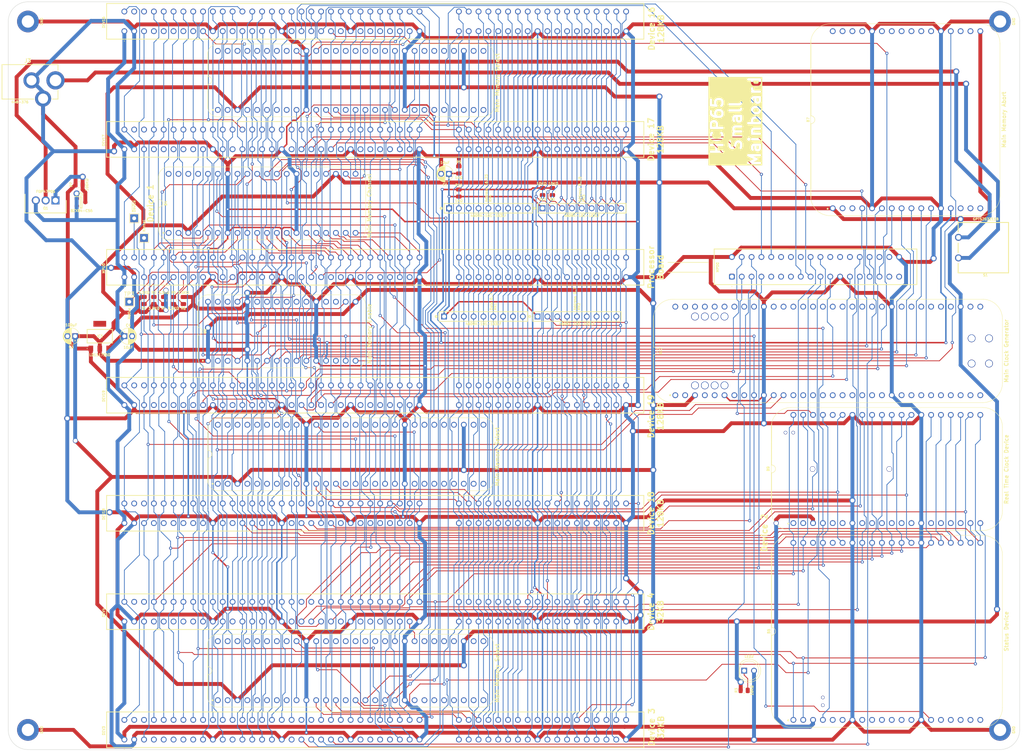
<source format=kicad_pcb>
(kicad_pcb (version 20240108) (generator "pcbnew") (generator_version "8.0")
  (title_block (title "Mainboard Small") (date "2025-01-09") (rev "V0"))
  (layers (0 "F.Cu" signal) (31 "B.Cu" signal) (36 "B.SilkS" user "B.Silkscreen") (37 "F.SilkS" user "F.Silkscreen") (38 "B.Mask" user) (39 "F.Mask" user) (44 "Edge.Cuts" user))
  (net 0 "")
  (net 1 "/5V")
  (net 2 "/GND")
  (net 3 "/MPU1_{M}")
  (net 4 "/MPU0_{M}")
  (net 5 "/~{Main Access}_{M0}")
  (net 6 "/Device_{16} 2MB Select_{0}")
  (net 7 "/~{Select}_{Device}19")
  (net 8 "/~{Select}_{Device}18")
  (net 9 "/~{Select}_{Device}17")
  (net 10 "/~{Select}_{Device}7")
  (net 11 "/~{Select}_{Device}6")
  (net 12 "/~{Select}_{Device}5")
  (net 13 "/~{Select}_{Device}4")
  (net 14 "/D7_{M}")
  (net 15 "/~{Reset}")
  (net 21 "/D6_{M}")
  (net 22 "/D5_{M}")
  (net 23 "/D4_{M}")
  (net 24 "/D3_{M}")
  (net 25 "/D2_{M}")
  (net 26 "/D1_{M}")
  (net 27 "/CLK_{M0}")
  (net 28 "/D0_{M}")
  (net 29 "/~{RD}_{M}")
  (net 30 "/12V")
  (net 32 "/~{Select}_{Device}1")
  (net 33 "/~{Select}_{Device}2")
  (net 34 "/~{Select}_{Device}3")
  (net 35 "/~{WD}_{M}")
  (net 36 "/A5_{M}")
  (net 37 "/A4_{M}")
  (net 38 "/A3_{M}")
  (net 39 "/A2_{M}")
  (net 40 "/A1_{M}")
  (net 41 "/A0_{M}")
  (net 42 "/A23_{M}")
  (net 43 "/A22_{M}")
  (net 44 "/A21_{M}")
  (net 45 "/A20_{M}")
  (net 46 "/A19_{M}")
  (net 47 "/A18_{M}")
  (net 48 "/A17_{M}")
  (net 50 "/A16_{M}")
  (net 51 "/A15_{M}")
  (net 52 "/A14_{M}")
  (net 53 "/A13_{M}")
  (net 54 "/A12_{M}")
  (net 55 "/A11_{M}")
  (net 56 "/A10_{M}")
  (net 57 "/A9_{M}")
  (net 58 "/A8_{M}")
  (net 59 "/A7_{M}")
  (net 60 "/A6_{M}")
  (net 66 "/~{Select}_{Device}16")
  (net 68 "/Device_{16} 2MB Select_{1}")
  (net 69 "/Device_{17} 2MB Select_{0}")
  (net 70 "/Device_{17} 2MB Select_{1}")
  (net 71 "/~{Memory Lo}_{ Device}17")
  (net 75 "/~{Reset}_{Device}1")
  (net 78 "/~{Interrupt}_{Device}1")
  (net 79 "/~{Enable}_{Device}1")
  (net 80 "/~{Reset}_{Device}2")
  (net 81 "/~{Interrupt}_{Device}2")
  (net 83 "/~{Interrupt}_{Device}19")
  (net 85 "/~{Interrupt}_{Device}18")
  (net 86 "/~{Enable}_{Device}2")
  (net 87 "/~{Reset}_{Device}3")
  (net 88 "/~{Interrupt}_{Device}3")
  (net 89 "/~{Enable}_{Device}3")
  (net 90 "/~{Reset}_{Device}16")
  (net 91 "/~{Interrupt}_{Device}16")
  (net 92 "/~{Enable}_{Device}16")
  (net 93 "/~{Reset}_{Device}19")
  (net 94 "/~{Interrupt}_{Device}17")
  (net 95 "/~{Reset}_{Device}18")
  (net 96 "/~{Reset}_{Device}17")
  (net 97 "/~{Interrupt}_{Device}7")
  (net 98 "/~{Interrupt}_{Device}6")
  (net 99 "/~{Reset}_{Device}7")
  (net 100 "/~{Interrupt}_{Device}5")
  (net 147 "Net-(LED2-K)")
  (net 148 "/12V Socket")
  (net 154 "/~{Reset}_{Device}6")
  (net 155 "/H0_{D}")
  (net 156 "/H1_{D}")
  (net 157 "/H2_{D}")
  (net 158 "/D7_{D}")
  (net 159 "/D6_{D}")
  (net 160 "/D5_{D}")
  (net 161 "/D4_{D}")
  (net 162 "/D3_{D}")
  (net 163 "/D2_{D}")
  (net 164 "/D1_{D}")
  (net 165 "/D0_{D}")
  (net 166 "/~{WD}_{D}")
  (net 167 "/~{RD}_{D}")
  (net 168 "/CLK_{D}")
  (net 169 "/A16_{D}")
  (net 170 "/A0_{D}")
  (net 171 "/A1_{D}")
  (net 172 "/A2_{D}")
  (net 173 "/A3_{D}")
  (net 174 "/A4_{D}")
  (net 175 "/A5_{D}")
  (net 176 "/A6_{D}")
  (net 177 "/A7_{D}")
  (net 178 "/A8_{D}")
  (net 179 "/A9_{D}")
  (net 180 "/A10_{D}")
  (net 181 "/A11_{D}")
  (net 182 "/A12_{D}")
  (net 183 "/A13_{D}")
  (net 184 "/A14_{D}")
  (net 185 "/A15_{D}")
  (net 190 "/~{Interrupt}_{Device}4")
  (net 191 "/~{Reset}_{Device}5")
  (net 192 "/~{Reset}_{Device}4")
  (net 193 "/~{Enable}_{Device}19")
  (net 194 "/~{Enable}_{Device}5")
  (net 195 "/~{Enable}_{Device}18")
  (net 196 "/~{Enable}_{Device}4")
  (net 197 "/~{Enable}_{Device}17")
  (net 198 "/~{Enable}_{Device}7")
  (net 199 "/~{Enable}_{Device}6")
  (net 200 "/~{CLK}_{D}")
  (net 202 "/~{Main} MPU")
  (net 203 "/~{NMI}_{1}")
  (net 204 "/~{NMI}_{2}")
  (net 205 "/~{ABORT}")
  (net 206 "/Native Latch")
  (net 207 "/~{Device}")
  (net 208 "/Kernal")
  (net 230 "/~{Main}19")
  (net 235 "/~{Main}18")
  (net 236 "/~{Main}3")
  (net 255 "/~{Memory Hi}_{ Device}17")
  (net 256 "/~{Memory Lo}_{ Device}16")
  (net 257 "/~{Memory Hi}_{ Device}16")
  (net 258 "/Device_{18} 2MB Select_{0}")
  (net 290 "/~{Main}4")
  (net 302 "/Device_{19} 2MB Select_{1}")
  (net 303 "/Device_{18} 2MB Select_{1}")
  (net 304 "/~{Memory Lo}_{ Device}19")
  (net 305 "/~{Memory Hi}_{ Device}18")
  (net 327 "/~{Main}16")
  (net 333 "/~{Main}17")
  (net 347 "/~{Memory Hi}_{ Device}19")
  (net 348 "/~{Memory Lo}_{ Device}18")
  (net 350 "/Device_{19} 2MB Select_{0}")
  (net 390 "/Device_{3} 2MB Select_{0}")
  (net 391 "/Device_{3} 2MB Select_{1}")
  (net 392 "/Device_{4} 2MB Select_{0}")
  (net 393 "/Device_{4} 2MB Select_{1}")
  (net 394 "/~{Memory Lo}_{ Device}4")
  (net 395 "/~{Memory Hi}_{ Device}4")
  (net 396 "/~{Memory Lo}_{ Device}3")
  (net 397 "/~{Memory Hi}_{ Device}3")
  (net 422 "/~{Main}_{M}")
  (net 452 "/~{Memory Fail}")
  (net 454 "/3.3V")
  (net 472 "Net-(Q1-Pad2)")
  (net 473 "/9.1V")
  (net 488 "/1.6V")
  (footprint "SamacSys_Parts:CP_Radial_D4.0mm_P2.00mm" (layer "F.Cu") (at 83.788001 41.91 180)
    (property "Reference" "C1")
    (property "Value" "10μF")
  )
  (footprint "SamacSys_Parts:R_0805" (layer "F.Cu") (at 15.23 74.6125 180)
    (property "Reference" "R6")
    (property "Value" "3.3KΩ")
  )
  (footprint "SamacSys_Parts:LD1117S33C" (layer "F.Cu") (at -6.35 83.82)
    (property "Reference" "IC3")
    (property "Value" "LD1117S50C" (hide yes))
  )
  (footprint "SamacSys_Parts:R_0805" (layer "F.Cu") (at -11.684 44.704 90)
    (property "Reference" "R7")
    (property "Value" "100KΩ")
  )
  (footprint "SamacSys_Parts:TO254P483X1016X2261-3P" (layer "F.Cu") (at -17.78 48.768 180)
    (property "Reference" "Q1")
    (property "Value" "FQP47P06" (hide yes))
  )
  (footprint "SamacSys_Parts:255308437" (layer "F.Cu") (at 156.845 68.453 90)
    (property "Reference" "MPD0")
    (property "Value" "2-5530843-7" (hide yes))
  )
  (footprint "SamacSys_Parts:395098520350" (layer "F.Cu") (at 0 132.08 90)
    (property "Reference" "DEV18")
    (property "Value" "395-098-520-350" (hide yes))
  )
  (footprint "SamacSys_Parts:R_0805" (layer "F.Cu") (at 86.36 40.894)
    (property "Reference" "R9")
    (property "Value" "1KΩ")
  )
  (footprint "SamacSys_Parts:448376" (layer "F.Cu") (at -29.0068 17.78 180)
    (property "Reference" "J3")
    (property "Value" "448-376")
  )
  (footprint "HCP65_Parts:HCP65_Main_Memory_Select" (layer "F.Cu") (at 24.13 25.4 90)
    (property "Reference" "B1" (hide yes))
    (property "Value" "Main Memory Select" (hide yes))
  )
  (footprint "HCP65_Parts:HCP65_Main_Memory_Select" (layer "F.Cu") (at 24.13 177.8 90)
    (property "Reference" "B3" (hide yes))
    (property "Value" "Main Memory Select" (hide yes))
  )
  (footprint "HCP65_Parts:HCP65_Status_Device_Board" (layer "F.Cu") (at 172.72 182.88 90)
    (property "Reference" "B6")
    (property "Value" "Status Device Board" (hide yes))
  )
  (footprint "SamacSys_Parts:4609X" (layer "F.Cu") (at 92.71 78.74)
    (property "Reference" "RN1")
    (property "Value" "4609X-101-103LF")
  )
  (footprint "SamacSys_Parts:SOT95P230X110-3N" (layer "F.Cu") (at -11.176 49.276)
    (property "Reference" "Z1")
    (property "Value" "BZX84-C56,215" (hide yes))
  )
  (footprint "HCP65_Parts:HCP65_MountingHole_M3_" (layer "F.Cu") (at 226.06 2.58 90)
    (property "Reference" "H1" (hide yes))
    (property "Value" "MountingHole_Pad")
  )
  (footprint "SamacSys_Parts:R_0805" (layer "F.Cu") (at 7.63 74.6125)
    (property "Reference" "R2")
    (property "Value" "3.3KΩ")
  )
  (footprint "HCP65_Parts:HCP65_MountingHole_M3_" (layer "F.Cu") (at -24.892 2.58 90)
    (property "Reference" "H2" (hide yes))
    (property "Value" "MountingHole_Pad")
  )
  (footprint "SamacSys_Parts:R_0805" (layer "F.Cu") (at 5.07 74.6125 180)
    (property "Reference" "R1")
    (property "Value" "3.3KΩ")
  )
  (footprint "SamacSys_Parts:R_0805" (layer "F.Cu") (at 10.17 74.6125 180)
    (property "Reference" "R4")
    (property "Value" "3.3KΩ")
  )
  (footprint "TestPoint:TestPoint_THTPad_2.0x2.0mm_Drill1.0mm" (layer "F.Cu") (at 5.08 58.46)
    (property "Reference" "TP2" (hide yes))
    (property "Value" "TestPoint")
  )
  (footprint "SamacSys_Parts:CP_Radial_D4.0mm_P2.00mm" (layer "F.Cu") (at 0 83.82)
    (property "Reference" "C4")
    (property "Value" "10μF")
  )
  (footprint "HCP65_Parts:HCP65_Main_Memory_Abort" (layer "F.Cu") (at 182.88 50.8 90)
    (property "Reference" "B7")
    (property "Value" "Main Memory Abort" (hide yes))
  )
  (footprint "SamacSys_Parts:R_0805" (layer "F.Cu") (at 86.36 46.863)
    (property "Reference" "R11")
    (property "Value" "1KΩ")
  )
  (footprint "SamacSys_Parts:4609X" (layer "F.Cu") (at 118.11 50.8)
    (property "Reference" "RN3")
    (property "Value" "4609X-101-103LF")
  )
  (footprint "HCP65_Parts:HCP65_MountingHole_M3_" (layer "F.Cu") (at -24.892 185.46 90)
    (property "Reference" "H4" (hide yes))
    (property "Value" "MountingHole_Pad")
  )
  (footprint "SamacSys_Parts:R_0805" (layer "F.Cu") (at 12.69 74.6125)
    (property "Reference" "R5")
    (property "Value" "3.3KΩ")
  )
  (footprint "HCP65_Parts:HCP65_MountingHole_M3_" (layer "F.Cu") (at 226.06 185.46 90)
    (property "Reference" "H3" (hide yes))
    (property "Value" "MountingHole_Pad")
  )
  (footprint "TestPoint:TestPoint_THTPad_2.0x2.0mm_Drill1.0mm" (layer "F.Cu") (at 2.54 53.38)
    (property "Reference" "TP1" (hide yes))
    (property "Value" "TestPoint")
  )
  (footprint "SamacSys_Parts:4609X" (layer "F.Cu") (at 116.84 78.74)
    (property "Reference" "RN2")
    (property "Value" "4609X-101-103LF")
  )
  (footprint "SamacSys_Parts:395098520350" (layer "F.Cu") (at 0 5.08 90)
    (property "Reference" "DEV16")
    (property "Value" "395-098-520-350" (hide yes))
  )
  (footprint "HCP65_Parts:HCP65_Clock_Generator" (layer "F.Cu") (at 142.24 99.06 90)
    (property "Reference" "B12")
    (property "Value" "Main Clock Generator" (hide yes))
  )
  (footprint "SamacSys_Parts:LED_D5.0mm" (layer "F.Cu") (at 160.02 170.18)
    (property "Reference" "LED2")
    (property "Value" "Red")
  )
  (footprint "SamacSys_Parts:4609X" (layer "F.Cu") (at 93.98 50.8)
    (property "Reference" "RN4")
    (property "Value" "4609X-101-103LF")
  )
  (footprint "SamacSys_Parts:R_0805" (layer "F.Cu") (at 107.95 46.482 180)
    (property "Reference" "R10")
    (property "Value" "10KΩ")
  )
  (footprint "SamacSys_Parts:CP_Radial_D4.0mm_P2.00mm" (layer "F.Cu") (at -12.7 83.82 180)
    (property "Reference" "C3")
    (property "Value" "100μF")
  )
  (footprint "SamacSys_Parts:R_0805" (layer "F.Cu") (at 160.02 175.26 90)
    (property "Reference" "R3")
    (property "Value" "10KΩ")
  )
  (footprint "SamacSys_Parts:395098520350" (layer "F.Cu") (at 0 157.48 90)
    (property "Reference" "DEV4")
    (property "Value" "395-098-520-350" (hide yes))
  )
  (footprint "SamacSys_Parts:395098520350" (layer "F.Cu") (at 0 187.96 90)
    (property "Reference" "DEV3")
    (property "Value" "395-098-520-350" (hide yes))
  )
  (footprint "SamacSys_Parts:395098520350" (layer "F.Cu") (at 0 68.58 90)
    (property "Reference" "MPU0")
    (property "Value" "395-098-520-350" (hide yes))
  )
  (footprint "TestPoint:TestPoint_THTPad_2.0x2.0mm_Drill1.0mm" (layer "F.Cu") (at 1.27 74.93)
    (property "Reference" "TP3")
    (property "Value" "TestPoint")
  )
  (footprint "SamacSys_Parts:395098520350" (layer "F.Cu") (at 0 35.56 90)
    (property "Reference" "DEV17")
    (property "Value" "395-098-520-350" (hide yes))
  )
  (footprint "HCP65_Parts:HCP65_Clock_Device_Board" (layer "F.Cu") (at 172.72 132.08 90)
    (property "Reference" "B8")
    (property "Value" "Clok Device Board" (hide yes))
  )
  (footprint "HCP65_Parts:HCP65_Main_Memory_Channel" (layer "F.Cu") (at 11.43 57.15 90)
    (property "Reference" "B4")
    (property "Value" "Main Memory Channel" (hide yes))
  )
  (footprint "SamacSys_Parts:GPTS203211B" (layer "F.Cu") (at 215.265 60.96 180)
    (property "Reference" "S1")
    (property "Value" "GPTS203211B" (hide yes))
  )
  (footprint "HCP65_Parts:HCP65_Main_Memory_Select" (layer "F.Cu") (at 24.13 121.92 90)
    (property "Reference" "B2" (hide yes))
    (property "Value" "Main Memory Select" (hide yes))
  )
  (footprint "SamacSys_Parts:395098520350" (layer "F.Cu") (at 0 101.6 90)
    (property "Reference" "DEV19")
    (property "Value" "395-098-520-350" (hide yes))
  )
  (footprint "HCP65_Parts:HCP65_Main_Memory_Enable" (layer "F.Cu") (at 21.59 90.17 90)
    (property "Reference" "B5")
    (property "Value" "Main Memory Enable" (hide yes))
  )
  (footprint "SamacSys_Parts:R_0805" (layer "F.Cu") (at 110.49 46.482 180)
    (property "Reference" "R8")
    (property "Value" "10KΩ")
  )
  (gr_line (start 140.335 67.31) (end 150.749 67.31) (stroke (width 0.15)) (layer "F.SilkS"))
  (gr_line (start 140.335 64.77) (end 150.749 64.77) (stroke (width 0.15)) (layer "F.SilkS"))
  (gr_arc (start 226.06 -2.5) (mid 229.652102 -1.012102) (end 231.14 2.58) (stroke (width 0.1)) (layer "Edge.Cuts"))
  (gr_line (start 226.060001 190.540001) (end -24.891998 190.54) (stroke (width 0.1)) (layer "Edge.Cuts"))
  (gr_line (start 231.140001 185.460001) (end 231.14 2.58) (stroke (width 0.1)) (layer "Edge.Cuts"))
  (gr_line (start 226.06 -2.5) (end -24.891998 -2.5) (stroke (width 0.1)) (layer "Edge.Cuts"))
  (gr_line (start -29.971998 185.46) (end -29.971998 2.58) (stroke (width 0.1)) (layer "Edge.Cuts"))
  (gr_arc (start 231.140001 185.460001) (mid 229.652103 189.052103) (end 226.060001 190.540001) (stroke (width 0.1)) (layer "Edge.Cuts"))
  (gr_arc (start -24.891998 190.54) (mid -28.484102 189.052103) (end -29.971998 185.46) (stroke (width 0.1)) (layer "Edge.Cuts"))
  (gr_arc (start -29.971998 2.58) (mid -28.4841 -1.012102) (end -24.891998 -2.5) (stroke (width 0.1)) (layer "Edge.Cuts"))
  (gr_text "Device 2" (at 166.116 134.62 90) (layer "F.SilkS") (effects (font (size 1.5 1.5) (thickness 0.3) (bold yes)) (justify bottom)))
  (gr_text "Device 3\n32KB" (at 135.255 184.785 90) (layer "F.SilkS") (effects (font (size 1.5 1.5) (thickness 0.3) (bold yes)) (justify top)))
  (gr_text "~{Device}" (at 2.54 51.88 90) (layer "F.SilkS") (effects (font (size 0.635 0.635) (thickness 0.15) (bold yes)) (justify left)))
  (gr_text "HCP65 \nSmall \nMainboard" (at 164.465 28.321 90) (layer "F.SilkS" knockout) (effects (font (size 3 3) (thickness 0.6) (bold yes)) (justify bottom)))
  (gr_text "Address 0..7" (at 116.332 77.216 90) (layer "F.SilkS") (effects (font (size 0.635 0.635) (thickness 0.15) (bold yes)) (justify left)))
  (gr_text "Device 18\n128KB" (at 135.11 129.54 90) (layer "F.SilkS") (effects (font (size 1.5 1.5) (thickness 0.3) (bold yes)) (justify top)))
  (gr_text "Device 17\n128KB" (at 135.11 33.02 90) (layer "F.SilkS") (effects (font (size 1.5 1.5) (thickness 0.3) (bold yes)) (justify top)))
  (gr_text "Device 4\n32KB" (at 135.11 154.94 90) (layer "F.SilkS") (effects (font (size 1.5 1.5) (thickness 0.3) (bold yes)) (justify top)))
  (gr_text "Kernal" (at 5.08 56.96 90) (layer "F.SilkS") (effects (font (size 0.635 0.635) (thickness 0.15) (bold yes)) (justify left)))
  (gr_text "Address 16..23" (at 93.472 49.276 90) (layer "F.SilkS") (effects (font (size 0.635 0.635) (thickness 0.15) (bold yes)) (justify left)))
  (gr_text "Address 8..15" (at 117.602 49.276 90) (layer "F.SilkS") (effects (font (size 0.635 0.635) (thickness 0.15) (bold yes)) (justify left)))
  (gr_text "Data 0..7" (at 94.742 77.216 90) (layer "F.SilkS") (effects (font (size 0.635 0.635) (thickness 0.15) (bold yes)) (justify left)))
  (gr_text "Device 1" (at 7.62 49.53 90) (layer "F.SilkS") (effects (font (size 1.5 1.5) (thickness 0.3) (bold yes)) (justify bottom)))
  (gr_text "Processor\nBoard" (at 135.11 66.04 90) (layer "F.SilkS") (effects (font (size 1.5 1.5) (thickness 0.3) (bold yes)) (justify top)))
  (gr_text "Device 16\n128KB" (at 135.255 4.445 90) (layer "F.SilkS") (effects (font (size 1.5 1.5) (thickness 0.3) (bold yes)) (justify top)))
  (gr_text "Device 19\n128KB" (at 135.11 104.521 90) (layer "F.SilkS") (effects (font (size 1.5 1.5) (thickness 0.3) (bold yes)) (justify top)))
  (gr_text "Native" (at 1.27 76.43 90) (layer "F.SilkS") (effects (font (size 0.635 0.635) (thickness 0.15) (bold yes)) (justify right)))
  (segment (start 29.21 177.8) (end 38.227007 168.782993) (width 1) (layer "F.Cu") (net 1))
  (segment (start 9.2 77.105) (end 10.7346 77.105) (width 1) (layer "F.Cu") (net 1))
  (segment (start -6.35 85.371) (end -2.79725 81.81825) (width 1) (layer "F.Cu") (net 1))
  (segment (start 87.63 162.56) (end 90.17 160.02) (width 1) (layer "F.Cu") (net 1))
  (segment (start 78.2189 19.5711) (end 35.0389 19.5711) (width 1) (layer "F.Cu") (net 1))
  (segment (start -2.667 19.558) (end -4.25355 21.14455) (width 1) (layer "F.Cu") (net 1))
  (segment (start 7.62 75.525) (end 9.2 77.105) (width 1) (layer "F.Cu") (net 1))
  (segment (start 59.69 74.93) (end 56.515 78.105) (width 1) (layer "F.Cu") (net 1))
  (segment (start 87.63 19.558) (end 78.232 19.558) (width 1) (layer "F.Cu") (net 1))
  (segment (start -4.572 90.17) (end -6.35 88.392) (width 1) (layer "F.Cu") (net 1))
  (segment (start -6.985 152.9971) (end 13.6285 173.6106) (width 1) (layer "F.Cu") (net 1))
  (segment (start 54.61 41.91) (end 48.7642 47.7558) (width 1) (layer "F.Cu") (net 1))
  (segment (start 136.525 157.48) (end 158.115 157.48) (width 1) (layer "F.Cu") (net 1))
  (segment (start 7.62 75.525) (end 5.548 77.597) (width 1) (layer "F.Cu") (net 1))
  (segment (start 35.0389 19.5711) (end 29.21 25.4) (width 1) (layer "F.Cu") (net 1))
  (segment (start 38.227007 168.782993) (end 87.630007 168.782993) (width 1) (layer "F.Cu") (net 1))
  (segment (start 3.556 74.422) (end 3.556 76.9903) (width 1) (layer "F.Cu") (net 1))
  (segment (start 4.8865 51.1614) (end 4.8865 55.2111) (width 1) (layer "F.Cu") (net 1))
  (segment (start 4.8865 55.2111) (end -5.461 65.5586) (width 1) (layer "F.Cu") (net 1))
  (segment (start 4.278 73.7) (end 3.556 74.422) (width 1) (layer "F.Cu") (net 1))
  (segment (start 16.3917 56.64) (end 16.3917 57.0317) (width 1) (layer "F.Cu") (net 1))
  (segment (start -2.79725 80.38775) (end -0.1335 77.724) (width 1) (layer "F.Cu") (net 1))
  (segment (start 159.131 175.2465) (end 159.1075 175.27) (width 1) (layer "F.Cu") (net 1))
  (segment (start 13.6285 173.6106) (end 25.0206 173.6106) (width 1) (layer "F.Cu") (net 1))
  (segment (start 4.8865 55.2111) (end 14.9628 55.2111) (width 1) (layer "F.Cu") (net 1))
  (segment (start -6.35 87.02) (end -6.35 85.371) (width 1) (layer "F.Cu") (net 1))
  (segment (start 54.61 41.91) (end 56.848097 44.148097) (width 1) (layer "F.Cu") (net 1))
  (segment (start 23.368 19.558) (end -2.667 19.558) (width 1) (layer "F.Cu") (net 1))
  (segment (start 5.548 77.597) (end 4.1627 77.597) (width 1) (layer "F.Cu") (net 1))
  (segment (start 223.52 157.48) (end 225.298 155.702) (width 1) (layer "F.Cu") (net 1))
  (segment (start 10.18 73.7) (end 10.7346 73.1454) (width 1) (layer "F.Cu") (net 1))
  (segment (start 87.63 19.558) (end 124.206 19.558) (width 1) (layer "F.Cu") (net 1))
  (segment (start 182.88 50.8) (end 157.400903 50.8) (width 1) (layer "F.Cu") (net 1))
  (segment (start 2.8223 77.724) (end -0.1335 77.724) (width 1) (layer "F.Cu") (net 1))
  (segment (start 78.232 19.558) (end 78.2189 19.5711) (width 1) (layer "F.Cu") (net 1))
  (segment (start 59.69 74.93) (end 62.738 71.882) (width 1) (layer "F.Cu") (net 1))
  (segment (start -3.284 120.1606) (end 27.4506 120.1606) (width 1) (layer "F.Cu") (net 1))
  (segment (start 62.738 71.882) (end 133.096 71.882) (width 1) (layer "F.Cu") (net 1))
  (segment (start 56.848097 44.148097) (end 138.128097 44.148097) (width 1) (layer "F.Cu") (net 1))
  (segment (start 32.258 78.105) (end 31.115 79.248) (width 1) (layer "F.Cu") (net 1))
  (segment (start 185.674 53.594) (end 215.9 53.594) (width 1) (layer "F.Cu") (net 1))
  (segment (start 90.17 160.02) (end 133.985 160.02) (width 1) (layer "F.Cu") (net 1))
  (segment (start 29.21 25.4) (end 23.368 19.558) (width 1) (layer "F.Cu") (net 1))
  (segment (start -4.344 21.235) (end -4.344 41.9309) (width 1) (layer "F.Cu") (net 1))
  (segment (start 124.206 19.558) (end 126.619002 21.971002) (width 1) (layer "F.Cu") (net 1))
  (segment (start 136.525 101.6) (end 144.78 101.6) (width 1) (layer "F.Cu") (net 1))
  (segment (start 25.0206 173.6106) (end 29.21 177.8) (width 1) (layer "F.Cu") (net 1))
  (segment (start 144.78 101.6) (end 147.32 99.06) (width 1) (layer "F.Cu") (net 1))
  (segment (start 24.002996 79.248) (end 21.589996 81.661) (width 1) (layer "F.Cu") (net 1))
  (segment (start 21.59 90.17) (end -4.572 90.17) (width 1) (layer "F.Cu") (net 1))
  (segment (start 133.985 160.02) (end 136.525 157.48) (width 1) (layer "F.Cu") (net 1))
  (segment (start 225.298 155.702) (end 225.298 154.305) (width 1) (layer "F.Cu") (net 1))
  (segment (start 87.5902 118.3242) (end 87.63 118.364) (width 1) (layer "F.Cu") (net 1))
  (segment (start -2.79725 81.81825) (end -2.79725 80.38775) (width 1) (layer "F.Cu") (net 1))
  (segment (start 150.749 44.148097) (end 138.128097 44.148097) (width 1) (layer "F.Cu") (net 1))
  (segment (start -7.901 83.82) (end -6.35 85.371) (width 1) (layer "F.Cu") (net 1))
  (segment (start 3.556 76.9903) (end 2.8223 77.724) (width 1) (layer "F.Cu") (net 1))
  (segment (start 157.400903 50.8) (end 150.749 44.148097) (width 1) (layer "F.Cu") (net 1))
  (segment (start -6.985 123.8616) (end -6.985 152.9971) (width 1) (layer "F.Cu") (net 1))
  (segment (start 14.9628 55.2111) (end 16.3917 56.64) (width 1) (layer "F.Cu") (net 1))
  (segment (start 215.9 53.594) (end 221.361 53.594) (width 1) (layer "F.Cu") (net 1))
  (segment (start 221.361 53.594) (end 223.393 51.562) (width 1) (layer "F.Cu") (net 1))
  (segment (start -5.461 65.5586) (end -5.461 72.3965) (width 1) (layer "F.Cu") (net 1))
  (segment (start -4.344 41.9309) (end 4.8865 51.1614) (width 1) (layer "F.Cu") (net 1))
  (segment (start 182.88 50.8) (end 185.674 53.594) (width 1) (layer "F.Cu") (net 1))
  (segment (start 4.1627 77.597) (end 3.556 76.9903) (width 1) (layer "F.Cu") (net 1))
  (segment (start -12.7 83.82) (end -7.901 83.82) (width 1) (layer "F.Cu") (net 1))
  (segment (start -5.461 72.3965) (end -0.1335 77.724) (width 1) (layer "F.Cu") (net 1))
  (segment (start 158.115 157.48) (end 223.52 157.48) (width 1) (layer "F.Cu") (net 1))
  (segment (start 56.515 78.105) (end 32.258 78.105) (width 1) (layer "F.Cu") (net 1))
  (segment (start 32.8058 118.3242) (end 29.21 121.92) (width 1) (layer "F.Cu") (net 1))
  (segment (start 10.7346 73.1454) (end 10.7346 71.9767) (width 1) (layer "F.Cu") (net 1))
  (segment (start 5.08 73.7) (end 4.278 73.7) (width 1) (layer "F.Cu") (net 1))
  (segment (start 48.7642 47.7558) (end 25.2759 47.7558) (width 1) (layer "F.Cu") (net 1))
  (segment (start 220.98 46.482) (end 220.98 5.08) (width 1) (layer "F.Cu") (net 1))
  (segment (start 223.393 48.895) (end 220.98 46.482) (width 1) (layer "F.Cu") (net 1))
  (segment (start 133.096 71.882) (end 136.525 75.311) (width 1) (layer "F.Cu") (net 1))
  (segment (start 159.131 173.101) (end 159.131 175.2465) (width 1) (layer "F.Cu") (net 1))
  (segment (start 126.619002 21.971002) (end 138.128097 21.971002) (width 1) (layer "F.Cu") (net 1))
  (segment (start -4.25355 21.14455) (end -4.344 21.235) (width 1) (layer "F.Cu") (net 1))
  (segment (start 223.393 51.562) (end 223.393 48.895) (width 1) (layer "F.Cu") (net 1))
  (segment (start 25.2759 47.7558) (end 16.3917 56.64) (width 1) (layer "F.Cu") (net 1))
  (segment (start -12.6368 110.8078) (end -3.284 120.1606) (width 1) (layer "F.Cu") (net 1))
  (segment (start 31.115 79.248) (end 24.002996 79.248) (width 1) (layer "F.Cu") (net 1))
  (segment (start 32.8058 118.3242) (end 87.5902 118.3242) (width 1) (layer "F.Cu") (net 1))
  (segment (start -6.35 88.392) (end -6.35 87.02) (width 1) (layer "F.Cu") (net 1))
  (segment (start 27.4506 120.1606) (end 29.21 121.92) (width 1) (layer "F.Cu") (net 1))
  (segment (start -3.284 120.1606) (end -6.985 123.8616) (width 1) (layer "F.Cu") (net 1))
  (segment (start 87.63 118.364) (end 136.525 118.364) (width 1) (layer "F.Cu") (net 1))
  (via (at 87.630007 168.782993) (size 1.6) (drill 1) (layers "F.Cu" "B.Cu") (net 1))
  (via (at 136.525 75.311) (size 1.6) (drill 1) (layers "F.Cu" "B.Cu") (net 1))
  (via (at 87.63 19.558) (size 1.6) (drill 1) (layers "F.Cu" "B.Cu") (net 1))
  (via (at 138.128097 21.971002) (size 1.6) (drill 1) (layers "F.Cu" "B.Cu") (net 1))
  (via (at 225.298 154.305) (size 1.6) (drill 1) (layers "F.Cu" "B.Cu") (net 1))
  (via (at 136.525 101.6) (size 1.6) (drill 1) (layers "F.Cu" "B.Cu") (net 1))
  (via (at 136.525 118.364) (size 1.6) (drill 1) (layers "F.Cu" "B.Cu") (net 1))
  (via (at 159.131 173.101) (size 1.6) (drill 1) (layers "F.Cu" "B.Cu") (net 1))
  (via (at 10.7346 77.105) (size 1.3) (drill 1) (layers "F.Cu" "B.Cu") (net 1))
  (via (at -12.6368 110.8078) (size 1.3) (drill 1) (layers "F.Cu" "B.Cu") (net 1))
  (via (at 21.589996 81.661) (size 1.6) (drill 1) (layers "F.Cu" "B.Cu") (net 1))
  (via (at 136.525 157.48) (size 1.6) (drill 1) (layers "F.Cu" "B.Cu") (net 1))
  (via (at 87.63 118.364) (size 1.6) (drill 1) (layers "F.Cu" "B.Cu") (net 1))
  (via (at 215.9 53.594) (size 1.6) (drill 1) (layers "F.Cu" "B.Cu") (net 1))
  (via (at 158.115 157.48) (size 1.6) (drill 1) (layers "F.Cu" "B.Cu") (net 1))
  (via (at 10.7346 71.9767) (size 1.3) (drill 1) (layers "F.Cu" "B.Cu") (net 1))
  (via (at 138.128097 44.148097) (size 1.6) (drill 1) (layers "F.Cu" "B.Cu") (net 1))
  (segment (start 138.128097 66.341903) (end 136.525 67.945) (width 1) (layer "B.Cu") (net 1))
  (segment (start 213.106 57.658) (end 213.106 70.231) (width 1) (layer "B.Cu") (net 1))
  (segment (start 87.63 118.364) (end 87.63 106.68) (width 1) (layer "B.Cu") (net 1))
  (segment (start 87.63 168.782986) (end 87.630007 168.782993) (width 1) (layer "B.Cu") (net 1))
  (segment (start 215.9 53.594) (end 215.9 54.864) (width 1) (layer "B.Cu") (net 1))
  (segment (start 158.115 172.085) (end 159.131 173.101) (width 1) (layer "B.Cu") (net 1))
  (segment (start 136.525 101.6) (end 136.525 75.311) (width 1) (layer "B.Cu") (net 1))
  (segment (start 215.9 54.864) (end 213.106 57.658) (width 1) (layer "B.Cu") (net 1))
  (segment (start 225.298 100.711) (end 225.298 154.305) (width 1) (layer "B.Cu") (net 1))
  (segment (start 87.63 10.16) (end 87.63 19.558) (width 1) (layer "B.Cu") (net 1))
  (segment (start 138.128097 44.148097) (end 138.128097 66.341903) (width 1) (layer "B.Cu") (net 1))
  (segment (start 21.59 81.661004) (end 21.589996 81.661) (width 1) (layer "B.Cu") (net 1))
  (segment (start 136.525 67.945) (end 136.525 75.311) (width 1) (layer "B.Cu") (net 1))
  (segment (start 136.525 118.364) (end 136.525 101.6) (width 1) (layer "B.Cu") (net 1))
  (segment (start 158.115 157.48) (end 158.115 172.085) (width 1) (layer "B.Cu") (net 1))
  (segment (start 21.59 90.17) (end 21.59 81.661004) (width 1) (layer "B.Cu") (net 1))
  (segment (start 87.63 162.56) (end 87.63 168.782986) (width 1) (layer "B.Cu") (net 1))
  (segment (start 215.9 91.313) (end 225.298 100.711) (width 1) (layer "B.Cu") (net 1))
  (segment (start 213.106 70.231) (end 215.9 73.025) (width 1) (layer "B.Cu") (net 1))
  (segment (start 138.128097 44.148097) (end 138.128097 21.971002) (width 1) (layer "B.Cu") (net 1))
  (segment (start -12.7 83.82) (end -12.7 110.7446) (width 1) (layer "B.Cu") (net 1))
  (segment (start 215.9 73.025) (end 215.9 76.2) (width 1) (layer "B.Cu") (net 1))
  (segment (start 10.7346 71.9767) (end 10.7346 77.105) (width 1) (layer "B.Cu") (net 1))
  (segment (start -12.7 110.7446) (end -12.6368 110.8078) (width 1) (layer "B.Cu") (net 1))
  (segment (start 215.9 76.2) (end 215.9 91.313) (width 1) (layer "B.Cu") (net 1))
  (segment (start 136.525 157.48) (end 136.525 118.364) (width 1) (layer "B.Cu") (net 1))
  (segment (start 39.37 67.31) (end 40.64 68.58) (width 0.38) (layer "F.Cu") (net 2))
  (segment (start -8.65 87.02) (end -8.65 90.41) (width 1) (layer "F.Cu") (net 2))
  (segment (start -2.666996 34.670996) (end -2.666996 36.068) (width 1) (layer "F.Cu") (net 2))
  (segment (start 151.384 70.104) (end 151.384 63.373) (width 1) (layer "F.Cu") (net 2))
  (segment (start 42.4601 70.4001) (end 45.0001 70.4001) (width 1) (layer "F.Cu") (net 2))
  (segment (start 77.9517 37.3117) (end 80.01 37.3117) (width 1) (layer "F.Cu") (net 2))
  (segment (start -12.5965 44.714) (end -14.605 46.7225) (width 1) (layer "F.Cu") (net 2))
  (segment (start 210.82 5.08) (end 208.915 3.175) (width 1) (layer "F.Cu") (net 2))
  (segment (start 74.4483 37.3117) (end 60.1717 37.3117) (width 1) (layer "F.Cu") (net 2))
  (segment (start 127.7671 186.1871) (end 129.54 187.96) (width 1) (layer "F.Cu") (net 2))
  (segment (start 49.53 90.17) (end 50.8 91.44) (width 0.38) (layer "F.Cu") (net 2))
  (segment (start 26.542996 143.382996) (end 26.669996 143.382996) (width 0.38) (layer "F.Cu") (net 2))
  (segment (start 77.9729 186.1871) (end 76.2 187.96) (width 1) (layer "F.Cu") (net 2))
  (segment (start 2 83.82) (end 2 85.439) (width 1) (layer "F.Cu") (net 2))
  (segment (start 24.6556 3.2844) (end 38.8444 3.2844) (width 1) (layer "F.Cu") (net 2))
  (segment (start 24.6133 103.3533) (end 38.8867 103.3533) (width 1) (layer "F.Cu") (net 2))
  (segment (start 44.7093 7.8793) (end 46.99 10.16) (width 1) (layer "F.Cu") (net 2))
  (segment (start -8.89 189.71) (end -13.14 185.46) (width 1) (layer "F.Cu") (net 2))
  (segment (start 165.1 74.676) (end 167.259 72.517) (width 1) (layer "F.Cu") (net 2))
  (segment (start 22.86 157.48) (end 26.162 154.178) (width 1) (layer "F.Cu") (net 2))
  (segment (start 77.9517 103.3517) (end 76.2 101.6) (width 1) (layer "F.Cu") (net 2))
  (segment (start 3.2757 186.2083) (end 21.1083 186.2083) (width 1) (layer "F.Cu") (net 2))
  (segment (start 29.21 69.85) (end 29.21 67.945) (width 0.38) (layer "F.Cu") (net 2))
  (segment (start 2.54 68.58) (end 2.54 67.691) (width 1) (layer "F.Cu") (net 2))
  (segment (start 58.42 187.96) (end 56.6683 186.2083) (width 1) (layer "F.Cu") (net 2))
  (segment (start 46.99 130.3134) (end 42.4066 130.3134) (width 1) (layer "F.Cu") (net 2))
  (segment (start 2.54 187.96) (end 2.54 186.944) (width 1) (layer "F.Cu") (net 2))
  (segment (start 21.1083 186.2083) (end 22.86 187.96) (width 1) (layer "F.Cu") (net 2))
  (segment (start 28.575 70.485) (end 29.21 69.85) (width 0.38) (layer "F.Cu") (net 2))
  (segment (start 43.5021 7.8793) (end 44.7093 7.8793) (width 1) (layer "F.Cu") (net 2))
  (segment (start 69.215 51.054) (end 72.39 54.229) (width 0.38) (layer "F.Cu") (net 2))
  (segment (start 2.54 4.191) (end 0.929 2.58) (width 1) (layer "F.Cu") (net 2))
  (segment (start -13.8543 85.6072) (end -14.7 84.7615) (width 1) (layer "F.Cu") (net 2))
  (segment (start 60.033 130.467) (end 71.97 130.467) (width 1) (layer "F.Cu") (net 2))
  (segment (start 73.66 24.13) (end 78.105 24.13) (width 0.38) (layer "F.Cu") (net 2))
  (segment (start 31.671393 87.327607) (end 31.75 87.249) (width 1) (layer "F.Cu") (net 2))
  (segment (start 22.86 101.6) (end 24.6133 103.3533) (width 1) (layer "F.Cu") (net 2))
  (segment (start 191.262 3.302) (end 193.04 5.08) (width 1) (layer "F.Cu") (net 2))
  (segment (start 108.4349 37.3149) (end 127.7851 37.3149) (width 1) (layer "F.Cu") (net 2))
  (segment (start -12.5965 34.9015) (end -12.5965 44.714) (width 1) (layer "F.Cu") (net 2))
  (segment (start -8.65 87.02) (end -12.4436 87.02) (width 1) (layer "F.Cu") (net 2))
  (segment (start 24.6117 130.3283) (end 22.86 132.08) (width 1) (layer "F.Cu") (net 2))
  (segment (start 203.580999 106.299) (end 205.739999 104.14) (width 1) (layer "F.Cu") (net 2))
  (segment (start 205.74 182.88) (end 208.32 185.46) (width 1) (layer "F.Cu") (net 2))
  (segment (start 42.429 103.389) (end 43.699 103.389) (width 1) (layer "F.Cu") (net 2))
  (segment (start 44.7093 160.2793) (end 46.99 162.56) (width 1) (layer "F.Cu") (net 2))
  (segment (start 165.1 76.2) (end 165.1 74.676) (width 1) (layer "F.Cu") (net 2))
  (segment (start 70.4128 103.4328) (end 72.39 105.41) (width 1) (layer "F.Cu") (net 2))
  (segment (start 46.99 186.182) (end 46.9637 186.2083) (width 1) (layer "F.Cu") (net 2))
  (segment (start 29.21 67.945) (end 29.845 67.31) (width 0.38) (layer "F.Cu") (net 2))
  (segment (start 78.105 24.13) (end 78.74 24.765) (width 0.38) (layer "F.Cu") (net 2))
  (segment (start 106.68 101.6) (end 104.9283 103.3517) (width 1) (layer "F.Cu") (net 2))
  (segment (start 159.258 60.96) (end 197.612 60.96) (width 1) (layer "F.Cu") (net 2))
  (segment (start 108.4318 70.3318) (end 106.68 68.58) (width 1) (layer "F.Cu") (net 2))
  (segment (start 80.01 37.3117) (end 81.788 37.3117) (width 1) (layer "F.Cu") (net 2))
  (segment (start 26.67 57.15) (end 26.67 58.674) (width 0.38) (layer "F.Cu") (net 2))
  (segment (start 3.5297 33.8083) (end 21.1083 33.8083) (width 1) (layer "F.Cu") (net 2))
  (segment (start 2.54 101.6) (end 2.54 102.743) (width 1) (layer "F.Cu") (net 2))
  (segment (start 3.888607 87.327607) (end 31.671393 87.327607) (width 1) (layer "F.Cu") (net 2))
  (segment (start 74.587 130.467) (end 71.97 130.467) (width 1) (layer "F.Cu") (net 2))
  (segment (start 108.4529 186.1871) (end 127.7671 186.1871) (width 1) (layer "F.Cu") (net 2))
  (segment (start 75.9697 54.229) (end 105.41 54.229) (width 0.38) (layer "F.Cu") (net 2))
  (segment (start 40.64 101.6) (end 42.429 103.389) (width 1) (layer "F.Cu") (net 2))
  (segment (start 55.7543 160.1457) (end 58.42 157.48) (width 1) (layer "F.Cu") (net 2))
  (segment (start 56.6613 37.3187) (end 42.3987 37.3187) (width 1) (layer "F.Cu") (net 2))
  (segment (start 38.8883 130.3283) (end 24.6117 130.3283) (width 1) (layer "F.Cu") (net 2))
  (segment (start 106.68 68.58) (end 104.9283 70.3317) (width 1) (layer "F.Cu") (net 2))
  (segment (start 0.381 129.286) (end -3.81 129.286) (width 1) (layer "F.Cu") (net 2))
  (segment (start 2.54 102.743) (end 0.254 105.029) (width 1) (layer "F.Cu") (net 2))
  (segment (start 108.438 6.838) (end 106.68 5.08) (width 1) (layer "F.Cu") (net 2))
  (segment (start 43.699 103.389) (end 46.99 106.68) (width 1) (layer "F.Cu") (net 2))
  (segment (start 18.9057 76.6988) (end 17.74 75.5331) (width 1) (layer "F.Cu") (net 2))
  (segment (start 41.148 55.753) (end 43.053 55.753) (width 0.38) (layer "F.Cu") (net 2))
  (segment (start 208.28 48.26) (end 195.58 48.26) (width 1) (layer "F.Cu") (net 2))
  (segment (start 129.54 101.6) (end 132.588 101.6) (width 1) (layer "F.Cu") (net 2))
  (segment (start 40.64 187.96) (end 38.8883 186.2083) (width 1) (layer "F.Cu") (net 2))
  (segment (start 16.51 130.3283) (end 21.1083 130.3283) (width 1) (layer "F.Cu") (net 2))
  (segment (start 22.86 68.58) (end 17.74 73.7) (width 1) (layer "F.Cu") (net 2))
  (segment (start 129.54 5.08) (end 131.318 3.302) (width 1) (layer "F.Cu") (net 2))
  (segment (start 163.703 100.457) (end 165.1 99.06) (width 0.38) (layer "F.Cu") (net 2))
  (segment (start 208.001 64.643) (end 208.915 63.729) (width 1) (layer "F.Cu") (net 2))
  (segment (start 45.0001 70.4001) (end 49.53 74.93) (width 1) (layer "F.Cu") (net 2))
  (segment (start 86.36 37.3117) (end 104.9283 37.3117) (width 1) (layer "F.Cu") (net 2))
  (segment (start 40.64 132.08) (end 38.8883 130.3283) (width 1) (layer "F.Cu") (net 2))
  (segment (start 2.54 34.798) (end 1.552 33.81) (width 1) (layer "F.Cu") (net 2))
  (segment (start 81.788 37.3117) (end 81.788 41.91) (width 1) (layer "F.Cu") (net 2))
  (segment (start 29.9812 76.6988) (end 18.9057 76.6988) (width 1) (layer "F.Cu") (net 2))
  (segment (start 41.91 29.713532) (end 41.91 34.29) (width 0.38) (layer "F.Cu") (net 2))
  (segment (start 14.218 77.063) (end 12.68 75.525) (width 1) (layer "F.Cu") (net 2))
  (segment (start 46.99 106.68) (end 48.7814 104.8886) (width 1) (layer "F.Cu") (net 2))
  (segment (start 36.583 72.637) (end 31.75 72.637) (width 1) (layer "F.Cu") (net 2))
  (segment (start -1.806 33.81) (end -2.666996 34.670996) (width 1) (layer "F.Cu") (net 2))
  (segment (start 28.067 55.753) (end 40.132 55.753) (width 0.38) (layer "F.Cu") (net 2))
  (segment (start 60.2528 103.4328) (end 58.42 101.6) (width 1) (layer "F.Cu") (net 2))
  (segment (start 76.2 35.56) (end 74.4483 37.3117) (width 1) (layer "F.Cu") (net 2))
  (segment (start 106.045 148.717) (end 105.93 148.717) (width 0.38) (layer "F.Cu") (net 2))
  (segment (start 40.132 55.753) (end 40.64 56.261) (width 0.38) (layer "F.Cu") (net 2))
  (segment (start 41.148 55.753) (end 40.64 56.261) (width 0.38) (layer "F.Cu") (net 2))
  (segment (start 26.6937 40.6163) (end 26.67 40.64) (width 1) (layer "F.Cu") (net 2))
  (segment (start 17.74 75.5331) (end 16.2101 77.063) (width 1) (layer "F.Cu") (net 2))
  (segment (start 26.6937 39.3937) (end 22.86 35.56) (width 1) (layer "F.Cu") (net 2))
  (segment (start 131.445 37.465) (end 151.003 37.465) (width 1) (layer "F.Cu") (net 2))
  (segment (start 17.74 73.7) (end 15.24 73.7) (width 1) (layer "F.Cu") (net 2))
  (segment (start 187.96 182.88) (end 191.008 185.928) (width 1) (layer "F.Cu") (net 2))
  (segment (start -14.605 46.7225) (end -14.605 83.725) (width 1) (layer "F.Cu") (net 2))
  (segment (start 165.1 106.299) (end 156.718 106.299) (width 1) (layer "F.Cu") (net 2))
  (segment (start 197.612 60.96) (end 200.025 63.373) (width 1) (layer "F.Cu") (net 2))
  (segment (start 29.845 67.31) (end 39.37 67.31) (width 0.38) (layer "F.Cu") (net 2))
  (segment (start 28.7494 37.338) (end 26.6937 39.3937) (width 1) (layer "F.Cu") (net 2))
  (segment (start 2.54 35.56) (end 2.54 34.798) (width 1) (layer "F.Cu") (net 2))
  (segment (start 58.42 68.58) (end 56.642 70.358) (width 1) (layer "F.Cu") (net 2))
  (segment (start 60.1717 37.3117) (end 58.42 35.56) (width 1) (layer "F.Cu") (net 2))
  (segment (start 78.74 25.908) (end 80.01 27.178) (width 0.38) (layer "F.Cu") (net 2))
  (segment (start 156.845 63.373) (end 144.399 63.373) (width 1) (layer "F.Cu") (net 2))
  (segment (start 2 85.439) (end 3.888607 87.327607) (width 1) (layer "F.Cu") (net 2))
  (segment (start 44.323 28.067) (end 43.556532 28.067) (width 0.38) (layer "F.Cu") (net 2))
  (segment (start 105.067 130.467) (end 106.68 132.08) (width 1) (layer "F.Cu") (net 2))
  (segment (start 22.86 5.08) (end 24.6556 3.2844) (width 1) (layer "F.Cu") (net 2))
  (segment (start -12.4436 87.02) (end -13.8543 85.6093) (width 1) (layer "F.Cu") (net 2))
  (segment (start 194.945 3.175) (end 193.04 5.08) (width 1) (layer "F.Cu") (net 2))
  (segment (start 2.54 34.798) (end 3.5297 33.8083) (width 1) (layer "F.Cu") (net 2))
  (segment (start 46.99 25.4) (end 44.323 28.067) (width 0.38) (layer "F.Cu") (net 2))
  (segment (start 42.3987 37.3187) (end 40.64 35.56) (width 1) (layer "F.Cu") (net 2))
  (segment (start 190.373 48.133) (end 193.04 50.8) (width 1) (layer "F.Cu") (net 2))
  (segment (start 195.58 48.26) (end 193.04 50.8) (width 1) (layer "F.Cu") (net 2))
  (segment (start -20.98 22.48) (end -20.98 26.518) (width 1) (layer "F.Cu") (net 2))
  (segment (start 104.9283 103.3517) (end 77.9517 103.3517) (width 1) (layer "F.Cu") (net 2))
  (segment (start 15.367 103.378) (end 15.3923 103.3527) (width 1) (layer "F.Cu") (net 2))
  (segment (start 108.293 130.467) (end 127.927 130.467) (width 1) (layer "F.Cu") (net 2))
  (segment (start 2.54 67.691) (end 1.015994 66.166994) (width 1) (layer "F.Cu") (net 2))
  (segment (start 60.2528 103.4328) (end 70.4128 103.4328) (width 1) (layer "F.Cu") (net 2))
  (segment (start 106.68 157.48) (end 108.4317 155.7283) (width 1) (layer "F.Cu") (net 2))
  (segment (start 2.54 188.976) (end 1.806 189.71) (width 1) (layer "F.Cu") (net 2))
  (segment (start 21.0679 155.6879) (end 22.86 157.48) (width 1) (layer "F.Cu") (net 2))
  (segment (start 56.6683 3.3283) (end 42.3939 3.3283) (width 1) (layer "F.Cu") (net 2))
  (segment (start 40.64 56.261) (end 40.64 58.42) (width 0.38) (layer "F.Cu") (net 2))
  (segment (start 2.54 157.48) (end 4.3321 155.6879) (width 1) (layer "F.Cu") (net 2))
  (segment (start 161.671 48.133) (end 190.373 48.133) (width 1) (layer "F.Cu") (net 2))
  (segment (start 129.54 187.96) (end 162.529995 187.96) (width 1) (layer "F.Cu") (net 2))
  (segment (start 72.39 54.229) (end 75.9697 54.229) (width 0.38) (layer "F.Cu") (net 2))
  (segment (start 0.929 2.58) (end -24.892 2.58) (width 1) (layer "F.Cu") (net 2))
  (segment (start 40.64 101.6) (end 38.988998 99.948998) (width 0.38) (layer "F.Cu") (net 2))
  (segment (start 1.552 33.81) (end -1.806 33.81) (width 1) (layer "F.Cu") (net 2))
  (segment (start 2.54 131.445) (end 3.6567 130.3283) (width 1) (layer "F.Cu") (net 2))
  (segment (start 2.54 131.445) (end 0.381 129.286) (width 1) (layer "F.Cu") (net 2))
  (segment (start 2 81.566) (end 4.572 78.994) (width 1) (layer "F.Cu") (net 2))
  (segment (start 153.543 72.263) (end 151.384 70.104) (width 1) (layer "F.Cu") (net 2))
  (segment (start 129.54 68.58) (end 127.7882 70.3318) (width 1) (layer "F.Cu") (net 2))
  (segment (start 156.718 106.299) (end 154.686 108.331) (width 1) (layer "F.Cu") (net 2))
  (segment (start 58.42 68.58) (end 60.1717 70.3317) (width 1) (layer "F.Cu") (net 2))
  (segment (start 60.1717 186.2083) (end 58.42 187.96) (width 1) (layer "F.Cu") (net 2))
  (segment (start 38.8444 3.2844) (end 40.64 5.08) (width 1) (layer "F.Cu") (net 2))
  (segment (start 54.102 70.358) (end 49.53 74.93) (width 1) (layer "F.Cu") (net 2))
  (segment (start 104.9283 6.8317) (end 106.68 5.08) (width 1) (layer "F.Cu") (net 2))
  (segment (start 41.91 34.29) (end 40.64 35.56) (width 0.38) (layer "F.Cu") (net 2))
  (segment (start 154.686 108.331) (end 131.297 108.331) (width 1) (layer "F.Cu") (net 2))
  (segment (start 58.42 5.08) (end 60.1717 3.3283) (width 1) (layer "F.Cu") (net 2))
  (segment (start 38.8883 186.2083) (end 24.6117 186.2083) (width 1) (layer "F.Cu") (net 2))
  (segment (start 12.287 78.994) (end 14.218 77.063) (width 1) (layer "F.Cu") (net 2))
  (segment (start 131.064 130.556) (end 135.128 130.556) (width 1) (layer "F.Cu") (net 2))
  (segment (start 15.3923 103.3527) (end 21.1073 103.3527) (width 1) (layer "F.Cu") (net 2))
  (segment (start 86.36 37.3117) (end 86.36 39.9715) (width 1) (layer "F.Cu") (net 2))
  (segment (start 76.2 132.08) (end 77.813 130.467) (width 1) (layer "F.Cu") (net 2))
  (segment (start 106.68 35.56) (end 108.4349 37.3149) (width 1) (layer "F.Cu") (net 2))
  (segment (start 74.4483 3.3283) (end 76.2 5.08) (width 1) (layer "F.Cu") (net 2))
  (segment (start 43.556532 28.067) (end 41.91 29.713532) (width 0.38) (layer "F.Cu") (net 2))
  (segment (start 44.45 57.15) (end 43.053 55.753) (width 0.38) (layer "F.Cu") (net 2))
  (segment (start 60.1717 155.7283) (end 74.4483 155.7283) (width 1) (layer "F.Cu") (net 2))
  (segment (start 2 83.82) (end 2 81.566) (width 1) (layer "F.Cu") (net 2))
  (segment (start 74.4483 70.3317) (end 76.2 68.58) (width 1) (layer "F.Cu") (net 2))
  (segment (start 198.12 76.2) (end 194.564 72.644) (width 1) (layer "F.Cu") (net 2))
  (segment (start 78.74 24.765) (end 78.74 25.908) (width 0.38) (layer "F.Cu") (net 2))
  (segment (start 129.54 101.6) (end 127.7718 103.3682) (width 1) (layer "F.Cu") (net 2))
  (segment (start 4.572 78.994) (end 12.287 78.994) (width 1) (layer "F.Cu") (net 2))
  (segment (start 46.99 162.56) (end 49.4043 160.1457) (width 1) (layer "F.Cu") (net 2))
  (segment (start 139.192 68.58) (end 144.399 63.373) (width 1) (layer "F.Cu") (net 2))
  (segment (start 3.4027 3.3283) (end 21.1083 3.3283) (width 1) (layer "F.Cu") (net 2))
  (segment (start 2.54 5.08) (end 2.54 4.191) (width 1) (layer "F.Cu") (net 2))
  (segment (start 21.1083 33.8083) (end 22.86 35.56) (width 1) (layer "F.Cu") (net 2))
  (segment (start 31.75 74.93) (end 29.9812 76.6988) (width 1) (layer "F.Cu") (net 2))
  (segment (start 129.54 157.48) (end 131.572002 157.48) (width 1) (layer "F.Cu") (net 2))
  (segment (start 42.4066 130.3134) (end 40.64 132.08) (width 1) (layer "F.Cu") (net 2))
  (segment (start 151.003 37.465) (end 161.671 48.133) (width 1) (layer "F.Cu") (net 2))
  (segment (start 38.988998 99.948998) (end 32.892998 99.948998) (width 0.38) (layer "F.Cu") (net 2))
  (segment (start 60.1717 70.3317) (end 74.4483 70.3317) (width 1) (layer "F.Cu") (net 2))
  (segment (start 201.295 64.643) (end 208.001 64.643) (width 1) (layer "F.Cu") (net 2))
  (segment (start 2.54 186.944) (end 3.2757 186.2083) (width 1) (layer "F.Cu") (net 2))
  (segment (start 187.96 104.14) (end 185.801 106.299) (width 1) (layer "F.Cu") (net 2))
  (segment (start 129.54 146.311) (end 133.222988 149.993988) (width 1) (layer "F.Cu") (net 2))
  (segment (start 202.692 185.928) (end 205.74 182.88) (width 1) (layer "F.Cu") (net 2))
  (segment (start 106.68 132.08) (end 108.293 130.467) (width 1) (layer "F.Cu") (net 2))
  (segment (start 24.257 70.485) (end 28.575 70.485) (width 0.38) (layer "F.Cu") (net 2))
  (segment (start 3.6567 130.3283) (end 16.51 130.3283) (width 1) (layer "F.Cu") (net 2))
  (segment (start 104.9283 37.3117) (end 106.68 35.56) (width 1) (layer "F.Cu") (net 2))
  (segment (start 104.9283 155.7283) (end 77.9517 155.7283) (width 1) (layer "F.Cu") (net 2))
  (segment (start 58.42 132.08) (end 60.033 130.467) (width 1) (layer "F.Cu") (net 2))
  (segment (start 58.42 5.08) (end 56.6683 3.3283) (width 1) (layer "F.Cu") (net 2))
  (segment (start 58.42 157.48) (end 60.1717 155.7283) (width 1) (layer "F.Cu") (net 2))
  (segment (start 58.42 35.56) (end 56.6613 37.3187) (width 1) (layer "F.Cu") (net 2))
  (segment (start 74.4483 155.7283) (end 76.2 157.48) (width 1) (layer "F.Cu") (net 2))
  (segment (start 17.74 75.5331) (end 17.74 73.7) (width 1) (layer "F.Cu") (net 2))
  (segment (start 46.9637 186.2083) (end 42.3917 186.2083) (width 1) (layer "F.Cu") (net 2))
  (segment (start 131.572002 157.48) (end 133.223 155.829002) (width 1) (layer "F.Cu") (net 2))
  (segment (start 81.788 37.3117) (end 86.36 37.3117) (width 1) (layer "F.Cu") (net 2))
  (segment (start 104.9071 186.1871) (end 77.9729 186.1871) (width 1) (layer "F.Cu") (net 2))
  (segment (start 162.529995 187.96) (end 162.559996 187.990001) (width 1) (layer "F.Cu") (net 2))
  (segment (start 47.0163 186.2083) (end 46.99 186.182) (width 1) (layer "F.Cu") (net 2))
  (segment (start 37.338 154.178) (end 26.67 154.178) (width 1) (layer "F.Cu") (net 2))
  (segment (start 42.3917 186.2083) (end 40.64 187.96) (width 1) (layer "F.Cu") (net 2))
  (segment (start 127.7851 37.3149) (end 129.54 35.56) (width 1) (layer "F.Cu") (net 2))
  (segment (start 129.54 35.56) (end 131.445 37.465) (width 1) (layer "F.Cu") (net 2))
  (segment (start 76.2 5.08) (end 77.9517 6.8317) (width 1) (layer "F.Cu") (net 2))
  (segment (start 40.64 157.48) (end 37.338 154.178) (width 1) (layer "F.Cu") (net 2))
  (segment (start 77.813 130.467) (end 105.067 130.467) (width 1) (layer "F.Cu") (net 2))
  (segment (start 49.4043 160.1457) (end 55.7543 160.1457) (width 1) (layer "F.Cu") (net 2))
  (segment (start 77.9517 155.7283) (end 76.2 157.48) (width 1) (layer "F.Cu") (net 2))
  (segment (start 3.175 103.378) (end 15.367 103.378) (width 1) (layer "F.Cu") (net 2))
  (segment (start 167.259 72.517) (end 180.721 72.517) (width 1) (layer "F.Cu") (net 2))
  (segment (start 127.782 6.838) (end 108.438 6.838) (width 1) (layer "F.Cu") (net 2))
  (segment (start 72.39 25.4) (end 73.66 24.13) (width 0.38) (layer "F.Cu") (net 2))
  (segment (start 74.4483 186.2083) (end 60.1717 186.2083) (width 1) (layer "F.Cu") (net 2))
  (segment (start 108.4317 155.7283) (end 127.7883 155.7283) (width 1) (layer "F.Cu") (net 2))
  (segment (start 60.1717 3.3283) (end 74.4483 3.3283) (width 1) (layer "F.Cu") (net 2))
  (segment (start 1.806 189.71) (end -8.89 189.71) (width 1) (layer "F.Cu") (net 2))
  (segment (start 129.54 68.58) (end 139.192 68.58) (width 1) (layer "F.Cu") (net 2))
  (segment (start -14.7 84.7615) (end -14.7 83.82) (width 1) (layer "F.Cu") (net 2))
  (segment (start -13.14 185.46) (end -24.892 185.46) (width 1) (layer "F.Cu") (net 2))
  (segment (start 105.41 54.229) (end 132.588 54.229) (width 0.38) (layer "F.Cu") (net 2))
  (segment (start -13.8543 85.6093) (end -13.8543 85.6072) (width 1) (layer "F.Cu") (net 2))
  (segment (start 0.254 105.029) (end -14.732 105.029) (width 1) (layer "F.Cu") (net 2))
  (segment (start 38.862 37.338) (end 28.7494 37.338) (width 1) (layer "F.Cu") (net 2))
  (segment (start 24.129996 61.214004) (end 21.717004 61.214004) (width 0.38) (layer "F.Cu") (net 2))
  (segment (start 55.1314 104.8886) (end 58.42 101.6) (width 1) (layer "F.Cu") (net 2))
  (segment (start 2.54 4.191) (end 3.4027 3.3283) (width 1) (layer "F.Cu") (net 2))
  (segment (start 56.642 70.358) (end 54.102 70.358) (width 1) (layer "F.Cu") (net 2))
  (segment (start 16.2101 77.063) (end 14.218 77.063) (width 1) (layer "F.Cu") (net 2))
  (segment (start 187.96 104.14) (end 190.119 106.299) (width 1) (layer "F.Cu") (net 2))
  (segment (start 127.927 130.467) (end 129.54 132.08) (width 1) (layer "F.Cu") (net 2))
  (segment (start 1.015994 66.166994) (end -3.429 66.166994) (width 1) (layer "F.Cu") (net 2))
  (segment (start 104.9283 70.3317) (end 77.9517 70.3317) (width 1) (layer "F.Cu") (net 2))
  (segment (start 22.86 139.7) (end 26.542996 143.382996) (width 0.38) (layer "F.Cu") (net 2))
  (segment (start 107.95 150.622) (end 106.045 148.717) (width 0.38) (layer "F.Cu") (net 2))
  (segment (start 21.1083 3.3283) (end 22.86 5.08) (width 1) (layer "F.Cu") (net 2))
  (segment (start 40.64 157.48) (end 43.4393 160.2793) (width 1) (layer "F.Cu") (net 2))
  (segment (start 26.6937 39.3937) (end 26.6937 40.6163) (width 1) (layer "F.Cu") (net 2))
  (segment (start 43.4393 160.2793) (end 44.7093 160.2793) (width 1) (layer "F.Cu") (net 2))
  (segment (start 106.68 187.96) (end 104.9071 186.1871) (width 1) (layer "F.Cu") (net 2))
  (segment (start 38.8867 103.3533) (end 40.64 101.6) (width 1) (layer "F.Cu") (net 2))
  (segment (start 127.7883 155.7283) (end 129.54 157.48) (width 1) (layer "F.Cu") (net 2))
  (segment (start 210.947 5.08) (end 213.447 2.58) (width 1) (layer "F.Cu") (net 2))
  (segment (start 2.54 102.743) (end 3.175 103.378) (width 1) (layer "F.Cu") (net 2))
  (segment (start 26.162 154.178) (end 26.67 154.178) (width 1) (layer "F.Cu") (net 2))
  (segment (start 190.119 106.299) (end 203.580999 106.299) (width 1) (layer "F.Cu") (net 2))
  (segment (start 156.845 63.373) (end 159.258 60.96) (width 1) (layer "F.Cu") (net 2))
  (segment (start 42.4601 70.4001) (end 40.64 68.58) (width 1) (layer "F.Cu") (net 2))
  (segment (start 200.025 63.373) (end 201.295 64.643) (width 1) (layer "F.Cu") (net 2))
  (segment (start 24.6117 186.2083) (end 22.86 187.96) (width 1) (layer "F.Cu") (net 2))
  (segment (start 127.7718 103.3682) (end 108.4482 103.3682) (width 1) (layer "F.Cu") (net 2))
  (segment (start 139.446 126.238) (end 187.96 126.238) (width 1) (layer "F.Cu") (net 2))
  (segment (start -8.65 90.41) (end 2.54 101.6) (width 1) (layer "F.Cu") (net 2))
  (segment (start 42.3939 3.3283) (end 40.6725 5.0497) (width 1) (layer "F.Cu") (net 2))
  (segment (start 194.564 72.644) (end 188.976 72.644) (width 1) (layer "F.Cu") (net 2))
  (segment (start 44.45 51.054) (end 69.215 51.054) (width 0.38) (layer "F.Cu") (net 2))
  (segment (start 76.2 187.96) (end 74.4483 186.2083) (width 1) (layer "F.Cu") (net 2))
  (segment (start 135.128 130.556) (end 139.446 126.238) (width 1) (layer "F.Cu") (net 2))
  (segment (start 56.6683 186.2083) (end 47.0163 186.2083) (width 1) (layer "F.Cu") (net 2))
  (segment (start 154.94 99.06) (end 156.337 100.457) (width 0.38) (layer "F.Cu") (net 2))
  (segment (start 208.915 3.175) (end 194.945 3.175) (width 1) (layer "F.Cu") (net 2))
  (segment (start 21.1083 130.3283) (end 22.86 132.08) (width 1) (layer "F.Cu") (net 2))
  (segment (start 106.68 187.96) (end 108.4529 186.1871) (width 1) (layer "F.Cu") (net 2))
  (segment (start 162.687 72.263) (end 153.543 72.263) (width 1) (layer "F.Cu") (net 2))
  (segment (start 56.6534 130.3134) (end 46.99 130.3134) (width 1) (layer "F.Cu") (net 2))
  (segment (start 58.42 132.08) (end 56.6534 130.3134) (width 1) (layer "F.Cu") (net 2))
  (segment (start 26.67 58.674) (end 24.129996 61.214004) (width 0.38) (layer "F.Cu") (net 2))
  (segment (start 187.96 182.88) (end 182.849999 187.990001) (width 1) (layer "F.Cu") (net 2))
  (segment (start 22.86 69.088) (end 24.257 70.485) (width 0.38) (layer "F.Cu") (net 2))
  (segment (start 40.6725 5.0497) (end 43.5021 7.8793) (width 1) (layer "F.Cu") (net 2))
  (segment (start 4.3321 155.6879) (end 21.0679 155.6879) (width 1) (layer "F.Cu") (net 2))
  (segment (start 48.7814 104.8886) (end 55.1314 104.8886) (width 1) (layer "F.Cu") (net 2))
  (segment (start 50.8 91.44) (end 77.65 91.44) (width 0.38) (layer "F.Cu") (net 2))
  (segment (start -20.98 26.518) (end -12.5965 34.9015) (width 1) (layer "F.Cu") (net 2))
  (segment (start 77.9517 6.8317) (end 104.9283 6.8317) (width 1) (layer "F.Cu") (net 2))
  (segment (start 106.68 157.48) (end 104.9283 155.7283) (width 1) (layer "F.Cu") (net 2))
  (segment (start 165.1 106.299) (end 185.801 106.299) (width 1) (layer "F.Cu") (net 2))
  (segment (start 26.67 57.15) (end 28.067 55.753) (width 0.38) (layer "F.Cu") (net 2))
  (segment (start 76.2 35.56) (end 77.9517 37.3117) (width 1) (layer "F.Cu") (net 2))
  (segment (start 210.82 50.8) (end 208.28 48.26) (width 1) (layer "F.Cu") (net 2))
  (segment (start 76.2 132.08) (end 74.587 130.467) (width 1) (layer "F.Cu") (net 2))
  (segment (start 129.54 132.08) (end 131.064 130.556) (width 1) (layer "F.Cu") (net 2))
  (segment (start 180.721 72.517) (end 184.785 68.453) (width 1) (layer "F.Cu") (net 2))
  (segment (start 188.976 72.644) (end 184.785 68.453) (width 1) (layer "F.Cu") (net 2))
  (segment (start 21.1073 103.3527) (end 22.86 101.6) (width 1) (layer "F.Cu") (net 2))
  (segment (start 131.318 3.302) (end 191.262 3.302) (width 1) (layer "F.Cu") (net 2))
  (segment (start 40.64 58.42) (end 41.91 59.69) (width 0.38) (layer "F.Cu") (net 2))
  (segment (start 40.64 35.56) (end 38.862 37.338) (width 1) (layer "F.Cu") (net 2))
  (segment (start 182.849999 187.990001) (end 162.559996 187.990001) (width 1) (layer "F.Cu") (net 2))
  (segment (start 40.64 68.58) (end 36.583 72.637) (width 1) (layer "F.Cu") (net 2))
  (segment (start 26.67 51.054) (end 44.45 51.054) (width 0.38) (layer "F.Cu") (net 2))
  (segment (start 77.9517 70.3317) (end 76.2 68.58) (width 1) (layer "F.Cu") (net 2))
  (segment (start 2.54 132.08) (end 2.54 131.445) (width 1) (layer "F.Cu") (net 2))
  (segment (start 191.008 185.928) (end 202.692 185.928) (width 1) (layer "F.Cu") (net 2))
  (segment (start 129.54 5.08) (end 127.782 6.838) (width 1) (layer "F.Cu") (net 2))
  (segment (start 76.2 101.6) (end 72.39 105.41) (width 1) (layer "F.Cu") (net 2))
  (segment (start 156.337 100.457) (end 163.703 100.457) (width 0.38) (layer "F.Cu") (net 2))
  (segment (start 108.4482 103.3682) (end 106.68 101.6) (width 1) (layer "F.Cu") (net 2))
  (segment (start 208.32 185.46) (end 226.06 185.46) (width 1) (layer "F.Cu") (net 2))
  (segment (start 72.39 105.41) (end 72.39 106.68) (width 1) (layer "F.Cu") (net 2))
  (segment (start 133.222988 149.993988) (end 133.223 149.993988) (width 1) (layer "F.Cu") (net 2))
  (segment (start 2.54 187.96) (end 2.54 188.976) (width 1) (layer "F.Cu") (net 2))
  (segment (start 165.1 74.676) (end 162.687 72.263) (width 1) (layer "F.Cu") (net 2))
  (segment (start 213.447 2.58) (end 226.06 2.58) (width 1) (layer "F.Cu") (net 2))
  (segment (start 127.7882 70.3318) (end 108.4318 70.3318) (width 1) (layer "F.Cu") (net 2))
  (segment (start 26.67 40.64) (end 26.67 41.91) (width 1) (layer "F.Cu") (net 2))
  (via (at 26.67 154.178) (size 0.8) (drill 0.4) (layers "F.Cu" "B.Cu") (net 2))
  (via (at -2.666996 36.068) (size 1.6) (drill 1) (layers "F.Cu" "B.Cu") (net 2))
  (via (at 133.223 155.829002) (size 1.6) (drill 1) (layers "F.Cu" "B.Cu") (net 2))
  (via (at 16.51 130.3283) (size 0.8) (drill 0.4) (layers "F.Cu" "B.Cu") (net 2))
  (via (at 22.86 139.7) (size 0.8) (drill 0.4) (layers "F.Cu" "B.Cu") (net 2))
  (via (at 133.223 149.993988) (size 1.6) (drill 1) (layers "F.Cu" "B.Cu") (net 2))
  (via (at 132.588 101.6) (size 1.6) (drill 1) (layers "F.Cu" "B.Cu") (net 2))
  (via (at 75.9697 54.229) (size 0.8) (drill 0.4) (layers "F.Cu" "B.Cu") (net 2))
  (via (at 131.297 108.331) (size 1.6) (drill 1) (layers "F.Cu" "B.Cu") (net 2))
  (via (at 71.97 130.467) (size 0.8) (drill 0.4) (layers "F.Cu" "B.Cu") (net 2))
  (via (at 129.54 146.311) (size 1.6) (drill 1) (layers "F.Cu" "B.Cu") (net 2))
  (via (at 80.01 37.3117) (size 0.8) (drill 0.4) (layers "F.Cu" "B.Cu") (net 2))
  (via (at 31.75 72.637) (size 1.6) (drill 1) (layers "F.Cu" "B.Cu") (net 2))
  (via (at 26.67 51.054) (size 0.8) (drill 0.4) (layers "F.Cu" "B.Cu") (net 2))
  (via (at 44.45 51.054) (size 0.8) (drill 0.4) (layers "F.Cu" "B.Cu") (net 2))
  (via (at 15.367 103.378) (size 0.8) (drill 0.4) (layers "F.Cu" "B.Cu") (net 2))
  (via (at 105.41 54.229) (size 0.8) (drill 0.4) (layers "F.Cu" "B.Cu") (net 2))
  (via (at 107.95 150.622) (size 0.8) (drill 0.4) (layers "F.Cu" "B.Cu") (net 2))
  (via (at 32.892998 99.948998) (size 0.8) (drill 0.4) (layers "F.Cu" "B.Cu") (net 2))
  (via (at 80.01 27.178) (size 0.8) (drill 0.4) (layers "F.Cu" "B.Cu") (net 2))
  (via (at 187.96 126.238) (size 1.6) (drill 1) (layers "F.Cu" "B.Cu") (net 2))
  (via (at 105.93 148.717) (size 0.8) (drill 0.4) (layers "F.Cu" "B.Cu") (net 2))
  (via (at 26.669996 143.382996) (size 0.8) (drill 0.4) (layers "F.Cu" "B.Cu") (net 2))
  (via (at -3.81 129.286) (size 1.6) (drill 1) (layers "F.Cu" "B.Cu") (net 2))
  (via (at 165.1 106.299) (size 1.6) (drill 1) (layers "F.Cu" "B.Cu") (net 2))
  (via (at 41.91 59.69) (size 0.8) (drill 0.4) (layers "F.Cu" "B.Cu") (net 2))
  (via (at 46.99 130.3134) (size 0.8) (drill 0.4) (layers "F.Cu" "B.Cu") (net 2))
  (via (at 46.99 186.182) (size 0.8) (drill 0.4) (layers "F.Cu" "B.Cu") (net 2))
  (via (at 162.559996 187.990001) (size 1.6) (drill 1) (layers "F.Cu" "B.Cu") (net 2))
  (via (at 132.588 54.229) (size 0.8) (drill 0.4) (layers "F.Cu" "B.Cu") (net 2))
  (via (at 208.915 63.729) (size 1.6) (drill 1) (layers "F.Cu" "B.Cu") (net 2))
  (via (at -3.429 66.166994) (size 1.6) (drill 1) (layers "F.Cu" "B.Cu") (net 2))
  (via (at -14.732 105.029) (size 1.6) (drill 1) (layers "F.Cu" "B.Cu") (net 2))
  (via (at 31.75 87.249) (size 1.6) (drill 1) (layers "F.Cu" "B.Cu") (net 2))
  (via (at 21.717004 61.214004) (size 0.8) (drill 0.4) (layers "F.Cu" "B.Cu") (net 2))
  (via (at 77.65 91.44) (size 0.8) (drill 0.4) (layers "F.Cu" "B.Cu") (net 2))
  (segment (start 107.95 154.178) (end 107.95 150.622) (width 0.38) (layer "B.Cu") (net 2))
  (segment (start 22.86 139.7) (end 22.86 132.08) (width 0.38) (layer "B.Cu") (net 2))
  (segment (start -11.684 129.286) (end -3.81 129.286) (width 1) (layer "B.Cu") (net 2))
  (segment (start 105.41 73.66) (end 106.68 72.39) (width 0.38) (layer "B.Cu") (net 2))
  (segment (start 105.41 32.131) (end 105.41 17.145) (width 0.38) (layer "B.Cu") (net 2))
  (segment (start 187.96 182.88) (end 187.96 137.16) (width 1) (layer "B.Cu") (net 2))
  (segment (start 193.04 5.08) (end 193.04 50.8) (width 1) (layer "B.Cu") (net 2))
  (segment (start -23.98 17.78) (end -20.98 20.78) (width 1) (layer "B.Cu") (net 2))
  (segment (start 198.12 74.041) (end 201.803 70.358) (width 1) (layer "B.Cu") (net 2))
  (segment (start 131.318 33.782) (end 131.318 6.858) (width 1) (layer "B.Cu") (net 2))
  (segment (start 44.45 57.15) (end 44.45 51.054) (width 1) (layer "B.Cu") (net 2))
  (segment (start -3.302 188.722) (end -2.314 189.71) (width 1) (layer "B.Cu") (net 2))
  (segment (start 2 77.6165) (end 2 83.82) (width 1) (layer "B.Cu") (net 2))
  (segment (start 129.54 132.08) (end 131.297 130.323) (width 1) (layer "B.Cu") (net 2))
  (segment (start 2.0001 77.6165) (end 2 77.6165) (width 1) (layer "B.Cu") (net 2))
  (segment (start 132.588 101.6) (end 132.588 69.977) (width 1) (layer "B.Cu") (net 2))
  (segment (start -25.273 53.975) (end -20.193 59.055) (width 1) (layer "B.Cu") (net 2))
  (segment (start 210.82 54.102) (end 208.915 56.007) (width 1) (layer "B.Cu") (net 2))
  (segment (start 106.68 72.39) (end 106.68 68.58) (width 0.38) (layer "B.Cu") (net 2))
  (segment (start 2.54 101.6) (end -1.7551 97.3049) (width 1) (layer "B.Cu") (net 2))
  (segment (start 106.68 159.258) (end 106.68 157.48) (width 0.38) (layer "B.Cu") (net 2))
  (segment (start 129.54 35.56) (end 131.318 33.782) (width 1) (layer "B.Cu") (net 2))
  (segment (start 75.9697 54.229) (end 75.9697 57.4277) (width 1) (layer "B.Cu") (net 2))
  (segment (start 1.806 189.71) (end 2.54 188.976) (width 1) (layer "B.Cu") (net 2))
  (segment (start 205.739999 104.14) (end 203.199999 101.6) (width 1) (layer "B.Cu") (net 2))
  (segment (start 208.915 56.007) (end 208.915 63.729) (width 1) (layer "B.Cu") (net 2))
  (segment (start 3.2717 76.3449) (end 2.0001 77.6165) (width 1) (layer "B.Cu") (net 2))
  (segment (start 105.41 113.665) (end 106.68 112.395) (width 0.38) (layer "B.Cu") (net 2))
  (segment (start 76.2 99.822) (end 77.65 98.372) (width 1) (layer "B.Cu") (net 2))
  (segment (start 106.68 35.56) (end 106.68 33.401) (width 0.38) (layer "B.Cu") (net 2))
  (segment (start 49.142 86.233) (end 49.142 83.693) (width 1) (layer "B.Cu") (net 2))
  (segment (start 131.191 68.58) (end 132.588 67.183) (width 1) (layer "B.Cu") (net 2))
  (segment (start 200.66 101.6) (end 198.12 99.06) (width 1) (layer "B.Cu") (net 2))
  (segment (start 31.75 74.93) (end 31.75 72.637) (width 1) (layer "B.Cu") (net 2))
  (segment (start -6.476994 66.166994) (end -3.429 66.166994) (width 1) (layer "B.Cu") (net 2))
  (segment (start 80.01 27.178) (end 80.01 37.3117) (width 0.38) (layer "B.Cu") (net 2))
  (segment (start 22.86 68.58) (end 21.717004 67.437004) (width 0.38) (layer "B.Cu") (net 2))
  (segment (start 49.53 74.93) (end 49.53 83.305) (width 1) (layer "B.Cu") (net 2))
  (segment (start -18.313 36.068) (end -20.98 33.401) (width 1) (layer "B.Cu") (net 2))
  (segment (start 106.68 132.08) (end 106.68 141.49) (width 0.38) (layer "B.Cu") (net 2))
  (segment (start 106.68 15.875) (end 106.68 5.08) (width 0.38) (layer "B.Cu") (net 2))
  (segment (start 107.95 160.528) (end 106.68 159.258) (width 0.38) (layer "B.Cu") (net 2))
  (segment (start 77.9698 186.1902) (end 76.2 187.96) (width 1) (layer "B.Cu") (net 2))
  (segment (start 132.588 69.977) (end 131.191 68.58) (width 1) (layer "B.Cu") (net 2))
  (segment (start 106.68 45.085) (end 106.68 35.56) (width 0.38) (layer "B.Cu") (net 2))
  (segment (start 77.65 83.746) (end 76.2 82.296) (width 1) (layer "B.Cu") (net 2))
  (segment (start 26.67 51.054) (end 26.67 41.91) (width 1) (layer "B.Cu") (net 2))
  (segment (start 72.39 162.56) (end 72.39 161.29) (width 1) (layer "B.Cu") (net 2))
  (segment (start 76.2 6.35) (end 72.39 10.16) (width 1) (layer "B.Cu") (net 2))
  (segment (start 105.93 142.24) (end 105.93 148.717) (width 0.38) (layer "B.Cu") (net 2))
  (segment (start 105.41 54.229) (end 105.41 46.355) (width 0.38) (layer "B.Cu") (net 2))
  (segment (start 31.75 87.249) (end 31.75 80.652) (width 1) (layer "B.Cu") (net 2))
  (segment (start 2.54 132.08) (end -1.7596 136.3796) (width 1) (layer "B.Cu") (net 2))
  (segment (start -25.273 43.028) (end -25.273 53.975) (width 1) (layer "B.Cu") (net 2))
  (segment (start 77.65 137.16) (end 77.65 156.03) (width 1) (layer "B.Cu") (net 2))
  (segment (start 131.297 106.151) (end 131.297 108.331) (width 1) (layer "B.Cu") (net 2))
  (segment (start 46.99 177.8) (end 46.99 186.182) (width 0.38) (layer "B.Cu") (net 2))
  (segment (start 40.64 132.08) (end 40.64 140.97) (width 0.38) (layer "B.Cu") (net 2))
  (segment (start 31.75 90.17) (end 31.75 98.806) (width 0.38) (layer "B.Cu") (net 2))
  (segment (start 76.2 135.71) (end 77.65 137.16) (width 1) (layer "B.Cu") (net 2))
  (segment (start 2.54 188.976) (end 2.54 187.96) (width 1) (layer "B.Cu") (net 2))
  (segment (start -2.666996 36.068) (end -18.313 36.068) (width 1) (layer "B.Cu") (net 2))
  (segment (start 131.297 130.323) (end 131.297 108.331) (width 1) (layer "B.Cu") (net 2))
  (segment (start -20.193 59.055) (end -13.588988 59.055) (width 1) (layer "B.Cu") (net 2))
  (segment (start 105.41 46.355) (end 106.68 45.085) (width 0.38) (layer "B.Cu") (net 2))
  (segment (start 106.68 66.675) (end 105.41 65.405) (width 0.38) (layer "B.Cu") (net 2))
  (segment (start 162.56 170.18) (end 162.56 187.989997) (width 1) (layer "B.Cu") (net 2))
  (segment (start 16.51 130.3283) (end 16.51 110.236) (width 0.38) (layer "B.Cu") (net 2))
  (segment (start 75.9697 57.4277) (end 77.9606 59.4186) (width 1) (layer "B.Cu") (net 2))
  (segment (start 26.67 154.178) (end 26.67 143.383) (width 0.38) (layer "B.Cu") (net 2))
  (segment (start 41.91 59.69) (end 41.91 65.786) (width 0.38) (layer "B.Cu") (net 2))
  (segment (start -6.476994 66.166994) (end -14.7 74.39) (width 1) (layer "B.Cu") (net 2))
  (segment (start 2 87.243) (end 2 83.82) (width 1) (layer "B.Cu") (net 2))
  (segment (start 42.672 40.132) (end 42.672 37.592) (width 1) (layer "B.Cu") (net 2))
  (segment (start 26.67 143.383) (end 26.669996 143.382996) (width 0.38) (layer "B.Cu") (net 2))
  (segment (start 72.39 177.8) (end 74.3055 179.7155) (width 1) (layer "B.Cu") (net 2))
  (segment (start -1.7551 97.3049) (end -1.7551 90.9981) (width 1) (layer "B.Cu") (net 2))
  (segment (start 106.68 186.436) (end 107.95 185.166) (width 0.38) (layer "B.Cu") (net 2))
  (segment (start 44.45 51.054) (end 44.45 41.91) (width 1) (layer "B.Cu") (net 2))
  (segment (start 76.2 132.08) (end 76.2 135.71) (width 1) (layer "B.Cu") (net 2))
  (segment (start 205.74 132.08) (end 205.74 131.445) (width 1) (layer "B.Cu") (net 2))
  (segment (start 49.53 86.621) (end 49.142 86.233) (width 1) (layer "B.Cu") (net 2))
  (segment (start -20.98 20.78) (end -20.98 22.48) (width 1) (layer "B.Cu") (net 2))
  (segment (start 72.39 128.524) (end 71.882 129.032) (width 0.38) (layer "B.Cu") (net 2))
  (segment (start 198.12 76.2) (end 198.12 74.041) (width 1) (layer "B.Cu") (net 2))
  (segment (start 46.99 121.92) (end 46.99 130.3134) (width 0.38) (layer "B.Cu") (net 2))
  (segment (start 40.64 155.448) (end 40.64 157.48) (width 0.38) (layer "B.Cu") (net 2))
  (segment (start 77.65 91.44) (end 77.65 83.746) (width 1) (layer "B.Cu") (net 2))
  (segment (start 15.367 109.093) (end 15.367 103.378) (width 0.38) (layer "B.Cu") (net 2))
  (segment (start 133.223 184.277) (end 129.54 187.96) (width 1) (layer "B.Cu") (net 2))
  (segment (start 16.51 110.236) (end 15.367 109.093) (width 0.38) (layer "B.Cu") (net 2))
  (segment (start -13.588988 59.055) (end -6.476994 66.166994) (width 1) (layer "B.Cu") (net 2))
  (segment (start 46.99 106.68) (end 46.99 121.92) (width 1) (layer "B.Cu") (net 2))
  (segment (start 77.65 156.03) (end 76.2 157.48) (width 1) (layer "B.Cu") (net 2))
  (segment (start -1.7596 153.1804) (end 2.54 157.48) (width 1) (layer "B.Cu") (net 2))
  (segment (start 205.74 131.445) (end 205.739999 131.444999) (width 1) (layer "B.Cu") (net 2))
  (segment (start 132.588 67.183) (end 132.588 54.229) (width 1) (layer "B.Cu") (net 2))
  (segment (start 31.75 74.93) (end 31.75 77.844) (width 1) (layer "B.Cu") (net 2))
  (segment (start -3.302 154.7228) (end -3.302 188.722) (width 1) (layer "B.Cu") (net 2))
  (segment (start 198.12 99.06) (end 198.12 76.2) (width 1) (layer "B.Cu") (net 2))
  (segment (start 105.41 98.044) (end 105.41 73.66) (width 0.38) (layer "B.Cu") (net 2))
  (segment (start -1.768 18.913) (end -1.768 31.252) (width 1) (layer "B.Cu") (net 2))
  (segment (start -1.768 31.252) (end 2.54 35.56) (width 1) (layer "B.Cu") (net 2))
  (segment (start 72.39 106.68) (end 72.39 121.92) (width 1) (layer "B.Cu") (net 2))
  (segment (start 44.45 41.91) (end 42.672 40.132) (width 1) (layer "B.Cu") (net 2))
  (segment (start 132.588 38.608) (end 129.54 35.56) (width 1) (layer "B.Cu") (net 2))
  (segment (start 71.882 130.379) (end 71.97 130.467) (width 0.38) (layer "B.Cu") (net 2))
  (segment (start 106.68 101.6) (end 106.68 99.314) (width 0.38) (layer "B.Cu") (net 2))
  (segment (start 107.95 185.166) (end 107.95 160.528) (width 0.38) (layer "B.Cu") (net 2))
  (segment (start 205.74 137.16) (end 205.74 132.08) (width 1) (layer "B.Cu") (net 2))
  (segment (start -1.7551 90.9981) (end 2 87.243) (width 1) (layer "B.Cu") (net 2))
  (segment (start 2.54 68.58) (end 2.54 72.7834) (width 1) (layer "B.Cu") (net 2))
  (segment (start -14.7 83.82) (end -14.7 104.997) (width 1) (layer "B.Cu") (net 2))
  (segment (start 46.99 25.4) (end 46.99 10.16) (width 1) (layer "B.Cu") (net 2))
  (segment (start -2.314 189.71) (end 1.806 189.71) (width 1) (layer "B.Cu") (net 2))
  (segment (start 31.75 90.17) (end 31.75 87.249) (width 1) (layer "B.Cu") (net 2))
  (segment (start 131.318 6.858) (end 129.54 5.08) (width 1) (layer "B.Cu") (net 2))
  (segment (start -14.732 126.238) (end -11.684 129.286) (width 1) (layer "B.Cu") (net 2))
  (segment (start 106.68 129.794) (end 105.41 128.524) (width 0.38) (layer "B.Cu") (net 2))
  (segment (start 129.54 104.394) (end 131.297 106.151) (width 1) (layer "B.Cu") (net 2))
  (segment (start 187.96 126.238) (end 187.96 104.14) (width 1) (layer "B.Cu") (net 2))
  (segment (start 31.75 80.652) (end 31.489 80.391) (width 1) (layer "B.Cu") (net 2))
  (segment (start 3.2717 73.5151) (end 3.2717 76.3449) (width 1) (layer "B.Cu") (net 2))
  (segment (start 72.39 162.56) (end 72.39 177.8) (width 1) (layer "B.Cu") (net 2))
  (segment (start 31.75 98.806) (end 32.892998 99.948998) (width 0.38) (layer "B.Cu") (net 2))
  (segment (start -0.127 2.413) (end 2.54 5.08) (width 1) (layer "B.Cu") (net 2))
  (segment (start 106.68 141.49) (end 105.93 142.24) (width 0.38) (layer "B.Cu") (net 2))
  (segment (start 26.67 57.15) (end 26.67 51.054) (width 1) (layer "B.Cu") (net 2))
  (segment (start 210.82 50.8) (end 210.82 5.08) (width 1) (layer "B.Cu") (net 2))
  (segment (start 106.68 33.401) (end 105.41 32.131) (width 0.38) (layer "B.Cu") (net 2))
  (segment (start 129.54 101.6) (end 129.54 104.394) (width 1) (layer "B.Cu") (net 2))
  (segment (start 133.223 155.829002) (end 133.223 149.993988) (width 1) (layer "B.Cu") (net 2))
  (segment (start 165.1 99.06) (end 165.1 76.2) (width 1) (layer "B.Cu") (net 2))
  (segment (start 2.54 14.605) (end -1.768 18.913) (width 1) (layer "B.Cu") (net 2))
  (segment (start 72.39 161.29) (end 76.2 157.48) (width 1) (layer "B.Cu") (net 2))
  (segment (start 106.68 99.314) (end 105.41 98.044) (width 0.38) (layer "B.Cu") (net 2))
  (segment (start -18.313 36.068) (end -25.273 43.028) (width 1) (layer "B.Cu") (net 2))
  (segment (start 71.882 129.032) (end 71.882 130.379) (width 0.38) (layer "B.Cu") (net 2))
  (segment (start 132.588 54.229) (end 132.588 38.608) (width 1) (layer "B.Cu") (net 2))
  (segment (start 31.75 77.844) (end 31.489 78.105) (width 1) (layer "B.Cu") (net 2))
  (segment (start 129.54 132.08) (end 129.54 146.311) (width 1) (layer "B.Cu") (net 2))
  (segment (start 39.37 154.178) (end 40.64 155.448) (width 0.38) (layer "B.Cu") (net 2))
  (segment (start 76.2 35.56) (end 75.9697 35.7903) (width 1) (layer "B.Cu") (net 2))
  (segment (start 106.68 112.395) (end 106.68 101.6) (width 0.38) (layer "B.Cu") (net 2))
  (segment (start 72.39 25.4) (end 72.39 10.16) (width 1) (layer "B.Cu") (net 2))
  (segment (start 39.37 142.24) (end 39.37 154.178) (width 0.38) (layer "B.Cu") (net 2))
  (segment (start -1.7596 153.1804) (end -3.302 154.7228) (width 1) (layer "B.Cu") (net 2))
  (segment (start 76.2 101.6) (end 76.2 99.822) (width 1) (layer "B.Cu") (net 2))
  (segment (start -20.98 22.48) (end -20.98 33.401) (width 1) (layer "B.Cu") (net 2))
  (segment (start 129.54 68.58) (end 131.191 68.58) (width 1) (layer "B.Cu") (net 2))
  (segment (start 77.9698 182.1628) (end 77.9698 186.1902) (width 1) (layer "B.Cu") (net 2))
  (segment (start -14.7 74.39) (end -14.7 83.82) (width 1) (layer "B.Cu") (net 2))
  (segment (start 75.9697 35.7903) (end 75.9697 54.229) (width 1) (layer "B.Cu") (net 2))
  (segment (start 205.739999 131.444999) (end 205.739999 104.14) (width 1) (layer "B.Cu") (net 2))
  (segment (start 49.53 90.17) (end 49.53 86.621) (width 1) (layer "B.Cu") (net 2))
  (segment (start 76.2 68.58) (end 76.2 67.1656) (width 1) (layer "B.Cu") (net 2))
  (segment (start 76.2 5.08) (end 76.2 6.35) (width 1) (layer "B.Cu") (net 2))
  (segment (start 187.96 132.08) (end 187.96 126.238) (width 1) (layer "B.Cu") (net 2))
  (segment (start 106.68 157.48) (end 106.68 155.448) (width 0.38) (layer "B.Cu") (net 2))
  (segment (start 105.41 65.405) (end 105.41 54.229) (width 0.38) (layer "B.Cu") (net 2))
  (segment (start 165.1 106.299) (end 165.1 99.06) (width 1) (layer "B.Cu") (net 2))
  (segment (start 75.5225 179.7155) (end 77.9698 182.1628) (width 1) (layer "B.Cu") (net 2))
  (segment (start 40.64 67.056) (end 40.64 68.58) (width 0.38) (layer "B.Cu") (net 2))
  (segment (start 2.54 5.08) (end 2.54 14.605) (width 1) (layer "B.Cu") (net 2))
  (segment (start 210.82 50.8) (end 210.82 54.102) (width 1) (layer "B.Cu") (net 2))
  (segment (start 74.3055 179.7155) (end 75.5225 179.7155) (width 1) (layer "B.Cu") (net 2))
  (segment (start 41.91 65.786) (end 40.64 67.056) (width 0.38) (layer "B.Cu") (net 2))
  (segment (start -1.7596 136.3796) (end -1.7596 153.1804) (width 1) (layer "B.Cu") (net 2))
  (segment (start -14.732 105.029) (end -14.732 126.238) (width 1) (layer "B.Cu") (net 2))
  (segment (start 76.2 82.296) (end 76.2 68.58) (width 1) (layer "B.Cu") (net 2))
  (segment (start 2.54 72.7834) (end 3.2717 73.5151) (width 1) (layer "B.Cu") (net 2))
  (segment (start 42.672 37.592) (end 40.64 35.56) (width 1) (layer "B.Cu") (net 2))
  (segment (start 31.489 80.391) (end 31.489 78.105) (width 1) (layer "B.Cu") (net 2))
  (segment (start 76.2 67.1656) (end 77.9606 65.405) (width 1) (layer "B.Cu") (net 2))
  (segment (start 162.56 187.989997) (end 162.559996 187.990001) (width 1) (layer "B.Cu") (net 2))
  (segment (start 205.74 182.88) (end 205.74 137.16) (width 1) (layer "B.Cu") (net 2))
  (segment (start 106.68 132.08) (end 106.68 129.794) (width 0.38) (layer "B.Cu") (net 2))
  (segment (start 46.99 162.56) (end 46.99 177.8) (width 1) (layer "B.Cu") (net 2))
  (segment (start 203.199999 101.6) (end 200.66 101.6) (width 1) (layer "B.Cu") (net 2))
  (segment (start 105.41 128.524) (end 105.41 113.665) (width 0.38) (layer "B.Cu") (net 2))
  (segment (start -8.613 2.413) (end -0.127 2.413) (width 1) (layer "B.Cu") (net 2))
  (segment (start 106.68 155.448) (end 107.95 154.178) (width 0.38) (layer "B.Cu") (net 2))
  (segment (start 105.41 17.145) (end 106.68 15.875) (width 0.38) (layer "B.Cu") (net 2))
  (segment (start 106.68 68.58) (end 106.68 66.675) (width 0.38) (layer "B.Cu") (net 2))
  (segment (start 201.803 65.507) (end 200.025 63.729) (width 1) (layer "B.Cu") (net 2))
  (segment (start 40.64 140.97) (end 39.37 142.24) (width 0.38) (layer "B.Cu") (net 2))
  (segment (start 133.223 155.829002) (end 133.223 184.277) (width 1) (layer "B.Cu") (net 2))
  (segment (start 106.68 187.96) (end 106.68 186.436) (width 0.38) (layer "B.Cu") (net 2))
  (segment (start 72.39 121.92) (end 72.39 128.524) (width 0.38) (layer "B.Cu") (net 2))
  (segment (start 187.96 137.16) (end 187.96 132.08) (width 1) (layer "B.Cu") (net 2))
  (segment (start -14.7 104.997) (end -14.732 105.029) (width 1) (layer "B.Cu") (net 2))
  (segment (start 201.803 70.358) (end 201.803 65.507) (width 1) (layer "B.Cu") (net 2))
  (segment (start 21.717004 67.437004) (end 21.717004 61.214004) (width 0.38) (layer "B.Cu") (net 2))
  (segment (start 77.65 98.372) (end 77.65 91.44) (width 1) (layer "B.Cu") (net 2))
  (segment (start 77.9606 59.4186) (end 77.9606 65.405) (width 1) (layer "B.Cu") (net 2))
  (segment (start 49.53 83.305) (end 49.142 83.693) (width 1) (layer "B.Cu") (net 2))
  (segment (start -23.98 17.78) (end -8.613 2.413) (width 1) (layer "B.Cu") (net 2))
  (segment (start 15.24 68.58) (end 15.24 71.14) (width 0.2) (layer "F.Cu") (net 3))
  (segment (start 15.24 71.14) (end 12.68 73.7) (width 0.2) (layer "F.Cu") (net 3))
  (segment (start 17.78 69.2049) (end 13.8993 73.0856) (width 0.2) (layer "F.Cu") (net 4))
  (segment (start 13.8993 74.2907) (end 15.1336 75.525) (width 0.2) (layer "F.Cu") (net 4))
  (segment (start 13.8993 73.0856) (end 13.8993 74.2907) (width 0.2) (layer "F.Cu") (net 4))
  (segment (start 132.842 104.013) (end 123.698 113.157) (width 0.2) (layer "F.Cu") (net 5))
  (segment (start 123.698 113.157) (end 24.003 113.157) (width 0.2) (layer "F.Cu") (net 5))
  (segment (start 148.209 102.362) (end 146.558 104.013) (width 0.2) (layer "F.Cu") (net 5))
  (segment (start 166.878 102.362) (end 148.209 102.362) (width 0.2) (layer "F.Cu") (net 5))
  (segment (start 146.558 104.013) (end 132.842 104.013) (width 0.2) (layer "F.Cu") (net 5))
  (segment (start 170.18 99.06) (end 166.878 102.362) (width 0.2) (layer "F.Cu") (net 5))
  (via (at 24.003 113.157) (size 0.8) (drill 0.4) (layers "F.Cu" "B.Cu") (net 5))
  (segment (start 25.4 35.56) (end 25.4 37.846) (width 0.2) (layer "B.Cu") (net 5))
  (segment (start 25.4 185.928) (end 24.13 184.658) (width 0.2) (layer "B.Cu") (net 5))
  (segment (start 24.3325 95.613185) (end 24.3325 98.5005) (width 0.2) (layer "B.Cu") (net 5))
  (segment (start 24.2102 128.8582) (end 24.2102 124.7436) (width 0.2) (layer "B.Cu") (net 5))
  (segment (start 24.403 93.8818) (end 24.403 95.542686) (width 0.2) (layer "B.Cu") (net 5))
  (segment (start 25.22 72.39) (end 25.22 93.0648) (width 0.2) (layer "B.Cu") (net 5))
  (segment (start 23.0205 105.21775) (end 25.4 102.83825) (width 0.2) (layer "B.Cu") (net 5))
  (segment (start 25.22 24.331) (end 24.384 23.495) (width 0.2) (layer "B.Cu") (net 5))
  (segment (start 24.13 61.214) (end 24.13 65.532) (width 0.2) (layer "B.Cu") (net 5))
  (segment (start 25.4 68.58) (end 25.4 72.21) (width 0.2) (layer "B.Cu") (net 5))
  (segment (start 25.4 7.948) (end 25.4 5.08) (width 0.2) (layer "B.Cu") (net 5))
  (segment (start 25.22 11.938) (end 25.22 8.128) (width 0.2) (layer "B.Cu") (net 5))
  (segment (start 25.4 130.048) (end 24.2102 128.8582) (width 0.2) (layer "B.Cu") (net 5))
  (segment (start 25.4 157.48) (end 25.4 155.575) (width 0.2) (layer "B.Cu") (net 5))
  (segment (start 24.638 43.688) (end 24.638 55.465) (width 0.2) (layer "B.Cu") (net 5))
  (segment (start 24.3325 98.5005) (end 25.4 99.568) (width 0.2) (layer "B.Cu") (net 5))
  (segment (start 25.4 72.21) (end 25.22 72.39) (width 0.2) (layer "B.Cu") (net 5))
  (segment (start 23.08 160.943) (end 25.4 158.623) (width 0.2) (layer "B.Cu") (net 5))
  (segment (start 25.4 158.623) (end 25.4 157.48) (width 0.2) (layer "B.Cu") (net 5))
  (segment (start 25.22 93.0648) (end 24.403 93.8818) (width 0.2) (layer "B.Cu") (net 5))
  (segment (start 23.08 163.703) (end 23.08 160.943) (width 0.2) (layer "B.Cu") (net 5))
  (segment (start 24.2102 124.7436) (end 23.0205 123.5539) (width 0.2) (layer "B.Cu") (net 5))
  (segment (start 25.4 37.846) (end 25.18 38.066) (width 0.2) (layer "B.Cu") (net 5))
  (segment (start 24.638 55.465) (end 25.18 56.007) (width 0.2) (layer "B.Cu") (net 5))
  (segment (start 25.4 102.83825) (end 25.4 101.6) (width 0.2) (layer "B.Cu") (net 5))
  (segment (start 24.13 175.514) (end 24.13 164.753) (width 0.2) (layer "B.Cu") (net 5))
  (segment (start 25.4 99.568) (end 25.4 101.6) (width 0.2) (layer "B.Cu") (net 5))
  (segment (start 25.4 66.802) (end 25.4 68.58) (width 0.2) (layer "B.Cu") (net 5))
  (segment (start 25.4 155.575) (end 24.13 154.305) (width 0.2) (layer "B.Cu") (net 5))
  (segment (start 24.13 180.975) (end 23.08 179.925) (width 0.2) (layer "B.Cu") (net 5))
  (segment (start 25.4 187.96) (end 25.4 185.928) (width 0.2) (layer "B.Cu") (net 5))
  (segment (start 24.13 141.859) (end 25.4 140.589) (width 0.2) (layer "B.Cu") (net 5))
  (segment (start 23.0205 120.1085) (end 24.003 119.126) (width 0.2) (layer "B.Cu") (net 5))
  (segment (start 24.13 32.258) (end 24.13 28.321) (width 0.2) (layer "B.Cu") (net 5))
  (segment (start 24.403 95.542686) (end 24.3325 95.613185) (width 0.2) (layer "B.Cu") (net 5))
  (segment (start 25.4 33.528) (end 24.13 32.258) (width 0.2) (layer "B.Cu") (net 5))
  (segment (start 24.13 184.658) (end 24.13 180.975) (width 0.2) (layer "B.Cu") (net 5))
  (segment (start 24.003 108.331) (end 24.003 113.157) (width 0.2) (layer "B.Cu") (net 5))
  (segment (start 25.4 140.589) (end 25.4 132.08) (width 0.2) (layer "B.Cu") (net 5))
  (segment (start 25.4 132.08) (end 25.4 130.048) (width 0.2) (layer "B.Cu") (net 5))
  (segment (start 24.13 28.321) (end 25.22 27.231) (width 0.2) (layer "B.Cu") (net 5))
  (segment (start 23.0205 107.3485) (end 24.003 108.331) (width 0.2) (layer "B.Cu") (net 5))
  (segment (start 24.13 65.532) (end 25.4 66.802) (width 0.2) (layer "B.Cu") (net 5))
  (segment (start 25.22 8.128) (end 25.4 7.948) (width 0.2) (layer "B.Cu") (net 5))
  (segment (start 25.18 60.164) (end 24.13 61.214) (width 0.2) (layer "B.Cu") (net 5))
  (segment (start 23.0205 105.21775) (end 23.0205 107.3485) (width 0.2) (layer "B.Cu") (net 5))
  (segment (start 25.22 27.231) (end 25.22 24.331) (width 0.2) (layer "B.Cu") (net 5))
  (segment (start 24.384 12.774) (end 25.22 11.938) (width 0.2) (layer "B.Cu") (net 5))
  (segment (start 23.08 176.564) (end 24.13 175.514) (width 0.2) (layer "B.Cu") (net 5))
  (segment (start 24.384 23.495) (end 24.384 12.774) (width 0.2) (layer "B.Cu") (net 5))
  (segment (start 24.13 154.305) (end 24.13 141.859) (width 0.2) (layer "B.Cu") (net 5))
  (segment (start 25.18 38.066) (end 25.18 43.146) (width 0.2) (layer "B.Cu") (net 5))
  (segment (start 24.003 119.126) (end 24.003 113.157) (width 0.2) (layer "B.Cu") (net 5))
  (segment (start 23.0205 123.5539) (end 23.0205 120.1085) (width 0.2) (layer "B.Cu") (net 5))
  (segment (start 25.4 35.56) (end 25.4 33.528) (width 0.2) (layer "B.Cu") (net 5))
  (segment (start 23.08 179.925) (end 23.08 176.564) (width 0.2) (layer "B.Cu") (net 5))
  (segment (start 25.18 43.146) (end 24.638 43.688) (width 0.2) (layer "B.Cu") (net 5))
  (segment (start 25.18 56.007) (end 25.18 60.164) (width 0.2) (layer "B.Cu") (net 5))
  (segment (start 24.13 164.753) (end 23.08 163.703) (width 0.2) (layer "B.Cu") (net 5))
  (segment (start 59.51 38.354) (end 59.51 25.7434) (width 0.2) (layer "B.Cu") (net 6))
  (segment (start 59.69 41.91) (end 59.69 38.534) (width 0.2) (layer "B.Cu") (net 6))
  (segment (start 59.69 38.534) (end 59.51 38.354) (width 0.2) (layer "B.Cu") (net 6))
  (segment (start 50.292 84.582) (end 42.672 84.582) (width 0.2) (layer "F.Cu") (net 7))
  (via (at 42.672 84.582) (size 0.8) (drill 0.4) (layers "F.Cu" "B.Cu") (net 7))
  (via (at 50.292 84.582) (size 0.8) (drill 0.4) (layers "F.Cu" "B.Cu") (net 7))
  (segment (start 50.58 93.311) (end 50.58 84.87) (width 0.2) (layer "B.Cu") (net 7))
  (segment (start 42.9617 70.7033) (end 43.18 70.485) (width 0.2) (layer "B.Cu") (net 7))
  (segment (start 42.291 76.708) (end 42.9617 76.0373) (width 0.2) (layer "B.Cu") (net 7))
  (segment (start 42.9617 76.0373) (end 42.9617 70.7033) (width 0.2) (layer "B.Cu") (net 7))
  (segment (start 42.291 84.201) (end 42.291 76.708) (width 0.2) (layer "B.Cu") (net 7))
  (segment (start 49.75 94.141) (end 50.58 93.311) (width 0.2) (layer "B.Cu") (net 7))
  (segment (start 42.672 84.582) (end 42.291 84.201) (width 0.2) (layer "B.Cu") (net 7))
  (segment (start 49.75 100.55) (end 49.75 94.141) (width 0.2) (layer "B.Cu") (net 7))
  (segment (start 50.8 101.6) (end 49.75 100.55) (width 0.2) (layer "B.Cu") (net 7))
  (segment (start 43.18 70.485) (end 43.18 68.58) (width 0.2) (layer "B.Cu") (net 7))
  (segment (start 50.58 84.87) (end 50.292 84.582) (width 0.2) (layer "B.Cu") (net 7))
  (segment (start 49.022 91.948) (end 46.863 91.948) (width 0.2) (layer "F.Cu") (net 8))
  (via (at 49.022 91.948) (size 0.8) (drill 0.4) (layers "F.Cu" "B.Cu") (net 8))
  (via (at 46.863 91.948) (size 0.8) (drill 0.4) (layers "F.Cu" "B.Cu") (net 8))
  (segment (start 50.6166 104.4646) (end 49.35 103.198) (width 0.2) (layer "B.Cu") (net 8))
  (segment (start 50.8 130.394) (end 49.692 129.286) (width 0.2) (layer "B.Cu") (net 8))
  (segment (start 45.9383 76.0373) (end 46.228 76.327) (width 0.2) (layer "B.Cu") (net 8))
  (segment (start 49.784 109.1636) (end 50.6166 108.331) (width 0.2) (layer "B.Cu") (net 8))
  (segment (start 45.9383 74.041) (end 45.9383 76.0373) (width 0.2) (layer "B.Cu") (net 8))
  (segment (start 46.228 88.9913) (end 45.9383 89.281) (width 0.2) (layer "B.Cu") (net 8))
  (segment (start 45.9383 89.281) (end 45.9383 91.0233) (width 0.2) (layer "B.Cu") (net 8))
  (segment (start 49.35 92.276) (end 49.022 91.948) (width 0.2) (layer "B.Cu") (net 8))
  (segment (start 46.736 73.2433) (end 45.9383 74.041) (width 0.2) (layer "B.Cu") (net 8))
  (segment (start 50.6166 123.9164) (end 50.6166 120.0856) (width 0.2) (layer "B.Cu") (net 8))
  (segment (start 49.35 103.198) (end 49.35 92.276) (width 0.2) (layer "B.Cu") (net 8))
  (segment (start 50.6166 120.0856) (end 49.784 119.253) (width 0.2) (layer "B.Cu") (net 8))
  (segment (start 45.72 69.977) (end 46.736 70.993) (width 0.2) (layer "B.Cu") (net 8))
  (segment (start 49.692 129.286) (end 49.692 124.841) (width 0.2) (layer "B.Cu") (net 8))
  (segment (start 49.692 124.841) (end 50.6166 123.9164) (width 0.2) (layer "B.Cu") (net 8))
  (segment (start 46.736 70.993) (end 46.736 73.2433) (width 0.2) (layer "B.Cu") (net 8))
  (segment (start 50.6166 108.331) (end 50.6166 104.4646) (width 0.2) (layer "B.Cu") (net 8))
  (segment (start 50.8 132.08) (end 50.8 130.394) (width 0.2) (layer "B.Cu") (net 8))
  (segment (start 45.72 68.58) (end 45.72 69.977) (width 0.2) (layer "B.Cu") (net 8))
  (segment (start 45.9383 91.0233) (end 46.863 91.948) (width 0.2) (layer "B.Cu") (net 8))
  (segment (start 46.228 76.327) (end 46.228 88.9913) (width 0.2) (layer "B.Cu") (net 8))
  (segment (start 49.784 119.253) (end 49.784 109.1636) (width 0.2) (layer "B.Cu") (net 8))
  (segment (start 49.529998 66.548002) (end 49.529998 65.913) (width 0.2) (layer "F.Cu") (net 9))
  (segment (start 48.26 68.58) (end 48.26 67.818) (width 0.2) (layer "F.Cu") (net 9))
  (segment (start 48.26 67.818) (end 49.529998 66.548002) (width 0.2) (layer "F.Cu") (net 9))
  (via (at 49.529998 65.913) (size 0.8) (drill 0.4) (layers "F.Cu" "B.Cu") (net 9))
  (segment (start 50.5992 59.1288) (end 50.5992 55.6792) (width 0.2) (layer "B.Cu") (net 9))
  (segment (start 50.8 35.56) (end 50.8 37.5182) (width 0.2) (layer "B.Cu") (net 9))
  (segment (start 49.657 44.2492) (end 50.5992 43.307) (width 0.2) (layer "B.Cu") (net 9))
  (segment (start 50.5992 55.6792) (end 49.657 54.737) (width 0.2) (layer "B.Cu") (net 9))
  (segment (start 49.529998 60.198002) (end 50.5992 59.1288) (width 0.2) (layer "B.Cu") (net 9))
  (segment (start 49.657 54.737) (end 49.657 44.2492) (width 0.2) (layer "B.Cu") (net 9))
  (segment (start 50.5992 43.307) (end 50.5992 37.719) (width 0.2) (layer "B.Cu") (net 9))
  (segment (start 50.8 37.5182) (end 50.5992 37.719) (width 0.2) (layer "B.Cu") (net 9))
  (segment (start 49.529998 65.913) (end 49.529998 60.198002) (width 0.2) (layer "B.Cu") (net 9))
  (segment (start 60.452 138.303) (end 63.627 138.303) (width 0.2) (layer "F.Cu") (net 13))
  (segment (start 46.99 153.6743) (end 46.99 151.765) (width 0.2) (layer "F.Cu") (net 13))
  (segment (start 44.45 156.2143) (end 46.99 153.6743) (width 0.2) (layer "F.Cu") (net 13))
  (segment (start 46.99 151.765) (end 60.452 138.303) (width 0.2) (layer "F.Cu") (net 13))
  (segment (start 44.45 157.988) (end 44.45 156.2143) (width 0.2) (layer "F.Cu") (net 13))
  (segment (start 50.8 157.48) (end 49.53 158.75) (width 0.2) (layer "F.Cu") (net 13))
  (segment (start 49.53 158.75) (end 45.212 158.75) (width 0.2) (layer "F.Cu") (net 13))
  (segment (start 45.212 158.75) (end 44.45 157.988) (width 0.2) (layer "F.Cu") (net 13))
  (via (at 63.627 138.303) (size 0.8) (drill 0.4) (layers "F.Cu" "B.Cu") (net 13))
  (segment (start 63.627 135.255) (end 64.5517 134.3303) (width 0.2) (layer "B.Cu") (net 13))
  (segment (start 63.627 138.303) (end 63.627 135.255) (width 0.2) (layer "B.Cu") (net 13))
  (segment (start 63.5 79.068) (end 63.5 68.58) (width 0.2) (layer "B.Cu") (net 13))
  (segment (start 64.5517 124.8767) (end 63.5 123.825) (width 0.2) (layer "B.Cu") (net 13))
  (segment (start 63.7009 108.1509) (end 63.7009 104.9551) (width 0.2) (layer "B.Cu") (net 13))
  (segment (start 65.278 80.846) (end 63.5 79.068) (width 0.2) (layer "B.Cu") (net 13))
  (segment (start 64.897 118.999) (end 64.897 109.347) (width 0.2) (layer "B.Cu") (net 13))
  (segment (start 64.95 95.324) (end 65.278 94.996) (width 0.2) (layer "B.Cu") (net 13))
  (segment (start 63.7009 104.9551) (end 64.95 103.706) (width 0.2) (layer "B.Cu") (net 13))
  (segment (start 64.897 109.347) (end 63.7009 108.1509) (width 0.2) (layer "B.Cu") (net 13))
  (segment (start 64.95 103.706) (end 64.95 95.324) (width 0.2) (layer "B.Cu") (net 13))
  (segment (start 64.5517 134.3303) (end 64.5517 124.8767) (width 0.2) (layer "B.Cu") (net 13))
  (segment (start 63.5 120.396) (end 64.897 118.999) (width 0.2) (layer "B.Cu") (net 13))
  (segment (start 63.5 123.825) (end 63.5 120.396) (width 0.2) (layer "B.Cu") (net 13))
  (segment (start 65.278 94.996) (end 65.278 80.846) (width 0.2) (layer "B.Cu") (net 13))
  (segment (start 86.36 102.616) (end 86.36 101.6) (width 0.2) (layer "B.Cu") (net 14))
  (segment (start 84.709 184.023) (end 86.36 185.674) (width 0.2) (layer "B.Cu") (net 14))
  (segment (start 86.36 33.274) (end 86.36 35.56) (width 0.2) (layer "B.Cu") (net 14))
  (segment (start 86.36 44.577) (end 84.963 45.974) (width 0.2) (layer "B.Cu") (net 14))
  (segment (start 85.09 78.74) (end 85.09 98.933) (width 0.2) (layer "B.Cu") (net 14))
  (segment (start 85.09 98.933) (end 86.36 100.203) (width 0.2) (layer "B.Cu") (net 14))
  (segment (start 86.36 66.802) (end 84.963 65.405) (width 0.2) (layer "B.Cu") (net 14))
  (segment (start 86.36 157.48) (end 86.36 158.496) (width 0.2) (layer "B.Cu") (net 14))
  (segment (start 85.217 160.274) (end 84.0383 161.4527) (width 0.2) (layer "B.Cu") (net 14))
  (segment (start 84.0351 107.823) (end 84.0351 104.9409) (width 0.2) (layer "B.Cu") (net 14))
  (segment (start 86.36 185.674) (end 86.36 187.96) (width 0.2) (layer "B.Cu") (net 14))
  (segment (start 86.36 130.4679) (end 85.00705 129.11495) (width 0.2) (layer "B.Cu") (net 14))
  (segment (start 86.36 68.58) (end 86.36 66.802) (width 0.2) (layer "B.Cu") (net 14))
  (segment (start 86.36 158.496) (end 85.217 159.639) (width 0.2) (layer "B.Cu") (net 14))
  (segment (start 86.36 6.3011) (end 84.0251 8.636) (width 0.2) (layer "B.Cu") (net 14))
  (segment (start 84.0383 161.4527) (end 84.0383 179.07) (width 0.2) (layer "B.Cu") (net 14))
  (segment (start 86.36 100.203) (end 86.36 101.6) (width 0.2) (layer "B.Cu") (net 14))
  (segment (start 84.0251 27.6371) (end 85.09 28.702) (width 0.2) (layer "B.Cu") (net 14))
  (segment (start 86.36 70.866) (end 86.36 68.58) (width 0.2) (layer "B.Cu") (net 14))
  (segment (start 85.09 28.702) (end 85.09 32.004) (width 0.2) (layer "B.Cu") (net 14))
  (segment (start 85.217 159.639) (end 85.217 160.274) (width 0.2) (layer "B.Cu") (net 14))
  (segment (start 84.0351 104.9409) (end 86.36 102.616) (width 0.2) (layer "B.Cu") (net 14))
  (segment (start 84.0351 121.0699) (end 84.582 120.523) (width 0.2) (layer "B.Cu") (net 14))
  (segment (start 84.963 65.405) (end 84.963 45.974) (width 0.2) (layer "B.Cu") (net 14))
  (segment (start 84.0383 179.07) (end 84.709 179.7407) (width 0.2) (layer "B.Cu") (net 14))
  (segment (start 86.36 35.56) (end 86.36 44.577) (width 0.2) (layer "B.Cu") (net 14))
  (segment (start 84.582 108.3699) (end 84.0351 107.823) (width 0.2) (layer "B.Cu") (net 14))
  (segment (start 86.36 141.732) (end 85.09 143.002) (width 0.2) (layer "B.Cu") (net 14))
  (segment (start 85.09 143.002) (end 85.09 154.559) (width 0.2) (layer "B.Cu") (net 14))
  (segment (start 84.709 179.7407) (end 84.709 184.023) (width 0.2) (layer "B.Cu") (net 14))
  (segment (start 86.36 132.08) (end 86.36 141.732) (width 0.2) (layer "B.Cu") (net 14))
  (segment (start 85.09 72.136) (end 86.36 70.866) (width 0.2) (layer "B.Cu") (net 14))
  (segment (start 85.09 32.004) (end 86.36 33.274) (width 0.2) (layer "B.Cu") (net 14))
  (segment (start 85.00705 129.11495) (end 85.00705 124.28895) (width 0.2) (layer "B.Cu") (net 14))
  (segment (start 86.36 155.829) (end 85.09 154.559) (width 0.2) (layer "B.Cu") (net 14))
  (segment (start 85.00705 124.28895) (end 84.0351 123.317) (width 0.2) (layer "B.Cu") (net 14))
  (segment (start 84.0351 123.317) (end 84.0351 121.0699) (width 0.2) (layer "B.Cu") (net 14))
  (segment (start 86.36 132.08) (end 86.36 130.4679) (width 0.2) (layer "B.Cu") (net 14))
  (segment (start 86.36 157.48) (end 86.36 155.829) (width 0.2) (layer "B.Cu") (net 14))
  (segment (start 85.09 78.74) (end 85.09 72.136) (width 0.2) (layer "B.Cu") (net 14))
  (segment (start 84.582 120.523) (end 84.582 108.3699) (width 0.2) (layer "B.Cu") (net 14))
  (segment (start 84.0251 8.636) (end 84.0251 27.6371) (width 0.2) (layer "B.Cu") (net 14))
  (segment (start 86.36 5.08) (end 86.36 6.3011) (width 0.2) (layer "B.Cu") (net 14))
  (segment (start 165.608 179.324) (end 178.054 179.324) (width 0.2) (layer "F.Cu") (net 15))
  (segment (start 32.512 83.312) (end 33.02 83.82) (width 0.2) (layer "F.Cu") (net 15))
  (segment (start 33.02 83.82) (end 57.15 83.82) (width 0.2) (layer "F.Cu") (net 15))
  (segment (start 4.3734 83.312) (end 32.512 83.312) (width 0.2) (layer "F.Cu") (net 15))
  (segment (start 179.451 180.721) (end 206.121 180.721) (width 0.2) (layer "F.Cu") (net 15))
  (segment (start 178.054 179.324) (end 179.451 180.721) (width 0.2) (layer "F.Cu") (net 15))
  (segment (start 57.15 83.82) (end 162.56 83.82) (width 0.2) (layer "F.Cu") (net 15))
  (segment (start 206.121 180.721) (end 208.28 182.88) (width 0.2) (layer "F.Cu") (net 15))
  (via (at 162.56 83.82) (size 0.8) (drill 0.4) (layers "F.Cu" "B.Cu") (net 15))
  (via (at 4.3734 83.312) (size 0.8) (drill 0.4) (layers "F.Cu" "B.Cu") (net 15))
  (via (at 165.608 179.324) (size 0.8) (drill 0.4) (layers "F.Cu" "B.Cu") (net 15))
  (via (at 57.15 83.82) (size 0.8) (drill 0.4) (layers "F.Cu" "B.Cu") (net 15))
  (segment (start 3.8917 178.9883) (end 3.8917 156.2917) (width 0.2) (layer "B.Cu") (net 15))
  (segment (start 1.098109 66.421) (end 2.921 66.421) (width 0.2) (layer "B.Cu") (net 15))
  (segment (start 0 128.27) (end 0.889 129.159) (width 0.2) (layer "B.Cu") (net 15))
  (segment (start 0 152.4) (end 0 144.2267) (width 0.2) (layer "B.Cu") (net 15))
  (segment (start 4.3734 73.0588) (end 4.3734 83.312) (width 0.2) (layer "B.Cu") (net 15))
  (segment (start 165.608 167.386) (end 165.608 179.324) (width 0.2) (layer "B.Cu") (net 15))
  (segment (start 3.8917 130.175) (end 3.8917 140.335) (width 0.2) (layer "B.Cu") (net 15))
  (segment (start 4.3734 92.1466) (end 4.3734 83.312) (width 0.2) (layer "B.Cu") (net 15))
  (segment (start 0 49.149) (end 0 63.5) (width 0.2) (layer "B.Cu") (net 15))
  (segment (start 0 182.88) (end 3.8917 178.9883) (width 0.2) (layer "B.Cu") (net 15))
  (segment (start 0 127) (end 0 112.522) (width 0.2) (layer "B.Cu") (net 15))
  (segment (start 3.8932 100.4132) (end 0 96.52) (width 0.2) (layer "B.Cu") (net 15))
  (segment (start 162.56 99.06) (end 162.56 164.338) (width 0.2) (layer "B.Cu") (net 15))
  (segment (start 57.15 90.17) (end 57.15 83.82) (width 0.2) (layer "B.Cu") (net 15))
  (segment (start 0 21.8563) (end 3.9493 17.907) (width 0.2) (layer "B.Cu") (net 15))
  (segment (start 0 112.522) (end 3.8932 108.6288) (width 0.2) (layer "B.Cu") (net 15))
  (segment (start 0 30.48) (end 3.8917 34.3717) (width 0.2) (layer "B.Cu") (net 15))
  (segment (start 0 63.5) (end 0 65.322891) (width 0.2) (layer "B.Cu") (net 15))
  (segment (start 3.8917 45.2573) (end 0 49.149) (width 0.2) (layer "B.Cu") (net 15))
  (segment (start 162.56 164.338) (end 165.608 167.386) (width 0.2) (layer "B.Cu") (net 15))
  (segment (start 3.8917 34.3717) (end 3.8917 45.2573) (width 0.2) (layer "B.Cu") (net 15))
  (segment (start 0 30.48) (end 0 21.8563) (width 0.2) (layer "B.Cu") (net 15))
  (segment (start 3.81 72.4954) (end 4.3734 73.0588) (width 0.2) (layer "B.Cu") (net 15))
  (segment (start 3.9493 -0.3687) (end 3.9493 17.907) (width 0.2) (layer "B.Cu") (net 15))
  (segment (start 0 65.322891) (end 1.098109 66.421) (width 0.2) (layer "B.Cu") (net 15))
  (segment (start 3.048 -1.27) (end 3.9493 -0.3687) (width 0.2) (layer "B.Cu") (net 15))
  (segment (start 1.27 -1.27) (end 3.048 -1.27) (width 0.2) (layer "B.Cu") (net 15))
  (segment (start 0 96.52) (end 4.3734 92.1466) (width 0.2) (layer "B.Cu") (net 15))
  (segment (start 3.81 67.31) (end 3.81 72.4954) (width 0.2) (layer "B.Cu") (net 15))
  (segment (start 2.8757 129.159) (end 3.8917 130.175) (width 0.2) (layer "B.Cu") (net 15))
  (segment (start 162.56 99.06) (end 162.56 83.82) (width 0.2) (layer "B.Cu") (net 15))
  (segment (start 0 144.2267) (end 3.8917 140.335) (width 0.2) (layer "B.Cu") (net 15))
  (segment (start 0 127) (end 0 128.27) (width 0.2) (layer "B.Cu") (net 15))
  (segment (start 2.921 66.421) (end 3.81 67.31) (width 0.2) (layer "B.Cu") (net 15))
  (segment (start 0.889 129.159) (end 2.8757 129.159) (width 0.2) (layer "B.Cu") (net 15))
  (segment (start 0 0) (end 1.27 -1.27) (width 0.2) (layer "B.Cu") (net 15))
  (segment (start 3.8917 156.2917) (end 0 152.4) (width 0.2) (layer "B.Cu") (net 15))
  (segment (start 3.8932 108.6288) (end 3.8932 100.4132) (width 0.2) (layer "B.Cu") (net 15))
  (segment (start 88.9 157.9166) (end 88.9 179.578) (width 0.2) (layer "B.Cu") (net 21))
  (segment (start 88.9 35.56) (end 88.9 45.0484) (width 0.2) (layer "B.Cu") (net 21))
  (segment (start 87.63 98.298) (end 87.63 78.74) (width 0.2) (layer "B.Cu") (net 21))
  (segment (start 87.63 143.002) (end 88.9 141.732) (width 0.2) (layer "B.Cu") (net 21))
  (segment (start 89.9617 184.531) (end 88.9 185.5927) (width 0.2) (layer "B.Cu") (net 21))
  (segment (start 88.9 35.56) (end 88.9 33.02) (width 0.2) (layer "B.Cu") (net 21))
  (segment (start 88.6817 123.7116) (end 88.6817 119.507) (width 0.2) (layer "B.Cu") (net 21))
  (segment (start 88.9 141.732) (end 88.9 132.08) (width 0.2) (layer "B.Cu") (net 21))
  (segment (start 87.63 72.644) (end 88.9 71.374) (width 0.2) (layer "B.Cu") (net 21))
  (segment (start 88.9 66.5846) (end 87.8474 65.532) (width 0.2) (layer "B.Cu") (net 21))
  (segment (start 88.9 101.6) (end 88.9 99.568) (width 0.2) (layer "B.Cu") (net 21))
  (segment (start 88.9 185.5927) (end 88.9 187.96) (width 0.2) (layer "B.Cu") (net 21))
  (segment (start 88.9 132.08) (end 88.9 130.175) (width 0.2) (layer "B.Cu") (net 21))
  (segment (start 87.63 78.74) (end 87.63 72.644) (width 0.2) (layer "B.Cu") (net 21))
  (segment (start 88.6817 119.507) (end 88.9 119.2887) (width 0.2) (layer "B.Cu") (net 21))
  (segment (start 89.9617 180.6397) (end 89.9617 184.531) (width 0.2) (layer "B.Cu") (net 21))
  (segment (start 87.8204 28.7303) (end 89.0061 27.5446) (width 0.2) (layer "B.Cu") (net 21))
  (segment (start 88.9 179.578) (end 89.9617 180.6397) (width 0.2) (layer "B.Cu") (net 21))
  (segment (start 88.9 119.2887) (end 88.9 101.6) (width 0.2) (layer "B.Cu") (net 21))
  (segment (start 87.63 154.2359) (end 87.63 143.002) (width 0.2) (layer "B.Cu") (net 21))
  (segment (start 87.8474 65.532) (end 87.8474 46.101) (width 0.2) (layer "B.Cu") (net 21))
  (segment (start 88.9 130.175) (end 87.63 128.905) (width 0.2) (layer "B.Cu") (net 21))
  (segment (start 88.9 99.568) (end 87.63 98.298) (width 0.2) (layer "B.Cu") (net 21))
  (segment (start 88.9 157.48) (end 88.9 155.5059) (width 0.2) (layer "B.Cu") (net 21))
  (segment (start 88.9 71.374) (end 88.9 68.58) (width 0.2) (layer "B.Cu") (net 21))
  (segment (start 87.63 128.905) (end 87.63 124.7633) (width 0.2) (layer "B.Cu") (net 21))
  (segment (start 88.9 155.5059) (end 87.63 154.2359) (width 0.2) (layer "B.Cu") (net 21))
  (segment (start 88.9 68.58) (end 88.9 66.5846) (width 0.2) (layer "B.Cu") (net 21))
  (segment (start 87.63 124.7633) (end 88.6817 123.7116) (width 0.2) (layer "B.Cu") (net 21))
  (segment (start 89.0061 27.5446) (end 89.0061 5.1861) (width 0.2) (layer "B.Cu") (net 21))
  (segment (start 87.8204 31.9404) (end 87.8204 28.7303) (width 0.2) (layer "B.Cu") (net 21))
  (segment (start 88.9 33.02) (end 87.8204 31.9404) (width 0.2) (layer "B.Cu") (net 21))
  (segment (start 88.9 45.0484) (end 87.8474 46.101) (width 0.2) (layer "B.Cu") (net 21))
  (segment (start 90.3877 31.75) (end 90.3877 28.1826) (width 0.2) (layer "B.Cu") (net 22))
  (segment (start 91.4385 129.6655) (end 91.4385 132.0785) (width 0.2) (layer "B.Cu") (net 22))
  (segment (start 90.3463 125.2326) (end 90.3463 128.5733) (width 0.2) (layer "B.Cu") (net 22))
  (segment (start 91.44 66.4573) (end 90.17 65.1873) (width 0.2) (layer "B.Cu") (net 22))
  (segment (start 90.17 65.1873) (end 90.17 46.228) (width 0.2) (layer "B.Cu") (net 22))
  (segment (start 90.3877 28.1826) (end 91.44 27.1303) (width 0.2) (layer "B.Cu") (net 22))
  (segment (start 90.17 98.425) (end 90.17 78.74) (width 0.2) (layer "B.Cu") (net 22))
  (segment (start 91.6234 123.9555) (end 90.3463 125.2326) (width 0.2) (layer "B.Cu") (net 22))
  (segment (start 91.44 71.501) (end 91.44 68.58) (width 0.2) (layer "B.Cu") (net 22))
  (segment (start 90.17 154.178) (end 90.17 143.002) (width 0.2) (layer "B.Cu") (net 22))
  (segment (start 90.17 46.228) (end 91.44 44.958) (width 0.2) (layer "B.Cu") (net 22))
  (segment (start 91.44 101.6) (end 91.44 99.695) (width 0.2) (layer "B.Cu") (net 22))
  (segment (start 90.3463 128.5733) (end 91.4385 129.6655) (width 0.2) (layer "B.Cu") (net 22))
  (segment (start 91.44 27.1303) (end 91.44 5.08) (width 0.2) (layer "B.Cu") (net 22))
  (segment (start 91.44 155.448) (end 90.17 154.178) (width 0.2) (layer "B.Cu") (net 22))
  (segment (start 91.44 179.5303) (end 90.3759 180.5944) (width 0.2) (layer "B.Cu") (net 22))
  (segment (start 91.44 44.958) (end 91.44 35.56) (width 0.2) (layer "B.Cu") (net 22))
  (segment (start 90.17 78.74) (end 90.17 72.771) (width 0.2) (layer "B.Cu") (net 22))
  (segment (start 91.44 157.48) (end 91.44 179.5303) (width 0.2) (layer "B.Cu") (net 22))
  (segment (start 91.6234 101.7834) (end 91.6234 123.9555) (width 0.2) (layer "B.Cu") (net 22))
  (segment (start 90.3759 180.5944) (end 90.3759 184.531) (width 0.2) (layer "B.Cu") (net 22))
  (segment (start 91.44 141.732) (end 91.44 132.08) (width 0.2) (layer "B.Cu") (net 22))
  (segment (start 91.44 99.695) (end 90.17 98.425) (width 0.2) (layer "B.Cu") (net 22))
  (segment (start 91.44 185.5951) (end 90.3759 184.531) (width 0.2) (layer "B.Cu") (net 22))
  (segment (start 90.17 72.771) (end 91.44 71.501) (width 0.2) (layer "B.Cu") (net 22))
  (segment (start 91.44 187.96) (end 91.44 185.5951) (width 0.2) (layer "B.Cu") (net 22))
  (segment (start 91.44 157.48) (end 91.44 155.448) (width 0.2) (layer "B.Cu") (net 22))
  (segment (start 90.17 143.002) (end 91.44 141.732) (width 0.2) (layer "B.Cu") (net 22))
  (segment (start 91.44 68.58) (end 91.44 66.4573) (width 0.2) (layer "B.Cu") (net 22))
  (segment (start 91.44 32.8023) (end 90.3877 31.75) (width 0.2) (layer "B.Cu") (net 22))
  (segment (start 91.44 35.56) (end 91.44 32.8023) (width 0.2) (layer "B.Cu") (net 22))
  (segment (start 93.98 132.08) (end 93.98 141.691) (width 0.2) (layer "B.Cu") (net 23))
  (segment (start 92.71 98.298) (end 92.71 78.74) (width 0.2) (layer "B.Cu") (net 23))
  (segment (start 94.615 7.366) (end 93.98 6.731) (width 0.2) (layer "B.Cu") (net 23))
  (segment (start 93.98 101.6) (end 93.98 99.568) (width 0.2) (layer "B.Cu") (net 23))
  (segment (start 93.98 6.731) (end 93.98 5.08) (width 0.2) (layer "B.Cu") (net 23))
  (segment (start 94.201 124.366) (end 94.201 101.821) (width 0.2) (layer "B.Cu") (net 23))
  (segment (start 93.98 68.58) (end 93.98 66.675) (width 0.2) (layer "B.Cu") (net 23))
  (segment (start 94.2725 180.2891) (end 94.2725 160.655) (width 0.2) (layer "B.Cu") (net 23))
  (segment (start 93.98 157.48) (end 93.98 155.362) (width 0.2) (layer "B.Cu") (net 23))
  (segment (start 94.615 27.305) (end 94.615 7.366) (width 0.2) (layer "B.Cu") (net 23))
  (segment (start 92.71 129.286) (end 92.71 125.857) (width 0.2) (layer "B.Cu") (net 23))
  (segment (start 92.71 78.74) (end 92.71 73.025) (width 0.2) (layer "B.Cu") (net 23))
  (segment (start 93.98 141.691) (end 92.923 142.748) (width 0.2) (layer "B.Cu") (net 23))
  (segment (start 92.71 184.531) (end 92.71 181.8516) (width 0.2) (layer "B.Cu") (net 23))
  (segment (start 93.98 185.801) (end 92.71 184.531) (width 0.2) (layer "B.Cu") (net 23))
  (segment (start 92.71 125.857) (end 94.201 124.366) (width 0.2) (layer "B.Cu") (net 23))
  (segment (start 93.98 35.56) (end 93.98 33.147) (width 0.2) (layer "B.Cu") (net 23))
  (segment (start 92.71 73.025) (end 93.98 71.755) (width 0.2) (layer "B.Cu") (net 23))
  (segment (start 92.71 46.228) (end 93.98 44.958) (width 0.2) (layer "B.Cu") (net 23))
  (segment (start 92.923 154.305) (end 92.923 142.748) (width 0.2) (layer "B.Cu") (net 23))
  (segment (start 92.8959 32.0629) (end 92.8959 29.0241) (width 0.2) (layer "B.Cu") (net 23))
  (segment (start 93.98 33.147) (end 92.8959 32.0629) (width 0.2) (layer "B.Cu") (net 23))
  (segment (start 93.98 155.362) (end 92.923 154.305) (width 0.2) (layer "B.Cu") (net 23))
  (segment (start 92.71 65.405) (end 92.71 46.228) (width 0.2) (layer "B.Cu") (net 23))
  (segment (start 93.98 187.96) (end 93.98 185.801) (width 0.2) (layer "B.Cu") (net 23))
  (segment (start 93.98 71.755) (end 93.98 68.58) (width 0.2) (layer "B.Cu") (net 23))
  (segment (start 93.98 66.675) (end 92.71 65.405) (width 0.2) (layer "B.Cu") (net 23))
  (segment (start 93.98 130.556) (end 92.71 129.286) (width 0.2) (layer "B.Cu") (net 23))
  (segment (start 93.98 160.3625) (end 94.2725 160.655) (width 0.2) (layer "B.Cu") (net 23))
  (segment (start 92.8959 29.0241) (end 94.615 27.305) (width 0.2) (layer "B.Cu") (net 23))
  (segment (start 93.98 99.568) (end 92.71 98.298) (width 0.2) (layer "B.Cu") (net 23))
  (segment (start 93.98 132.08) (end 93.98 130.556) (width 0.2) (layer "B.Cu") (net 23))
  (segment (start 93.98 157.48) (end 93.98 160.3625) (width 0.2) (layer "B.Cu") (net 23))
  (segment (start 93.98 44.958) (end 93.98 35.56) (width 0.2) (layer "B.Cu") (net 23))
  (segment (start 92.71 181.8516) (end 94.2725 180.2891) (width 0.2) (layer "B.Cu") (net 23))
  (segment (start 96.52 101.6) (end 96.52 99.568) (width 0.2) (layer "B.Cu") (net 24))
  (segment (start 95.4677 65.532) (end 96.52 66.5843) (width 0.2) (layer "B.Cu") (net 24))
  (segment (start 96.52 45.212) (end 95.4677 46.2643) (width 0.2) (layer "B.Cu") (net 24))
  (segment (start 96.52 66.5843) (end 96.52 68.58) (width 0.2) (layer "B.Cu") (net 24))
  (segment (start 96.52 111.8513) (end 95.4683 112.903) (width 0.2) (layer "B.Cu") (net 24))
  (segment (start 96.52 187.96) (end 96.52 185.6) (width 0.2) (layer "B.Cu") (net 24))
  (segment (start 96.52 185.6) (end 95.25 184.33) (width 0.2) (layer "B.Cu") (net 24))
  (segment (start 95.758 180.975) (end 95.758 170.127) (width 0.2) (layer "B.Cu") (net 24))
  (segment (start 96.52 157.48) (end 96.52 155.3572) (width 0.2) (layer "B.Cu") (net 24))
  (segment (start 96.52 155.3572) (end 95.4678 154.305) (width 0.2) (layer "B.Cu") (net 24))
  (segment (start 95.25 98.298) (end 95.25 78.74) (width 0.2) (layer "B.Cu") (net 24))
  (segment (start 96.52 169.365) (end 96.52 157.48) (width 0.2) (layer "B.Cu") (net 24))
  (segment (start 96.52 35.56) (end 96.52 33.181) (width 0.2) (layer "B.Cu") (net 24))
  (segment (start 96.52 132.08) (end 96.52 130.2107) (width 0.2) (layer "B.Cu") (net 24))
  (segment (start 95.25 31.911) (end 95.25 29.2735) (width 0.2) (layer "B.Cu") (net 24))
  (segment (start 95.25 184.33) (end 95.25 181.483) (width 0.2) (layer "B.Cu") (net 24))
  (segment (start 96.52 99.568) (end 95.25 98.298) (width 0.2) (layer "B.Cu") (net 24))
  (segment (start 95.25 29.2735) (end 96.139 28.3845) (width 0.2) (layer "B.Cu") (net 24))
  (segment (start 95.25 73.279) (end 96.52 72.009) (width 0.2) (layer "B.Cu") (net 24))
  (segment (start 96.52 141.732) (end 96.52 132.08) (width 0.2) (layer "B.Cu") (net 24))
  (segment (start 96.52 72.009) (end 96.52 68.58) (width 0.2) (layer "B.Cu") (net 24))
  (segment (start 95.4683 129.159) (end 95.4683 112.903) (width 0.2) (layer "B.Cu") (net 24))
  (segment (start 96.52 33.181) (end 95.25 31.911) (width 0.2) (layer "B.Cu") (net 24))
  (segment (start 95.4677 46.2643) (end 95.4677 65.532) (width 0.2) (layer "B.Cu") (net 24))
  (segment (start 95.4678 142.7842) (end 96.52 141.732) (width 0.2) (layer "B.Cu") (net 24))
  (segment (start 96.52 130.2107) (end 95.4683 129.159) (width 0.2) (layer "B.Cu") (net 24))
  (segment (start 96.52 35.56) (end 96.52 45.212) (width 0.2) (layer "B.Cu") (net 24))
  (segment (start 95.758 170.127) (end 96.52 169.365) (width 0.2) (layer "B.Cu") (net 24))
  (segment (start 96.52 101.6) (end 96.52 111.8513) (width 0.2) (layer "B.Cu") (net 24))
  (segment (start 96.139 28.3845) (end 96.139 5.461) (width 0.2) (layer "B.Cu") (net 24))
  (segment (start 95.25 181.483) (end 95.758 180.975) (width 0.2) (layer "B.Cu") (net 24))
  (segment (start 95.4678 154.305) (end 95.4678 142.7842) (width 0.2) (layer "B.Cu") (net 24))
  (segment (start 95.25 78.74) (end 95.25 73.279) (width 0.2) (layer "B.Cu") (net 24))
  (segment (start 99.06 33.1836) (end 98.0074 32.131) (width 0.2) (layer "B.Cu") (net 25))
  (segment (start 99.06 157.48) (end 99.06 169.418) (width 0.2) (layer "B.Cu") (net 25))
  (segment (start 97.79 73.406) (end 99.06 72.136) (width 0.2) (layer "B.Cu") (net 25))
  (segment (start 99.06 66.4567) (end 97.79 65.1867) (width 0.2) (layer "B.Cu") (net 25))
  (segment (start 97.79 46.355) (end 99.06 45.085) (width 0.2) (layer "B.Cu") (net 25))
  (segment (start 97.79 113.3753) (end 99.06 112.1053) (width 0.2) (layer "B.Cu") (net 25))
  (segment (start 98.0074 16.6736) (end 99.06 15.621) (width 0.2) (layer "B.Cu") (net 25))
  (segment (start 99.06 72.136) (end 99.06 68.58) (width 0.2) (layer "B.Cu") (net 25))
  (segment (start 97.79 78.74) (end 97.79 73.406) (width 0.2) (layer "B.Cu") (net 25))
  (segment (start 99.06 112.1053) (end 99.06 101.6) (width 0.2) (layer "B.Cu") (net 25))
  (segment (start 99.06 169.418) (end 97.79 170.688) (width 0.2) (layer "B.Cu") (net 25))
  (segment (start 99.06 157.48) (end 99.06 155.3567) (width 0.2) (layer "B.Cu") (net 25))
  (segment (start 98.0083 154.305) (end 98.0083 142.6567) (width 0.2) (layer "B.Cu") (net 25))
  (segment (start 99.06 45.085) (end 99.06 35.56) (width 0.2) (layer "B.Cu") (net 25))
  (segment (start 99.06 130.048) (end 97.79 128.778) (width 0.2) (layer "B.Cu") (net 25))
  (segment (start 99.06 35.56) (end 99.06 33.1836) (width 0.2) (layer "B.Cu") (net 25))
  (segment (start 99.06 132.08) (end 99.06 130.048) (width 0.2) (layer "B.Cu") (net 25))
  (segment (start 99.06 68.58) (end 99.06 66.4567) (width 0.2) (layer "B.Cu") (net 25))
  (segment (start 97.79 184.531) (end 99.06 185.801) (width 0.2) (layer "B.Cu") (net 25))
  (segment (start 99.06 185.801) (end 99.06 187.96) (width 0.2) (layer "B.Cu") (net 25))
  (segment (start 99.06 101.6) (end 99.06 99.314) (width 0.2) (layer "B.Cu") (net 25))
  (segment (start 97.79 128.778) (end 97.79 113.3753) (width 0.2) (layer "B.Cu") (net 25))
  (segment (start 98.0083 142.6567) (end 99.06 141.605) (width 0.2) (layer "B.Cu") (net 25))
  (segment (start 98.0074 32.131) (end 98.0074 16.6736) (width 0.2) (layer "B.Cu") (net 25))
  (segment (start 97.79 170.688) (end 97.79 184.531) (width 0.2) (layer "B.Cu") (net 25))
  (segment (start 99.06 99.314) (end 97.79 98.044) (width 0.2) (layer "B.Cu") (net 25))
  (segment (start 99.06 15.621) (end 99.06 5.08) (width 0.2) (layer "B.Cu") (net 25))
  (segment (start 97.79 98.044) (end 97.79 78.74) (width 0.2) (layer "B.Cu") (net 25))
  (segment (start 99.06 155.3567) (end 98.0083 154.305) (width 0.2) (layer "B.Cu") (net 25))
  (segment (start 99.06 141.605) (end 99.06 132.08) (width 0.2) (layer "B.Cu") (net 25))
  (segment (start 97.79 65.1867) (end 97.79 46.355) (width 0.2) (layer "B.Cu") (net 25))
  (segment (start 100.5474 17.0546) (end 101.6 16.002) (width 0.2) (layer "B.Cu") (net 26))
  (segment (start 101.6 112.014) (end 101.6 101.6) (width 0.2) (layer "B.Cu") (net 26))
  (segment (start 101.6 185.674) (end 101.6 187.96) (width 0.2) (layer "B.Cu") (net 26))
  (segment (start 101.6 33.528) (end 100.5474 32.4754) (width 0.2) (layer "B.Cu") (net 26))
  (segment (start 100.33 128.778) (end 100.33 113.284) (width 0.2) (layer "B.Cu") (net 26))
  (segment (start 101.6 66.5837) (end 100.33 65.3137) (width 0.2) (layer "B.Cu") (net 26))
  (segment (start 100.33 98.044) (end 100.33 78.74) (width 0.2) (layer "B.Cu") (net 26))
  (segment (start 101.6 157.48) (end 101.6 169.7463) (width 0.2) (layer "B.Cu") (net 26))
  (segment (start 101.6 35.56) (end 101.6 33.528) (width 0.2) (layer "B.Cu") (net 26))
  (segment (start 101.6 169.7463) (end 100.33 171.0163) (width 0.2) (layer "B.Cu") (net 26))
  (segment (start 100.33 46.40065) (end 101.6 45.13065) (width 0.2) (layer "B.Cu") (net 26))
  (segment (start 101.6 157.48) (end 101.6 155.2306) (width 0.2) (layer "B.Cu") (net 26))
  (segment (start 100.5474 154.178) (end 100.5474 142.7846) (width 0.2) (layer "B.Cu") (net 26))
  (segment (start 101.6 16.002) (end 101.6 5.08) (width 0.2) (layer "B.Cu") (net 26))
  (segment (start 100.5474 142.7846) (end 101.6 141.732) (width 0.2) (layer "B.Cu") (net 26))
  (segment (start 100.33 78.74) (end 100.33 73.279) (width 0.2) (layer "B.Cu") (net 26))
  (segment (start 100.33 113.284) (end 101.6 112.014) (width 0.2) (layer "B.Cu") (net 26))
  (segment (start 101.6 72.009) (end 101.6 68.58) (width 0.2) (layer "B.Cu") (net 26))
  (segment (start 100.33 73.279) (end 101.6 72.009) (width 0.2) (layer "B.Cu") (net 26))
  (segment (start 101.6 45.13065) (end 101.6 35.56) (width 0.2) (layer "B.Cu") (net 26))
  (segment (start 101.6 68.58) (end 101.6 66.5837) (width 0.2) (layer "B.Cu") (net 26))
  (segment (start 100.33 184.404) (end 101.6 185.674) (width 0.2) (layer "B.Cu") (net 26))
  (segment (start 101.6 155.2306) (end 100.5474 154.178) (width 0.2) (layer "B.Cu") (net 26))
  (segment (start 100.33 171.0163) (end 100.33 184.404) (width 0.2) (layer "B.Cu") (net 26))
  (segment (start 101.6 101.6) (end 101.6 99.314) (width 0.2) (layer "B.Cu") (net 26))
  (segment (start 100.5474 32.4754) (end 100.5474 17.0546) (width 0.2) (layer "B.Cu") (net 26))
  (segment (start 101.6 99.314) (end 100.33 98.044) (width 0.2) (layer "B.Cu") (net 26))
  (segment (start 101.6 132.08) (end 101.6 130.048) (width 0.2) (layer "B.Cu") (net 26))
  (segment (start 101.6 141.732) (end 101.6 132.08) (width 0.2) (layer "B.Cu") (net 26))
  (segment (start 101.6 130.048) (end 100.33 128.778) (width 0.2) (layer "B.Cu") (net 26))
  (segment (start 100.33 65.3137) (end 100.33 46.40065) (width 0.2) (layer "B.Cu") (net 26))
  (segment (start 145.923 102.997) (end 131.953 102.997) (width 0.2) (layer "F.Cu") (net 27))
  (segment (start 147.447 101.473) (end 145.923 102.997) (width 0.2) (layer "F.Cu") (net 27))
  (segment (start 165.227 101.473) (end 147.447 101.473) (width 0.2) (layer "F.Cu") (net 27))
  (segment (start 167.64 99.06) (end 165.227 101.473) (width 0.2) (layer "F.Cu") (net 27))
  (segment (start 131.953 102.997) (end 123.189996 111.760004) (width 0.2) (layer "F.Cu") (net 27))
  (segment (start 123.189996 111.760004) (end 6.148 111.760004) (width 0.2) (layer "F.Cu") (net 27))
  (via (at 6.148 111.760004) (size 0.8) (drill 0.4) (layers "F.Cu" "B.Cu") (net 27))
  (segment (start 5.08 66.421) (end 5.08 68.58) (width 0.2) (layer "B.Cu") (net 27))
  (segment (start 5.08 27.432) (end 5.08 5.08) (width 0.2) (layer "B.Cu") (net 27))
  (segment (start 5.08 35.56) (end 5.08 54.61) (width 0.2) (layer "B.Cu") (net 27))
  (segment (start 5.08 101.6) (end 5.08 107.696) (width 0.2) (layer "B.Cu") (net 27))
  (segment (start 5.08 82.423) (end 6.1325 83.4755) (width 0.2) (layer "B.Cu") (net 27))
  (segment (start 5.08 54.61) (end 3.302 56.388) (width 0.2) (layer "B.Cu") (net 27))
  (segment (start 6.1325 83.4755) (end 6.1325 98.2615) (width 0.2) (layer "B.Cu") (net 27))
  (segment (start 5.08 132.08) (end 6.148 131.012) (width 0.2) (layer "B.Cu") (net 27))
  (segment (start 3.81 32.258) (end 3.81 28.702) (width 0.2) (layer "B.Cu") (net 27))
  (segment (start 3.81 65.151) (end 5.08 66.421) (width 0.2) (layer "B.Cu") (net 27))
  (segment (start 6.35 184.785) (end 6.35 165.989) (width 0.2) (layer "B.Cu") (net 27))
  (segment (start 5.08 35.56) (end 5.08 33.528) (width 0.2) (layer "B.Cu") (net 27))
  (segment (start 3.81 61.468) (end 3.81 65.151) (width 0.2) (layer "B.Cu") (net 27))
  (segment (start 6.35 165.989) (end 5.08 164.719) (width 0.2) (layer "B.Cu") (net 27))
  (segment (start 5.08 164.719) (end 5.08 157.48) (width 0.2) (layer "B.Cu") (net 27))
  (segment (start 5.08 99.314) (end 5.08 101.6) (width 0.2) (layer "B.Cu") (net 27))
  (segment (start 3.81 28.702) (end 5.08 27.432) (width 0.2) (layer "B.Cu") (net 27))
  (segment (start 5.08 186.055) (end 6.35 184.785) (width 0.2) (layer "B.Cu") (net 27))
  (segment (start 5.08 187.96) (end 5.08 186.055) (width 0.2) (layer "B.Cu") (net 27))
  (segment (start 5.08 33.528) (end 3.81 32.258) (width 0.2) (layer "B.Cu") (net 27))
  (segment (start 5.08 107.696) (end 6.148 108.764) (width 0.2) (layer "B.Cu") (net 27))
  (segment (start 6.1325 98.2615) (end 5.08 99.314) (width 0.2) (layer "B.Cu") (net 27))
  (segment (start 3.302 56.388) (end 3.302 60.96) (width 0.2) (layer "B.Cu") (net 27))
  (segment (start 5.08 155.448) (end 5.08 157.48) (width 0.2) (layer "B.Cu") (net 27))
  (segment (start 6.35 141.605) (end 6.35 154.178) (width 0.2) (layer "B.Cu") (net 27))
  (segment (start 5.08 68.58) (end 5.08 82.423) (width 0.2) (layer "B.Cu") (net 27))
  (segment (start 5.08 140.335) (end 6.35 141.605) (width 0.2) (layer "B.Cu") (net 27))
  (segment (start 3.302 60.96) (end 3.81 61.468) (width 0.2) (layer "B.Cu") (net 27))
  (segment (start 6.148 131.012) (end 6.148 111.760004) (width 0.2) (layer "B.Cu") (net 27))
  (segment (start 5.08 132.08) (end 5.08 140.335) (width 0.2) (layer "B.Cu") (net 27))
  (segment (start 6.148 108.764) (end 6.148 111.760004) (width 0.2) (layer "B.Cu") (net 27))
  (segment (start 6.35 154.178) (end 5.08 155.448) (width 0.2) (layer "B.Cu") (net 27))
  (segment (start 105.41 153.797) (end 104.14 155.067) (width 0.2) (layer "B.Cu") (net 28))
  (segment (start 102.87 113.2205) (end 102.87 128.524) (width 0.2) (layer "B.Cu") (net 28))
  (segment (start 104.14 159.53765) (end 104.14 157.48) (width 0.2) (layer "B.Cu") (net 28))
  (segment (start 104.14 66.5844) (end 102.87 65.3144) (width 0.2) (layer "B.Cu") (net 28))
  (segment (start 104.14 15.748) (end 104.14 5.08) (width 0.2) (layer "B.Cu") (net 28))
  (segment (start 104.14 186.055) (end 105.2554 184.9396) (width 0.2) (layer "B.Cu") (net 28))
  (segment (start 105.2554 160.65305) (end 104.14 159.53765) (width 0.2) (layer "B.Cu") (net 28))
  (segment (start 104.14 38.874) (end 103.39 39.624) (width 0.2) (layer "B.Cu") (net 28))
  (segment (start 104.14 33.4376) (end 102.87 32.1676) (width 0.2) (layer "B.Cu") (net 28))
  (segment (start 102.87 32.1676) (end 102.87 17.018) (width 0.2) (layer "B.Cu") (net 28))
  (segment (start 104.14 35.56) (end 104.14 38.874) (width 0.2) (layer "B.Cu") (net 28))
  (segment (start 104.14 99.441) (end 102.87 98.171) (width 0.2) (layer "B.Cu") (net 28))
  (segment (start 105.41 151.3612) (end 105.41 153.797) (width 0.2) (layer "B.Cu") (net 28))
  (segment (start 104.14 35.56) (end 104.14 33.4376) (width 0.2) (layer "B.Cu") (net 28))
  (segment (start 104.14 187.96) (end 104.14 186.055) (width 0.2) (layer "B.Cu") (net 28))
  (segment (start 104.14 72.136) (end 104.14 68.58) (width 0.2) (layer "B.Cu") (net 28))
  (segment (start 104.14 129.794) (end 104.14 132.08) (width 0.2) (layer "B.Cu") (net 28))
  (segment (start 102.87 78.74) (end 102.87 73.406) (width 0.2) (layer "B.Cu") (net 28))
  (segment (start 102.87 65.3144) (end 102.87 46.5726) (width 0.2) (layer "B.Cu") (net 28))
  (segment (start 103.39 46.0526) (end 103.39 39.624) (width 0.2) (layer "B.Cu") (net 28))
  (segment (start 104.14 155.067) (end 104.14 157.48) (width 0.2) (layer "B.Cu") (net 28))
  (segment (start 102.87 17.018) (end 104.14 15.748) (width 0.2) (layer "B.Cu") (net 28))
  (segment (start 104.14 132.08) (end 104.14 150.0912) (width 0.2) (layer "B.Cu") (net 28))
  (segment (start 104.14 101.6) (end 104.14 99.441) (width 0.2) (layer "B.Cu") (net 28))
  (segment (start 102.87 73.406) (end 104.14 72.136) (width 0.2) (layer "B.Cu") (net 28))
  (segment (start 104.14 101.6) (end 104.14 111.9505) (width 0.2) (layer "B.Cu") (net 28))
  (segment (start 104.14 111.9505) (end 102.87 113.2205) (width 0.2) (layer "B.Cu") (net 28))
  (segment (start 105.2554 184.9396) (end 105.2554 160.65305) (width 0.2) (layer "B.Cu") (net 28))
  (segment (start 102.87 98.171) (end 102.87 78.74) (width 0.2) (layer "B.Cu") (net 28))
  (segment (start 102.87 46.5726) (end 103.39 46.0526) (width 0.2) (layer "B.Cu") (net 28))
  (segment (start 104.14 68.58) (end 104.14 66.5844) (width 0.2) (layer "B.Cu") (net 28))
  (segment (start 104.14 150.0912) (end 105.41 151.3612) (width 0.2) (layer "B.Cu") (net 28))
  (segment (start 102.87 128.524) (end 104.14 129.794) (width 0.2) (layer "B.Cu") (net 28))
  (segment (start 107.96 47.3945) (end 107.96 48.006) (width 0.2) (layer "F.Cu") (net 29))
  (via (at 107.96 48.006) (size 0.8) (drill 0.4) (layers "F.Cu" "B.Cu") (net 29))
  (segment (start 107.96 48.006) (end 107.96 48.597) (width 0.2) (layer "B.Cu") (net 29))
  (segment (start 107.96 48.597) (end 106.9 49.657) (width 0.2) (layer "B.Cu") (net 29))
  (segment (start 108.204 142.887) (end 109.22 141.871) (width 0.2) (layer "B.Cu") (net 29))
  (segment (start 109.22 185.928) (end 110.49 184.658) (width 0.2) (layer "B.Cu") (net 29))
  (segment (start 109.22 35.56) (end 109.22 44.958) (width 0.2) (layer "B.Cu") (net 29))
  (segment (start 109.22 187.96) (end 109.22 185.928) (width 0.2) (layer "B.Cu") (net 29))
  (segment (start 107.95 113.538) (end 109.22 112.268) (width 0.2) (layer "B.Cu") (net 29))
  (segment (start 109.22 129.54) (end 107.95 128.27) (width 0.2) (layer "B.Cu") (net 29))
  (segment (start 109.22 155.575) (end 110.49 154.305) (width 0.2) (layer "B.Cu") (net 29))
  (segment (start 107.95 83.312) (end 107.95 98.2469) (width 0.2) (layer "B.Cu") (net 29))
  (segment (start 109.22 76.415892) (end 108.165892 77.47) (width 0.2) (layer "B.Cu") (net 29))
  (segment (start 109.22 44.958) (end 107.96 46.218) (width 0.2) (layer "B.Cu") (net 29))
  (segment (start 109.22 141.871) (end 109.22 132.08) (width 0.2) (layer "B.Cu") (net 29))
  (segment (start 109.22 68.58) (end 109.22 66.929) (width 0.2) (layer "B.Cu") (net 29))
  (segment (start 109.22 66.929) (end 107.96 65.669) (width 0.2) (layer "B.Cu") (net 29))
  (segment (start 109.22 35.56) (end 109.22 33.655) (width 0.2) (layer "B.Cu") (net 29))
  (segment (start 107.95 98.2469) (end 109.22 99.5169) (width 0.2) (layer "B.Cu") (net 29))
  (segment (start 108.1613 32.5963) (end 108.1613 16.9337) (width 0.2) (layer "B.Cu") (net 29))
  (segment (start 109.22 15.875) (end 109.22 5.08) (width 0.2) (layer "B.Cu") (net 29))
  (segment (start 107.96 65.669) (end 107.96 53.721) (width 0.2) (layer "B.Cu") (net 29))
  (segment (start 109.22 33.655) (end 108.1613 32.5963) (width 0.2) (layer "B.Cu") (net 29))
  (segment (start 107.95 128.27) (end 107.95 113.538) (width 0.2) (layer "B.Cu") (net 29))
  (segment (start 110.49 151.003) (end 108.204 148.717) (width 0.2) (layer "B.Cu") (net 29))
  (segment (start 107.96 53.721) (end 106.9 52.661) (width 0.2) (layer "B.Cu") (net 29))
  (segment (start 108.204 148.717) (end 108.204 142.887) (width 0.2) (layer "B.Cu") (net 29))
  (segment (start 109.22 99.5169) (end 109.22 101.6) (width 0.2) (layer "B.Cu") (net 29))
  (segment (start 109.22 132.08) (end 109.22 129.54) (width 0.2) (layer "B.Cu") (net 29))
  (segment (start 106.9 52.661) (end 106.9 49.657) (width 0.2) (layer "B.Cu") (net 29))
  (segment (start 108.1613 16.9337) (end 109.22 15.875) (width 0.2) (layer "B.Cu") (net 29))
  (segment (start 110.49 184.658) (end 110.49 160.528) (width 0.2) (layer "B.Cu") (net 29))
  (segment (start 110.49 154.305) (end 110.49 151.003) (width 0.2) (layer "B.Cu") (net 29))
  (segment (start 110.49 160.528) (end 109.22 159.258) (width 0.2) (layer "B.Cu") (net 29))
  (segment (start 109.22 159.258) (end 109.22 157.48) (width 0.2) (layer "B.Cu") (net 29))
  (segment (start 109.22 157.48) (end 109.22 155.575) (width 0.2) (layer "B.Cu") (net 29))
  (segment (start 109.22 112.268) (end 109.22 101.6) (width 0.2) (layer "B.Cu") (net 29))
  (segment (start 108.165892 77.47) (end 108.165892 83.096108) (width 0.2) (layer "B.Cu") (net 29))
  (segment (start 108.165892 83.096108) (end 107.95 83.312) (width 0.2) (layer "B.Cu") (net 29))
  (segment (start 109.22 68.58) (end 109.22 76.415892) (width 0.2) (layer "B.Cu") (net 29))
  (segment (start 107.96 46.218) (end 107.96 48.006) (width 0.2) (layer "B.Cu") (net 29))
  (segment (start 0 83.82) (end -0.85 83.82) (width 1) (layer "F.Cu") (net 30))
  (segment (start 169.136 130.33) (end 168.275 131.191) (width 1) (layer "F.Cu") (net 30))
  (segment (start 177.8 183.896) (end 177.038 184.658) (width 1) (layer "F.Cu") (net 30))
  (segment (start 0 186.055) (end 0 187.96) (width 1) (layer "F.Cu") (net 30))
  (segment (start 168.275 131.191) (end 168.275 132.08) (width 1) (layer "F.Cu") (net 30))
  (segment (start 177.038 184.658) (end 129.159 184.658) (width 1) (layer "F.Cu") (net 30))
  (segment (start 0 157.48) (end -1.7596 155.7204) (width 1) (layer "F.Cu") (net 30))
  (segment (start -1.7596 133.8396) (end 0 132.08) (width 1) (layer "F.Cu") (net 30))
  (segment (start 177.799999 131.063999) (end 177.066 130.33) (width 1) (layer "F.Cu") (net 30))
  (segment (start 129.159 184.658) (end 129.1528 184.6642) (width 1) (layer "F.Cu") (net 30))
  (segment (start 177.799999 132.08) (end 177.799999 131.063999) (width 1) (layer "F.Cu") (net 30))
  (segment (start 1.3908 184.6642) (end 0 186.055) (width 1) (layer "F.Cu") (net 30))
  (segment (start -0.85 83.82) (end -4.05 87.02) (width 1) (layer "F.Cu") (net 30))
  (segment (start 129.1528 184.6642) (end 1.3908 184.6642) (width 1) (layer "F.Cu") (net 30))
  (segment (start -12.276 47.033) (end -12.319 46.99) (width 1) (layer "F.Cu") (net 30))
  (segment (start -12.276 48.326) (end -12.276 47.033) (width 1) (layer "F.Cu") (net 30))
  (segment (start -1.7596 155.7204) (end -1.7596 133.8396) (width 1) (layer "F.Cu") (net 30))
  (segment (start 177.066 130.33) (end 169.136 130.33) (width 1) (layer "F.Cu") (net 30))
  (segment (start 177.8 182.88) (end 177.8 183.896) (width 1) (layer "F.Cu") (net 30))
  (via (at -12.319 46.99) (size 1.6) (drill 1) (layers "F.Cu" "B.Cu") (net 30))
  (via (at 168.275 132.08) (size 1.3) (drill 1) (layers "F.Cu" "B.Cu") (net 30))
  (segment (start -1.7536 128.651) (end -1.7536 110.9736) (width 1) (layer "B.Cu") (net 30))
  (segment (start -1.7517 53.848) (end -1.7517 44.8047) (width 1) (layer "B.Cu") (net 30))
  (segment (start -1.7517 44.8047) (end 0 43.053) (width 1) (layer "B.Cu") (net 30))
  (segment (start -1.778 82.042) (end 0 83.82) (width 1) (layer "B.Cu") (net 30))
  (segment (start 177.8 183.896) (end 177.8 182.88) (width 1) (layer "B.Cu") (net 30))
  (segment (start -4.191 31.369) (end 0 35.56) (width 1) (layer "B.Cu") (net 30))
  (segment (start 168.275 182.372) (end 170.533 184.63) (width 1) (layer "B.Cu") (net 30))
  (segment (start -1.7536 110.9736) (end 1.27 107.95) (width 1) (layer "B.Cu") (net 30))
  (segment (start 168.275 132.08) (end 168.275 182.372) (width 1) (layer "B.Cu") (net 30))
  (segment (start -22.859999 51.816001) (end -20.828 53.848) (width 1) (layer "B.Cu") (net 30))
  (segment (start 0 70.612) (end -1.778 72.39) (width 1) (layer "B.Cu") (net 30))
  (segment (start 0 178.562) (end -1.769 180.331) (width 1) (layer "B.Cu") (net 30))
  (segment (start -1.778 72.39) (end -1.778 82.042) (width 1) (layer "B.Cu") (net 30))
  (segment (start -4.191 88.011) (end -4.191 97.409) (width 1) (layer "B.Cu") (net 30))
  (segment (start -22.859999 48.768) (end -22.859999 51.816001) (width 1) (layer "B.Cu") (net 30))
  (segment (start -4.191 17.399) (end 0 13.208) (width 1) (layer "B.Cu") (net 30))
  (segment (start -1.7517 65.1773) (end -1.7517 53.848) (width 1) (layer "B.Cu") (net 30))
  (segment (start 0 83.82) (end -4.191 88.011) (width 1) (layer "B.Cu") (net 30))
  (segment (start -1.769 180.331) (end -1.769 186.191) (width 1) (layer "B.Cu") (net 30))
  (segment (start 0 13.208) (end 0 5.08) (width 1) (layer "B.Cu") (net 30))
  (segment (start 0 68.58) (end 0 70.612) (width 1) (layer "B.Cu") (net 30))
  (segment (start 170.533 184.63) (end 177.066 184.63) (width 1) (layer "B.Cu") (net 30))
  (segment (start 0 43.053) (end 0 35.56) (width 1) (layer "B.Cu") (net 30))
  (segment (start -4.191 31.369) (end -4.191 17.399) (width 1) (layer "B.Cu") (net 30))
  (segment (start 0 130.4046) (end -1.7536 128.651) (width 1) (layer "B.Cu") (net 30))
  (segment (start -20.828 53.848) (end -12.319 53.848) (width 1) (layer "B.Cu") (net 30))
  (segment (start 1.27 102.87) (end 0 101.6) (width 1) (layer "B.Cu") (net 30))
  (segment (start 0 66.929) (end -1.7517 65.1773) (width 1) (layer "B.Cu") (net 30))
  (segment (start 1.27 107.95) (end 1.27 102.87) (width 1) (layer "B.Cu") (net 30))
  (segment (start 0 157.48) (end 0 178.562) (width 1) (layer "B.Cu") (net 30))
  (segment (start -12.319 53.848) (end -1.7517 53.848) (width 1) (layer "B.Cu") (net 30))
  (segment (start -1.769 186.191) (end 0 187.96) (width 1) (layer "B.Cu") (net 30))
  (segment (start 0 68.58) (end 0 66.929) (width 1) (layer "B.Cu") (net 30))
  (segment (start -4.191 97.409) (end 0 101.6) (width 1) (layer "B.Cu") (net 30))
  (segment (start 177.066 184.63) (end 177.8 183.896) (width 1) (layer "B.Cu") (net 30))
  (segment (start -12.319 46.99) (end -12.319 53.848) (width 1) (layer "B.Cu") (net 30))
  (segment (start 0 132.08) (end 0 130.4046) (width 1) (layer "B.Cu") (net 30))
  (segment (start 69.85 55.118) (end 21.844 55.118) (width 0.2) (layer "F.Cu") (net 32))
  (segment (start 20.32 56.642) (end 20.32 57.785) (width 0.2) (layer "F.Cu") (net 32))
  (segment (start 21.844 55.118) (end 20.32 56.642) (width 0.2) (layer "F.Cu") (net 32))
  (segment (start 19.5737 58.5313) (end 15.3513 58.5313) (width 0.2) (layer "F.Cu") (net 32))
  (segment (start 20.32 57.785) (end 19.5737 58.5313) (width 0.2) (layer "F.Cu") (net 32))
  (segment (start 15.3513 58.5313) (end 13.97 57.15) (width 0.2) (layer "F.Cu") (net 32))
  (via (at 69.85 55.118) (size 0.8) (drill 0.4) (layers "F.Cu" "B.Cu") (net 32))
  (segment (start 71.12 66.929) (end 69.85 65.659) (width 0.2) (layer "B.Cu") (net 32))
  (segment (start 71.12 68.58) (end 71.12 66.929) (width 0.2) (layer "B.Cu") (net 32))
  (segment (start 69.85 65.659) (end 69.85 55.118) (width 0.2) (layer "B.Cu") (net 32))
  (segment (start 69.6942 73.7391) (end 77.7431 81.788) (width 0.2) (layer "F.Cu") (net 33))
  (segment (start 77.7431 81.788) (end 180.34 81.788) (width 0.2) (layer "F.Cu") (net 33))
  (via (at 69.6942 73.7391) (size 0.8) (drill 0.4) (layers "F.Cu" "B.Cu") (net 33))
  (via (at 180.34 81.788) (size 0.8) (drill 0.4) (layers "F.Cu" "B.Cu") (net 33))
  (segment (start 181.991 179.832) (end 181.991 146.685) (width 0.2) (layer "B.Cu") (net 33))
  (segment (start 180.34 134.345) (end 180.34 132.08) (width 0.2) (layer "B.Cu") (net 33))
  (segment (start 179.29 97.443) (end 179.29 106.773) (width 0.2) (layer "B.Cu") (net 33))
  (segment (start 68.58 72.6249) (end 69.6942 73.7391) (width 0.2) (layer "B.Cu") (net 33))
  (segment (start 179.29 106.773) (end 180.34 107.823) (width 0.2) (layer "B.Cu") (net 33))
  (segment (start 68.58 68.58) (end 68.58 72.6249) (width 0.2) (layer "B.Cu") (net 33))
  (segment (start 180.34 96.393) (end 179.29 97.443) (width 0.2) (layer "B.Cu") (net 33))
  (segment (start 180.34 182.88) (end 180.34 181.483) (width 0.2) (layer "B.Cu") (net 33))
  (segment (start 180.34 181.483) (end 181.991 179.832) (width 0.2) (layer "B.Cu") (net 33))
  (segment (start 180.34 81.788) (end 180.34 96.393) (width 0.2) (layer "B.Cu") (net 33))
  (segment (start 179.25 143.944) (end 179.25 135.435) (width 0.2) (layer "B.Cu") (net 33))
  (segment (start 179.25 135.435) (end 180.34 134.345) (width 0.2) (layer "B.Cu") (net 33))
  (segment (start 181.991 146.685) (end 179.25 143.944) (width 0.2) (layer "B.Cu") (net 33))
  (segment (start 180.34 107.823) (end 180.34 132.08) (width 0.2) (layer "B.Cu") (net 33))
  (segment (start 66.04 78.486) (end 70.485 82.931) (width 0.2) (layer "F.Cu") (net 34))
  (segment (start 70.485 82.931) (end 82.804 82.931) (width 0.2) (layer "F.Cu") (net 34))
  (via (at 82.804 82.931) (size 0.8) (drill 0.4) (layers "F.Cu" "B.Cu") (net 34))
  (via (at 66.04 78.486) (size 0.8) (drill 0.4) (layers "F.Cu" "B.Cu") (net 34))
  (segment (start 81.5 105.571) (end 82.804 104.267) (width 0.2) (layer "B.Cu") (net 34))
  (segment (start 66.04 68.8032) (end 66.04 78.486) (width 0.2) (layer "B.Cu") (net 34))
  (segment (start 81.5 185.073) (end 81.5 105.571) (width 0.2) (layer "B.Cu") (net 34))
  (segment (start 50.8 187.96) (end 52.174 189.334) (width 0.2) (layer "B.Cu") (net 34))
  (segment (start 77.239 189.334) (end 81.5 185.073) (width 0.2) (layer "B.Cu") (net 34))
  (segment (start 82.804 104.267) (end 82.804 82.931) (width 0.2) (layer "B.Cu") (net 34))
  (segment (start 52.174 189.334) (end 77.239 189.334) (width 0.2) (layer "B.Cu") (net 34))
  (segment (start 110.5 47.3945) (end 110.5 48.006) (width 0.2) (layer "F.Cu") (net 35))
  (via (at 110.5 48.006) (size 0.8) (drill 0.4) (layers "F.Cu" "B.Cu") (net 35))
  (segment (start 110.5 65.3246) (end 110.5 53.594) (width 0.2) (layer "B.Cu") (net 35))
  (segment (start 111.76 15.9663) (end 111.76 5.08) (width 0.2) (layer "B.Cu") (net 35))
  (segment (start 111.76 159.258) (end 111.76 157.48) (width 0.2) (layer "B.Cu") (net 35))
  (segment (start 111.76 76.38) (end 110.67 77.47) (width 0.2) (layer "B.Cu") (net 35))
  (segment (start 109.44 52.534) (end 109.44 49.657) (width 0.2) (layer "B.Cu") (net 35))
  (segment (start 111.76 35.56) (end 111.76 45.212) (width 0.2) (layer "B.Cu") (net 35))
  (segment (start 111.76 185.928) (end 113.03 184.658) (width 0.2) (layer "B.Cu") (net 35))
  (segment (start 111.76 157.48) (end 111.76 155.7377) (width 0.2) (layer "B.Cu") (net 35))
  (segment (start 111.76 35.56) (end 111.76 33.401) (width 0.2) (layer "B.Cu") (net 35))
  (segment (start 110.67 83.4007) (end 110.49 83.5807) (width 0.2) (layer "B.Cu") (net 35))
  (segment (start 110.49 98.8417) (end 111.76 100.1117) (width 0.2) (layer "B.Cu") (net 35))
  (segment (start 111.76 124.46) (end 112.8536 125.5536) (width 0.2) (layer "B.Cu") (net 35))
  (segment (start 111.76 101.6) (end 111.76 124.46) (width 0.2) (layer "B.Cu") (net 35))
  (segment (start 113.03 135.636) (end 111.76 134.366) (width 0.2) (layer "B.Cu") (net 35))
  (segment (start 113.03 160.528) (end 111.76 159.258) (width 0.2) (layer "B.Cu") (net 35))
  (segment (start 110.5 48.006) (end 110.5 48.597) (width 0.2) (layer "B.Cu") (net 35))
  (segment (start 110.5 46.472) (end 111.76 45.212) (width 0.2) (layer "B.Cu") (net 35))
  (segment (start 111.76 68.58) (end 111.76 66.5846) (width 0.2) (layer "B.Cu") (net 35))
  (segment (start 113.03 154.4677) (end 113.03 135.636) (width 0.2) (layer "B.Cu") (net 35))
  (segment (start 110.5 48.006) (end 110.5 46.472) (width 0.2) (layer "B.Cu") (net 35))
  (segment (start 110.67 77.47) (end 110.67 83.4007) (width 0.2) (layer "B.Cu") (net 35))
  (segment (start 110.7083 17.018) (end 111.76 15.9663) (width 0.2) (layer "B.Cu") (net 35))
  (segment (start 111.76 155.7377) (end 113.03 154.4677) (width 0.2) (layer "B.Cu") (net 35))
  (segment (start 111.76 33.401) (end 110.7083 32.3493) (width 0.2) (layer "B.Cu") (net 35))
  (segment (start 111.76 187.96) (end 111.76 185.928) (width 0.2) (layer "B.Cu") (net 35))
  (segment (start 110.7083 32.3493) (end 110.7083 17.018) (width 0.2) (layer "B.Cu") (net 35))
  (segment (start 112.8536 125.5536) (end 112.8536 129.0814) (width 0.2) (layer "B.Cu") (net 35))
  (segment (start 111.76 100.1117) (end 111.76 101.6) (width 0.2) (layer "B.Cu") (net 35))
  (segment (start 110.5 53.594) (end 109.44 52.534) (width 0.2) (layer "B.Cu") (net 35))
  (segment (start 110.49 83.5807) (end 110.49 98.8417) (width 0.2) (layer "B.Cu") (net 35))
  (segment (start 110.5 48.597) (end 109.44 49.657) (width 0.2) (layer "B.Cu") (net 35))
  (segment (start 112.8536 129.0814) (end 111.76 130.175) (width 0.2) (layer "B.Cu") (net 35))
  (segment (start 111.76 130.175) (end 111.76 132.08) (width 0.2) (layer "B.Cu") (net 35))
  (segment (start 113.03 184.658) (end 113.03 160.528) (width 0.2) (layer "B.Cu") (net 35))
  (segment (start 111.76 68.58) (end 111.76 76.38) (width 0.2) (layer "B.Cu") (net 35))
  (segment (start 111.76 134.366) (end 111.76 132.08) (width 0.2) (layer "B.Cu") (net 35))
  (segment (start 111.76 66.5846) (end 110.5 65.3246) (width 0.2) (layer "B.Cu") (net 35))
  (segment (start 114.3 101.6) (end 113.03 100.33) (width 0.2) (layer "F.Cu") (net 36))
  (segment (start 113.03 100.33) (end 113.03 99.314) (width 0.2) (layer "F.Cu") (net 36))
  (via (at 113.03 99.314) (size 0.8) (drill 0.4) (layers "F.Cu" "B.Cu") (net 36))
  (segment (start 113.03 82.8953) (end 114.3 81.6253) (width 0.2) (layer "B.Cu") (net 36))
  (segment (start 114.3 130.6012) (end 115.3612 129.54) (width 0.2) (layer "B.Cu") (net 36))
  (segment (start 114.3 32.961) (end 113.03 31.691) (width 0.2) (layer "B.Cu") (net 36))
  (segment (start 115.3517 135.1637) (end 114.3 134.112) (width 0.2) (layer "B.Cu") (net 36))
  (segment (start 114.3 159.385) (end 114.3 157.48) (width 0.2) (layer "B.Cu") (net 36))
  (segment (start 114.08 48.607) (end 114.08 52.1273) (width 0.2) (layer "B.Cu") (net 36))
  (segment (start 114.08 52.1273) (end 113.2483 52.959) (width 0.2) (layer "B.Cu") (net 36))
  (segment (start 115.35 185.005) (end 115.35 160.435) (width 0.2) (layer "B.Cu") (net 36))
  (segment (start 114.3 186.055) (end 115.35 185.005) (width 0.2) (layer "B.Cu") (net 36))
  (segment (start 114.3 81.6253) (end 114.3 78.74) (width 0.2) (layer "B.Cu") (net 36))
  (segment (start 114.3 35.56) (end 114.3 32.961) (width 0.2) (layer "B.Cu") (net 36))
  (segment (start 114.3 78.74) (end 114.3 68.58) (width 0.2) (layer "B.Cu") (net 36))
  (segment (start 113.2483 52.959) (end 113.2483 67.5283) (width 0.2) (layer "B.Cu") (net 36))
  (segment (start 115.3612 129.54) (end 115.3612 104.4392) (width 0.2) (layer "B.Cu") (net 36))
  (segment (start 113.03 31.691) (end 113.03 17.272) (width 0.2) (layer "B.Cu") (net 36))
  (segment (start 114.3 103.378) (end 114.3 101.6) (width 0.2) (layer "B.Cu") (net 36))
  (segment (start 113.2483 67.5283) (end 114.3 68.58) (width 0.2) (layer "B.Cu") (net 36))
  (segment (start 114.3 48.387) (end 114.08 48.607) (width 0.2) (layer "B.Cu") (net 36))
  (segment (start 114.3 155.2297) (end 115.3517 154.178) (width 0.2) (layer "B.Cu") (net 36))
  (segment (start 114.3 187.96) (end 114.3 186.055) (width 0.2) (layer "B.Cu") (net 36))
  (segment (start 114.3 35.56) (end 114.3 48.387) (width 0.2) (layer "B.Cu") (net 36))
  (segment (start 114.3 132.08) (end 114.3 130.6012) (width 0.2) (layer "B.Cu") (net 36))
  (segment (start 114.3 16.002) (end 114.3 5.08) (width 0.2) (layer "B.Cu") (net 36))
  (segment (start 114.3 157.48) (end 114.3 155.2297) (width 0.2) (layer "B.Cu") (net 36))
  (segment (start 114.3 134.112) (end 114.3 132.08) (width 0.2) (layer "B.Cu") (net 36))
  (segment (start 115.3612 104.4392) (end 114.3 103.378) (width 0.2) (layer "B.Cu") (net 36))
  (segment (start 115.3517 154.178) (end 115.3517 135.1637) (width 0.2) (layer "B.Cu") (net 36))
  (segment (start 113.03 99.314) (end 113.03 82.8953) (width 0.2) (layer "B.Cu") (net 36))
  (segment (start 113.03 17.272) (end 114.3 16.002) (width 0.2) (layer "B.Cu") (net 36))
  (segment (start 115.35 160.435) (end 114.3 159.385) (width 0.2) (layer "B.Cu") (net 36))
  (segment (start 116.84 130.6044) (end 116.84 132.08) (width 0.2) (layer "B.Cu") (net 37))
  (segment (start 116.66 45.0745) (end 116.66 51.7063) (width 0.2) (layer "B.Cu") (net 37))
  (segment (start 116.84 78.74) (end 116.84 68.58) (width 0.2) (layer "B.Cu") (net 37))
  (segment (start 116.84 16.002) (end 115.57 17.272) (width 0.2) (layer "B.Cu") (net 37))
  (segment (start 115.75 185.039) (end 116.84 186.129) (width 0.2) (layer "B.Cu") (net 37))
  (segment (start 115.7756 124.968) (end 115.7756 129.54) (width 0.2) (layer "B.Cu") (net 37))
  (segment (start 116.84 132.08) (end 116.84 149.1893) (width 0.2) (layer "B.Cu") (net 37))
  (segment (start 116.84 159.766) (end 116.3955 160.2105) (width 0.2) (layer "B.Cu") (net 37))
  (segment (start 115.7883 150.241) (end 115.7883 154.178) (width 0.2) (layer "B.Cu") (net 37))
  (segment (start 116.84 44.8945) (end 116.66 45.0745) (width 0.2) (layer "B.Cu") (net 37))
  (segment (start 115.7883 82.8397) (end 116.84 81.788) (width 0.2) (layer "B.Cu") (net 37))
  (segment (start 116.66 51.7063) (end 115.57 52.7963) (width 0.2) (layer "B.Cu") (net 37))
  (segment (start 115.7756 129.54) (end 116.84 130.6044) (width 0.2) (layer "B.Cu") (net 37))
  (segment (start 116.84 101.6) (end 116.84 123.9036) (width 0.2) (layer "B.Cu") (net 37))
  (segment (start 116.84 33.02) (end 116.84 35.56) (width 0.2) (layer "B.Cu") (net 37))
  (segment (start 116.84 101.6) (end 116.84 100.3657) (width 0.2) (layer "B.Cu") (net 37))
  (segment (start 115.57 52.7963) (end 115.57 65.0597) (width 0.2) (layer "B.Cu") (net 37))
  (segment (start 116.3955 180.9645) (end 115.75 181.61) (width 0.2) (layer "B.Cu") (net 37))
  (segment (start 116.84 155.2297) (end 116.84 157.48) (width 0.2) (layer "B.Cu") (net 37))
  (segment (start 116.84 157.48) (end 116.84 159.766) (width 0.2) (layer "B.Cu") (net 37))
  (segment (start 116.84 81.788) (end 116.84 78.74) (width 0.2) (layer "B.Cu") (net 37))
  (segment (start 115.7883 154.178) (end 116.84 155.2297) (width 0.2) (layer "B.Cu") (net 37))
  (segment (start 116.84 35.56) (end 116.84 44.8945) (width 0.2) (layer "B.Cu") (net 37))
  (segment (start 116.84 149.1893) (end 115.7883 150.241) (width 0.2) (layer "B.Cu") (net 37))
  (segment (start 115.57 31.75) (end 116.84 33.02) (width 0.2) (layer "B.Cu") (net 37))
  (segment (start 115.7883 99.314) (end 115.7883 82.8397) (width 0.2) (layer "B.Cu") (net 37))
  (segment (start 115.75 181.61) (end 115.75 185.039) (width 0.2) (layer "B.Cu") (net 37))
  (segment (start 116.84 66.3297) (end 116.84 68.58) (width 0.2) (layer "B.Cu") (net 37))
  (segment (start 115.57 65.0597) (end 116.84 66.3297) (width 0.2) (layer "B.Cu") (net 37))
  (segment (start 116.84 123.9036) (end 115.7756 124.968) (width 0.2) (layer "B.Cu") (net 37))
  (segment (start 116.84 5.08) (end 116.84 16.002) (width 0.2) (layer "B.Cu") (net 37))
  (segment (start 115.57 17.272) (end 115.57 31.75) (width 0.2) (layer "B.Cu") (net 37))
  (segment (start 116.84 100.3657) (end 115.7883 99.314) (width 0.2) (layer "B.Cu") (net 37))
  (segment (start 116.3955 160.2105) (end 116.3955 180.9645) (width 0.2) (layer "B.Cu") (net 37))
  (segment (start 116.84 186.129) (end 116.84 187.96) (width 0.2) (layer "B.Cu") (net 37))
  (segment (start 119.38 101.6) (end 118.6076 100.8276) (width 0.2) (layer "F.Cu") (net 38))
  (segment (start 118.6076 100.8276) (end 118.6076 99.048) (width 0.2) (layer "F.Cu") (net 38))
  (via (at 118.6076 99.048) (size 0.8) (drill 0.4) (layers "F.Cu" "B.Cu") (net 38))
  (segment (start 118.11 53.086) (end 118.11 65.0597) (width 0.2) (layer "B.Cu") (net 38))
  (segment (start 119.17165 52.02435) (end 118.11 53.086) (width 0.2) (layer "B.Cu") (net 38))
  (segment (start 118.11 31.691) (end 118.11 17.272) (width 0.2) (layer "B.Cu") (net 38))
  (segment (start 119.38 32.961) (end 118.11 31.691) (width 0.2) (layer "B.Cu") (net 38))
  (segment (start 118.3274 97.917) (end 118.3274 82.677) (width 0.2) (layer "B.Cu") (net 38))
  (segment (start 119.38 16.002) (end 119.38 5.08) (width 0.2) (layer "B.Cu") (net 38))
  (segment (start 119.38 66.3297) (end 119.38 68.58) (width 0.2) (layer "B.Cu") (net 38))
  (segment (start 119.38 155.3871) (end 120.4621 154.305) (width 0.2) (layer "B.Cu") (net 38))
  (segment (start 119.38 102.87) (end 119.38 101.6) (width 0.2) (layer "B.Cu") (net 38))
  (segment (start 120.44 161.08) (end 119.38 160.02) (width 0.2) (layer "B.Cu") (net 38))
  (segment (start 119.38 160.02) (end 119.38 157.48) (width 0.2) (layer "B.Cu") (net 38))
  (segment (start 120.44 184.614) (end 120.44 161.08) (width 0.2) (layer "B.Cu") (net 38))
  (segment (start 119.38 133.858) (end 119.38 132.08) (width 0.2) (layer "B.Cu") (net 38))
  (segment (start 120.4621 128.905) (end 120.4621 103.9521) (width 0.2) (layer "B.Cu") (net 38))
  (segment (start 120.4621 103.9521) (end 119.38 102.87) (width 0.2) (layer "B.Cu") (net 38))
  (segment (start 119.38 187.96) (end 119.38 185.674) (width 0.2) (layer "B.Cu") (net 38))
  (segment (start 119.38 35.56) (end 119.38 44.7953) (width 0.2) (layer "B.Cu") (net 38))
  (segment (start 120.4621 154.305) (end 120.4621 134.9401) (width 0.2) (layer "B.Cu") (net 38))
  (segment (start 118.6076 98.1972) (end 118.3274 97.917) (width 0.2) (layer "B.Cu") (net 38))
  (segment (start 118.3274 82.677) (end 119.38 81.6244) (width 0.2) (layer "B.Cu") (net 38))
  (segment (start 119.38 35.56) (end 119.38 32.961) (width 0.2) (layer "B.Cu") (net 38))
  (segment (start 118.11 65.0597) (end 119.38 66.3297) (width 0.2) (layer "B.Cu") (net 38))
  (segment (start 118.11 17.272) (end 119.38 16.002) (width 0.2) (layer "B.Cu") (net 38))
  (segment (start 120.4621 134.9401) (end 119.38 133.858) (width 0.2) (layer "B.Cu") (net 38))
  (segment (start 119.17165 45.00365) (end 119.17165 52.02435) (width 0.2) (layer "B.Cu") (net 38))
  (segment (start 118.6076 99.048) (end 118.6076 98.1972) (width 0.2) (layer "B.Cu") (net 38))
  (segment (start 119.38 132.08) (end 119.38 129.9871) (width 0.2) (layer "B.Cu") (net 38))
  (segment (start 119.38 78.74) (end 119.38 68.58) (width 0.2) (layer "B.Cu") (net 38))
  (segment (start 119.38 44.7953) (end 119.17165 45.00365) (width 0.2) (layer "B.Cu") (net 38))
  (segment (start 119.38 81.6244) (end 119.38 78.74) (width 0.2) (layer "B.Cu") (net 38))
  (segment (start 119.38 185.674) (end 120.44 184.614) (width 0.2) (layer "B.Cu") (net 38))
  (segment (start 119.38 157.48) (end 119.38 155.3871) (width 0.2) (layer "B.Cu") (net 38))
  (segment (start 119.38 129.9871) (end 120.4621 128.905) (width 0.2) (layer "B.Cu") (net 38))
  (segment (start 120.8683 154.305) (end 121.92 155.3567) (width 0.2) (layer "B.Cu") (net 39))
  (segment (start 121.92 68.58) (end 121.92 66.3297) (width 0.2) (layer "B.Cu") (net 39))
  (segment (start 121.92 179.705) (end 121.92 157.48) (width 0.2) (layer "B.Cu") (net 39))
  (segment (start 121.92 33.02) (end 121.92 35.56) (width 0.2) (layer "B.Cu") (net 39))
  (segment (start 121.92 187.96) (end 121.92 185.674) (width 0.2) (layer "B.Cu") (net 39))
  (segment (start 121.74 44.884) (end 121.74 52.123) (width 0.2) (layer "B.Cu") (net 39))
  (segment (start 121.74 52.123) (end 120.65 53.213) (width 0.2) (layer "B.Cu") (net 39))
  (segment (start 121.92 123.789) (end 120.868 124.841) (width 0.2) (layer "B.Cu") (net 39))
  (segment (start 120.65 82.7683) (end 121.92 81.4983) (width 0.2) (layer "B.Cu") (net 39))
  (segment (start 121.92 66.3297) (end 120.65 65.0597) (width 0.2) (layer "B.Cu") (net 39))
  (segment (start 121.92 44.704) (end 121.74 44.884) (width 0.2) (layer "B.Cu") (net 39))
  (segment (start 121.92 16.256) (end 120.836 17.34) (width 0.2) (layer "B.Cu") (net 39))
  (segment (start 120.8683 150.749) (end 120.8683 154.305) (width 0.2) (layer "B.Cu") (net 39))
  (segment (start 120.836 31.936) (end 121.92 33.02) (width 0.2) (layer "B.Cu") (net 39))
  (segment (start 121.92 81.4983) (end 121.92 78.74) (width 0.2) (layer "B.Cu") (net 39))
  (segment (start 121.92 99.695) (end 120.65 98.425) (width 0.2) (layer "B.Cu") (net 39))
  (segment (start 120.868 124.841) (end 120.868 128.905) (width 0.2) (layer "B.Cu") (net 39))
  (segment (start 120.65 65.0597) (end 120.65 53.213) (width 0.2) (layer "B.Cu") (net 39))
  (segment (start 121.92 101.6) (end 121.92 99.695) (width 0.2) (layer "B.Cu") (net 39))
  (segment (start 121.92 129.957) (end 121.92 132.08) (width 0.2) (layer "B.Cu") (net 39))
  (segment (start 120.836 17.34) (end 120.836 31.936) (width 0.2) (layer "B.Cu") (net 39))
  (segment (start 121.92 101.6) (end 121.92 123.789) (width 0.2) (layer "B.Cu") (net 39))
  (segment (start 121.92 5.08) (end 121.92 16.256) (width 0.2) (layer "B.Cu") (net 39))
  (segment (start 121.92 78.74) (end 121.92 68.58) (width 0.2) (layer "B.Cu") (net 39))
  (segment (start 120.8683 180.7567) (end 121.92 179.705) (width 0.2) (layer "B.Cu") (net 39))
  (segment (start 120.8683 184.6223) (end 120.8683 180.7567) (width 0.2) (layer "B.Cu") (net 39))
  (segment (start 120.65 98.425) (end 120.65 82.7683) (width 0.2) (layer "B.Cu") (net 39))
  (segment (start 121.92 185.674) (end 120.8683 184.6223) (width 0.2) (layer "B.Cu") (net 39))
  (segment (start 121.92 132.08) (end 121.92 149.6973) (width 0.2) (layer "B.Cu") (net 39))
  (segment (start 120.868 128.905) (end 121.92 129.957) (width 0.2) (layer "B.Cu") (net 39))
  (segment (start 121.92 149.6973) (end 120.8683 150.749) (width 0.2) (layer "B.Cu") (net 39))
  (segment (start 121.92 155.3567) (end 121.92 157.48) (width 0.2) (layer "B.Cu") (net 39))
  (segment (start 121.92 35.56) (end 121.92 44.704) (width 0.2) (layer "B.Cu") (net 39))
  (segment (start 124.46 105.409996) (end 125.539502 106.489498) (width 0.2) (layer "F.Cu") (net 40))
  (segment (start 124.46 104.520992) (end 124.46 105.409996) (width 0.2) (layer "F.Cu") (net 40))
  (via (at 124.46 104.520992) (size 0.8) (drill 0.4) (layers "F.Cu" "B.Cu") (net 40))
  (via (at 125.539502 106.489498) (size 0.8) (drill 0.4) (layers "F.Cu" "B.Cu") (net 40))
  (segment (start 124.46 33.0851) (end 123.19 31.8151) (width 0.2) (layer "B.Cu") (net 40))
  (segment (start 124.46 81.788) (end 124.46 78.74) (width 0.2) (layer "B.Cu") (net 40))
  (segment (start 125.5117 184.6223) (end 125.5117 160.8177) (width 0.2) (layer "B.Cu") (net 40))
  (segment (start 123.19 17.399) (end 124.46 16.129) (width 0.2) (layer "B.Cu") (net 40))
  (segment (start 125.5117 160.8177) (end 124.46 159.766) (width 0.2) (layer "B.Cu") (net 40))
  (segment (start 124.46 99.695) (end 123.19 98.425) (width 0.2) (layer "B.Cu") (net 40))
  (segment (start 125.539502 129.413) (end 125.539502 106.489498) (width 0.2) (layer "B.Cu") (net 40))
  (segment (start 124.46 16.129) (end 124.46 5.08) (width 0.2) (layer "B.Cu") (net 40))
  (segment (start 124.46 159.766) (end 124.46 157.48) (width 0.2) (layer "B.Cu") (net 40))
  (segment (start 124.46 35.56) (end 124.46 33.0851) (width 0.2) (layer "B.Cu") (net 40))
  (segment (start 123.19 65.0597) (end 124.46 66.3297) (width 0.2) (layer "B.Cu") (net 40))
  (segment (start 125.5157 154.305) (end 124.46 155.3607) (width 0.2) (layer "B.Cu") (net 40))
  (segment (start 123.19 52.959) (end 123.19 65.0597) (width 0.2) (layer "B.Cu") (net 40))
  (segment (start 124.28 51.869) (end 123.19 52.959) (width 0.2) (layer "B.Cu") (net 40))
  (segment (start 124.46 133.604) (end 125.5157 134.6597) (width 0.2) (layer "B.Cu") (net 40))
  (segment (start 124.46 130.492502) (end 125.539502 129.413) (width 0.2) (layer "B.Cu") (net 40))
  (segment (start 124.46 155.3607) (end 124.46 157.48) (width 0.2) (layer "B.Cu") (net 40))
  (segment (start 124.46 132.08) (end 124.46 133.604) (width 0.2) (layer "B.Cu") (net 40))
  (segment (start 124.46 78.74) (end 124.46 68.58) (width 0.2) (layer "B.Cu") (net 40))
  (segment (start 123.19 83.058) (end 124.46 81.788) (width 0.2) (layer "B.Cu") (net 40))
  (segment (start 124.46 185.674) (end 125.5117 184.6223) (width 0.2) (layer "B.Cu") (net 40))
  (segment (start 124.46 66.3297) (end 124.46 68.58) (width 0.2) (layer "B.Cu") (net 40))
  (segment (start 123.19 31.8151) (end 123.19 17.399) (width 0.2) (layer "B.Cu") (net 40))
  (segment (start 124.46 187.96) (end 124.46 185.674) (width 0.2) (layer "B.Cu") (net 40))
  (segment (start 123.19 98.425) (end 123.19 83.058) (width 0.2) (layer "B.Cu") (net 40))
  (segment (start 124.46 132.08) (end 124.46 130.492502) (width 0.2) (layer "B.Cu") (net 40))
  (segment (start 124.46 101.6) (end 124.46 99.695) (width 0.2) (layer "B.Cu") (net 40))
  (segment (start 124.28 44.503) (end 124.28 51.869) (width 0.2) (layer "B.Cu") (net 40))
  (segment (start 124.46 35.56) (end 124.46 44.323) (width 0.2) (layer "B.Cu") (net 40))
  (segment (start 124.46 101.6) (end 124.46 104.520992) (width 0.2) (layer "B.Cu") (net 40))
  (segment (start 124.46 44.323) (end 124.28 44.503) (width 0.2) (layer "B.Cu") (net 40))
  (segment (start 125.5157 134.6597) (end 125.5157 154.305) (width 0.2) (layer "B.Cu") (net 40))
  (segment (start 125.95 129.252) (end 127 130.302) (width 0.2) (layer "B.Cu") (net 41))
  (segment (start 125.73 65.0808) (end 127 66.3508) (width 0.2) (layer "B.Cu") (net 41))
  (segment (start 127 99.441) (end 125.857 98.298) (width 0.2) (layer "B.Cu") (net 41))
  (segment (start 127 82.55) (end 127 78.74) (width 0.2) (layer "B.Cu") (net 41))
  (segment (start 125.9329 149.9111) (end 127 148.844) (width 0.2) (layer "B.Cu") (net 41))
  (segment (start 125.73 32.0993) (end 127 33.3693) (width 0.2) (layer "B.Cu") (net 41))
  (segment (start 127 48.802) (end 126.78 49.022) (width 0.2) (layer "B.Cu") (net 41))
  (segment (start 127 16.129) (end 125.73 17.399) (width 0.2) (layer "B.Cu") (net 41))
  (segment (start 125.95 124.587) (end 125.95 129.252) (width 0.2) (layer "B.Cu") (net 41))
  (segment (start 125.857 83.693) (end 127 82.55) (width 0.2) (layer "B.Cu") (net 41))
  (segment (start 127 179.705) (end 125.9483 180.7567) (width 0.2) (layer "B.Cu") (net 41))
  (segment (start 127 157.48) (end 127 155.3721) (width 0.2) (layer "B.Cu") (net 41))
  (segment (start 127 101.6) (end 127 99.441) (width 0.2) (layer "B.Cu") (net 41))
  (segment (start 125.9483 186.9083) (end 127 187.96) (width 0.2) (layer "B.Cu") (net 41))
  (segment (start 125.857 98.298) (end 125.857 83.693) (width 0.2) (layer "B.Cu") (net 41))
  (segment (start 127 35.56) (end 127 48.802) (width 0.2) (layer "B.Cu") (net 41))
  (segment (start 127 123.537) (end 125.95 124.587) (width 0.2) (layer "B.Cu") (net 41))
  (segment (start 125.9483 180.7567) (end 125.9483 186.9083) (width 0.2) (layer "B.Cu") (net 41))
  (segment (start 125.73 17.399) (end 125.73 32.0993) (width 0.2) (layer "B.Cu") (net 41))
  (segment (start 127 101.6) (end 127 123.537) (width 0.2) (layer "B.Cu") (net 41))
  (segment (start 127 130.302) (end 127 132.08) (width 0.2) (layer "B.Cu") (net 41))
  (segment (start 127 157.48) (end 127 179.705) (width 0.2) (layer "B.Cu") (net 41))
  (segment (start 127 66.3508) (end 127 68.58) (width 0.2) (layer "B.Cu") (net 41))
  (segment (start 127 78.74) (end 127 68.58) (width 0.2) (layer "B.Cu") (net 41))
  (segment (start 125.73 53.0292) (end 125.73 65.0808) (width 0.2) (layer "B.Cu") (net 41))
  (segment (start 127 148.844) (end 127 132.08) (width 0.2) (layer "B.Cu") (net 41))
  (segment (start 127 33.3693) (end 127 35.56) (width 0.2) (layer "B.Cu") (net 41))
  (segment (start 126.78 49.022) (end 126.78 51.9792) (width 0.2) (layer "B.Cu") (net 41))
  (segment (start 127 155.3721) (end 125.9329 154.305) (width 0.2) (layer "B.Cu") (net 41))
  (segment (start 126.78 51.9792) (end 125.73 53.0292) (width 0.2) (layer "B.Cu") (net 41))
  (segment (start 125.9329 154.305) (end 125.9329 149.9111) (width 0.2) (layer "B.Cu") (net 41))
  (segment (start 127 5.08) (end 127 16.129) (width 0.2) (layer "B.Cu") (net 41))
  (segment (start 49.53 179.578) (end 51.3997 181.4477) (width 0.2) (layer "F.Cu") (net 42))
  (segment (start 84.9277 181.4477) (end 86.36 182.88) (width 0.2) (layer "F.Cu") (net 42))
  (segment (start 86.36 127) (end 85.3083 125.9483) (width 0.2) (layer "F.Cu") (net 42))
  (segment (start 79.375 30.48) (end 86.36 30.48) (width 0.2) (layer "F.Cu") (net 42))
  (segment (start 76.6216 27.7266) (end 79.375 30.48) (width 0.2) (layer "F.Cu") (net 42))
  (segment (start 49.53 26.289) (end 50.9676 27.7266) (width 0.2) (layer "F.Cu") (net 42))
  (segment (start 51.3997 181.4477) (end 84.9277 181.4477) (width 0.2) (layer "F.Cu") (net 42))
  (segment (start 52.0343 125.9483) (end 49.53 123.444) (width 0.2) (layer "F.Cu") (net 42))
  (segment (start 50.9676 27.7266) (end 76.6216 27.7266) (width 0.2) (layer "F.Cu") (net 42))
  (segment (start 49.53 177.8) (end 49.53 179.578) (width 0.2) (layer "F.Cu") (net 42))
  (segment (start 49.53 25.4) (end 49.53 26.289) (width 0.2) (layer "F.Cu") (net 42))
  (segment (start 85.3083 125.9483) (end 52.0343 125.9483) (width 0.2) (layer "F.Cu") (net 42))
  (segment (start 49.53 123.444) (end 49.53 121.92) (width 0.2) (layer "F.Cu") (net 42))
  (segment (start 87.4712 7.16) (end 87.4712 3.1432) (width 0.2) (layer "B.Cu") (net 42))
  (segment (start 87.4117 44.958) (end 87.4117 32.893) (width 0.2) (layer "B.Cu") (net 42))
  (segment (start 87.4712 141.732) (end 87.4712 130.1432) (width 0.2) (layer "B.Cu") (net 42))
  (segment (start 86.36 2.032) (end 86.36 0) (width 0.2) (layer "B.Cu") (net 42))
  (segment (start 86.36 31.8413) (end 86.36 30.48) (width 0.2) (layer "B.Cu") (net 42))
  (segment (start 86.36 50.8) (end 86.36 46.0097) (width 0.2) (layer "B.Cu") (net 42))
  (segment (start 87.63 71.247) (end 87.63 66.7663) (width 0.2) (layer "B.Cu") (net 42))
  (segment (start 87.4117 103.7233) (end 86.2539 104.8811) (width 0.2) (layer "B.Cu") (net 42))
  (segment (start 86.36 154.559) (end 86.36 152.4) (width 0.2) (layer "B.Cu") (net 42))
  (segment (start 86.36 152.4) (end 86.36 142.8432) (width 0.2) (layer "B.Cu") (net 42))
  (segment (start 87.63 66.7663) (end 86.36 65.4963) (width 0.2) (layer "B.Cu") (net 42))
  (segment (start 86.36 46.0097) (end 87.4117 44.958) (width 0.2) (layer "B.Cu") (net 42))
  (segment (start 86.2539 104.8811) (end 86.2539 126.8939) (width 0.2) (layer "B.Cu") (net 42))
  (segment (start 86.36 142.8432) (end 87.4712 141.732) (width 0.2) (layer "B.Cu") (net 42))
  (segment (start 87.4144 155.6134) (end 86.36 154.559) (width 0.2) (layer "B.Cu") (net 42))
  (segment (start 87.4712 130.1432) (end 86.36 129.032) (width 0.2) (layer "B.Cu") (net 42))
  (segment (start 86.36 96.52) (end 86.36 72.517) (width 0.2) (layer "B.Cu") (net 42))
  (segment (start 86.2138 182.7338) (end 86.2138 160.6742) (width 0.2) (layer "B.Cu") (net 42))
  (segment (start 86.36 96.52) (end 86.36 98.552) (width 0.2) (layer "B.Cu") (net 42))
  (segment (start 86.2138 160.6742) (end 87.4144 159.4736) (width 0.2) (layer "B.Cu") (net 42))
  (segment (start 86.36 98.552) (end 87.4117 99.6037) (width 0.2) (layer "B.Cu") (net 42))
  (segment (start 86.36 129.032) (end 86.36 127) (width 0.2) (layer "B.Cu") (net 42))
  (segment (start 87.4144 159.4736) (end 87.4144 155.6134) (width 0.2) (layer "B.Cu") (net 42))
  (segment (start 87.4117 99.6037) (end 87.4117 103.7233) (width 0.2) (layer "B.Cu") (net 42))
  (segment (start 86.36 65.4963) (end 86.36 63.5) (width 0.2) (layer "B.Cu") (net 42))
  (segment (start 86.36 72.517) (end 87.63 71.247) (width 0.2) (layer "B.Cu") (net 42))
  (segment (start 87.4712 3.1432) (end 86.36 2.032) (width 0.2) (layer "B.Cu") (net 42))
  (segment (start 86.2772 8.354) (end 87.4712 7.16) (width 0.2) (layer "B.Cu") (net 42))
  (segment (start 86.36 63.5) (end 86.36 50.8) (width 0.2) (layer "B.Cu") (net 42))
  (segment (start 87.4117 32.893) (end 86.36 31.8413) (width 0.2) (layer "B.Cu") (net 42))
  (segment (start 86.2772 30.3972) (end 86.2772 8.354) (width 0.2) (layer "B.Cu") (net 42))
  (segment (start 77.4887 27.3237) (end 79.502 29.337) (width 0.2) (layer "F.Cu") (net 43))
  (segment (start 87.066 181.046) (end 88.9 182.88) (width 0.2) (layer "F.Cu") (net 43))
  (segment (start 87.757 29.337) (end 83.566 29.337) (width 0.2) (layer "F.Cu") (net 43))
  (segment (start 52.07 179.324) (end 53.792 181.046) (width 0.2) (layer "F.Cu") (net 43))
  (segment (start 86.0813 124.1813) (end 53.1883 124.1813) (width 0.2) (layer "F.Cu") (net 43))
  (segment (start 52.07 177.8) (end 52.07 179.324) (width 0.2) (layer "F.Cu") (net 43))
  (segment (start 88.9 30.48) (end 87.757 29.337) (width 0.2) (layer "F.Cu") (net 43))
  (segment (start 53.9937 27.3237) (end 77.4887 27.3237) (width 0.2) (layer "F.Cu") (net 43))
  (segment (start 52.07 123.063) (end 52.07 121.92) (width 0.2) (layer "F.Cu") (net 43))
  (segment (start 52.07 25.4) (end 53.9937 27.3237) (width 0.2) (layer "F.Cu") (net 43))
  (segment (start 53.1883 124.1813) (end 52.07 123.063) (width 0.2) (layer "F.Cu") (net 43))
  (segment (start 79.502 29.337) (end 83.566 29.337) (width 0.2) (layer "F.Cu") (net 43))
  (segment (start 53.792 181.046) (end 87.066 181.046) (width 0.2) (layer "F.Cu") (net 43))
  (segment (start 88.9 127) (end 86.0813 124.1813) (width 0.2) (layer "F.Cu") (net 43))
  (via (at 83.566 29.337) (size 0.8) (drill 0.4) (layers "F.Cu" "B.Cu") (net 43))
  (segment (start 87.8114 -1.0886) (end 88.9 0) (width 0.2) (layer "B.Cu") (net 43))
  (segment (start 52.2883 129.54) (end 52.2883 159.4285) (width 0.2) (layer "B.Cu") (net 43))
  (segment (start 90.17 109.347) (end 90.17 119.3104) (width 0.2) (layer "B.Cu") (net 43))
  (segment (start 52.2883 159.4285) (end 53.1343 160.2745) (width 0.2) (layer "B.Cu") (net 43))
  (segment (start 89.9529 45.085) (end 89.9529 32.9299) (width 0.2) (layer "B.Cu") (net 43))
  (segment (start 85.1626 -1.0886) (end 87.8114 -1.0886) (width 0.2) (layer "B.Cu") (net 43))
  (segment (start 90.17 66.7637) (end 88.9 65.4937) (width 0.2) (layer "B.Cu") (net 43))
  (segment (start 88.9 63.5) (end 88.9 50.8) (width 0.2) (layer "B.Cu") (net 43))
  (segment (start 52.07 166.6723) (end 53.1343 165.608) (width 0.2) (layer "B.Cu") (net 43))
  (segment (start 90.17 71.501) (end 90.17 66.7637) (width 0.2) (layer "B.Cu") (net 43))
  (segment (start 83.6234 29.2796) (end 83.6234 24.1874) (width 0.2) (layer "B.Cu") (net 43))
  (segment (start 89.0844 120.396) (end 89.0844 124.46) (width 0.2) (layer "B.Cu") (net 43))
  (segment (start 82.931 12.6304) (end 83.6234 11.938) (width 0.2) (layer "B.Cu") (net 43))
  (segment (start 52.07 121.92) (end 52.07 129.3217) (width 0.2) (layer "B.Cu") (net 43))
  (segment (start 82.931 23.495) (end 82.931 12.6304) (width 0.2) (layer "B.Cu") (net 43))
  (segment (start 88.9 96.52) (end 88.9 72.771) (width 0.2) (layer "B.Cu") (net 43))
  (segment (start 88.9 96.52) (end 88.9 98.679) (width 0.2) (layer "B.Cu") (net 43))
  (segment (start 89.9543 103.7973) (end 91.2217 105.0647) (width 0.2) (layer "B.Cu") (net 43))
  (segment (start 83.6234 24.1874) (end 82.931 23.495) (width 0.2) (layer "B.Cu") (net 43))
  (segment (start 83.566 29.337) (end 83.6234 29.2796) (width 0.2) (layer "B.Cu") (net 43))
  (segment (start 89.0844 124.46) (end 88.9 124.6444) (width 0.2) (layer "B.Cu") (net 43))
  (segment (start 88.9 98.679) (end 89.9543 99.7333) (width 0.2) (layer "B.Cu") (net 43))
  (segment (start 88.9 142.9702) (end 88.9 152.4) (width 0.2) (layer "B.Cu") (net 43))
  (segment (start 90.17 141.7002) (end 88.9 142.9702) (width 0.2) (layer "B.Cu") (net 43))
  (segment (start 88.9 46.1379) (end 89.9529 45.085) (width 0.2) (layer "B.Cu") (net 43))
  (segment (start 88.9 124.6444) (end 88.9 127) (width 0.2) (layer "B.Cu") (net 43))
  (segment (start 88.9 127) (end 88.9 128.524) (width 0.2) (layer "B.Cu") (net 43))
  (segment (start 52.07 129.3217) (end 52.2883 129.54) (width 0.2) (layer "B.Cu") (net 43))
  (segment (start 53.1343 160.2745) (end 53.1343 165.608) (width 0.2) (layer "B.Cu") (net 43))
  (segment (start 88.9 128.524) (end 90.17 129.794) (width 0.2) (layer "B.Cu") (net 43))
  (segment (start 88.9 65.4937) (end 88.9 63.5) (width 0.2) (layer "B.Cu") (net 43))
  (segment (start 52.07 177.8) (end 52.07 166.6723) (width 0.2) (layer "B.Cu") (net 43))
  (segment (start 88.9 31.877) (end 88.9 30.48) (width 0.2) (layer "B.Cu") (net 43))
  (segment (start 89.9543 99.7333) (end 89.9543 103.7973) (width 0.2) (layer "B.Cu") (net 43))
  (segment (start 90.17 129.794) (end 90.17 141.7002) (width 0.2) (layer "B.Cu") (net 43))
  (segment (start 88.9 72.771) (end 90.17 71.501) (width 0.2) (layer "B.Cu") (net 43))
  (segment (start 83.6234 0.4506) (end 85.1626 -1.0886) (width 0.2) (layer "B.Cu") (net 43))
  (segment (start 91.2217 105.0647) (end 91.2217 108.2953) (width 0.2) (layer "B.Cu") (net 43))
  (segment (start 83.6234 11.938) (end 83.6234 0.4506) (width 0.2) (layer "B.Cu") (net 43))
  (segment (start 91.2217 108.2953) (end 90.17 109.347) (width 0.2) (layer "B.Cu") (net 43))
  (segment (start 88.9 50.8) (end 88.9 46.1379) (width 0.2) (layer "B.Cu") (net 43))
  (segment (start 90.17 119.3104) (end 89.0844 120.396) (width 0.2) (layer "B.Cu") (net 43))
  (segment (start 89.9529 32.9299) (end 88.9 31.877) (width 0.2) (layer "B.Cu") (net 43))
  (segment (start 91.44 127) (end 87.8179 123.3779) (width 0.2) (layer "F.Cu") (net 44))
  (segment (start 91.44 182.88) (end 89.1977 180.6377) (width 0.2) (layer "F.Cu") (net 44))
  (segment (start 55.9895 26.7795) (end 54.61 25.4) (width 0.2) (layer "F.Cu") (net 44))
  (segment (start 91.44 30.48) (end 89.535 28.575) (width 0.2) (layer "F.Cu") (net 44))
  (segment (start 80.0275 28.575) (end 78.232 26.7795) (width 0.2) (layer "F.Cu") (net 44))
  (segment (start 89.535 28.575) (end 80.0275 28.575) (width 0.2) (layer "F.Cu") (net 44))
  (segment (start 78.232 26.7795) (end 55.9895 26.7795) (width 0.2) (layer "F.Cu") (net 44))
  (segment (start 89.1977 180.6377) (end 56.1777 180.6377) (width 0.2) (layer "F.Cu") (net 44))
  (segment (start 56.0679 123.3779) (end 54.61 121.92) (width 0.2) (layer "F.Cu") (net 44))
  (segment (start 54.61 179.07) (end 54.61 177.8) (width 0.2) (layer "F.Cu") (net 44))
  (segment (start 87.8179 123.3779) (end 56.0679 123.3779) (width 0.2) (layer "F.Cu") (net 44))
  (segment (start 56.1777 180.6377) (end 54.61 179.07) (width 0.2) (layer "F.Cu") (net 44))
  (segment (start 92.71 155.448) (end 91.44 154.178) (width 0.2) (layer "B.Cu") (net 44))
  (segment (start 91.44 125.9205) (end 93.7769 123.5836) (width 0.2) (layer "B.Cu") (net 44))
  (segment (start 92.71 141.6703) (end 91.44 142.9403) (width 0.2) (layer "B.Cu") (net 44))
  (segment (start 91.44 46.1367) (end 92.71 44.8667) (width 0.2) (layer "B.Cu") (net 44))
  (segment (start 91.44 154.178) (end 91.44 152.4) (width 0.2) (layer "B.Cu") (net 44))
  (segment (start 93.853 8.128) (end 93.853 26.543) (width 0.2) (layer "B.Cu") (net 44))
  (segment (start 91.44 128.778) (end 92.71 130.048) (width 0.2) (layer "B.Cu") (net 44))
  (segment (start 92.71 103.632) (end 92.71 99.568) (width 0.2) (layer "B.Cu") (net 44))
  (segment (start 93.853 26.543) (end 91.44 28.956) (width 0.2) (layer "B.Cu") (net 44))
  (segment (start 92.71 99.568) (end 91.44 98.298) (width 0.2) (layer "B.Cu") (net 44))
  (segment (start 91.44 182.88) (end 91.44 181.737) (width 0.2) (layer "B.Cu") (net 44))
  (segment (start 92.71 6.985) (end 93.853 8.128) (width 0.2) (layer "B.Cu") (net 44))
  (segment (start 91.44 0) (end 91.44 1.778) (width 0.2) (layer "B.Cu") (net 44))
  (segment (start 92.71 130.048) (end 92.71 141.6703) (width 0.2) (layer "B.Cu") (net 44))
  (segment (start 93.8151 163.576) (end 93.8151 161.912) (width 0.2) (layer "B.Cu") (net 44))
  (segment (start 92.71 71.755) (end 92.71 66.7663) (width 0.2) (layer "B.Cu") (net 44))
  (segment (start 91.44 98.298) (end 91.44 96.52) (width 0.2) (layer "B.Cu") (net 44))
  (segment (start 91.44 127) (end 91.44 128.778) (width 0.2) (layer "B.Cu") (net 44))
  (segment (start 93.8151 161.912) (end 92.71 160.8069) (width 0.2) (layer "B.Cu") (net 44))
  (segment (start 92.71 33.1113) (end 91.44 31.8413) (width 0.2) (layer "B.Cu") (net 44))
  (segment (start 93.7769 123.5836) (end 93.7769 104.6989) (width 0.2) (layer "B.Cu") (net 44))
  (segment (start 91.44 65.4963) (end 91.44 63.5) (width 0.2) (layer "B.Cu") (net 44))
  (segment (start 91.44 96.52) (end 91.44 73.025) (width 0.2) (layer "B.Cu") (net 44))
  (segment (start 91.44 63.5) (end 91.44 50.8) (width 0.2) (layer "B.Cu") (net 44))
  (segment (start 92.71 44.8667) (end 92.71 33.1113) (width 0.2) (layer "B.Cu") (net 44))
  (segment (start 91.44 50.8) (end 91.44 46.1367) (width 0.2) (layer "B.Cu") (net 44))
  (segment (start 93.8151 179.3619) (end 93.8151 176.2381) (width 0.2) (layer "B.Cu") (net 44))
  (segment (start 91.44 142.9403) (end 91.44 152.4) (width 0.2) (layer "B.Cu") (net 44))
  (segment (start 91.44 1.778) (end 92.71 3.048) (width 0.2) (layer "B.Cu") (net 44))
  (segment (start 91.44 31.8413) (end 91.44 30.48) (width 0.2) (layer "B.Cu") (net 44))
  (segment (start 92.71 175.133) (end 92.71 164.6811) (width 0.2) (layer "B.Cu") (net 44))
  (segment (start 92.71 3.048) (end 92.71 6.985) (width 0.2) (layer "B.Cu") (net 44))
  (segment (start 93.7769 104.6989) (end 92.71 103.632) (width 0.2) (layer "B.Cu") (net 44))
  (segment (start 91.44 73.025) (end 92.71 71.755) (width 0.2) (layer "B.Cu") (net 44))
  (segment (start 91.44 181.737) (end 93.8151 179.3619) (width 0.2) (layer "B.Cu") (net 44))
  (segment (start 92.71 164.6811) (end 93.8151 163.576) (width 0.2) (layer "B.Cu") (net 44))
  (segment (start 91.44 28.956) (end 91.44 30.48) (width 0.2) (layer "B.Cu") (net 44))
  (segment (start 92.71 160.8069) (end 92.71 155.448) (width 0.2) (layer "B.Cu") (net 44))
  (segment (start 91.44 127) (end 91.44 125.9205) (width 0.2) (layer "B.Cu") (net 44))
  (segment (start 93.8151 176.2381) (end 92.71 175.133) (width 0.2) (layer "B.Cu") (net 44))
  (segment (start 92.71 66.7663) (end 91.44 65.4963) (width 0.2) (layer "B.Cu") (net 44))
  (segment (start 95.0317 154.94) (end 95.0317 180.721) (width 0.2) (layer "B.Cu") (net 45))
  (segment (start 93.98 65.6127) (end 93.98 63.5) (width 0.2) (layer "B.Cu") (net 45))
  (segment (start 93.98 98.552) (end 95.0317 99.6037) (width 0.2) (layer "B.Cu") (net 45))
  (segment (start 93.98 142.9127) (end 93.98 152.4) (width 0.2) (layer "B.Cu") (net 45))
  (segment (start 95.504 3.302) (end 95.504 4.611075) (width 0.2) (layer "B.Cu") (net 45))
  (segment (start 93.98 96.52) (end 93.98 98.552) (width 0.2) (layer "B.Cu") (net 45))
  (segment (start 94.0435 0.0635) (end 94.0435 1.8415) (width 0.2) (layer "B.Cu") (net 45))
  (segment (start 95.504 4.611075) (end 95.47 4.645075) (width 0.2) (layer "B.Cu") (net 45))
  (segment (start 95.25 130.302) (end 95.25 141.6427) (width 0.2) (layer "B.Cu") (net 45))
  (segment (start 95.0329 45.085) (end 95.0329 33.1839) (width 0.2) (layer "B.Cu") (net 45))
  (segment (start 95.0317 99.6037) (end 95.0317 124.5513) (width 0.2) (layer "B.Cu") (net 45))
  (segment (start 95.25 141.6427) (end 93.98 142.9127) (width 0.2) (layer "B.Cu") (net 45))
  (segment (start 93.98 73.279) (end 95.25 72.009) (width 0.2) (layer "B.Cu") (net 45))
  (segment (start 94.0435 1.8415) (end 95.504 3.302) (width 0.2) (layer "B.Cu") (net 45))
  (segment (start 95.47 27.72) (end 93.98 29.21) (width 0.2) (layer "B.Cu") (net 45))
  (segment (start 93.98 63.5) (end 93.98 50.8) (width 0.2) (layer "B.Cu") (net 45))
  (segment (start 93.98 46.1379) (end 95.0329 45.085) (width 0.2) (layer "B.Cu") (net 45))
  (segment (start 93.98 182.88) (end 93.98 181.7727) (width 0.2) (layer "B.Cu") (net 45))
  (segment (start 95.25 66.8827) (end 93.98 65.6127) (width 0.2) (layer "B.Cu") (net 45))
  (segment (start 95.47 4.645075) (end 95.47 27.72) (width 0.2) (layer "B.Cu") (net 45))
  (segment (start 93.98 96.52) (end 93.98 73.279) (width 0.2) (layer "B.Cu") (net 45))
  (segment (start 95.0317 124.5513) (end 93.98 125.603) (width 0.2) (layer "B.Cu") (net 45))
  (segment (start 93.98 152.4) (end 93.98 153.8883) (width 0.2) (layer "B.Cu") (net 45))
  (segment (start 93.98 29.21) (end 93.98 30.48) (width 0.2) (layer "B.Cu") (net 45))
  (segment (start 93.98 32.131) (end 93.98 30.48) (width 0.2) (layer "B.Cu") (net 45))
  (segment (start 95.0329 33.1839) (end 93.98 32.131) (width 0.2) (layer "B.Cu") (net 45))
  (segment (start 93.98 181.7727) (end 95.0317 180.721) (width 0.2) (layer "B.Cu") (net 45))
  (segment (start 93.98 127) (end 93.98 129.032) (width 0.2) (layer "B.Cu") (net 45))
  (segment (start 93.98 125.603) (end 93.98 127) (width 0.2) (layer "B.Cu") (net 45))
  (segment (start 93.98 153.8883) (end 95.0317 154.94) (width 0.2) (layer "B.Cu") (net 45))
  (segment (start 93.98 129.032) (end 95.25 130.302) (width 0.2) (layer "B.Cu") (net 45))
  (segment (start 95.25 72.009) (end 95.25 66.8827) (width 0.2) (layer "B.Cu") (net 45))
  (segment (start 93.98 50.8) (end 93.98 46.1379) (width 0.2) (layer "B.Cu") (net 45))
  (segment (start 97.57 33.02) (end 96.52 31.97) (width 0.2) (layer "B.Cu") (net 46))
  (segment (start 97.5717 3.175) (end 96.52 2.1233) (width 0.2) (layer "B.Cu") (net 46))
  (segment (start 96.52 30.48) (end 96.52 29.083) (width 0.2) (layer "B.Cu") (net 46))
  (segment (start 96.52 170.5967) (end 96.52 182.88) (width 0.2) (layer "B.Cu") (net 46))
  (segment (start 96.52 46.101) (end 97.57 45.051) (width 0.2) (layer "B.Cu") (net 46))
  (segment (start 97.155 28.448) (end 97.155 16.0377) (width 0.2) (layer "B.Cu") (net 46))
  (segment (start 96.52 63.5) (end 96.52 50.8) (width 0.2) (layer "B.Cu") (net 46))
  (segment (start 97.79 141.6771) (end 96.52 142.9471) (width 0.2) (layer "B.Cu") (net 46))
  (segment (start 96.52 2.1233) (end 96.52 0) (width 0.2) (layer "B.Cu") (net 46))
  (segment (start 96.52 31.97) (end 96.52 30.48) (width 0.2) (layer "B.Cu") (net 46))
  (segment (start 97.79 130.302) (end 97.79 141.6771) (width 0.2) (layer "B.Cu") (net 46))
  (segment (start 96.52 127) (end 96.52 129.032) (width 0.2) (layer "B.Cu") (net 46))
  (segment (start 97.5717 15.621) (end 97.5717 3.175) (width 0.2) (layer "B.Cu") (net 46))
  (segment (start 96.52 50.8) (end 96.52 46.101) (width 0.2) (layer "B.Cu") (net 46))
  (segment (start 97.79 111.76) (end 96.52 113.03) (width 0.2) (layer "B.Cu") (net 46))
  (segment (start 97.57 45.051) (end 97.57 33.02) (width 0.2) (layer "B.Cu") (net 46))
  (segment (start 96.52 113.03) (end 96.52 127) (width 0.2) (layer "B.Cu") (net 46))
  (segment (start 96.52 152.4) (end 96.52 154.2693) (width 0.2) (layer "B.Cu") (net 46))
  (segment (start 96.52 73.2141) (end 97.5981 72.136) (width 0.2) (layer "B.Cu") (net 46))
  (segment (start 96.52 96.52) (end 96.52 98.425) (width 0.2) (layer "B.Cu") (net 46))
  (segment (start 96.52 65.4699) (end 96.52 63.5) (width 0.2) (layer "B.Cu") (net 46))
  (segment (start 96.52 154.2693) (end 97.79 155.5393) (width 0.2) (layer "B.Cu") (net 46))
  (segment (start 97.155 16.0377) (end 97.5717 15.621) (width 0.2) (layer "B.Cu") (net 46))
  (segment (start 96.52 29.083) (end 97.155 28.448) (width 0.2) (layer "B.Cu") (net 46))
  (segment (start 97.5981 66.548) (end 96.52 65.4699) (width 0.2) (layer "B.Cu") (net 46))
  (segment (start 97.79 155.5393) (end 97.79 169.3267) (width 0.2) (layer "B.Cu") (net 46))
  (segment (start 96.52 142.9471) (end 96.52 152.4) (width 0.2) (layer "B.Cu") (net 46))
  (segment (start 97.79 99.695) (end 97.79 111.76) (width 0.2) (layer "B.Cu") (net 46))
  (segment (start 97.79 169.3267) (end 96.52 170.5967) (width 0.2) (layer "B.Cu") (net 46))
  (segment (start 96.52 96.52) (end 96.52 73.2141) (width 0.2) (layer "B.Cu") (net 46))
  (segment (start 96.52 98.425) (end 97.79 99.695) (width 0.2) (layer "B.Cu") (net 46))
  (segment (start 96.52 129.032) (end 97.79 130.302) (width 0.2) (layer "B.Cu") (net 46))
  (segment (start 97.5981 72.136) (end 97.5981 66.548) (width 0.2) (layer "B.Cu") (net 46))
  (segment (start 99.06 170.815) (end 99.06 182.88) (width 0.2) (layer "B.Cu") (net 47))
  (segment (start 100.1117 45.339) (end 100.1117 33.02) (width 0.2) (layer "B.Cu") (net 47))
  (segment (start 100.1117 33.02) (end 99.06 31.9683) (width 0.2) (layer "B.Cu") (net 47))
  (segment (start 100.33 112.014) (end 99.06 113.284) (width 0.2) (layer "B.Cu") (net 47))
  (segment (start 99.06 96.52) (end 99.06 73.22) (width 0.2) (layer "B.Cu") (net 47))
  (segment (start 99.06 30.48) (end 99.06 16.764) (width 0.2) (layer "B.Cu") (net 47))
  (segment (start 99.06 127) (end 99.06 128.7423) (width 0.2) (layer "B.Cu") (net 47))
  (segment (start 99.06 113.284) (end 99.06 127) (width 0.2) (layer "B.Cu") (net 47))
  (segment (start 99.06 73.22) (end 100.144 72.136) (width 0.2) (layer "B.Cu") (net 47))
  (segment (start 100.33 99.314) (end 100.33 112.014) (width 0.2) (layer "B.Cu") (net 47))
  (segment (start 99.06 96.52) (end 99.06 98.044) (width 0.2) (layer "B.Cu") (net 47))
  (segment (start 99.06 128.7423) (end 100.33 130.0123) (width 0.2) (layer "B.Cu") (net 47))
  (segment (start 99.06 16.764) (end 100.1117 15.7123) (width 0.2) (layer "B.Cu") (net 47))
  (segment (start 99.06 50.8) (end 99.06 46.3907) (width 0.2) (layer "B.Cu") (net 47))
  (segment (start 100.1117 15.7123) (end 100.1117 3.175) (width 0.2) (layer "B.Cu") (net 47))
  (segment (start 99.06 0) (end 99.06 2.1233) (width 0.2) (layer "B.Cu") (net 47))
  (segment (start 100.33 155.4123) (end 100.33 169.545) (width 0.2) (layer "B.Cu") (net 47))
  (segment (start 99.06 2.1233) (end 100.1117 3.175) (width 0.2) (layer "B.Cu") (net 47))
  (segment (start 100.144 72.136) (end 100.144 66.616) (width 0.2) (layer "B.Cu") (net 47))
  (segment (start 100.33 169.545) (end 99.06 170.815) (width 0.2) (layer "B.Cu") (net 47))
  (segment (start 100.33 141.478) (end 99.06 142.748) (width 0.2) (layer "B.Cu") (net 47))
  (segment (start 99.06 46.3907) (end 100.1117 45.339) (width 0.2) (layer "B.Cu") (net 47))
  (segment (start 100.144 66.616) (end 99.06 65.532) (width 0.2) (layer "B.Cu") (net 47))
  (segment (start 99.06 98.044) (end 100.33 99.314) (width 0.2) (layer "B.Cu") (net 47))
  (segment (start 99.06 31.9683) (end 99.06 30.48) (width 0.2) (layer "B.Cu") (net 47))
  (segment (start 99.06 65.532) (end 99.06 63.5) (width 0.2) (layer "B.Cu") (net 47))
  (segment (start 99.06 154.1423) (end 100.33 155.4123) (width 0.2) (layer "B.Cu") (net 47))
  (segment (start 99.06 63.5) (end 99.06 50.8) (width 0.2) (layer "B.Cu") (net 47))
  (segment (start 100.33 130.0123) (end 100.33 141.478) (width 0.2) (layer "B.Cu") (net 47))
  (segment (start 99.06 152.4) (end 99.06 154.1423) (width 0.2) (layer "B.Cu") (net 47))
  (segment (start 99.06 142.748) (end 99.06 152.4) (width 0.2) (layer "B.Cu") (net 47))
  (segment (start 101.6 50.8) (end 101.6 46.2644) (width 0.2) (layer "B.Cu") (net 48))
  (segment (start 101.6 73.279) (end 102.87 72.009) (width 0.2) (layer "B.Cu") (net 48))
  (segment (start 101.6 128.905) (end 102.87 130.175) (width 0.2) (layer "B.Cu") (net 48))
  (segment (start 102.6679 155.194) (end 102.6679 169.926) (width 0.2) (layer "B.Cu") (net 48))
  (segment (start 101.6 127) (end 101.6 128.905) (width 0.2) (layer "B.Cu") (net 48))
  (segment (start 102.87 72.009) (end 102.87 66.802) (width 0.2) (layer "B.Cu") (net 48))
  (segment (start 102.87 130.175) (end 102.87 141.605) (width 0.2) (layer "B.Cu") (net 48))
  (segment (start 101.6 152.4) (end 101.6 142.875) (width 0.2) (layer "B.Cu") (net 48))
  (segment (start 101.6 96.52) (end 101.6 73.279) (width 0.2) (layer "B.Cu") (net 48))
  (segment (start 102.684 15.934) (end 102.684 3.302) (width 0.2) (layer "B.Cu") (net 48))
  (segment (start 101.6 142.875) (end 102.87 141.605) (width 0.2) (layer "B.Cu") (net 48))
  (segment (start 102.489 45.3754) (end 102.489 38.735) (width 0.2) (layer "B.Cu") (net 48))
  (segment (start 101.6 30.48) (end 101.6 17.018) (width 0.2) (layer "B.Cu") (net 48))
  (segment (start 101.6 63.5) (end 101.6 50.8) (width 0.2) (layer "B.Cu") (net 48))
  (segment (start 102.87 38.354) (end 102.87 33.655) (width 0.2) (layer "B.Cu") (net 48))
  (segment (start 101.6 154.1261) (end 102.6679 155.194) (width 0.2) (layer "B.Cu") (net 48))
  (segment (start 101.6 65.532) (end 101.6 63.5) (width 0.2) (layer "B.Cu") (net 48))
  (segment (start 101.6 17.018) (end 102.684 15.934) (width 0.2) (layer "B.Cu") (net 48))
  (segment (start 102.87 99.568) (end 102.87 111.9505) (width 0.2) (layer "B.Cu") (net 48))
  (segment (start 101.6 98.298) (end 102.87 99.568) (width 0.2) (layer "B.Cu") (net 48))
  (segment (start 101.6 32.385) (end 101.6 30.48) (width 0.2) (layer "B.Cu") (net 48))
  (segment (start 101.6 152.4) (end 101.6 154.1261) (width 0.2) (layer "B.Cu") (net 48))
  (segment (start 102.489 38.735) (end 102.87 38.354) (width 0.2) (layer "B.Cu") (net 48))
  (segment (start 101.6 182.88) (end 101.6 170.9939) (width 0.2) (layer "B.Cu") (net 48))
  (segment (start 101.6 2.218) (end 102.684 3.302) (width 0.2) (layer "B.Cu") (net 48))
  (segment (start 101.6 46.2644) (end 102.489 45.3754) (width 0.2) (layer "B.Cu") (net 48))
  (segment (start 102.87 33.655) (end 101.6 32.385) (width 0.2) (layer "B.Cu") (net 48))
  (segment (start 101.6 170.9939) (end 102.6679 169.926) (width 0.2) (layer "B.Cu") (net 48))
  (segment (start 101.6 0) (end 101.6 2.218) (width 0.2) (layer "B.Cu") (net 48))
  (segment (start 102.87 111.9505) (end 101.6 113.2205) (width 0.2) (layer "B.Cu") (net 48))
  (segment (start 102.87 66.802) (end 101.6 65.532) (width 0.2) (layer "B.Cu") (net 48))
  (segment (start 101.6 113.2205) (end 101.6 127) (width 0.2) (layer "B.Cu") (net 48))
  (segment (start 101.6 96.52) (end 101.6 98.298) (width 0.2) (layer "B.Cu") (net 48))
  (segment (start 104.14 152.4) (end 104.14 150.7938) (width 0.2) (layer "F.Cu") (net 50))
  (segment (start 104.14 150.7938) (end 105.1984 149.7354) (width 0.2) (layer "F.Cu") (net 50))
  (via (at 105.1984 149.7354) (size 0.8) (drill 0.4) (layers "F.Cu" "B.Cu") (net 50))
  (segment (start 104.14 40.005) (end 104.14 50.8) (width 0.2) (layer "B.Cu") (net 50))
  (segment (start 105.1917 16.002) (end 105.1917 3.2107) (width 0.2) (layer "B.Cu") (net 50))
  (segment (start 104.14 160.655) (end 103.0857 159.6007) (width 0.2) (layer "B.Cu") (net 50))
  (segment (start 104.14 154.1397) (end 103.0857 155.194) (width 0.2) (layer "B.Cu") (net 50))
  (segment (start 104.14 17.0537) (end 105.1917 16.002) (width 0.2) (layer "B.Cu") (net 50))
  (segment (start 104.14 30.48) (end 104.14 17.0537) (width 0.2) (layer "B.Cu") (net 50))
  (segment (start 104.14 63.5) (end 104.14 50.8) (width 0.2) (layer "B.Cu") (net 50))
  (segment (start 105.41 66.548) (end 105.41 72.027) (width 0.2) (layer "B.Cu") (net 50))
  (segment (start 104.14 127) (end 104.14 113.665) (width 0.2) (layer "B.Cu") (net 50))
  (segment (start 105.41 38.735) (end 104.14 40.005) (width 0.2) (layer "B.Cu") (net 50))
  (segment (start 104.14 113.665) (end 105.41 112.395) (width 0.2) (layer "B.Cu") (net 50))
  (segment (start 105.1984 129.667) (end 105.1984 149.7354) (width 0.2) (layer "B.Cu") (net 50))
  (segment (start 104.14 127) (end 104.14 128.6086) (width 0.2) (layer "B.Cu") (net 50))
  (segment (start 105.41 112.395) (end 105.41 99.441) (width 0.2) (layer "B.Cu") (net 50))
  (segment (start 104.14 73.297) (end 104.14 96.52) (width 0.2) (layer "B.Cu") (net 50))
  (segment (start 104.14 182.88) (end 104.14 160.655) (width 0.2) (layer "B.Cu") (net 50))
  (segment (start 104.14 63.5) (end 104.14 65.278) (width 0.2) (layer "B.Cu") (net 50))
  (segment (start 104.14 152.4) (end 104.14 154.1397) (width 0.2) (layer "B.Cu") (net 50))
  (segment (start 104.14 32.258) (end 105.41 33.528) (width 0.2) (layer "B.Cu") (net 50))
  (segment (start 104.14 30.48) (end 104.14 32.258) (width 0.2) (layer "B.Cu") (net 50))
  (segment (start 104.14 98.171) (end 104.14 96.52) (width 0.2) (layer "B.Cu") (net 50))
  (segment (start 105.41 72.027) (end 104.14 73.297) (width 0.2) (layer "B.Cu") (net 50))
  (segment (start 105.1917 3.2107) (end 104.14 2.159) (width 0.2) (layer "B.Cu") (net 50))
  (segment (start 104.14 65.278) (end 105.41 66.548) (width 0.2) (layer "B.Cu") (net 50))
  (segment (start 105.41 33.528) (end 105.41 38.735) (width 0.2) (layer "B.Cu") (net 50))
  (segment (start 104.14 2.159) (end 104.14 0) (width 0.2) (layer "B.Cu") (net 50))
  (segment (start 105.41 99.441) (end 104.14 98.171) (width 0.2) (layer "B.Cu") (net 50))
  (segment (start 103.0857 159.6007) (end 103.0857 155.194) (width 0.2) (layer "B.Cu") (net 50))
  (segment (start 104.14 128.6086) (end 105.1984 129.667) (width 0.2) (layer "B.Cu") (net 50))
  (segment (start 106.299 47.752) (end 107.442 48.895) (width 0.2) (layer "F.Cu") (net 51))
  (segment (start 107.442 48.895) (end 108.585 48.895) (width 0.2) (layer "F.Cu") (net 51))
  (segment (start 108.585 48.895) (end 110.49 50.8) (width 0.2) (layer "F.Cu") (net 51))
  (via (at 106.299 47.752) (size 0.8) (drill 0.4) (layers "F.Cu" "B.Cu") (net 51))
  (segment (start 106.68 30.48) (end 106.68 32.258) (width 0.2) (layer "B.Cu") (net 51))
  (segment (start 107.765762 66.744762) (end 107.765762 81.718238) (width 0.2) (layer "B.Cu") (net 51))
  (segment (start 108.0317 112.4403) (end 106.68 113.792) (width 0.2) (layer "B.Cu") (net 51))
  (segment (start 106.68 32.258) (end 108.0322 33.6102) (width 0.2) (layer "B.Cu") (net 51))
  (segment (start 106.68 0) (end 106.68 1.905) (width 0.2) (layer "B.Cu") (net 51))
  (segment (start 105.3283 159.1763) (end 105.3283 155.448) (width 0.2) (layer "B.Cu") (net 51))
  (segment (start 107.765762 81.718238) (end 106.68 82.804) (width 0.2) (layer "B.Cu") (net 51))
  (segment (start 106.68 63.5) (end 106.5 63.32) (width 0.2) (layer "B.Cu") (net 51))
  (segment (start 106.68 30.48) (end 106.68 17.1156) (width 0.2) (layer "B.Cu") (net 51))
  (segment (start 106.68 154.0963) (end 106.68 152.4) (width 0.2) (layer "B.Cu") (net 51))
  (segment (start 106.68 128.4423) (end 106.68 127) (width 0.2) (layer "B.Cu") (net 51))
  (segment (start 108.0317 141.6503) (end 108.0317 129.794) (width 0.2) (layer "B.Cu") (net 51))
  (segment (start 106.68 17.1156) (end 108.0476 15.748) (width 0.2) (layer "B.Cu") (net 51))
  (segment (start 106.68 82.804) (end 106.68 96.52) (width 0.2) (layer "B.Cu") (net 51))
  (segment (start 106.68 63.5) (end 106.68 65.659) (width 0.2) (layer "B.Cu") (net 51))
  (segment (start 106.68 65.659) (end 107.765762 66.744762) (width 0.2) (layer "B.Cu") (net 51))
  (segment (start 106.68 152.4) (end 106.68 149.987) (width 0.2) (layer "B.Cu") (net 51))
  (segment (start 105.3283 155.448) (end 106.68 154.0963) (width 0.2) (layer "B.Cu") (net 51))
  (segment (start 108.0317 129.794) (end 106.68 128.4423) (width 0.2) (layer "B.Cu") (net 51))
  (segment (start 106.68 1.905) (end 108.0476 3.2726) (width 0.2) (layer "B.Cu") (net 51))
  (segment (start 108.0476 3.2726) (end 108.0476 15.748) (width 0.2) (layer "B.Cu") (net 51))
  (segment (start 107.061 149.606) (end 106.68 149.987) (width 0.2) (layer "B.Cu") (net 51))
  (segment (start 107.061 142.621) (end 108.0317 141.6503) (width 0.2) (layer "B.Cu") (net 51))
  (segment (start 106.68 98.2163) (end 108.0317 99.568) (width 0.2) (layer "B.Cu") (net 51))
  (segment (start 108.0322 45.0028) (end 106.299 46.736) (width 0.2) (layer "B.Cu") (net 51))
  (segment (start 106.299 55.118) (end 106.68 55.499) (width 0.2) (layer "B.Cu") (net 51))
  (segment (start 106.299 46.736) (end 106.299 47.752) (width 0.2) (layer "B.Cu") (net 51))
  (segment (start 106.68 113.792) (end 106.68 127) (width 0.2) (layer "B.Cu") (net 51))
  (segment (start 106.68 96.52) (end 106.68 98.2163) (width 0.2) (layer "B.Cu") (net 51))
  (segment (start 107.061 142.621) (end 107.061 149.606) (width 0.2) (layer "B.Cu") (net 51))
  (segment (start 106.68 160.528) (end 105.3283 159.1763) (width 0.2) (layer "B.Cu") (net 51))
  (segment (start 108.0317 99.568) (end 108.0317 112.4403) (width 0.2) (layer "B.Cu") (net 51))
  (segment (start 106.68 55.499) (end 106.68 63.5) (width 0.2) (layer "B.Cu") (net 51))
  (segment (start 108.0322 33.6102) (end 108.0322 45.0028) (width 0.2) (layer "B.Cu") (net 51))
  (segment (start 106.68 182.88) (end 106.68 160.528) (width 0.2) (layer "B.Cu") (net 51))
  (segment (start 106.299 47.752) (end 106.299 55.118) (width 0.2) (layer "B.Cu") (net 51))
  (segment (start 109.347 48.26) (end 110.109 49.022) (width 0.2) (layer "F.Cu") (net 52))
  (segment (start 110.109 49.022) (end 111.252 49.022) (width 0.2) (layer "F.Cu") (net 52))
  (segment (start 109.22 152.4) (end 109.22 146.939) (width 0.2) (layer "F.Cu") (net 52))
  (segment (start 111.252 49.022) (end 113.03 50.8) (width 0.2) (layer "F.Cu") (net 52))
  (segment (start 109.347 46.609) (end 109.347 48.26) (width 0.2) (layer "F.Cu") (net 52))
  (via (at 109.22 146.939) (size 0.8) (drill 0.4) (layers "F.Cu" "B.Cu") (net 52))
  (via (at 109.347 46.609) (size 0.8) (drill 0.4) (layers "F.Cu" "B.Cu") (net 52))
  (segment (start 110.27 66.5463) (end 109.22 65.4963) (width 0.2) (layer "B.Cu") (net 52))
  (segment (start 109.22 154.051) (end 109.22 152.4) (width 0.2) (layer "B.Cu") (net 52))
  (segment (start 109.22 96.52) (end 109.22 98.3893) (width 0.2) (layer "B.Cu") (net 52))
  (segment (start 109.22 128.397) (end 110.2717 129.4487) (width 0.2) (layer "B.Cu") (net 52))
  (segment (start 107.95 159.258) (end 107.95 155.321) (width 0.2) (layer "B.Cu") (net 52))
  (segment (start 109.22 65.4963) (end 109.22 63.5) (width 0.2) (layer "B.Cu") (net 52))
  (segment (start 109.22 127) (end 109.22 128.397) (width 0.2) (layer "B.Cu") (net 52))
  (segment (start 107.95 155.321) (end 109.22 154.051) (width 0.2) (layer "B.Cu") (net 52))
  (segment (start 110.2717 141.7598) (end 109.22 142.8115) (width 0.2) (layer "B.Cu") (net 52))
  (segment (start 109.22 0) (end 109.22 1.905) (width 0.2) (layer "B.Cu") (net 52))
  (segment (start 110.2717 129.4487) (end 110.2717 141.7598) (width 0.2) (layer "B.Cu") (net 52))
  (segment (start 109.22 98.3893) (end 110.2717 99.441) (width 0.2) (layer "B.Cu") (net 52))
  (segment (start 109.04 63.32) (end 109.04 46.916) (width 0.2) (layer "B.Cu") (net 52))
  (segment (start 110.2742 2.9592) (end 110.2742 16.129) (width 0.2) (layer "B.Cu") (net 52))
  (segment (start 110.2717 31.5317) (end 110.2717 45.6843) (width 0.2) (layer "B.Cu") (net 52))
  (segment (start 109.22 17.1832) (end 110.2742 16.129) (width 0.2) (layer "B.Cu") (net 52))
  (segment (start 109.22 142.8115) (end 109.22 146.939) (width 0.2) (layer "B.Cu") (net 52))
  (segment (start 109.22 96.52) (end 109.22 82.804) (width 0.2) (layer "B.Cu") (net 52))
  (segment (start 109.22 160.528) (end 107.95 159.258) (width 0.2) (layer "B.Cu") (net 52))
  (segment (start 109.22 30.48) (end 110.2717 31.5317) (width 0.2) (layer "B.Cu") (net 52))
  (segment (start 109.22 63.5) (end 109.04 63.32) (width 0.2) (layer "B.Cu") (net 52))
  (segment (start 109.22 1.905) (end 110.2742 2.9592) (width 0.2) (layer "B.Cu") (net 52))
  (segment (start 110.2717 125.9483) (end 110.2717 99.441) (width 0.2) (layer "B.Cu") (net 52))
  (segment (start 109.22 82.804) (end 110.27 81.754) (width 0.2) (layer "B.Cu") (net 52))
  (segment (start 109.04 46.916) (end 109.347 46.609) (width 0.2) (layer "B.Cu") (net 52))
  (segment (start 109.22 182.88) (end 109.22 160.528) (width 0.2) (layer "B.Cu") (net 52))
  (segment (start 110.2717 45.6843) (end 109.347 46.609) (width 0.2) (layer "B.Cu") (net 52))
  (segment (start 109.22 30.48) (end 109.22 17.1832) (width 0.2) (layer "B.Cu") (net 52))
  (segment (start 109.22 127) (end 110.2717 125.9483) (width 0.2) (layer "B.Cu") (net 52))
  (segment (start 110.27 81.754) (end 110.27 66.5463) (width 0.2) (layer "B.Cu") (net 52))
  (segment (start 112.8117 125.9483) (end 112.8117 124.206) (width 0.2) (layer "F.Cu") (net 53))
  (segment (start 111.76 127) (end 112.8117 125.9483) (width 0.2) (layer "F.Cu") (net 53))
  (segment (start 115.57 50.8) (end 112.812908 48.042908) (width 0.2) (layer "F.Cu") (net 53))
  (segment (start 112.812908 48.042908) (end 112.8129 48.042908) (width 0.2) (layer "F.Cu") (net 53))
  (via (at 112.8117 124.206) (size 0.8) (drill 0.4) (layers "F.Cu" "B.Cu") (net 53))
  (via (at 112.8129 48.042908) (size 0.8) (drill 0.4) (layers "F.Cu" "B.Cu") (net 53))
  (segment (start 111.76 30.48) (end 111.76 17.0607) (width 0.2) (layer "B.Cu") (net 53))
  (segment (start 111.76 63.5) (end 111.76 49.784) (width 0.2) (layer "B.Cu") (net 53))
  (segment (start 112.8129 48.7311) (end 112.8129 48.042908) (width 0.2) (layer "B.Cu") (net 53))
  (segment (start 112.8129 33.3109) (end 112.8129 48.042908) (width 0.2) (layer "B.Cu") (net 53))
  (segment (start 112.8117 100.3657) (end 112.8117 124.206) (width 0.2) (layer "B.Cu") (net 53))
  (segment (start 112.8117 66.421) (end 112.8117 81.788) (width 0.2) (layer "B.Cu") (net 53))
  (segment (start 111.76 154.813) (end 111.76 152.4) (width 0.2) (layer "B.Cu") (net 53))
  (segment (start 111.76 160.528) (end 110.617 159.385) (width 0.2) (layer "B.Cu") (net 53))
  (segment (start 111.76 49.784) (end 112.8129 48.7311) (width 0.2) (layer "B.Cu") (net 53))
  (segment (start 111.76 2.159) (end 111.76 0) (width 0.2) (layer "B.Cu") (net 53))
  (segment (start 111.76 63.5) (end 111.76 65.3693) (width 0.2) (layer "B.Cu") (net 53))
  (segment (start 111.76 65.3693) (end 112.8117 66.421) (width 0.2) (layer "B.Cu") (net 53))
  (segment (start 111.76 96.52) (end 111.76 82.8397) (width 0.2) (layer "B.Cu") (net 53))
  (segment (start 110.617 159.385) (end 110.617 155.956) (width 0.2) (layer "B.Cu") (net 53))
  (segment (start 112.8187 16.002) (end 112.8187 3.2177) (width 0.2) (layer "B.Cu") (net 53))
  (segment (start 111.76 82.8397) (end 112.8117 81.788) (width 0.2) (layer "B.Cu") (net 53))
  (segment (start 110.7083 134.874) (end 110.7083 129.7027) (width 0.2) (layer "B.Cu") (net 53))
  (segment (start 111.76 99.314) (end 112.8117 100.3657) (width 0.2) (layer "B.Cu") (net 53))
  (segment (start 111.76 32.258) (end 112.8129 33.3109) (width 0.2) (layer "B.Cu") (net 53))
  (segment (start 111.76 30.48) (end 111.76 32.258) (width 0.2) (layer "B.Cu") (net 53))
  (segment (start 110.7083 129.7027) (end 111.76 128.651) (width 0.2) (layer "B.Cu") (net 53))
  (segment (start 111.76 152.4) (end 111.76 135.9257) (width 0.2) (layer "B.Cu") (net 53))
  (segment (start 111.76 128.651) (end 111.76 127) (width 0.2) (layer "B.Cu") (net 53))
  (segment (start 112.8187 3.2177) (end 111.76 2.159) (width 0.2) (layer "B.Cu") (net 53))
  (segment (start 111.76 17.0607) (end 112.8187 16.002) (width 0.2) (layer "B.Cu") (net 53))
  (segment (start 111.76 96.52) (end 111.76 99.314) (width 0.2) (layer "B.Cu") (net 53))
  (segment (start 110.617 155.956) (end 111.76 154.813) (width 0.2) (layer "B.Cu") (net 53))
  (segment (start 111.76 135.9257) (end 110.7083 134.874) (width 0.2) (layer "B.Cu") (net 53))
  (segment (start 111.76 182.88) (end 111.76 160.528) (width 0.2) (layer "B.Cu") (net 53))
  (segment (start 118.11 50.8) (end 115.570012 48.260012) (width 0.2) (layer "F.Cu") (net 54))
  (segment (start 115.570012 48.260012) (end 115.57 48.260012) (width 0.2) (layer "F.Cu") (net 54))
  (via (at 115.57 48.260012) (size 0.8) (drill 0.4) (layers "F.Cu" "B.Cu") (net 54))
  (segment (start 114.3 82.665) (end 115.57 81.395) (width 0.2) (layer "B.Cu") (net 54))
  (segment (start 114.3 182.88) (end 114.3 160.528) (width 0.2) (layer "B.Cu") (net 54))
  (segment (start 113.2483 103.378) (end 113.2483 100.3657) (width 0.2) (layer "B.Cu") (net 54))
  (segment (start 114.3 63.5) (end 114.48 63.32) (width 0.2) (layer "B.Cu") (net 54))
  (segment (start 114.3 65.2423) (end 114.3 63.5) (width 0.2) (layer "B.Cu") (net 54))
  (segment (start 113.03 134.112) (end 113.03 130.7473) (width 0.2) (layer "B.Cu") (net 54))
  (segment (start 113.2483 100.3657) (end 114.3 99.314) (width 0.2) (layer "B.Cu") (net 54))
  (segment (start 113.03 159.258) (end 113.03 155.6663) (width 0.2) (layer "B.Cu") (net 54))
  (segment (start 114.48 50.0485) (end 115.57 48.9585) (width 0.2) (layer "B.Cu") (net 54))
  (segment (start 114.3 30.48) (end 114.3 32.004) (width 0.2) (layer "B.Cu") (net 54))
  (segment (start 114.3 30.48) (end 114.3 17.0607) (width 0.2) (layer "B.Cu") (net 54))
  (segment (start 114.3 17.0607) (end 115.57 15.7907) (width 0.2) (layer "B.Cu") (net 54))
  (segment (start 114.3 135.382) (end 113.03 134.112) (width 0.2) (layer "B.Cu") (net 54))
  (segment (start 114.3 129.4773) (end 114.3 127) (width 0.2) (layer "B.Cu") (net 54))
  (segment (start 114.3 104.4297) (end 113.2483 103.378) (width 0.2) (layer "B.Cu") (net 54))
  (segment (start 115.57 33.274) (end 115.57 48.260012) (width 0.2) (layer "B.Cu") (net 54))
  (segment (start 114.3 154.3963) (end 114.3 152.4) (width 0.2) (layer "B.Cu") (net 54))
  (segment (start 115.57 48.9585) (end 115.57 48.260012) (width 0.2) (layer "B.Cu") (net 54))
  (segment (start 114.3 32.004) (end 115.57 33.274) (width 0.2) (layer "B.Cu") (net 54))
  (segment (start 115.57 15.7907) (end 115.57 3.175) (width 0.2) (layer "B.Cu") (net 54))
  (segment (start 114.3 160.528) (end 113.03 159.258) (width 0.2) (layer "B.Cu") (net 54))
  (segment (start 114.48 63.32) (end 114.48 50.0485) (width 0.2) (layer "B.Cu") (net 54))
  (segment (start 115.57 66.5123) (end 114.3 65.2423) (width 0.2) (layer "B.Cu") (net 54))
  (segment (start 114.3 96.52) (end 114.3 82.665) (width 0.2) (layer "B.Cu") (net 54))
  (segment (start 114.3 152.4) (end 114.3 135.382) (width 0.2) (layer "B.Cu") (net 54))
  (segment (start 113.03 130.7473) (end 114.3 129.4773) (width 0.2) (layer "B.Cu") (net 54))
  (segment (start 114.3 0) (end 114.3 1.905) (width 0.2) (layer "B.Cu") (net 54))
  (segment (start 113.03 155.6663) (end 114.3 154.3963) (width 0.2) (layer "B.Cu") (net 54))
  (segment (start 114.3 99.314) (end 114.3 96.52) (width 0.2) (layer "B.Cu") (net 54))
  (segment (start 114.3 1.905) (end 115.57 3.175) (width 0.2) (layer "B.Cu") (net 54))
  (segment (start 114.3 127) (end 114.3 104.4297) (width 0.2) (layer "B.Cu") (net 54))
  (segment (start 115.57 81.395) (end 115.57 66.5123) (width 0.2) (layer "B.Cu") (net 54))
  (segment (start 120.65 50.8) (end 117.892898 48.042898) (width 0.2) (layer "F.Cu") (net 55))
  (segment (start 116.84 152.4) (end 118.618 150.622) (width 0.2) (layer "F.Cu") (net 55))
  (segment (start 118.618 150.622) (end 131.191 150.622) (width 0.2) (layer "F.Cu") (net 55))
  (segment (start 120.777 178.943) (end 131.064 178.943) (width 0.2) (layer "F.Cu") (net 55))
  (segment (start 116.84 182.88) (end 120.777 178.943) (width 0.2) (layer "F.Cu") (net 55))
  (via (at 131.064 178.943) (size 0.8) (drill 0.4) (layers "F.Cu" "B.Cu") (net 55))
  (via (at 117.892898 48.042898) (size 0.8) (drill 0.4) (layers "F.Cu" "B.Cu") (net 55))
  (via (at 131.191 150.622) (size 0.8) (drill 0.4) (layers "F.Cu" "B.Cu") (net 55))
  (segment (start 117.892898 32.892998) (end 117.892898 48.042898) (width 0.2) (layer "B.Cu") (net 55))
  (segment (start 117.89 155.482) (end 116.84 154.432) (width 0.2) (layer "B.Cu") (net 55))
  (segment (start 116.84 182.88) (end 116.84 181.356) (width 0.2) (layer "B.Cu") (net 55))
  (segment (start 116.84 17.1877) (end 118.11 15.9177) (width 0.2) (layer "B.Cu") (net 55))
  (segment (start 117.475 160.562) (end 117.89 160.147) (width 0.2) (layer "B.Cu") (net 55))
  (segment (start 116.84 150.495) (end 116.84 152.4) (width 0.2) (layer "B.Cu") (net 55))
  (segment (start 131.064 178.943) (end 131.692 178.315) (width 0.2) (layer "B.Cu") (net 55))
  (segment (start 117.8928 124.1692) (end 116.84 125.222) (width 0.2) (layer "B.Cu") (net 55))
  (segment (start 116.84 63.5) (end 117.06 63.28) (width 0.2) (layer "B.Cu") (net 55))
  (segment (start 116.84 30.48) (end 116.84 17.1877) (width 0.2) (layer "B.Cu") (net 55))
  (segment (start 116.84 96.52) (end 116.84 82.8397) (width 0.2) (layer "B.Cu") (net 55))
  (segment (start 116.84 125.222) (end 116.84 127) (width 0.2) (layer "B.Cu") (net 55))
  (segment (start 117.8928 100.1128) (end 117.8928 124.1692) (width 0.2) (layer "B.Cu") (net 55))
  (segment (start 116.84 154.432) (end 116.84 152.4) (width 0.2) (layer "B.Cu") (net 55))
  (segment (start 116.84 96.52) (end 116.84 99.06) (width 0.2) (layer "B.Cu") (net 55))
  (segment (start 116.84 181.356) (end 117.475 180.721) (width 0.2) (layer "B.Cu") (net 55))
  (segment (start 116.84 99.06) (end 117.8928 100.1128) (width 0.2) (layer "B.Cu") (net 55))
  (segment (start 116.84 82.8397) (end 118.11 81.5697) (width 0.2) (layer "B.Cu") (net 55))
  (segment (start 117.892898 48.858102) (end 117.892898 48.042898) (width 0.2) (layer "B.Cu") (net 55))
  (segment (start 118.11 15.9177) (end 118.11 3.175) (width 0.2) (layer "B.Cu") (net 55))
  (segment (start 117.89 160.147) (end 117.89 155.482) (width 0.2) (layer "B.Cu") (net 55))
  (segment (start 117.8957 149.4393) (end 116.84 150.495) (width 0.2) (layer "B.Cu") (net 55))
  (segment (start 131.692 178.315) (end 131.692 151.123) (width 0.2) (layer "B.Cu") (net 55))
  (segment (start 117.06 49.691) (end 117.892898 48.858102) (width 0.2) (layer "B.Cu") (net 55))
  (segment (start 116.84 31.8401) (end 117.892898 32.892998) (width 0.2) (layer "B.Cu") (net 55))
  (segment (start 116.84 0) (end 116.84 1.905) (width 0.2) (layer "B.Cu") (net 55))
  (segment (start 117.475 180.721) (end 117.475 160.562) (width 0.2) (layer "B.Cu") (net 55))
  (segment (start 118.11 66.2583) (end 116.84 64.9883) (width 0.2) (layer "B.Cu") (net 55))
  (segment (start 116.84 30.48) (end 116.84 31.8401) (width 0.2) (layer "B.Cu") (net 55))
  (segment (start 116.84 127) (end 116.84 129.667) (width 0.2) (layer "B.Cu") (net 55))
  (segment (start 116.84 64.9883) (end 116.84 63.5) (width 0.2) (layer "B.Cu") (net 55))
  (segment (start 117.8957 130.7227) (end 117.8957 149.4393) (width 0.2) (layer "B.Cu") (net 55))
  (segment (start 116.84 129.667) (end 117.8957 130.7227) (width 0.2) (layer "B.Cu") (net 55))
  (segment (start 116.84 1.905) (end 118.11 3.175) (width 0.2) (layer "B.Cu") (net 55))
  (segment (start 118.11 81.5697) (end 118.11 66.2583) (width 0.2) (layer "B.Cu") (net 55))
  (segment (start 131.692 151.123) (end 131.191 150.622) (width 0.2) (layer "B.Cu") (net 55))
  (segment (start 117.06 63.28) (end 117.06 49.691) (width 0.2) (layer "B.Cu") (net 55))
  (segment (start 120.65 48.26) (end 120.65 48.259988) (width 0.2) (layer "F.Cu") (net 56))
  (segment (start 123.19 50.8) (end 120.65 48.26) (width 0.2) (layer "F.Cu") (net 56))
  (via (at 120.65 48.259988) (size 0.8) (drill 0.4) (layers "F.Cu" "B.Cu") (net 56))
  (segment (start 120.65 33.02) (end 120.65 48.259988) (width 0.2) (layer "B.Cu") (net 56))
  (segment (start 118.29 155.448) (end 119.38 154.358) (width 0.2) (layer "B.Cu") (net 56))
  (segment (start 119.38 63.5) (end 119.38 65.2423) (width 0.2) (layer "B.Cu") (net 56))
  (segment (start 119.38 127) (end 119.38 104.4297) (width 0.2) (layer "B.Cu") (net 56))
  (segment (start 120.4317 66.294) (end 120.4317 81.661) (width 0.2) (layer "B.Cu") (net 56))
  (segment (start 118.29 160.147) (end 118.29 155.448) (width 0.2) (layer "B.Cu") (net 56))
  (segment (start 119.38 30.48) (end 119.38 31.75) (width 0.2) (layer "B.Cu") (net 56))
  (segment (start 119.38 82.7127) (end 120.4317 81.661) (width 0.2) (layer "B.Cu") (net 56))
  (segment (start 120.65 16.0447) (end 120.65 3.175) (width 0.2) (layer "B.Cu") (net 56))
  (segment (start 119.57165 49.84635) (end 120.65 48.768) (width 0.2) (layer "B.Cu") (net 56))
  (segment (start 119.38 182.88) (end 119.38 161.237) (width 0.2) (layer "B.Cu") (net 56))
  (segment (start 119.38 30.48) (end 119.38 17.3147) (width 0.2) (layer "B.Cu") (net 56))
  (segment (start 118.3283 100.6197) (end 119.38 99.568) (width 0.2) (layer "B.Cu") (net 56))
  (segment (start 119.38 128.8539) (end 119.38 127) (width 0.2) (layer "B.Cu") (net 56))
  (segment (start 119.57165 63.30835) (end 119.57165 49.84635) (width 0.2) (layer "B.Cu") (net 56))
  (segment (start 119.38 96.52) (end 119.38 82.7127) (width 0.2) (layer "B.Cu") (net 56))
  (segment (start 118.3283 103.378) (end 118.3283 100.6197) (width 0.2) (layer "B.Cu") (net 56))
  (segment (start 119.38 31.75) (end 120.65 33.02) (width 0.2) (layer "B.Cu") (net 56))
  (segment (start 119.38 152.4) (end 119.38 135.1791) (width 0.2) (layer "B.Cu") (net 56))
  (segment (start 119.38 1.905) (end 120.65 3.175) (width 0.2) (layer "B.Cu") (net 56))
  (segment (start 119.38 65.2423) (end 120.4317 66.294) (width 0.2) (layer "B.Cu") (net 56))
  (segment (start 118.3129 134.112) (end 118.3129 129.921) (width 0.2) (layer "B.Cu") (net 56))
  (segment (start 119.38 99.568) (end 119.38 96.52) (width 0.2) (layer "B.Cu") (net 56))
  (segment (start 119.38 154.358) (end 119.38 152.4) (width 0.2) (layer "B.Cu") (net 56))
  (segment (start 119.38 135.1791) (end 118.3129 134.112) (width 0.2) (layer "B.Cu") (net 56))
  (segment (start 118.3129 129.921) (end 119.38 128.8539) (width 0.2) (layer "B.Cu") (net 56))
  (segment (start 119.4435 63.4365) (end 119.57165 63.30835) (width 0.2) (layer "B.Cu") (net 56))
  (segment (start 120.65 48.768) (end 120.65 48.259988) (width 0.2) (layer "B.Cu") (net 56))
  (segment (start 119.38 104.4297) (end 118.3283 103.378) (width 0.2) (layer "B.Cu") (net 56))
  (segment (start 119.38 17.3147) (end 120.65 16.0447) (width 0.2) (layer "B.Cu") (net 56))
  (segment (start 119.38 0) (end 119.38 1.905) (width 0.2) (layer "B.Cu") (net 56))
  (segment (start 119.38 161.237) (end 118.29 160.147) (width 0.2) (layer "B.Cu") (net 56))
  (segment (start 125.73 50.8) (end 123.063004 48.133004) (width 0.2) (layer "F.Cu") (net 57))
  (via (at 123.063004 48.133004) (size 0.8) (drill 0.4) (layers "F.Cu" "B.Cu") (net 57))
  (segment (start 121.92 98.425) (end 122.9717 99.4767) (width 0.2) (layer "B.Cu") (net 57))
  (segment (start 121.92 0) (end 121.92 2.032) (width 0.2) (layer "B.Cu") (net 57))
  (segment (start 122.9717 155.321) (end 121.92 154.2693) (width 0.2) (layer "B.Cu") (net 57))
  (segment (start 121.92 125.095) (end 121.92 127) (width 0.2) (layer "B.Cu") (net 57))
  (segment (start 121.92 63.5) (end 122.14 63.28) (width 0.2) (layer "B.Cu") (net 57))
  (segment (start 121.92 182.88) (end 121.92 181.483) (width 0.2) (layer "B.Cu") (net 57))
  (segment (start 122.14 63.28) (end 122.14 49.691) (width 0.2) (layer "B.Cu") (net 57))
  (segment (start 121.92 96.52) (end 121.92 98.425) (width 0.2) (layer "B.Cu") (net 57))
  (segment (start 121.92 2.032) (end 123.19 3.302) (width 0.2) (layer "B.Cu") (net 57))
  (segment (start 123.063004 48.767996) (end 123.063004 48.133004) (width 0.2) (layer "B.Cu") (net 57))
  (segment (start 121.92 65.2099) (end 123.19 66.4799) (width 0.2) (layer "B.Cu") (net 57))
  (segment (start 123.19 66.4799) (end 123.19 81.534) (width 0.2) (layer "B.Cu") (net 57))
  (segment (start 121.92 82.804) (end 121.92 96.52) (width 0.2) (layer "B.Cu") (net 57))
  (segment (start 121.92 181.483) (end 122.9717 180.4313) (width 0.2) (layer "B.Cu") (net 57))
  (segment (start 121.92 17.272) (end 121.92 30.48) (width 0.2) (layer "B.Cu") (net 57))
  (segment (start 121.92 63.5) (end 121.92 65.2099) (width 0.2) (layer "B.Cu") (net 57))
  (segment (start 122.14 49.691) (end 123.063004 48.767996) (width 0.2) (layer "B.Cu") (net 57))
  (segment (start 122.9717 99.4767) (end 122.9717 124.0433) (width 0.2) (layer "B.Cu") (net 57))
  (segment (start 122.9717 149.8243) (end 121.92 150.876) (width 0.2) (layer "B.Cu") (net 57))
  (segment (start 123.063004 33.110104) (end 123.063004 48.133004) (width 0.2) (layer "B.Cu") (net 57))
  (segment (start 123.19 3.302) (end 123.19 16.002) (width 0.2) (layer "B.Cu") (net 57))
  (segment (start 121.92 127) (end 121.92 129.032) (width 0.2) (layer "B.Cu") (net 57))
  (segment (start 121.92 129.032) (end 122.9717 130.0837) (width 0.2) (layer "B.Cu") (net 57))
  (segment (start 122.9717 180.4313) (end 122.9717 155.321) (width 0.2) (layer "B.Cu") (net 57))
  (segment (start 121.92 30.48) (end 121.92 31.9671) (width 0.2) (layer "B.Cu") (net 57))
  (segment (start 122.9717 124.0433) (end 121.92 125.095) (width 0.2) (layer "B.Cu") (net 57))
  (segment (start 121.92 150.876) (end 121.92 152.4) (width 0.2) (layer "B.Cu") (net 57))
  (segment (start 121.92 31.9671) (end 123.063004 33.110104) (width 0.2) (layer "B.Cu") (net 57))
  (segment (start 123.19 81.534) (end 121.92 82.804) (width 0.2) (layer "B.Cu") (net 57))
  (segment (start 122.9717 130.0837) (end 122.9717 149.8243) (width 0.2) (layer "B.Cu") (net 57))
  (segment (start 123.19 16.002) (end 121.92 17.272) (width 0.2) (layer "B.Cu") (net 57))
  (segment (start 121.92 154.2693) (end 121.92 152.4) (width 0.2) (layer "B.Cu") (net 57))
  (segment (start 125.857 48.387) (end 125.73 48.387) (width 0.2) (layer "F.Cu") (net 58))
  (segment (start 128.27 50.8) (end 125.857 48.387) (width 0.2) (layer "F.Cu") (net 58))
  (via (at 125.73 48.387) (size 0.8) (drill 0.4) (layers "F.Cu" "B.Cu") (net 58))
  (segment (start 124.68 49.945) (end 125.73 48.895) (width 0.2) (layer "B.Cu") (net 58))
  (segment (start 124.46 63.5) (end 124.68 63.28) (width 0.2) (layer "B.Cu") (net 58))
  (segment (start 124.46 30.48) (end 124.46 17.399) (width 0.2) (layer "B.Cu") (net 58))
  (segment (start 124.46 135.255) (end 123.4083 134.2033) (width 0.2) (layer "B.Cu") (net 58))
  (segment (start 125.73 3.302) (end 124.46 2.032) (width 0.2) (layer "B.Cu") (net 58))
  (segment (start 123.4083 134.2033) (end 123.4083 130.175) (width 0.2) (layer "B.Cu") (net 58))
  (segment (start 124.46 129.1233) (end 123.4083 130.175) (width 0.2) (layer "B.Cu") (net 58))
  (segment (start 124.46 2.032) (end 124.46 0) (width 0.2) (layer "B.Cu") (net 58))
  (segment (start 124.46 127) (end 124.46 106.000339) (width 0.2) (layer "B.Cu") (net 58))
  (segment (start 124.46 127) (end 124.46 129.1233) (width 0.2) (layer "B.Cu") (net 58))
  (segment (start 125.73 82.042) (end 125.73 66.5123) (width 0.2) (layer "B.Cu") (net 58))
  (segment (start 125.73 48.895) (end 125.73 48.387) (width 0.2) (layer "B.Cu") (net 58))
  (segment (start 124.46 31.877) (end 125.73 33.147) (width 0.2) (layer "B.Cu") (net 58))
  (segment (start 124.46 98.552) (end 124.46 96.52) (width 0.2) (layer "B.Cu") (net 58))
  (segment (start 124.46 182.88) (end 124.46 161.0717) (width 0.2) (layer "B.Cu") (net 58))
  (segment (start 125.73 16.129) (end 125.73 3.302) (width 0.2) (layer "B.Cu") (net 58))
  (segment (start 124.68 63.28) (end 124.68 49.945) (width 0.2) (layer "B.Cu") (net 58))
  (segment (start 124.46 83.312) (end 125.73 82.042) (width 0.2) (layer "B.Cu") (net 58))
  (segment (start 125.73 66.5123) (end 124.46 65.2423) (width 0.2) (layer "B.Cu") (net 58))
  (segment (start 124.46 106.000339) (end 125.73 104.730339) (width 0.2) (layer "B.Cu") (net 58))
  (segment (start 124.46 154.2693) (end 124.46 152.4) (width 0.2) (layer "B.Cu") (net 58))
  (segment (start 124.46 96.52) (end 124.46 83.312) (width 0.2) (layer "B.Cu") (net 58))
  (segment (start 124.46 17.399) (end 125.73 16.129) (width 0.2) (layer "B.Cu") (net 58))
  (segment (start 124.46 161.0717) (end 123.4083 160.02) (width 0.2) (layer "B.Cu") (net 58))
  (segment (start 124.46 65.2423) (end 124.46 63.5) (width 0.2) (layer "B.Cu") (net 58))
  (segment (start 125.73 99.822) (end 124.46 98.552) (width 0.2) (layer "B.Cu") (net 58))
  (segment (start 125.73 104.730339) (end 125.73 99.822) (width 0.2) (layer "B.Cu") (net 58))
  (segment (start 123.4083 160.02) (end 123.4083 155.321) (width 0.2) (layer "B.Cu") (net 58))
  (segment (start 123.4083 155.321) (end 124.46 154.2693) (width 0.2) (layer "B.Cu") (net 58))
  (segment (start 125.73 33.147) (end 125.73 48.387) (width 0.2) (layer "B.Cu") (net 58))
  (segment (start 124.46 152.4) (end 124.46 135.255) (width 0.2) (layer "B.Cu") (net 58))
  (segment (start 124.46 30.48) (end 124.46 31.877) (width 0.2) (layer "B.Cu") (net 58))
  (segment (start 111.506 81.026) (end 128.09 81.026) (width 0.2) (layer "F.Cu") (net 59))
  (segment (start 109.22 78.74) (end 111.506 81.026) (width 0.2) (layer "F.Cu") (net 59))
  (via (at 128.09 81.026) (size 0.8) (drill 0.4) (layers "F.Cu" "B.Cu") (net 59))
  (segment (start 127 83.64) (end 128.09 82.55) (width 0.2) (layer "B.Cu") (net 59))
  (segment (start 128.27 123.952) (end 127 125.222) (width 0.2) (layer "B.Cu") (net 59))
  (segment (start 127.127 2.159) (end 127.127 0.127) (width 0.2) (layer "B.Cu") (net 59))
  (segment (start 127 152.4) (end 127 150.495) (width 0.2) (layer "B.Cu") (net 59))
  (segment (start 127 152.4) (end 127 154.178) (width 0.2) (layer "B.Cu") (net 59))
  (segment (start 127 30.48) (end 127 17.473) (width 0.2) (layer "B.Cu") (net 59))
  (segment (start 127 98.298) (end 128.27 99.568) (width 0.2) (layer "B.Cu") (net 59))
  (segment (start 127 96.52) (end 127 98.298) (width 0.2) (layer "B.Cu") (net 59))
  (segment (start 127 154.178) (end 128.27 155.448) (width 0.2) (layer "B.Cu") (net 59))
  (segment (start 128.09 48.624685) (end 127.18 49.534685) (width 0.2) (layer "B.Cu") (net 59))
  (segment (start 127 180.975) (end 127 182.88) (width 0.2) (layer "B.Cu") (net 59))
  (segment (start 128.27 155.448) (end 128.27 179.705) (width 0.2) (layer "B.Cu") (net 59))
  (segment (start 127 65.458) (end 128.09 66.548) (width 0.2) (layer "B.Cu") (net 59))
  (segment (start 127 63.5) (end 127 52.377) (width 0.2) (layer "B.Cu") (net 59))
  (segment (start 127 150.495) (end 128.27 149.225) (width 0.2) (layer "B.Cu") (net 59))
  (segment (start 127 127) (end 127 128.905) (width 0.2) (layer "B.Cu") (net 59))
  (segment (start 128.27 99.568) (end 128.27 123.952) (width 0.2) (layer "B.Cu") (net 59))
  (segment (start 127.18 49.534685) (end 127.18 52.197) (width 0.2) (layer "B.Cu") (net 59))
  (segment (start 127 125.222) (end 127 127) (width 0.2) (layer "B.Cu") (net 59))
  (segment (start 128.27 149.225) (end 128.27 130.175) (width 0.2) (layer "B.Cu") (net 59))
  (segment (start 127 17.473) (end 128.09 16.383) (width 0.2) (layer "B.Cu") (net 59))
  (segment (start 127 128.905) (end 128.27 130.175) (width 0.2) (layer "B.Cu") (net 59))
  (segment (start 127 31.93) (end 128.09 33.02) (width 0.2) (layer "B.Cu") (net 59))
  (segment (start 128.09 66.548) (end 128.09 81.026) (width 0.2) (layer "B.Cu") (net 59))
  (segment (start 127 96.52) (end 127 83.64) (width 0.2) (layer "B.Cu") (net 59))
  (segment (start 127 52.377) (end 127.18 52.197) (width 0.2) (layer "B.Cu") (net 59))
  (segment (start 128.09 3.122) (end 127.127 2.159) (width 0.2) (layer "B.Cu") (net 59))
  (segment (start 128.09 16.383) (end 128.09 3.122) (width 0.2) (layer "B.Cu") (net 59))
  (segment (start 128.09 82.55) (end 128.09 81.026) (width 0.2) (layer "B.Cu") (net 59))
  (segment (start 128.27 179.705) (end 127 180.975) (width 0.2) (layer "B.Cu") (net 59))
  (segment (start 127 63.5) (end 127 65.458) (width 0.2) (layer "B.Cu") (net 59))
  (segment (start 127 30.48) (end 127 31.93) (width 0.2) (layer "B.Cu") (net 59))
  (segment (start 128.09 33.02) (end 128.09 48.624685) (width 0.2) (layer "B.Cu") (net 59))
  (segment (start 129.54 127) (end 132.704 127) (width 0.2) (layer "F.Cu") (net 60))
  (segment (start 113.284 80.264) (end 129.54 80.264) (width 0.2) (layer "F.Cu") (net 60))
  (segment (start 111.76 78.74) (end 113.284 80.264) (width 0.2) (layer "F.Cu") (net 60))
  (via (at 129.54 80.264) (size 0.8) (drill 0.4) (layers "F.Cu" "B.Cu") (net 60))
  (via (at 132.704 127) (size 0.8) (drill 0.4) (layers "F.Cu" "B.Cu") (net 60))
  (segment (start 129.54 2.125) (end 129.54 0) (width 0.2) (layer "B.Cu") (net 60))
  (segment (start 129.54 38.642) (end 128.49 37.592) (width 0.2) (layer "B.Cu") (net 60))
  (segment (start 129.54 63.5) (end 129.54 66.133) (width 0.2) (layer "B.Cu") (net 60))
  (segment (start 128.49 3.175) (end 129.54 2.125) (width 0.2) (layer "B.Cu") (net 60))
  (segment (start 132.6709 104.8579) (end 132.6709 127) (width 0.2) (layer "B.Cu") (net 60))
  (segment (start 129.54 96.52) (end 129.54 98.044) (width 0.2) (layer "B.Cu") (net 60))
  (segment (start 129.54 96.52) (end 129.54 80.264) (width 0.2) (layer "B.Cu") (net 60))
  (segment (start 129.54 98.044) (end 130.937 99.441) (width 0.2) (layer "B.Cu") (net 60))
  (segment (start 129.54 71.027) (end 128.49 69.977) (width 0.2) (layer "B.Cu") (net 60))
  (segment (start 129.54 178.562) (end 129.54 182.88) (width 0.2) (layer "B.Cu") (net 60))
  (segment (start 129.54 32.097) (end 129.54 30.48) (width 0.2) (layer "B.Cu") (net 60))
  (segment (start 130.937 99.441) (end 130.937 103.124) (width 0.2) (layer "B.Cu") (net 60))
  (segment (start 129.54 150.495) (end 132.6709 147.3641) (width 0.2) (layer "B.Cu") (net 60))
  (segment (start 130.895 155.575) (end 130.895 177.207) (width 0.2) (layer "B.Cu") (net 60))
  (segment (start 129.54 80.264) (end 129.54 71.027) (width 0.2) (layer "B.Cu") (net 60))
  (segment (start 129.54 154.22) (end 130.895 155.575) (width 0.2) (layer "B.Cu") (net 60))
  (segment (start 128.49 6.731) (end 128.49 3.175) (width 0.2) (layer "B.Cu") (net 60))
  (segment (start 129.54 152.4) (end 129.54 154.22) (width 0.2) (layer "B.Cu") (net 60))
  (segment (start 130.937 103.124) (end 132.6709 104.8579) (width 0.2) (layer "B.Cu") (net 60))
  (segment (start 132.6709 147.3641) (end 132.6709 127) (width 0.2) (layer "B.Cu") (net 60))
  (segment (start 129.54 152.4) (end 129.54 150.495) (width 0.2) (layer "B.Cu") (net 60))
  (segment (start 128.49 37.592) (end 128.49 33.147) (width 0.2) (layer "B.Cu") (net 60))
  (segment (start 129.54 63.5) (end 129.54 38.642) (width 0.2) (layer "B.Cu") (net 60))
  (segment (start 132.704 127) (end 132.6709 127) (width 0.2) (layer "B.Cu") (net 60))
  (segment (start 129.54 30.48) (end 129.54 7.781) (width 0.2) (layer "B.Cu") (net 60))
  (segment (start 129.54 7.781) (end 128.49 6.731) (width 0.2) (layer "B.Cu") (net 60))
  (segment (start 128.49 67.183) (end 128.49 69.977) (width 0.2) (layer "B.Cu") (net 60))
  (segment (start 129.54 66.133) (end 128.49 67.183) (width 0.2) (layer "B.Cu") (net 60))
  (segment (start 130.895 177.207) (end 129.54 178.562) (width 0.2) (layer "B.Cu") (net 60))
  (segment (start 128.49 33.147) (end 129.54 32.097) (width 0.2) (layer "B.Cu") (net 60))
  (segment (start 78.105 67.437) (end 81.407 64.135) (width 0.2) (layer "F.Cu") (net 66))
  (segment (start 50.8 68.58) (end 51.943 67.437) (width 0.2) (layer "F.Cu") (net 66))
  (segment (start 51.943 67.437) (end 78.105 67.437) (width 0.2) (layer "F.Cu") (net 66))
  (via (at 81.407 64.135) (size 0.8) (drill 0.4) (layers "F.Cu" "B.Cu") (net 66))
  (segment (start 81.292 1.663) (end 78.5389 -1.0901) (width 0.2) (layer "B.Cu") (net 66))
  (segment (start 81.292 52.59) (end 80.518 51.816) (width 0.2) (layer "B.Cu") (net 66))
  (segment (start 52.07 3.81) (end 50.8 5.08) (width 0.2) (layer "B.Cu") (net 66))
  (segment (start 52.07 -0.38365) (end 52.07 3.81) (width 0.2) (layer "B.Cu") (net 66))
  (segment (start 81.292 39.37) (end 81.292 1.663) (width 0.2) (layer "B.Cu") (net 66))
  (segment (start 80.518 51.816) (end 80.518 40.144) (width 0.2) (layer "B.Cu") (net 66))
  (segment (start 81.292 64.02) (end 81.292 52.59) (width 0.2) (layer "B.Cu") (net 66))
  (segment (start 81.407 64.135) (end 81.292 64.02) (width 0.2) (layer "B.Cu") (net 66))
  (segment (start 52.77645 -1.0901) (end 52.07 -0.38365) (width 0.2) (layer "B.Cu") (net 66))
  (segment (start 78.5389 -1.0901) (end 52.77645 -1.0901) (width 0.2) (layer "B.Cu") (net 66))
  (segment (start 80.518 40.144) (end 81.292 39.37) (width 0.2) (layer "B.Cu") (net 66))
  (segment (start 61.3907 43.0033) (end 61.976 42.418) (width 0.2) (layer "F.Cu") (net 68))
  (segment (start 57.15 41.91) (end 58.2433 43.0033) (width 0.2) (layer "F.Cu") (net 68))
  (segment (start 58.2433 43.0033) (end 61.3907 43.0033) (width 0.2) (layer "F.Cu") (net 68))
  (via (at 61.976 42.418) (size 0.8) (drill 0.4) (layers "F.Cu" "B.Cu") (net 68))
  (segment (start 62.05 25.58) (end 62.05 42.344) (width 0.2) (layer "B.Cu") (net 68))
  (segment (start 62.05 42.344) (end 61.976 42.418) (width 0.2) (layer "B.Cu") (net 68))
  (segment (start 67.31 28.6615) (end 50.5892 28.6615) (width 0.2) (layer "F.Cu") (net 69))
  (segment (start 50.5892 28.6615) (end 49.7589 29.4918) (width 0.2) (layer "F.Cu") (net 69))
  (via (at 67.31 28.6615) (size 0.8) (drill 0.4) (layers "F.Cu" "B.Cu") (net 69))
  (via (at 49.7589 29.4918) (size 0.8) (drill 0.4) (layers "F.Cu" "B.Cu") (net 69))
  (segment (start 67.31 25.4) (end 67.31 28.6615) (width 0.2) (layer "B.Cu") (net 69))
  (segment (start 49.53 41.91) (end 49.53 38.6978) (width 0.2) (layer "B.Cu") (net 69))
  (segment (start 49.7468 29.5039) (end 49.7589 29.4918) (width 0.2) (layer "B.Cu") (net 69))
  (segment (start 49.53 38.6978) (end 49.7468 38.481) (width 0.2) (layer "B.Cu") (net 69))
  (segment (start 49.7468 38.481) (end 49.7468 29.5039) (width 0.2) (layer "B.Cu") (net 69))
  (segment (start 68.58 24.13) (end 69.85 25.4) (width 0.2) (layer "F.Cu") (net 70))
  (segment (start 48.895 24.13) (end 68.58 24.13) (width 0.2) (layer "F.Cu") (net 70))
  (segment (start 48.26 24.765) (end 48.895 24.13) (width 0.2) (layer "F.Cu") (net 70))
  (segment (start 48.26 26.0198) (end 48.26 24.765) (width 0.2) (layer "F.Cu") (net 70))
  (segment (start 47.2082 27.0716) (end 48.26 26.0198) (width 0.2) (layer "F.Cu") (net 70))
  (via (at 47.2082 27.0716) (size 0.8) (drill 0.4) (layers "F.Cu" "B.Cu") (net 70))
  (segment (start 46.99 41.91) (end 46.99 38.665685) (width 0.2) (layer "B.Cu") (net 70))
  (segment (start 46.99 38.665685) (end 47.2082 38.447485) (width 0.2) (layer "B.Cu") (net 70))
  (segment (start 47.2082 38.447485) (end 47.2082 27.0716) (width 0.2) (layer "B.Cu") (net 70))
  (segment (start 69.85 23.2006) (end 68.7936 24.257) (width 0.2) (layer "B.Cu") (net 71))
  (segment (start 69.9851 32.7741) (end 69.9851 28.8848) (width 0.2) (layer "B.Cu") (net 71))
  (segment (start 69.9851 28.8848) (end 68.7936 27.6933) (width 0.2) (layer "B.Cu") (net 71))
  (segment (start 68.7936 27.6933) (end 68.7936 24.257) (width 0.2) (layer "B.Cu") (net 71))
  (segment (start 71.12 35.56) (end 71.12 33.909) (width 0.2) (layer "B.Cu") (net 71))
  (segment (start 71.12 33.909) (end 69.9851 32.7741) (width 0.2) (layer "B.Cu") (net 71))
  (segment (start 69.85 10.16) (end 69.85 23.2006) (width 0.2) (layer "B.Cu") (net 71))
  (segment (start 176.657 102.997) (end 171.196 102.997) (width 0.2) (layer "F.Cu") (net 81))
  (segment (start 158.242 103.759) (end 170.434 103.759) (width 0.2) (layer "F.Cu") (net 81))
  (segment (start 177.8 104.14) (end 176.657 102.997) (width 0.2) (layer "F.Cu") (net 81))
  (segment (start 170.434 103.759) (end 171.196 102.997) (width 0.2) (layer "F.Cu") (net 81))
  (via (at 158.242 103.759) (size 0.8) (drill 0.4) (layers "F.Cu" "B.Cu") (net 81))
  (segment (start 158.53 100.965) (end 158.53 93.565) (width 0.2) (layer "B.Cu") (net 81))
  (segment (start 158.97 74.837) (end 159.385 74.422) (width 0.2) (layer "B.Cu") (net 81))
  (segment (start 158.242 103.759) (end 158.242 101.253) (width 0.2) (layer "B.Cu") (net 81))
  (segment (start 158.53 93.565) (end 158.97 93.125) (width 0.2) (layer "B.Cu") (net 81))
  (segment (start 158.242 101.253) (end 158.53 100.965) (width 0.2) (layer "B.Cu") (net 81))
  (segment (start 158.97 93.125) (end 158.97 74.837) (width 0.2) (layer "B.Cu") (net 81))
  (segment (start 159.385 74.422) (end 159.385 68.58) (width 0.2) (layer "B.Cu") (net 81))
  (segment (start 110.109 97.663) (end 134.747 97.663) (width 0.2) (layer "F.Cu") (net 83))
  (segment (start 49.53 100.838) (end 51.6736 98.6944) (width 0.2) (layer "F.Cu") (net 83))
  (segment (start 48.768 102.87) (end 49.53 102.108) (width 0.2) (layer "F.Cu") (net 83))
  (segment (start 182.753 94.234) (end 182.88 94.107) (width 0.2) (layer "F.Cu") (net 83))
  (segment (start 45.72 101.6) (end 46.99 102.87) (width 0.2) (layer "F.Cu") (net 83))
  (segment (start 49.53 102.108) (end 49.53 100.838) (width 0.2) (layer "F.Cu") (net 83))
  (segment (start 138.176 94.234) (end 182.753 94.234) (width 0.2) (layer "F.Cu") (net 83))
  (segment (start 134.747 97.663) (end 138.176 94.234) (width 0.2) (layer "F.Cu") (net 83))
  (segment (start 51.6736 98.6944) (end 109.0776 98.6944) (width 0.2) (layer "F.Cu") (net 83))
  (segment (start 109.0776 98.6944) (end 110.109 97.663) (width 0.2) (layer "F.Cu") (net 83))
  (segment (start 46.99 102.87) (end 48.768 102.87) (width 0.2) (layer "F.Cu") (net 83))
  (via (at 182.88 94.107) (size 0.8) (drill 0.4) (layers "F.Cu" "B.Cu") (net 83))
  (segment (start 182.88 94.107) (end 182.88 81.534) (width 0.2) (layer "B.Cu") (net 83))
  (segment (start 181.483 80.137) (end 181.483 74.422) (width 0.2) (layer "B.Cu") (net 83))
  (segment (start 182.88 81.534) (end 181.483 80.137) (width 0.2) (layer "B.Cu") (net 83))
  (segment (start 182.245 68.58) (end 182.245 73.66) (width 0.2) (layer "B.Cu") (net 83))
  (segment (start 182.245 73.66) (end 181.483 74.422) (width 0.2) (layer "B.Cu") (net 83))
  (segment (start 166.878 128.397) (end 177.673 128.397) (width 0.2) (layer "F.Cu") (net 85))
  (segment (start 45.72 132.08) (end 47.625 133.985) (width 0.2) (layer "F.Cu") (net 85))
  (segment (start 47.625 133.985) (end 161.29 133.985) (width 0.2) (layer "F.Cu") (net 85))
  (segment (start 161.29 133.985) (end 166.878 128.397) (width 0.2) (layer "F.Cu") (net 85))
  (via (at 177.673 128.397) (size 0.8) (drill 0.4) (layers "F.Cu" "B.Cu") (net 85))
  (segment (start 178.054 108.585) (end 178.054 115.917) (width 0.2) (layer "B.Cu") (net 85))
  (segment (start 179.705 70.739) (end 176.53 73.914) (width 0.2) (layer "B.Cu") (net 85))
  (segment (start 178.85 118.965) (end 177.673 120.142) (width 0.2) (layer "B.Cu") (net 85))
  (segment (start 176.53 73.914) (end 176.53 107.061) (width 0.2) (layer "B.Cu") (net 85))
  (segment (start 178.85 116.713) (end 178.85 118.965) (width 0.2) (layer "B.Cu") (net 85))
  (segment (start 179.705 68.58) (end 179.705 70.739) (width 0.2) (layer "B.Cu") (net 85))
  (segment (start 176.53 107.061) (end 178.054 108.585) (width 0.2) (layer "B.Cu") (net 85))
  (segment (start 177.673 120.142) (end 177.673 128.397) (width 0.2) (layer "B.Cu") (net 85))
  (segment (start 178.054 115.917) (end 178.85 116.713) (width 0.2) (layer "B.Cu") (net 85))
  (segment (start 83.312002 172.593002) (end 150.240998 172.593002) (width 0.2) (layer "F.Cu") (net 87))
  (segment (start 168.656 168.529) (end 170.815 170.688) (width 0.2) (layer "F.Cu") (net 87))
  (segment (start 150.240998 172.593002) (end 154.305 168.529) (width 0.2) (layer "F.Cu") (net 87))
  (segment (start 154.305 168.529) (end 168.656 168.529) (width 0.2) (layer "F.Cu") (net 87))
  (segment (start 170.815 170.688) (end 176.53 170.688) (width 0.2) (layer "F.Cu") (net 87))
  (via (at 83.312002 172.593002) (size 0.8) (drill 0.4) (layers "F.Cu" "B.Cu") (net 87))
  (via (at 176.53 170.688) (size 0.8) (drill 0.4) (layers "F.Cu" "B.Cu") (net 87))
  (segment (start 179.705 63.373) (end 179.705 65.278) (width 0.2) (layer "B.Cu") (net 87))
  (segment (start 82.2325 180.3105) (end 82.2325 185.7375) (width 0.2) (layer "B.Cu") (net 87))
  (segment (start 178.85 140.301) (end 178.85 135.269314) (width 0.2) (layer "B.Cu") (net 87))
  (segment (start 180.975 66.548) (end 180.975 72.263) (width 0.2) (layer "B.Cu") (net 87))
  (segment (start 82.2325 185.7375) (end 78.1935 189.7765) (width 0.2) (layer "B.Cu") (net 87))
  (segment (start 179.25 108.077) (end 178.89 107.717) (width 0.2) (layer "B.Cu") (net 87))
  (segment (start 83.312 176.403) (end 83.6 176.691) (width 0.2) (layer "B.Cu") (net 87))
  (segment (start 78.1935 189.7765) (end 50.0765 189.7765) (width 0.2) (layer "B.Cu") (net 87))
  (segment (start 178.89 107.717) (end 178.89 74.348) (width 0.2) (layer "B.Cu") (net 87))
  (segment (start 178.85 135.269314) (end 179.25 134.869314) (width 0.2) (layer "B.Cu") (net 87))
  (segment (start 176.53 170.688) (end 176.53 142.621) (width 0.2) (layer "B.Cu") (net 87))
  (segment (start 83.312002 172.593002) (end 83.312 172.593004) (width 0.2) (layer "B.Cu") (net 87))
  (segment (start 83.6 176.691) (end 83.6 178.943) (width 0.2) (layer "B.Cu") (net 87))
  (segment (start 179.705 65.278) (end 180.975 66.548) (width 0.2) (layer "B.Cu") (net 87))
  (segment (start 50.0765 189.7765) (end 48.26 187.96) (width 0.2) (layer "B.Cu") (net 87))
  (segment (start 83.312 172.593004) (end 83.312 176.403) (width 0.2) (layer "B.Cu") (net 87))
  (segment (start 178.89 74.348) (end 180.975 72.263) (width 0.2) (layer "B.Cu") (net 87))
  (segment (start 176.53 142.621) (end 178.85 140.301) (width 0.2) (layer "B.Cu") (net 87))
  (segment (start 83.6 178.943) (end 82.2325 180.3105) (width 0.2) (layer "B.Cu") (net 87))
  (segment (start 179.25 134.869314) (end 179.25 108.077) (width 0.2) (layer "B.Cu") (net 87))
  (segment (start 45.72 187.96) (end 47.625 189.865) (width 0.2) (layer "F.Cu") (net 88))
  (segment (start 47.625 189.865) (end 155.956 189.865) (width 0.2) (layer "F.Cu") (net 88))
  (via (at 155.956 189.865) (size 0.8) (drill 0.4) (layers "F.Cu" "B.Cu") (net 88))
  (segment (start 158.97 101.058) (end 160.02 102.108) (width 0.2) (layer "B.Cu") (net 88))
  (segment (start 158.97 97.282) (end 158.97 101.058) (width 0.2) (layer "B.Cu") (net 88))
  (segment (start 160.366343 78.467657) (end 160.366343 95.885657) (width 0.2) (layer "B.Cu") (net 88))
  (segment (start 161.925 71.702) (end 161.11 72.517) (width 0.2) (layer "B.Cu") (net 88))
  (segment (start 161.925 68.58) (end 161.925 71.702) (width 0.2) (layer "B.Cu") (net 88))
  (segment (start 161.11 72.517) (end 161.11 77.724) (width 0.2) (layer "B.Cu") (net 88))
  (segment (start 160.366343 95.885657) (end 158.97 97.282) (width 0.2) (layer "B.Cu") (net 88))
  (segment (start 160.02 102.108) (end 160.02 152.62) (width 0.2) (layer "B.Cu") (net 88))
  (segment (start 155.956 156.684) (end 155.956 189.865) (width 0.2) (layer "B.Cu") (net 88))
  (segment (start 161.11 77.724) (end 160.366343 78.467657) (width 0.2) (layer "B.Cu") (net 88))
  (segment (start 160.02 152.62) (end 155.956 156.684) (width 0.2) (layer "B.Cu") (net 88))
  (segment (start 54.520001 189.140001) (end 191.897 189.140001) (width 0.2) (layer "F.Cu") (net 89))
  (segment (start 53.34 187.96) (end 54.520001 189.140001) (width 0.2) (layer "F.Cu") (net 89))
  (via (at 191.897 189.140001) (size 0.8) (drill 0.4) (layers "F.Cu" "B.Cu") (net 89))
  (segment (start 192.405 65.371) (end 192.405 63.373) (width 0.2) (layer "B.Cu") (net 89))
  (segment (start 193.455 74.075) (end 193.455 66.421) (width 0.2) (layer "B.Cu") (net 89))
  (segment (start 193.04 78.901) (end 194.09 77.851) (width 0.2) (layer "B.Cu") (net 89))
  (segment (start 191.897 134.493) (end 191.950001 134.439999) (width 0.2) (layer "B.Cu") (net 89))
  (segment (start 191.897 189.140001) (end 191.897 134.493) (width 0.2) (layer "B.Cu") (net 89))
  (segment (start 191.77 90.932) (end 193.04 89.662) (width 0.2) (layer "B.Cu") (net 89))
  (segment (start 193.455 66.421) (end 192.405 65.371) (width 0.2) (layer "B.Cu") (net 89))
  (segment (start 191.950001 134.439999) (end 191.950001 105.717001) (width 0.2) (layer "B.Cu") (net 89))
  (segment (start 194.09 74.71) (end 193.455 74.075) (width 0.2) (layer "B.Cu") (net 89))
  (segment (start 191.950001 105.717001) (end 191.77 105.537) (width 0.2) (layer "B.Cu") (net 89))
  (segment (start 193.04 89.662) (end 193.04 78.901) (width 0.2) (layer "B.Cu") (net 89))
  (segment (start 194.09 77.851) (end 194.09 74.71) (width 0.2) (layer "B.Cu") (net 89))
  (segment (start 191.77 105.537) (end 191.77 90.932) (width 0.2) (layer "B.Cu") (net 89))
  (segment (start 46.99 -0.635) (end 47.8867 -1.5317) (width 0.2) (layer "B.Cu") (net 90))
  (segment (start 47.8867 -1.5317) (end 134.4853 -1.5317) (width 0.2) (layer "B.Cu") (net 90))
  (segment (start 46.99 1.778) (end 46.99 -0.635) (width 0.2) (layer "B.Cu") (net 90))
  (segment (start 134.4853 -1.5317) (end 167.005 30.988) (width 0.2) (layer "B.Cu") (net 90))
  (segment (start 167.005 30.988) (end 167.005 63.373) (width 0.2) (layer "B.Cu") (net 90))
  (segment (start 48.26 5.08) (end 48.26 3.048) (width 0.2) (layer "B.Cu") (net 90))
  (segment (start 48.26 3.048) (end 46.99 1.778) (width 0.2) (layer "B.Cu") (net 90))
  (segment (start 45.72 3.1151) (end 45.72 5.08) (width 0.2) (layer "B.Cu") (net 91))
  (segment (start 137.1316 -1.9334) (end 45.7484 -1.9334) (width 0.2) (layer "B.Cu") (net 91))
  (segment (start 45.7484 -1.9334) (end 44.6369 -0.8219) (width 0.2) (layer "B.Cu") (net 91))
  (segment (start 44.6369 2.032) (end 45.72 3.1151) (width 0.2) (layer "B.Cu") (net 91))
  (segment (start 173.355 65.532) (end 173.355 34.29) (width 0.2) (layer "B.Cu") (net 91))
  (segment (start 173.355 34.29) (end 137.1316 -1.9334) (width 0.2) (layer "B.Cu") (net 91))
  (segment (start 174.625 68.58) (end 174.625 66.802) (width 0.2) (layer "B.Cu") (net 91))
  (segment (start 174.625 66.802) (end 173.355 65.532) (width 0.2) (layer "B.Cu") (net 91))
  (segment (start 44.6369 -0.8219) (end 44.6369 2.032) (width 0.2) (layer "B.Cu") (net 91))
  (segment (start 73.9558 8.2225) (end 194.2775 8.2225) (width 0.2) (layer "F.Cu") (net 92))
  (segment (start 54.7227 6.4627) (end 72.196 6.4627) (width 0.2) (layer "F.Cu") (net 92))
  (segment (start 72.196 6.4627) (end 73.9558 8.2225) (width 0.2) (layer "F.Cu") (net 92))
  (segment (start 194.2775 8.2225) (end 196.85 10.795) (width 0.2) (layer "F.Cu") (net 92))
  (segment (start 53.34 5.08) (end 54.7227 6.4627) (width 0.2) (layer "F.Cu") (net 92))
  (via (at 196.85 10.795) (size 0.8) (drill 0.4) (layers "F.Cu" "B.Cu") (net 92))
  (segment (start 194.945 68.58) (end 194.945 65.947) (width 0.2) (layer "B.Cu") (net 92))
  (segment (start 195.995 58.259) (end 196.85 57.404) (width 0.2) (layer "B.Cu") (net 92))
  (segment (start 194.945 65.947) (end 195.995 64.897) (width 0.2) (layer "B.Cu") (net 92))
  (segment (start 196.85 57.404) (end 196.85 10.795) (width 0.2) (layer "B.Cu") (net 92))
  (segment (start 195.995 64.897) (end 195.995 58.259) (width 0.2) (layer "B.Cu") (net 92))
  (segment (start 136.662267 92.953733) (end 136.144 93.472) (width 0.2) (layer "F.Cu") (net 93))
  (segment (start 84.455 93.472) (end 136.144 93.472) (width 0.2) (layer "F.Cu") (net 93))
  (segment (start 48.26 101.6) (end 48.26 100.076) (width 0.2) (layer "F.Cu") (net 93))
  (segment (start 157.226 92.953733) (end 136.662267 92.953733) (width 0.2) (layer "F.Cu") (net 93))
  (segment (start 50.546 97.79) (end 80.137 97.79) (width 0.2) (layer "F.Cu") (net 93))
  (segment (start 48.26 100.076) (end 50.546 97.79) (width 0.2) (layer "F.Cu") (net 93))
  (segment (start 80.137 97.79) (end 84.455 93.472) (width 0.2) (layer "F.Cu") (net 93))
  (via (at 157.226 92.953733) (size 0.8) (drill 0.4) (layers "F.Cu" "B.Cu") (net 93))
  (segment (start 157.226 92.953733) (end 157.226 79.121) (width 0.2) (layer "B.Cu") (net 93))
  (segment (start 158.115 74.348) (end 158.115 66.548) (width 0.2) (layer "B.Cu") (net 93))
  (segment (start 159.385 65.278) (end 159.385 63.373) (width 0.2) (layer "B.Cu") (net 93))
  (segment (start 158.115 66.548) (end 159.385 65.278) (width 0.2) (layer "B.Cu") (net 93))
  (segment (start 158.57 77.777) (end 158.57 74.803) (width 0.2) (layer "B.Cu") (net 93))
  (segment (start 157.226 79.121) (end 158.57 77.777) (width 0.2) (layer "B.Cu") (net 93))
  (segment (start 158.57 74.803) (end 158.115 74.348) (width 0.2) (layer "B.Cu") (net 93))
  (segment (start 48.895 32.385) (end 163.576 32.385) (width 0.2) (layer "F.Cu") (net 94))
  (segment (start 163.576 32.385) (end 175.895 44.704) (width 0.2) (layer "F.Cu") (net 94))
  (segment (start 45.72 35.56) (end 48.895 32.385) (width 0.2) (layer "F.Cu") (net 94))
  (via (at 175.895 44.704) (size 0.8) (drill 0.4) (layers "F.Cu" "B.Cu") (net 94))
  (segment (start 177.165 68.58) (end 175.895 67.31) (width 0.2) (layer "B.Cu") (net 94))
  (segment (start 175.895 67.31) (end 175.895 44.704) (width 0.2) (layer "B.Cu") (net 94))
  (segment (start 49.765 133.585) (end 138.449 133.585) (width 0.2) (layer "F.Cu") (net 95))
  (segment (start 140.589 131.445) (end 161.417 131.445) (width 0.2) (layer "F.Cu") (net 95))
  (segment (start 48.26 132.08) (end 49.765 133.585) (width 0.2) (layer "F.Cu") (net 95))
  (segment (start 138.449 133.585) (end 140.589 131.445) (width 0.2) (layer "F.Cu") (net 95))
  (via (at 161.417 131.445) (size 0.8) (drill 0.4) (layers "F.Cu" "B.Cu") (net 95))
  (segment (start 161.925 65.786) (end 161.925 63.373) (width 0.2) (layer "B.Cu") (net 95))
  (segment (start 163.195 67.056) (end 161.925 65.786) (width 0.2) (layer "B.Cu") (net 95))
  (segment (start 161.510004 73.947996) (end 163.195 72.263) (width 0.2) (layer "B.Cu") (net 95))
  (segment (start 161.417 131.445) (end 161.510004 131.351996) (width 0.2) (layer "B.Cu") (net 95))
  (segment (start 161.510004 131.351996) (end 161.510004 73.947996) (width 0.2) (layer "B.Cu") (net 95))
  (segment (start 163.195 72.263) (end 163.195 67.056) (width 0.2) (layer "B.Cu") (net 95))
  (segment (start 50.8 33.02) (end 155.447998 33.02) (width 0.2) (layer "F.Cu") (net 96))
  (segment (start 155.447998 33.02) (end 164.465 42.037002) (width 0.2) (layer "F.Cu") (net 96))
  (segment (start 48.26 35.56) (end 50.8 33.02) (width 0.2) (layer "F.Cu") (net 96))
  (via (at 164.465 42.037002) (size 0.8) (drill 0.4) (layers "F.Cu" "B.Cu") (net 96))
  (segment (start 164.465 63.373) (end 164.465 42.037002) (width 0.2) (layer "B.Cu") (net 96))
  (segment (start 160.02 171.323) (end 160.9325 172.2355) (width 0.2) (layer "F.Cu") (net 147))
  (segment (start 160.02 170.18) (end 160.02 171.323) (width 0.2) (layer "F.Cu") (net 147))
  (segment (start 160.9325 172.2355) (end 160.9325 175.27) (width 0.2) (layer "F.Cu") (net 147))
  (segment (start -9.525 17.78) (end -17.78 17.78) (width 1) (layer "F.Cu") (net 148))
  (segment (start 217.297 18.669) (end 127.889 18.669) (width 1) (layer "F.Cu") (net 148))
  (segment (start 127.889 18.669) (end 124.968 15.748) (width 1) (layer "F.Cu") (net 148))
  (segment (start -7.493 15.748) (end -9.525 17.78) (width 1) (layer "F.Cu") (net 148))
  (segment (start 124.968 15.748) (end -7.493 15.748) (width 1) (layer "F.Cu") (net 148))
  (via (at 217.297 18.669) (size 1.6) (drill 1) (layers "F.Cu" "B.Cu") (net 148))
  (segment (start 225.552 56.261) (end 225.552 43.942) (width 1) (layer "B.Cu") (net 148))
  (segment (start 217.297 18.669) (end 217.297 35.687) (width 1) (layer "B.Cu") (net 148))
  (segment (start 215.346 63.61) (end 218.203 63.61) (width 1) (layer "B.Cu") (net 148))
  (segment (start 218.203 63.61) (end 225.552 56.261) (width 1) (layer "B.Cu") (net 148))
  (segment (start 225.552 43.942) (end 217.297 35.687) (width 1) (layer "B.Cu") (net 148))
  (segment (start 76.2 182.88) (end 76.9305 182.1495) (width 0.2) (layer "F.Cu") (net 155))
  (segment (start 76.2 63.5) (end 76.2 62.103) (width 0.2) (layer "F.Cu") (net 155))
  (segment (start 172.72 145.149) (end 172.708 145.161) (width 0.2) (layer "F.Cu") (net 155))
  (segment (start 172.708 145.161) (end 90.297 145.161) (width 0.2) (layer "F.Cu") (net 155))
  (segment (start 76.9305 182.1495) (end 79.3852 182.1495) (width 0.2) (layer "F.Cu") (net 155))
  (segment (start 76.2 62.103) (end 71.247 57.15) (width 0.2) (layer "F.Cu") (net 155))
  (segment (start 76.2 152.4) (end 80.263998 152.4) (width 0.2) (layer "F.Cu") (net 155))
  (segment (start 59.69 57.15) (end 71.247 57.15) (width 0.2) (layer "F.Cu") (net 155))
  (segment (start 83.058 152.4) (end 80.263998 152.4) (width 0.2) (layer "F.Cu") (net 155))
  (segment (start 90.297 145.161) (end 83.058 152.4) (width 0.2) (layer "F.Cu") (net 155))
  (via (at 79.3852 182.1495) (size 0.8) (drill 0.4) (layers "F.Cu" "B.Cu") (net 155))
  (via (at 80.263998 152.4) (size 0.8) (drill 0.4) (layers "F.Cu" "B.Cu") (net 155))
  (via (at 172.72 145.149) (size 0.8) (drill 0.4) (layers "F.Cu" "B.Cu") (net 155))
  (segment (start 171.67 133.824) (end 172.72 134.874) (width 0.2) (layer "B.Cu") (net 155))
  (segment (start 74.8243 99.695) (end 74.8243 103.0183) (width 0.2) (layer "B.Cu") (net 155))
  (segment (start 74.8117 66.675) (end 74.8117 82.5587) (width 0.2) (layer "B.Cu") (net 155))
  (segment (start 78.9515 160.782) (end 78.9515 181.7158) (width 0.2) (layer "B.Cu") (net 155))
  (segment (start 76.2 98.3193) (end 74.8243 99.695) (width 0.2) (layer "B.Cu") (net 155))
  (segment (start 76.2 29.337) (end 78.74 26.797) (width 0.2) (layer "B.Cu") (net 155))
  (segment (start 74.8117 82.5587) (end 76.2 83.947) (width 0.2) (layer "B.Cu") (net 155))
  (segment (start 76.2 63.5) (end 76.2 65.2867) (width 0.2) (layer "B.Cu") (net 155))
  (segment (start 76.2 96.52) (end 76.2 98.3193) (width 0.2) (layer "B.Cu") (net 155))
  (segment (start 76.2 30.48) (end 76.2 29.337) (width 0.2) (layer "B.Cu") (net 155))
  (segment (start 76.2 63.5) (end 76.2 60.198) (width 0.2) (layer "B.Cu") (net 155))
  (segment (start 76.2 32.258) (end 76.2 30.48) (width 0.2) (layer "B.Cu") (net 155))
  (segment (start 75.15 33.308) (end 76.2 32.258) (width 0.2) (layer "B.Cu") (net 155))
  (segment (start 74.676 40.132) (end 75.15 39.658) (width 0.2) (layer "B.Cu") (net 155))
  (segment (start 172.72 137.16) (end 172.72 145.149) (width 0.2) (layer "B.Cu") (net 155))
  (segment (start 76.2 60.198) (end 74.676 58.674) (width 0.2) (layer "B.Cu") (net 155))
  (segment (start 78.74 26.797) (end 78.74 2.54) (width 0.2) (layer "B.Cu") (net 155))
  (segment (start 76.407 104.601) (end 76.407 126.793) (width 0.2) (layer "B.Cu") (net 155))
  (segment (start 172.72 104.140001) (end 172.72 106.392) (width 0.2) (layer "B.Cu") (net 155))
  (segment (start 74.8243 103.0183) (end 76.407 104.601) (width 0.2) (layer "B.Cu") (net 155))
  (segment (start 74.93 136.6445) (end 74.93 130.1825) (width 0.2) (layer "B.Cu") (net 155))
  (segment (start 172.72 134.874) (end 172.72 137.16) (width 0.2) (layer "B.Cu") (net 155))
  (segment (start 75.15 39.658) (end 75.15 33.308) (width 0.2) (layer "B.Cu") (net 155))
  (segment (start 80.263998 152.4) (end 80.263998 159.469502) (width 0.2) (layer "B.Cu") (net 155))
  (segment (start 76.2 152.4) (end 76.2 137.9145) (width 0.2) (layer "B.Cu") (net 155))
  (segment (start 74.93 130.1825) (end 76.2 128.9125) (width 0.2) (layer "B.Cu") (net 155))
  (segment (start 80.263998 159.469502) (end 78.9515 160.782) (width 0.2) (layer "B.Cu") (net 155))
  (segment (start 171.67 107.442) (end 171.67 133.824) (width 0.2) (layer "B.Cu") (net 155))
  (segment (start 78.9515 181.7158) (end 79.3852 182.1495) (width 0.2) (layer "B.Cu") (net 155))
  (segment (start 76.2 83.947) (end 76.2 96.52) (width 0.2) (layer "B.Cu") (net 155))
  (segment (start 74.676 58.674) (end 74.676 40.132) (width 0.2) (layer "B.Cu") (net 155))
  (segment (start 78.74 2.54) (end 76.2 0) (width 0.2) (layer "B.Cu") (net 155))
  (segment (start 172.72 106.392) (end 171.67 107.442) (width 0.2) (layer "B.Cu") (net 155))
  (segment (start 76.2 65.2867) (end 74.8117 66.675) (width 0.2) (layer "B.Cu") (net 155))
  (segment (start 76.2 137.9145) (end 74.93 136.6445) (width 0.2) (layer "B.Cu") (net 155))
  (segment (start 76.2 128.9125) (end 76.2 127) (width 0.2) (layer "B.Cu") (net 155))
  (segment (start 80.683 144.399) (end 175.26 144.399) (width 0.2) (layer "F.Cu") (net 156))
  (segment (start 73.66 61.976) (end 69.8857 58.2017) (width 0.2) (layer "F.Cu") (net 156))
  (segment (start 73.66 151.384) (end 80.664 144.38) (width 0.2) (layer "F.Cu") (net 156))
  (segment (start 73.66 63.5) (end 73.66 61.976) (width 0.2) (layer "F.Cu") (net 156))
  (segment (start 80.664 144.38) (end 80.683 144.399) (width 0.2) (layer "F.Cu") (net 156))
  (segment (start 69.8857 58.2017) (end 58.2017 58.2017) (width 0.2) (layer "F.Cu") (net 156))
  (segment (start 73.66 152.4) (end 73.66 151.384) (width 0.2) (layer "F.Cu") (net 156))
  (segment (start 58.2017 58.2017) (end 57.15 57.15) (width 0.2) (layer "F.Cu") (net 156))
  (via (at 175.26 144.399) (size 0.8) (drill 0.4) (layers "F.Cu" "B.Cu") (net 156))
  (segment (start 73.66 29.337) (end 73.66 30.48) (width 0.2) (layer "B.Cu") (net 156))
  (segment (start 175.26 135.763) (end 176.403 134.62) (width 0.2) (layer "B.Cu") (net 156))
  (segment (start 71.0242 160.6238) (end 72.39 159.258) (width 0.2) (layer "B.Cu") (net 156))
  (segment (start 72.39 131.445) (end 72.39 136.525) (width 0.2) (layer "B.Cu") (net 156))
  (segment (start 72.576 100.271) (end 72.576 104.3968) (width 0.2) (layer "B.Cu") (net 156))
  (segment (start 73.66 99.187) (end 72.576 100.271) (width 0.2) (layer "B.Cu") (net 156))
  (segment (start 73.66 137.795) (end 72.39 136.525) (width 0.2) (layer "B.Cu") (net 156))
  (segment (start 72.39 159.258) (end 72.39 155.575) (width 0.2) (layer "B.Cu") (net 156))
  (segment (start 71.0242 178.9742) (end 71.0242 160.6238) (width 0.2) (layer "B.Cu") (net 156))
  (segment (start 73.66 182.88) (end 73.66 181.61) (width 0.2) (layer "B.Cu") (net 156))
  (segment (start 175.26 144.399) (end 175.26 137.16) (width 0.2) (layer "B.Cu") (net 156))
  (segment (start 73.66 181.61) (end 71.0242 178.9742) (width 0.2) (layer "B.Cu") (net 156))
  (segment (start 77.6001 3.9401) (end 77.6001 7.3251) (width 0.2) (layer "B.Cu") (net 156))
  (segment (start 73.66 96.52) (end 73.66 99.187) (width 0.2) (layer "B.Cu") (net 156))
  (segment (start 73.66 128.409) (end 72.91 129.159) (width 0.2) (layer "B.Cu") (net 156))
  (segment (start 176.403 134.62) (end 176.403 108.204) (width 0.2) (layer "B.Cu") (net 156))
  (segment (start 73.66 154.305) (end 72.39 155.575) (width 0.2) (layer "B.Cu") (net 156))
  (segment (start 73.66 127) (end 73.66 128.409) (width 0.2) (layer "B.Cu") (net 156))
  (segment (start 72.576 104.3968) (end 73.7969 105.6177) (width 0.2) (layer "B.Cu") (net 156))
  (segment (start 73.66 0) (end 77.6001 3.9401) (width 0.2) (layer "B.Cu") (net 156))
  (segment (start 72.6083 80.8633) (end 73.66 81.915) (width 0.2) (layer "B.Cu") (net 156))
  (segment (start 175.26 107.061) (end 175.26 104.14) (width 0.2) (layer "B.Cu") (net 156))
  (segment (start 73.66 152.4) (end 73.66 137.795) (width 0.2) (layer "B.Cu") (net 156))
  (segment (start 175.26 137.16) (end 175.26 135.763) (width 0.2) (layer "B.Cu") (net 156))
  (segment (start 74.7179 38.5661) (end 74.7179 33.274) (width 0.2) (layer "B.Cu") (net 156))
  (segment (start 73.025 58.674) (end 73.025 40.259) (width 0.2) (layer "B.Cu") (net 156))
  (segment (start 73.025 40.259) (end 74.7179 38.5661) (width 0.2) (layer "B.Cu") (net 156))
  (segment (start 76.2 26.797) (end 73.66 29.337) (width 0.2) (layer "B.Cu") (net 156))
  (segment (start 73.66 152.4) (end 73.66 154.305) (width 0.2) (layer "B.Cu") (net 156))
  (segment (start 73.66 32.2161) (end 74.7179 33.274) (width 0.2) (layer "B.Cu") (net 156))
  (segment (start 73.7969 105.6177) (end 73.7969 126.8631) (width 0.2) (layer "B.Cu") (net 156))
  (segment (start 76.2 8.7252) (end 76.2 26.797) (width 0.2) (layer "B.Cu") (net 156))
  (segment (start 73.66 59.309) (end 73.025 58.674) (width 0.2) (layer "B.Cu") (net 156))
  (segment (start 77.6001 7.3251) (end 76.2 8.7252) (width 0.2) (layer "B.Cu") (net 156))
  (segment (start 176.403 108.204) (end 175.26 107.061) (width 0.2) (layer "B.Cu") (net 156))
  (segment (start 72.91 129.159) (end 72.91 130.925) (width 0.2) (layer "B.Cu") (net 156))
  (segment (start 73.66 30.48) (end 73.66 32.2161) (width 0.2) (layer "B.Cu") (net 156))
  (segment (start 73.66 81.915) (end 73.66 96.52) (width 0.2) (layer "B.Cu") (net 156))
  (segment (start 73.66 63.5) (end 73.66 65.278) (width 0.2) (layer "B.Cu") (net 156))
  (segment (start 73.66 63.5) (end 73.66 59.309) (width 0.2) (layer "B.Cu") (net 156))
  (segment (start 72.91 130.925) (end 72.39 131.445) (width 0.2) (layer "B.Cu") (net 156))
  (segment (start 73.66 65.278) (end 72.6083 66.3297) (width 0.2) (layer "B.Cu") (net 156))
  (segment (start 72.6083 66.3297) (end 72.6083 80.8633) (width 0.2) (layer "B.Cu") (net 156))
  (segment (start 180.389358 142.875) (end 180.455 142.940642) (width 0.2) (layer "F.Cu") (net 157))
  (segment (start 71.12 149.987) (end 78.232 142.875) (width 0.2) (layer "F.Cu") (net 157))
  (segment (start 53.213 40.767) (end 71.12 40.767) (width 0.2) (layer "F.Cu") (net 157))
  (segment (start 71.12 152.4) (end 71.12 149.987) (width 0.2) (layer "F.Cu") (net 157))
  (segment (start 78.232 142.875) (end 180.389358 142.875) (width 0.2) (layer "F.Cu") (net 157))
  (segment (start 52.07 41.91) (end 53.213 40.767) (width 0.2) (layer "F.Cu") (net 157))
  (via (at 71.12 40.767) (size 0.8) (drill 0.4) (layers "F.Cu" "B.Cu") (net 157))
  (via (at 180.455 142.940642) (size 0.8) (drill 0.4) (layers "F.Cu" "B.Cu") (net 157))
  (segment (start 180.34 106.045) (end 180.34 104.14) (width 0.2) (layer "B.Cu") (net 157))
  (segment (start 71.12 1.905) (end 72.39 3.175) (width 0.2) (layer "B.Cu") (net 157))
  (segment (start 71.12 0) (end 71.12 1.905) (width 0.2) (layer "B.Cu") (net 157))
  (segment (start 72.1717 80.899) (end 72.1717 66.2027) (width 0.2) (layer "B.Cu") (net 157))
  (segment (start 71.12 99.15) (end 72.173 100.203) (width 0.2) (layer "B.Cu") (net 157))
  (segment (start 71.12 152.4) (end 71.12 137.922) (width 0.2) (layer "B.Cu") (net 157))
  (segment (start 68.79 176.701) (end 69.6595 175.8315) (width 0.2) (layer "B.Cu") (net 157))
  (segment (start 71.12 32.766) (end 72.39 34.036) (width 0.2) (layer "B.Cu") (net 157))
  (segment (start 180.34 135.255) (end 181.61 133.985) (width 0.2) (layer "B.Cu") (net 157))
  (segment (start 180.34 142.825642) (end 180.455 142.940642) (width 0.2) (layer "B.Cu") (net 157))
  (segment (start 68.79 179.28) (end 68.79 176.701) (width 0.2) (layer "B.Cu") (net 157))
  (segment (start 180.34 137.16) (end 180.34 142.825642) (width 0.2) (layer "B.Cu") (net 157))
  (segment (start 71.12 181.61) (end 68.79 179.28) (width 0.2) (layer "B.Cu") (net 157))
  (segment (start 72.39 6.35) (end 71.015 7.725) (width 0.2) (layer "B.Cu") (net 157))
  (segment (start 69.6595 175.8315) (end 69.6595 165.1635) (width 0.2) (layer "B.Cu") (net 157))
  (segment (start 71.12 65.151) (end 71.12 63.5) (width 0.2) (layer "B.Cu") (net 157))
  (segment (start 71.12 137.922) (end 69.85 136.652) (width 0.2) (layer "B.Cu") (net 157))
  (segment (start 68.79 164.294) (end 68.79 160.445) (width 0.2) (layer "B.Cu") (net 157))
  (segment (start 69.85 155.448) (end 71.12 154.178) (width 0.2) (layer "B.Cu") (net 157))
  (segment (start 181.61 133.985) (end 181.61 107.315) (width 0.2) (layer "B.Cu") (net 157))
  (segment (start 69.85 136.652) (end 69.85 130.4462) (width 0.2) (layer "B.Cu") (net 157))
  (segment (start 68.79 160.445) (end 69.85 159.385) (width 0.2) (layer "B.Cu") (net 157))
  (segment (start 69.85 130.4462) (end 68.8914 129.4876) (width 0.2) (layer "B.Cu") (net 157))
  (segment (start 72.39 34.036) (end 72.39 37.084) (width 0.2) (layer "B.Cu") (net 157))
  (segment (start 69.85 159.385) (end 69.85 155.448) (width 0.2) (layer "B.Cu") (net 157))
  (segment (start 71.12 154.178) (end 71.12 152.4) (width 0.2) (layer "B.Cu") (net 157))
  (segment (start 72.173 100.203) (end 72.173 104.40215) (width 0.2) (layer "B.Cu") (net 157))
  (segment (start 181.61 107.315) (end 180.34 106.045) (width 0.2) (layer "B.Cu") (net 157))
  (segment (start 68.8914 128.6018) (end 70.4932 127) (width 0.2) (layer "B.Cu") (net 157))
  (segment (start 72.1717 66.2027) (end 71.12 65.151) (width 0.2) (layer "B.Cu") (net 157))
  (segment (start 71.12 40.767) (end 71.12 38.354) (width 0.2) (layer "B.Cu") (net 157))
  (segment (start 71.015 7.725) (end 71.015 30.375) (width 0.2) (layer "B.Cu") (net 157))
  (segment (start 71.12 182.88) (end 71.12 181.61) (width 0.2) (layer "B.Cu") (net 157))
  (segment (start 71.0139 105.56125) (end 71.0139 126.8939) (width 0.2) (layer "B.Cu") (net 157))
  (segment (start 71.12 96.52) (end 71.12 99.15) (width 0.2) (layer "B.Cu") (net 157))
  (segment (start 71.12 30.48) (end 71.12 32.766) (width 0.2) (layer "B.Cu") (net 157))
  (segment (start 71.12 96.52) (end 71.12 81.9507) (width 0.2) (layer "B.Cu") (net 157))
  (segment (start 180.34 137.16) (end 180.34 135.255) (width 0.2) (layer "B.Cu") (net 157))
  (segment (start 71.12 81.9507) (end 72.1717 80.899) (width 0.2) (layer "B.Cu") (net 157))
  (segment (start 71.12 38.354) (end 72.39 37.084) (width 0.2) (layer "B.Cu") (net 157))
  (segment (start 72.173 104.40215) (end 71.0139 105.56125) (width 0.2) (layer "B.Cu") (net 157))
  (segment (start 69.6595 165.1635) (end 68.79 164.294) (width 0.2) (layer "B.Cu") (net 157))
  (segment (start 72.39 3.175) (end 72.39 6.35) (width 0.2) (layer "B.Cu") (net 157))
  (segment (start 68.8914 129.4876) (end 68.8914 128.6018) (width 0.2) (layer "B.Cu") (net 157))
  (segment (start 71.12 63.5) (end 71.12 40.767) (width 0.2) (layer "B.Cu") (net 157))
  (segment (start 34.29 57.15) (end 34.29 59.309) (width 0.2) (layer "F.Cu") (net 158))
  (segment (start 207.01 138.43) (end 66.294 138.43) (width 0.2) (layer "F.Cu") (net 158))
  (segment (start 50.8 150.114) (end 50.8 152.4) (width 0.2) (layer "F.Cu") (net 158))
  (segment (start 37.3137 62.3327) (end 49.6327 62.3327) (width 0.2) (layer "F.Cu") (net 158))
  (segment (start 34.29 59.309) (end 37.3137 62.3327) (width 0.2) (layer "F.Cu") (net 158))
  (segment (start 66.294 138.43) (end 65.024 139.7) (width 0.2) (layer "F.Cu") (net 158))
  (segment (start 49.6327 62.3327) (end 50.8 63.5) (width 0.2) (layer "F.Cu") (net 158))
  (segment (start 65.024 139.7) (end 61.214 139.7) (width 0.2) (layer "F.Cu") (net 158))
  (segment (start 61.214 139.7) (end 50.8 150.114) (width 0.2) (layer "F.Cu") (net 158))
  (segment (start 208.28 137.16) (end 207.01 138.43) (width 0.2) (layer "F.Cu") (net 158))
  (segment (start 51.8866 155.575) (end 51.8866 159.4018) (width 0.2) (layer "B.Cu") (net 158))
  (segment (start 207.01 110.998) (end 208.280001 109.727999) (width 0.2) (layer "B.Cu") (net 158))
  (segment (start 51.854 66.421) (end 50.8 65.367) (width 0.2) (layer "B.Cu") (net 158))
  (segment (start 51.562 88.392) (end 51.562 76.7498) (width 0.2) (layer "B.Cu") (net 158))
  (segment (start 50.8 32.639) (end 50.8 30.48) (width 0.2) (layer "B.Cu") (net 158))
  (segment (start 51.8659 33.7049) (end 50.8 32.639) (width 0.2) (layer "B.Cu") (net 158))
  (segment (start 51.8659 37.94145) (end 51.8659 33.7049) (width 0.2) (layer "B.Cu") (net 158))
  (segment (start 51.0122 76.2) (end 51.0122 72.0031) (width 0.2) (layer "B.Cu") (net 158))
  (segment (start 50.8 98.933) (end 52.07 100.203) (width 0.2) (layer "B.Cu") (net 158))
  (segment (start 51.8866 159.4018) (end 50.8 160.4884) (width 0.2) (layer "B.Cu") (net 158))
  (segment (start 49.7313 2.8467) (end 50.8 1.778) (width 0.2) (layer "B.Cu") (net 158))
  (segment (start 50.8 30.48) (end 50.8 7.7997) (width 0.2) (layer "B.Cu") (net 158))
  (segment (start 50.8 152.4) (end 50.8 154.4884) (width 0.2) (layer "B.Cu") (net 158))
  (segment (start 51.0122 93.853) (end 51.0122 88.9418) (width 0.2) (layer "B.Cu") (net 158))
  (segment (start 51.8692 130.3552) (end 51.8692 136.779) (width 0.2) (layer "B.Cu") (net 158))
  (segment (start 50.8 96.52) (end 50.8 94.0652) (width 0.2) (layer "B.Cu") (net 158))
  (segment (start 207.01 133.858) (end 207.01 110.998) (width 0.2) (layer "B.Cu") (net 158))
  (segment (start 51.854 71.1613) (end 51.854 66.421) (width 0.2) (layer "B.Cu") (net 158))
  (segment (start 51.0122 72.0031) (end 51.854 71.1613) (width 0.2) (layer "B.Cu") (net 158))
  (segment (start 51.0122 88.9418) (end 51.562 88.392) (width 0.2) (layer "B.Cu") (net 158))
  (segment (start 50.8 129.286) (end 51.8692 130.3552) (width 0.2) (layer "B.Cu") (net 158))
  (segment (start 50.8 65.367) (end 50.8 63.5) (width 0.2) (layer "B.Cu") (net 158))
  (segment (start 52.07 100.203) (end 52.07 103.3303) (width 0.2) (layer "B.Cu") (net 158))
  (segment (start 50.8 60.5433) (end 51.0183 60.325) (width 0.2) (layer "B.Cu") (net 158))
  (segment (start 50.8 137.8482) (end 51.8692 136.779) (width 0.2) (layer "B.Cu") (net 158))
  (segment (start 50.8 7.7997) (end 49.7313 6.731) (width 0.2) (layer "B.Cu") (net 158))
  (segment (start 52.07 103.3303) (end 51.0183 104.382) (width 0.2) (layer "B.Cu") (net 158))
  (segment (start 50.8 152.4) (end 50.8 137.8482) (width 0.2) (layer "B.Cu") (net 158))
  (segment (start 50.8 127) (end 50.8 129.286) (width 0.2) (layer "B.Cu") (net 158))
  (segment (start 49.7313 6.731) (end 49.7313 2.8467) (width 0.2) (layer "B.Cu") (net 158))
  (segment (start 51.562 76.7498) (end 51.0122 76.2) (width 0.2) (layer "B.Cu") (net 158))
  (segment (start 50.8 63.5) (end 50.8 60.5433) (width 0.2) (layer "B.Cu") (net 158))
  (segment (start 50.8 160.4884) (end 50.8 182.88) (width 0.2) (layer "B.Cu") (net 158))
  (segment (start 50.8 154.4884) (end 51.8866 155.575) (width 0.2) (layer "B.Cu") (net 158))
  (segment (start 50.8 94.0652) (end 51.0122 93.853) (width 0.2) (layer "B.Cu") (net 158))
  (segment (start 208.28 137.16) (end 208.28 135.128) (width 0.2) (layer "B.Cu") (net 158))
  (segment (start 50.8 1.778) (end 50.8 0) (width 0.2) (layer "B.Cu") (net 158))
  (segment (start 208.280001 109.727999) (end 208.280001 104.14) (width 0.2) (layer "B.Cu") (net 158))
  (segment (start 51.0183 38.78905) (end 51.8659 37.94145) (width 0.2) (layer "B.Cu") (net 158))
  (segment (start 208.28 135.128) (end 207.01 133.858) (width 0.2) (layer "B.Cu") (net 158))
  (segment (start 50.8 96.52) (end 50.8 98.933) (width 0.2) (layer "B.Cu") (net 158))
  (segment (start 51.0183 60.325) (end 51.0183 38.78905) (width 0.2) (layer "B.Cu") (net 158))
  (segment (start 51.0183 104.382) (end 51.0183 126.7817) (width 0.2) (layer "B.Cu") (net 158))
  (segment (start 39.9455 61.7895) (end 51.6295 61.7895) (width 0.2) (layer "F.Cu") (net 159))
  (segment (start 53.34 127) (end 54.3917 128.0517) (width 0.2) (layer "F.Cu") (net 159))
  (segment (start 36.83 57.15) (end 36.83 58.674) (width 0.2) (layer "F.Cu") (net 159))
  (segment (start 51.6295 61.7895) (end 53.34 63.5) (width 0.2) (layer "F.Cu") (net 159))
  (segment (start 36.83 58.674) (end 39.9455 61.7895) (width 0.2) (layer "F.Cu") (net 159))
  (segment (start 138.684002 124.840998) (end 201.93 124.840998) (width 0.2) (layer "F.Cu") (net 159))
  (segment (start 134.366 129.159) (end 138.684002 124.840998) (width 0.2) (layer "F.Cu") (net 159))
  (segment (start 71.015 129.159) (end 134.366 129.159) (width 0.2) (layer "F.Cu") (net 159))
  (segment (start 69.9077 128.0517) (end 71.015 129.159) (width 0.2) (layer "F.Cu") (net 159))
  (segment (start 54.3917 128.0517) (end 69.9077 128.0517) (width 0.2) (layer "F.Cu") (net 159))
  (via (at 201.93 124.840998) (size 0.8) (drill 0.4) (layers "F.Cu" "B.Cu") (net 159))
  (segment (start 53.123 38.645) (end 52.278 37.8) (width 0.2) (layer "B.Cu") (net 159))
  (segment (start 52.278 33.701) (end 53.34 32.639) (width 0.2) (layer "B.Cu") (net 159))
  (segment (start 53.34 138.176) (end 54.61 136.906) (width 0.2) (layer "B.Cu") (net 159))
  (segment (start 54.4092 103.5311) (end 53.34 104.6003) (width 0.2) (layer "B.Cu") (net 159))
  (segment (start 53.34 65.278) (end 52.272 66.346) (width 0.2) (layer "B.Cu") (net 159))
  (segment (start 53.34 104.6003) (end 53.34 127) (width 0.2) (layer "B.Cu") (net 159))
  (segment (start 53.55 160.296) (end 53.55 182.67) (width 0.2) (layer "B.Cu") (net 159))
  (segment (start 53.34 8.0803) (end 53.34 30.48) (width 0.2) (layer "B.Cu") (net 159))
  (segment (start 53.34 154.305) (end 54.61 155.575) (width 0.2) (layer "B.Cu") (net 159))
  (segment (start 54.4092 99.822) (end 54.4092 103.5311) (width 0.2) (layer "B.Cu") (net 159))
  (segment (start 53.34 2.032) (end 54.4338 3.1258) (width 0.2) (layer "B.Cu") (net 159))
  (segment (start 52.272 66.346) (end 52.272 71.1472) (width 0.2) (layer "B.Cu") (net 159))
  (segment (start 53.34 0) (end 53.34 2.032) (width 0.2) (layer "B.Cu") (net 159))
  (segment (start 53.34 98.7528) (end 54.4092 99.822) (width 0.2) (layer "B.Cu") (net 159))
  (segment (start 54.4338 3.1258) (end 54.4338 6.9865) (width 0.2) (layer "B.Cu") (net 159))
  (segment (start 203.2 104.14) (end 201.93 105.41) (width 0.2) (layer "B.Cu") (net 159))
  (segment (start 53.34 72.2152) (end 53.34 96.52) (width 0.2) (layer "B.Cu") (net 159))
  (segment (start 53.123 63.283) (end 53.123 38.645) (width 0.2) (layer "B.Cu") (net 159))
  (segment (start 201.93 105.41) (end 201.93 124.840998) (width 0.2) (layer "B.Cu") (net 159))
  (segment (start 54.61 130.429) (end 54.61 136.906) (width 0.2) (layer "B.Cu") (net 159))
  (segment (start 53.34 152.4) (end 53.34 138.176) (width 0.2) (layer "B.Cu") (net 159))
  (segment (start 201.93 135.89) (end 201.93 124.840998) (width 0.2) (layer "B.Cu") (net 159))
  (segment (start 53.34 129.159) (end 54.61 130.429) (width 0.2) (layer "B.Cu") (net 159))
  (segment (start 54.4338 6.9865) (end 53.34 8.0803) (width 0.2) (layer "B.Cu") (net 159))
  (segment (start 53.34 152.4) (end 53.34 154.305) (width 0.2) (layer "B.Cu") (net 159))
  (segment (start 54.61 155.575) (end 54.61 159.236) (width 0.2) (layer "B.Cu") (net 159))
  (segment (start 53.34 32.639) (end 53.34 30.48) (width 0.2) (layer "B.Cu") (net 159))
  (segment (start 53.34 127) (end 53.34 129.159) (width 0.2) (layer "B.Cu") (net 159))
  (segment (start 54.61 159.236) (end 53.55 160.296) (width 0.2) (layer "B.Cu") (net 159))
  (segment (start 53.34 63.5) (end 53.34 65.278) (width 0.2) (layer "B.Cu") (net 159))
  (segment (start 52.272 71.1472) (end 53.34 72.2152) (width 0.2) (layer "B.Cu") (net 159))
  (segment (start 52.278 37.8) (end 52.278 33.701) (width 0.2) (layer "B.Cu") (net 159))
  (segment (start 53.34 96.52) (end 53.34 98.7528) (width 0.2) (layer "B.Cu") (net 159))
  (segment (start 203.2 137.16) (end 201.93 135.89) (width 0.2) (layer "B.Cu") (net 159))
  (segment (start 53.0339 62.103) (end 51.943 61.0121) (width 0.2) (layer "F.Cu") (net 160))
  (segment (start 67.818 139.065) (end 55.88 151.003) (width 0.2) (layer "F.Cu") (net 160))
  (segment (start 51.943 61.0121) (end 41.9621 61.0121) (width 0.2) (layer "F.Cu") (net 160))
  (segment (start 41.9621 61.0121) (end 39.37 58.42) (width 0.2) (layer "F.Cu") (net 160))
  (segment (start 200.406 139.065) (end 67.818 139.065) (width 0.2) (layer "F.Cu") (net 160))
  (segment (start 54.483 62.103) (end 53.0339 62.103) (width 0.2) (layer "F.Cu") (net 160))
  (segment (start 55.88 151.003) (end 55.88 152.4) (width 0.2) (layer "F.Cu") (net 160))
  (segment (start 55.88 63.5) (end 54.483 62.103) (width 0.2) (layer "F.Cu") (net 160))
  (segment (start 39.37 58.42) (end 39.37 57.15) (width 0.2) (layer "F.Cu") (net 160))
  (segment (start 200.66 139.319) (end 200.406 139.065) (width 0.2) (layer "F.Cu") (net 160))
  (via (at 200.66 139.319) (size 0.8) (drill 0.4) (layers "F.Cu" "B.Cu") (net 160))
  (segment (start 55.88 8.4298) (end 55.88 30.48) (width 0.2) (layer "B.Cu") (net 160))
  (segment (start 55.88 72.009) (end 54.61 70.739) (width 0.2) (layer "B.Cu") (net 160))
  (segment (start 55.88 127) (end 55.88 129.032) (width 0.2) (layer "B.Cu") (net 160))
  (segment (start 55.9861 38.751) (end 54.7863 37.5512) (width 0.2) (layer "B.Cu") (net 160))
  (segment (start 55.88 96.52) (end 55.88 72.009) (width 0.2) (layer "B.Cu") (net 160))
  (segment (start 54.61 70.739) (end 54.61 66.802) (width 0.2) (layer "B.Cu") (net 160))
  (segment (start 200.66 139.319) (end 200.66 137.16) (width 0.2) (layer "B.Cu") (net 160))
  (segment (start 200.66 137.16) (end 200.66 135.001) (width 0.2) (layer "B.Cu") (net 160))
  (segment (start 55.88 98.806) (end 54.8283 99.8577) (width 0.2) (layer "B.Cu") (net 160))
  (segment (start 57.15 7.1598) (end 55.88 8.4298) (width 0.2) (layer "B.Cu") (net 160))
  (segment (start 55.88 152.4) (end 55.88 154.178) (width 0.2) (layer "B.Cu") (net 160))
  (segment (start 55.88 96.52) (end 55.88 98.806) (width 0.2) (layer "B.Cu") (net 160))
  (segment (start 54.8283 99.8577) (end 54.8283 103.4693) (width 0.2) (layer "B.Cu") (net 160))
  (segment (start 55.88 160.528) (end 55.88 182.88) (width 0.2) (layer "B.Cu") (net 160))
  (segment (start 55.88 152.4) (end 55.88 138.049) (width 0.2) (layer "B.Cu") (net 160))
  (segment (start 199.39 110.998) (end 200.66 109.728) (width 0.2) (layer "B.Cu") (net 160))
  (segment (start 57.15 130.302) (end 57.15 136.779) (width 0.2) (layer "B.Cu") (net 160))
  (segment (start 57.15 155.448) (end 57.15 159.258) (width 0.2) (layer "B.Cu") (net 160))
  (segment (start 54.7863 37.5512) (end 54.7863 33.8597) (width 0.2) (layer "B.Cu") (net 160))
  (segment (start 57.15 159.258) (end 55.88 160.528) (width 0.2) (layer "B.Cu") (net 160))
  (segment (start 55.88 138.049) (end 57.15 136.779) (width 0.2) (layer "B.Cu") (net 160))
  (segment (start 54.7863 33.8597) (end 55.88 32.766) (width 0.2) (layer "B.Cu") (net 160))
  (segment (start 55.88 129.032) (end 57.15 130.302) (width 0.2) (layer "B.Cu") (net 160))
  (segment (start 55.88 154.178) (end 57.15 155.448) (width 0.2) (layer "B.Cu") (net 160))
  (segment (start 55.88 1.651) (end 57.15 2.921) (width 0.2) (layer "B.Cu") (net 160))
  (segment (start 57.15 2.921) (end 57.15 7.1598) (width 0.2) (layer "B.Cu") (net 160))
  (segment (start 54.8283 103.4693) (end 55.88 104.521) (width 0.2) (layer "B.Cu") (net 160))
  (segment (start 55.8165 65.5955) (end 54.61 66.802) (width 0.2) (layer "B.Cu") (net 160))
  (segment (start 55.88 104.521) (end 55.88 127) (width 0.2) (layer "B.Cu") (net 160))
  (segment (start 199.39 133.731) (end 199.39 110.998) (width 0.2) (layer "B.Cu") (net 160))
  (segment (start 55.88 0) (end 55.88 1.651) (width 0.2) (layer "B.Cu") (net 160))
  (segment (start 55.8165 63.5635) (end 55.8165 65.5955) (width 0.2) (layer "B.Cu") (net 160))
  (segment (start 55.9861 63.3939) (end 55.9861 38.751) (width 0.2) (layer "B.Cu") (net 160))
  (segment (start 200.66 109.728) (end 200.66 104.14) (width 0.2) (layer "B.Cu") (net 160))
  (segment (start 200.66 135.001) (end 199.39 133.731) (width 0.2) (layer "B.Cu") (net 160))
  (segment (start 55.88 32.766) (end 55.88 30.48) (width 0.2) (layer "B.Cu") (net 160))
  (segment (start 53.086 60.452) (end 45.212 60.452) (width 0.2) (layer "F.Cu") (net 161))
  (segment (start 54.0486 61.4146) (end 53.086 60.452) (width 0.2) (layer "F.Cu") (net 161))
  (segment (start 58.42 63.5) (end 56.3346 61.4146) (width 0.2) (layer "F.Cu") (net 161))
  (segment (start 45.212 60.452) (end 41.91 57.15) (width 0.2) (layer "F.Cu") (net 161))
  (segment (start 58.42 151.257) (end 69.85 139.827) (width 0.2) (layer "F.Cu") (net 161))
  (segment (start 58.42 152.4) (end 58.42 151.257) (width 0.2) (layer "F.Cu") (net 161))
  (segment (start 69.85 139.827) (end 198.12 139.827) (width 0.2) (layer "F.Cu") (net 161))
  (segment (start 56.3346 61.4146) (end 54.0486 61.4146) (width 0.2) (layer "F.Cu") (net 161))
  (via (at 198.12 139.827) (size 0.8) (drill 0.4) (layers "F.Cu" "B.Cu") (net 161))
  (segment (start 198.12 137.16) (end 198.12 135.001) (width 0.2) (layer "B.Cu") (net 161))
  (segment (start 57.0665 33.9925) (end 58.42 32.639) (width 0.2) (layer "B.Cu") (net 161))
  (segment (start 57.0665 37.7743) (end 57.0665 33.9925) (width 0.2) (layer "B.Cu") (net 161))
  (segment (start 58.42 1.905) (end 58.42 0) (width 0.2) (layer "B.Cu") (net 161))
  (segment (start 58.42 63.5) (end 58.42 39.1278) (width 0.2) (layer "B.Cu") (net 161))
  (segment (start 198.501 114.173) (end 198.12 113.792) (width 0.2) (layer "B.Cu") (net 161))
  (segment (start 198.501 120.523) (end 198.501 114.173) (width 0.2) (layer "B.Cu") (net 161))
  (segment (start 198.12 135.001) (end 196.85 133.731) (width 0.2) (layer "B.Cu") (net 161))
  (segment (start 196.85 133.731) (end 196.85 122.174) (width 0.2) (layer "B.Cu") (net 161))
  (segment (start 58.42 30.48) (end 58.42 8.7834) (width 0.2) (layer "B.Cu") (net 161))
  (segment (start 196.85 122.174) (end 198.501 120.523) (width 0.2) (layer "B.Cu") (net 161))
  (segment (start 58.42 63.5) (end 58.42 65.405) (width 0.2) (layer "B.Cu") (net 161))
  (segment (start 59.8096 7.3938) (end 59.8096 3.2946) (width 0.2) (layer "B.Cu") (net 161))
  (segment (start 58.42 182.88) (end 58.42 160.6388) (width 0.2) (layer "B.Cu") (net 161))
  (segment (start 58.42 39.1278) (end 57.0665 37.7743) (width 0.2) (layer "B.Cu") (net 161))
  (segment (start 57.15 66.675) (end 57.15 70.739) (width 0.2) (layer "B.Cu") (net 161))
  (segment (start 58.42 138.1307) (end 59.7717 136.779) (width 0.2) (layer "B.Cu") (net 161))
  (segment (start 59.8096 3.2946) (end 58.42 1.905) (width 0.2) (layer "B.Cu") (net 161))
  (segment (start 58.42 160.6388) (end 59.7736 159.2852) (width 0.2) (layer "B.Cu") (net 161))
  (segment (start 58.42 32.639) (end 58.42 30.48) (width 0.2) (layer "B.Cu") (net 161))
  (segment (start 198.12 139.827) (end 198.12 137.16) (width 0.2) (layer "B.Cu") (net 161))
  (segment (start 58.42 129.159) (end 59.7717 130.5107) (width 0.2) (layer "B.Cu") (net 161))
  (segment (start 198.12 113.792) (end 198.12 104.14) (width 0.2) (layer "B.Cu") (net 161))
  (segment (start 58.42 127) (end 58.42 129.159) (width 0.2) (layer "B.Cu") (net 161))
  (segment (start 58.42 96.52) (end 58.42 98.552) (width 0.2) (layer "B.Cu") (net 161))
  (segment (start 57.0683 103.2963) (end 58.42 104.648) (width 0.2) (layer "B.Cu") (net 161))
  (segment (start 59.7717 130.5107) (end 59.7717 136.779) (width 0.2) (layer "B.Cu") (net 161))
  (segment (start 57.15 70.739) (end 58.2737 71.8627) (width 0.2) (layer "B.Cu") (net 161))
  (segment (start 58.42 152.4) (end 58.42 138.1307) (width 0.2) (layer "B.Cu") (net 161))
  (segment (start 57.0683 99.9037) (end 57.0683 103.2963) (width 0.2) (layer "B.Cu") (net 161))
  (segment (start 58.2737 71.8627) (end 58.2737 96.3737) (width 0.2) (layer "B.Cu") (net 161))
  (segment (start 58.42 8.7834) (end 59.8096 7.3938) (width 0.2) (layer "B.Cu") (net 161))
  (segment (start 59.7736 159.2852) (end 59.7736 155.448) (width 0.2) (layer "B.Cu") (net 161))
  (segment (start 58.42 98.552) (end 57.0683 99.9037) (width 0.2) (layer "B.Cu") (net 161))
  (segment (start 58.42 154.0944) (end 59.7736 155.448) (width 0.2) (layer "B.Cu") (net 161))
  (segment (start 58.42 152.4) (end 58.42 154.0944) (width 0.2) (layer "B.Cu") (net 161))
  (segment (start 58.42 104.648) (end 58.42 127) (width 0.2) (layer "B.Cu") (net 161))
  (segment (start 58.42 65.405) (end 57.15 66.675) (width 0.2) (layer "B.Cu") (net 161))
  (segment (start 49.784 59.944) (end 54.0385 59.944) (width 0.2) (layer "F.Cu") (net 162))
  (segment (start 58.4744 61.0144) (end 60.96 63.5) (width 0.2) (layer "F.Cu") (net 162))
  (segment (start 55.1089 61.0144) (end 58.4744 61.0144) (width 0.2) (layer "F.Cu") (net 162))
  (segment (start 60.96 152.4) (end 60.96 151.003) (width 0.2) (layer "F.Cu") (net 162))
  (segment (start 54.0385 59.944) (end 55.1089 61.0144) (width 0.2) (layer "F.Cu") (net 162))
  (segment (start 71.374 140.589) (end 195.58 140.589) (width 0.2) (layer "F.Cu") (net 162))
  (segment (start 60.96 151.003) (end 71.374 140.589) (width 0.2) (layer "F.Cu") (net 162))
  (segment (start 46.99 57.15) (end 49.784 59.944) (width 0.2) (layer "F.Cu") (net 162))
  (via (at 195.58 140.589) (size 0.8) (drill 0.4) (layers "F.Cu" "B.Cu") (net 162))
  (segment (start 60.96 38.608) (end 60.96 63.5) (width 0.2) (layer "B.Cu") (net 162))
  (segment (start 60.96 182.88) (end 60.96 160.4803) (width 0.2) (layer "B.Cu") (net 162))
  (segment (start 60.96 154.3542) (end 62.0538 155.448) (width 0.2) (layer "B.Cu") (net 162))
  (segment (start 60.96 1.905) (end 62.0538 2.9988) (width 0.2) (layer "B.Cu") (net 162))
  (segment (start 60.96 32.859) (end 59.91 33.909) (width 0.2) (layer "B.Cu") (net 162))
  (segment (start 60.96 152.4) (end 60.96 154.3542) (width 0.2) (layer "B.Cu") (net 162))
  (segment (start 60.96 0) (end 60.96 1.905) (width 0.2) (layer "B.Cu") (net 162))
  (segment (start 62.0233 130.429) (end 62.0233 136.779) (width 0.2) (layer "B.Cu") (net 162))
  (segment (start 62.0538 2.9988) (end 62.0538 6.9865) (width 0.2) (layer "B.Cu") (net 162))
  (segment (start 59.91 33.909) (end 59.91 37.558) (width 0.2) (layer "B.Cu") (net 162))
  (segment (start 195.58 130.175) (end 195.58 104.140001) (width 0.2) (layer "B.Cu") (net 162))
  (segment (start 61.0913 96.3887) (end 61.0913 72.0133) (width 0.2) (layer "B.Cu") (net 162))
  (segment (start 61.0913 72.0133) (end 59.69 70.612) (width 0.2) (layer "B.Cu") (net 162))
  (segment (start 60.96 129.3657) (end 62.0233 130.429) (width 0.2) (layer "B.Cu") (net 162))
  (segment (start 60.96 127) (end 60.96 129.3657) (width 0.2) (layer "B.Cu") (net 162))
  (segment (start 59.91 37.558) (end 60.96 38.608) (width 0.2) (layer "B.Cu") (net 162))
  (segment (start 60.96 160.4803) (end 62.0538 159.3865) (width 0.2) (layer "B.Cu") (net 162))
  (segment (start 194.53 131.225) (end 195.58 130.175) (width 0.2) (layer "B.Cu") (net 162))
  (segment (start 62.0538 6.9865) (end 60.96 8.0803) (width 0.2) (layer "B.Cu") (net 162))
  (segment (start 194.53 133.604) (end 194.53 131.225) (width 0.2) (layer "B.Cu") (net 162))
  (segment (start 195.58 137.16) (end 195.58 134.654) (width 0.2) (layer "B.Cu") (net 162))
  (segment (start 59.69 67.056) (end 60.96 65.786) (width 0.2) (layer "B.Cu") (net 162))
  (segment (start 60.96 30.48) (end 60.96 32.859) (width 0.2) (layer "B.Cu") (net 162))
  (segment (start 60.96 8.0803) (end 60.96 30.48) (width 0.2) (layer "B.Cu") (net 162))
  (segment (start 59.69 103.4344) (end 60.7766 104.521) (width 0.2) (layer "B.Cu") (net 162))
  (segment (start 60.96 137.8423) (end 62.0233 136.779) (width 0.2) (layer "B.Cu") (net 162))
  (segment (start 62.0538 159.3865) (end 62.0538 155.448) (width 0.2) (layer "B.Cu") (net 162))
  (segment (start 59.69 70.612) (end 59.69 67.056) (width 0.2) (layer "B.Cu") (net 162))
  (segment (start 195.58 134.654) (end 194.53 133.604) (width 0.2) (layer "B.Cu") (net 162))
  (segment (start 60.7766 104.521) (end 60.7766 126.8166) (width 0.2) (layer "B.Cu") (net 162))
  (segment (start 195.58 140.589) (end 195.58 137.16) (width 0.2) (layer "B.Cu") (net 162))
  (segment (start 60.96 96.52) (end 60.96 98.679) (width 0.2) (layer "B.Cu") (net 162))
  (segment (start 60.96 65.786) (end 60.96 63.5) (width 0.2) (layer "B.Cu") (net 162))
  (segment (start 59.69 99.949) (end 59.69 103.4344) (width 0.2) (layer "B.Cu") (net 162))
  (segment (start 60.96 98.679) (end 59.69 99.949) (width 0.2) (layer "B.Cu") (net 162))
  (segment (start 60.96 152.4) (end 60.96 137.8423) (width 0.2) (layer "B.Cu") (net 162))
  (segment (start 63.5 150.749) (end 72.898 141.351) (width 0.2) (layer "F.Cu") (net 163))
  (segment (start 55.9256 60.325) (end 60.325 60.325) (width 0.2) (layer "F.Cu") (net 163))
  (segment (start 63.5 152.4) (end 63.5 150.749) (width 0.2) (layer "F.Cu") (net 163))
  (segment (start 51.689 59.309) (end 54.9096 59.309) (width 0.2) (layer "F.Cu") (net 163))
  (segment (start 49.53 57.15) (end 51.689 59.309) (width 0.2) (layer "F.Cu") (net 163))
  (segment (start 60.325 60.325) (end 63.5 63.5) (width 0.2) (layer "F.Cu") (net 163))
  (segment (start 54.9096 59.309) (end 55.9256 60.325) (width 0.2) (layer "F.Cu") (net 163))
  (segment (start 72.898 141.351) (end 193.04 141.351) (width 0.2) (layer "F.Cu") (net 163))
  (via (at 193.04 141.351) (size 0.8) (drill 0.4) (layers "F.Cu" "B.Cu") (net 163))
  (segment (start 61.1783 123.7893) (end 61.1783 120.015) (width 0.2) (layer "B.Cu") (net 163))
  (segment (start 63.5 30.48) (end 63.5 8.255) (width 0.2) (layer "B.Cu") (net 163))
  (segment (start 64.77 37.5214) (end 64.77 33.909) (width 0.2) (layer "B.Cu") (net 163))
  (segment (start 63.5 63.5) (end 63.5 38.7914) (width 0.2) (layer "B.Cu") (net 163))
  (segment (start 63.5 129.367) (end 62.438 130.429) (width 0.2) (layer "B.Cu") (net 163))
  (segment (start 63.5 152.4) (end 63.5 140) (width 0.2) (layer "B.Cu") (net 163))
  (segment (start 63.5 66.04) (end 63.5 63.5) (width 0.2) (layer "B.Cu") (net 163))
  (segment (start 63.5 126.111) (end 61.1783 123.7893) (width 0.2) (layer "B.Cu") (net 163))
  (segment (start 62.4483 67.0917) (end 63.5 66.04) (width 0.2) (layer "B.Cu") (net 163))
  (segment (start 63.5 98.6454) (end 63.5 96.52) (width 0.2) (layer "B.Cu") (net 163))
  (segment (start 61.1783 107.7873) (end 61.1783 104.6501) (width 0.2) (layer "B.Cu") (net 163))
  (segment (start 64.77 6.985) (end 64.77 3.175) (width 0.2) (layer "B.Cu") (net 163))
  (segment (start 193.04 129.794) (end 194.13 130.884) (width 0.2) (layer "B.Cu") (net 163))
  (segment (start 63.5 127) (end 63.5 126.111) (width 0.2) (layer "B.Cu") (net 163))
  (segment (start 193.04 104.14) (end 193.04 129.794) (width 0.2) (layer "B.Cu") (net 163))
  (segment (start 64.582 159.446) (end 63.5 160.528) (width 0.2) (layer "B.Cu") (net 163))
  (segment (start 62.357 108.966) (end 61.1783 107.7873) (width 0.2) (layer "B.Cu") (net 163))
  (segment (start 63.5 160.528) (end 63.5 182.88) (width 0.2) (layer "B.Cu") (net 163))
  (segment (start 62.357 118.8363) (end 62.357 108.966) (width 0.2) (layer "B.Cu") (net 163))
  (segment (start 61.1783 120.015) (end 62.357 118.8363) (width 0.2) (layer "B.Cu") (net 163))
  (segment (start 62.1964 103.632) (end 62.1964 99.949) (width 0.2) (layer "B.Cu") (net 163))
  (segment (start 62.4483 95.4683) (end 62.4483 67.0917) (width 0.2) (layer "B.Cu") (net 163))
  (segment (start 194.13 133.657) (end 193.04 134.747) (width 0.2) (layer "B.Cu") (net 163))
  (segment (start 63.5 140) (end 62.438 138.938) (width 0.2) (layer "B.Cu") (net 163))
  (segment (start 62.438 138.938) (end 62.438 130.429) (width 0.2) (layer "B.Cu") (net 163))
  (segment (start 193.04 141.351) (end 193.04 137.16) (width 0.2) (layer "B.Cu") (net 163))
  (segment (start 62.1964 99.949) (end 63.5 98.6454) (width 0.2) (layer "B.Cu") (net 163))
  (segment (start 63.5 30.48) (end 63.5 32.639) (width 0.2) (layer "B.Cu") (net 163))
  (segment (start 193.04 134.747) (end 193.04 137.16) (width 0.2) (layer "B.Cu") (net 163))
  (segment (start 63.5 96.52) (end 62.4483 95.4683) (width 0.2) (layer "B.Cu") (net 163))
  (segment (start 63.5 32.639) (end 64.77 33.909) (width 0.2) (layer "B.Cu") (net 163))
  (segment (start 63.5 127) (end 63.5 129.367) (width 0.2) (layer "B.Cu") (net 163))
  (segment (start 63.5 8.255) (end 64.77 6.985) (width 0.2) (layer "B.Cu") (net 163))
  (segment (start 63.5 1.905) (end 63.5 0) (width 0.2) (layer "B.Cu") (net 163))
  (segment (start 63.5 38.7914) (end 64.77 37.5214) (width 0.2) (layer "B.Cu") (net 163))
  (segment (start 63.5 152.4) (end 63.5 154.366) (width 0.2) (layer "B.Cu") (net 163))
  (segment (start 64.582 155.448) (end 64.582 159.446) (width 0.2) (layer "B.Cu") (net 163))
  (segment (start 194.13 130.884) (end 194.13 133.657) (width 0.2) (layer "B.Cu") (net 163))
  (segment (start 64.77 3.175) (end 63.5 1.905) (width 0.2) (layer "B.Cu") (net 163))
  (segment (start 61.1783 104.6501) (end 62.1964 103.632) (width 0.2) (layer "B.Cu") (net 163))
  (segment (start 63.5 154.366) (end 64.582 155.448) (width 0.2) (layer "B.Cu") (net 163))
  (segment (start 74.549 142.113) (end 66.04 150.622) (width 0.2) (layer "F.Cu") (net 164))
  (segment (start 61.891715 59.351715) (end 56.684715 59.351715) (width 0.2) (layer "F.Cu") (net 164))
  (segment (start 190.5 142.113) (end 74.549 142.113) (width 0.2) (layer "F.Cu") (net 164))
  (segment (start 56.007 58.674) (end 53.594 58.674) (width 0.2) (layer "F.Cu") (net 164))
  (segment (start 66.04 63.5) (end 61.891715 59.351715) (width 0.2) (layer "F.Cu") (net 164))
  (segment (start 66.04 150.622) (end 66.04 152.4) (width 0.2) (layer "F.Cu") (net 164))
  (segment (start 56.684715 59.351715) (end 56.007 58.674) (width 0.2) (layer "F.Cu") (net 164))
  (segment (start 53.594 58.674) (end 52.07 57.15) (width 0.2) (layer "F.Cu") (net 164))
  (via (at 190.5 142.113) (size 0.8) (drill 0.4) (layers "F.Cu" "B.Cu") (net 164))
  (segment (start 67.0917 33.4367) (end 66.04 32.385) (width 0.2) (layer "B.Cu") (net 164))
  (segment (start 191.550001 130.590001) (end 191.008 130.048) (width 0.2) (layer "B.Cu") (net 164))
  (segment (start 66.04 32.385) (end 66.04 30.48) (width 0.2) (layer "B.Cu") (net 164))
  (segment (start 66.04 98.6336) (end 67.1014 99.695) (width 0.2) (layer "B.Cu") (net 164))
  (segment (start 67.1055 159.4148) (end 66.241 160.2793) (width 0.2) (layer "B.Cu") (net 164))
  (segment (start 64.9822 129.921) (end 64.9822 137.033) (width 0.2) (layer "B.Cu") (net 164))
  (segment (start 66.04 66.0043) (end 67.0917 67.056) (width 0.2) (layer "B.Cu") (net 164))
  (segment (start 67.1512 3.1432) (end 67.1512 7.3186) (width 0.2) (layer "B.Cu") (net 164))
  (segment (start 66.04 96.52) (end 66.04 81.9507) (width 0.2) (layer "B.Cu") (net 164))
  (segment (start 67.1512 7.3186) (end 66.04 8.4298) (width 0.2) (layer "B.Cu") (net 164))
  (segment (start 66.04 2.032) (end 67.1512 3.1432) (width 0.2) (layer "B.Cu") (net 164))
  (segment (start 190.5 137.16) (end 190.5 142.113) (width 0.2) (layer "B.Cu") (net 164))
  (segment (start 191.008 106.299) (end 191.008 130.048) (width 0.2) (layer "B.Cu") (net 164))
  (segment (start 66.04 38.5167) (end 67.0917 37.465) (width 0.2) (layer "B.Cu") (net 164))
  (segment (start 67.1014 103.8645) (end 66.04 104.9259) (width 0.2) (layer "B.Cu") (net 164))
  (segment (start 190.5 105.791) (end 191.008 106.299) (width 0.2) (layer "B.Cu") (net 164))
  (segment (start 66.04 127) (end 66.04 128.8632) (width 0.2) (layer "B.Cu") (net 164))
  (segment (start 66.04 63.5) (end 66.04 38.5167) (width 0.2) (layer "B.Cu") (net 164))
  (segment (start 67.1055 155.448) (end 67.1055 159.4148) (width 0.2) (layer "B.Cu") (net 164))
  (segment (start 67.1014 99.695) (end 67.1014 103.8645) (width 0.2) (layer "B.Cu") (net 164))
  (segment (start 190.5 137.16) (end 190.5 134.62) (width 0.2) (layer "B.Cu") (net 164))
  (segment (start 190.5 134.62) (end 191.550001 133.569999) (width 0.2) (layer "B.Cu") (net 164))
  (segment (start 66.04 81.9507) (end 67.0917 80.899) (width 0.2) (layer "B.Cu") (net 164))
  (segment (start 66.04 96.52) (end 66.04 98.6336) (width 0.2) (layer "B.Cu") (net 164))
  (segment (start 66.04 154.3825) (end 67.1055 155.448) (width 0.2) (layer "B.Cu") (net 164))
  (segment (start 190.5 104.14) (end 190.5 105.791) (width 0.2) (layer "B.Cu") (net 164))
  (segment (start 66.04 0) (end 66.04 2.032) (width 0.2) (layer "B.Cu") (net 164))
  (segment (start 66.04 128.8632) (end 64.9822 129.921) (width 0.2) (layer "B.Cu") (net 164))
  (segment (start 66.241 160.2793) (end 66.241 180.848) (width 0.2) (layer "B.Cu") (net 164))
  (segment (start 66.04 182.88) (end 66.04 181.049) (width 0.2) (layer "B.Cu") (net 164))
  (segment (start 191.550001 133.569999) (end 191.550001 130.590001) (width 0.2) (layer "B.Cu") (net 164))
  (segment (start 66.04 104.9259) (end 66.04 127) (width 0.2) (layer "B.Cu") (net 164))
  (segment (start 66.04 63.5) (end 66.04 66.0043) (width 0.2) (layer "B.Cu") (net 164))
  (segment (start 66.04 8.4298) (end 66.04 30.48) (width 0.2) (layer "B.Cu") (net 164))
  (segment (start 66.04 152.4) (end 66.04 154.3825) (width 0.2) (layer "B.Cu") (net 164))
  (segment (start 66.04 181.049) (end 66.241 180.848) (width 0.2) (layer "B.Cu") (net 164))
  (segment (start 66.04 138.0908) (end 64.9822 137.033) (width 0.2) (layer "B.Cu") (net 164))
  (segment (start 67.0917 67.056) (end 67.0917 80.899) (width 0.2) (layer "B.Cu") (net 164))
  (segment (start 66.04 152.4) (end 66.04 138.0908) (width 0.2) (layer "B.Cu") (net 164))
  (segment (start 67.0917 37.465) (end 67.0917 33.4367) (width 0.2) (layer "B.Cu") (net 164))
  (segment (start 137.910002 124.090998) (end 184.15 124.090998) (width 0.2) (layer "F.Cu") (net 165))
  (segment (start 64.008 58.928) (end 57.404 58.928) (width 0.2) (layer "F.Cu") (net 165))
  (segment (start 55.626 58.166) (end 54.61 57.15) (width 0.2) (layer "F.Cu") (net 165))
  (segment (start 69.5653 127) (end 70.9623 128.397) (width 0.2) (layer "F.Cu") (net 165))
  (segment (start 56.642 58.166) (end 55.626 58.166) (width 0.2) (layer "F.Cu") (net 165))
  (segment (start 70.9623 128.397) (end 133.604 128.397) (width 0.2) (layer "F.Cu") (net 165))
  (segment (start 57.404 58.928) (end 56.642 58.166) (width 0.2) (layer "F.Cu") (net 165))
  (segment (start 133.604 128.397) (end 137.910002 124.090998) (width 0.2) (layer "F.Cu") (net 165))
  (segment (start 68.58 63.5) (end 64.008 58.928) (width 0.2) (layer "F.Cu") (net 165))
  (segment (start 68.58 127) (end 69.5653 127) (width 0.2) (layer "F.Cu") (net 165))
  (via (at 184.15 124.090998) (size 0.8) (drill 0.4) (layers "F.Cu" "B.Cu") (net 165))
  (segment (start 68.58 0) (end 68.58 1.905) (width 0.2) (layer "B.Cu") (net 165))
  (segment (start 69.6447 104.1999) (end 68.7973 105.0473) (width 0.2) (layer "B.Cu") (net 165))
  (segment (start 68.58 98.5033) (end 69.6447 99.568) (width 0.2) (layer "B.Cu") (net 165))
  (segment (start 69.6447 99.568) (end 69.6447 104.1999) (width 0.2) (layer "B.Cu") (net 165))
  (segment (start 68.58 137.922) (end 67.31 136.652) (width 0.2) (layer "B.Cu") (net 165))
  (segment (start 68.3749 176.5789) (end 67.437 175.641) (width 0.2) (layer "B.Cu") (net 165))
  (segment (start 184.15 135.89) (end 184.15 124.090998) (width 0.2) (layer "B.Cu") (net 165))
  (segment (start 68.58 82.169) (end 70.4105 80.3385) (width 0.2) (layer "B.Cu") (net 165))
  (segment (start 67.525 33.694) (end 68.58 32.639) (width 0.2) (layer "B.Cu") (net 165))
  (segment (start 68.58 32.639) (end 68.58 30.48) (width 0.2) (layer "B.Cu") (net 165))
  (segment (start 68.58 1.905) (end 69.85 3.175) (width 0.2) (layer "B.Cu") (net 165))
  (segment (start 68.58 38.52) (end 67.525 37.465) (width 0.2) (layer "B.Cu") (net 165))
  (segment (start 68.58 65.7688) (end 68.58 63.5) (width 0.2) (layer "B.Cu") (net 165))
  (segment (start 67.5224 159.7435) (end 67.5224 155.448) (width 0.2) (layer "B.Cu") (net 165))
  (segment (start 185.420001 104.14) (end 184.15 105.410001) (width 0.2) (layer "B.Cu") (net 165))
  (segment (start 68.3749 160.596) (end 67.5224 159.7435) (width 0.2) (layer "B.Cu") (net 165))
  (segment (start 68.3749 164.211) (end 68.3749 160.596) (width 0.2) (layer "B.Cu") (net 165))
  (segment (start 69.85 3.175) (end 69.85 6.3642) (width 0.2) (layer "B.Cu") (net 165))
  (segment (start 68.58 96.52) (end 68.58 82.169) (width 0.2) (layer "B.Cu") (net 165))
  (segment (start 67.31 128.27) (end 67.31 136.652) (width 0.2) (layer "B.Cu") (net 165))
  (segment (start 69.85 6.3642) (end 68.58 7.6342) (width 0.2) (layer "B.Cu") (net 165))
  (segment (start 68.58 182.88) (end 68.58 180.4181) (width 0.2) (layer "B.Cu") (net 165))
  (segment (start 68.58 127) (end 67.31 128.27) (width 0.2) (layer "B.Cu") (net 165))
  (segment (start 68.36 28.736) (end 68.58 28.956) (width 0.2) (layer "B.Cu") (net 165))
  (segment (start 68.58 7.6342) (end 68.58 23.402) (width 0.2) (layer "B.Cu") (net 165))
  (segment (start 68.7973 105.0473) (end 68.7973 126.7827) (width 0.2) (layer "B.Cu") (net 165))
  (segment (start 67.5224 155.448) (end 68.58 154.3904) (width 0.2) (layer "B.Cu") (net 165))
  (segment (start 68.58 180.4181) (end 68.3749 180.213) (width 0.2) (layer "B.Cu") (net 165))
  (segment (start 67.437 175.641) (end 67.437 165.1489) (width 0.2) (layer "B.Cu") (net 165))
  (segment (start 67.525 37.465) (end 67.525 33.694) (width 0.2) (layer "B.Cu") (net 165))
  (segment (start 70.4105 71.9345) (end 69.85 71.374) (width 0.2) (layer "B.Cu") (net 165))
  (segment (start 68.58 63.5) (end 68.58 38.52) (width 0.2) (layer "B.Cu") (net 165))
  (segment (start 68.58 96.52) (end 68.58 98.5033) (width 0.2) (layer "B.Cu") (net 165))
  (segment (start 68.58 23.402) (end 68.36 23.622) (width 0.2) (layer "B.Cu") (net 165))
  (segment (start 185.42 137.16) (end 184.15 135.89) (width 0.2) (layer "B.Cu") (net 165))
  (segment (start 68.58 152.4) (end 68.58 137.922) (width 0.2) (layer "B.Cu") (net 165))
  (segment (start 68.36 23.622) (end 68.36 28.736) (width 0.2) (layer "B.Cu") (net 165))
  (segment (start 184.15 105.410001) (end 184.15 124.090998) (width 0.2) (layer "B.Cu") (net 165))
  (segment (start 69.85 71.374) (end 69.85 67.0388) (width 0.2) (layer "B.Cu") (net 165))
  (segment (start 70.4105 80.3385) (end 70.4105 71.9345) (width 0.2) (layer "B.Cu") (net 165))
  (segment (start 68.58 28.956) (end 68.58 30.48) (width 0.2) (layer "B.Cu") (net 165))
  (segment (start 68.3749 180.213) (end 68.3749 176.5789) (width 0.2) (layer "B.Cu") (net 165))
  (segment (start 69.85 67.0388) (end 68.58 65.7688) (width 0.2) (layer "B.Cu") (net 165))
  (segment (start 68.58 154.3904) (end 68.58 152.4) (width 0.2) (layer "B.Cu") (net 165))
  (segment (start 67.437 165.1489) (end 68.3749 164.211) (width 0.2) (layer "B.Cu") (net 165))
  (segment (start 162.433 134.62) (end 167.894014 129.158986) (width 0.2) (layer "F.Cu") (net 166))
  (segment (start 31.496 100.076) (end 22.986998 100.076) (width 0.2) (layer "F.Cu") (net 166))
  (segment (start 31.6833 44.577) (end 33.02 43.2403) (width 0.2) (layer "F.Cu") (net 166))
  (segment (start 167.894014 129.158986) (end 217.17 129.158986) (width 0.2) (layer "F.Cu") (net 166))
  (segment (start 46.482 134.62) (end 162.433 134.62) (width 0.2) (layer "F.Cu") (net 166))
  (segment (start 33.02 132.08) (end 34.671 133.731) (width 0.2) (layer "F.Cu") (net 166))
  (segment (start 34.671 133.731) (end 45.593 133.731) (width 0.2) (layer "F.Cu") (net 166))
  (segment (start 33.02 43.2403) (end 33.02 39.624) (width 0.2) (layer "F.Cu") (net 166))
  (segment (start 33.02 39.624) (end 33.02 39.369998) (width 0.2) (layer "F.Cu") (net 166))
  (segment (start 33.02 101.6) (end 31.496 100.076) (width 0.2) (layer "F.Cu") (net 166))
  (segment (start 45.593 133.731) (end 46.482 134.62) (width 0.2) (layer "F.Cu") (net 166))
  (segment (start 30.480004 71.119996) (end 22.64 71.119996) (width 0.2) (layer "F.Cu") (net 166))
  (segment (start 33.02 68.58) (end 30.480004 71.119996) (width 0.2) (layer "F.Cu") (net 166))
  (via (at 217.17 129.158986) (size 0.8) (drill 0.4) (layers "F.Cu" "B.Cu") (net 166))
  (via (at 31.6833 44.577) (size 0.8) (drill 0.4) (layers "F.Cu" "B.Cu") (net 166))
  (via (at 22.986998 100.076) (size 0.8) (drill 0.4) (layers "F.Cu" "B.Cu") (net 166))
  (via (at 33.02 39.369998) (size 0.8) (drill 0.4) (layers "F.Cu" "B.Cu") (net 166))
  (via (at 22.64 71.119996) (size 0.8) (drill 0.4) (layers "F.Cu" "B.Cu") (net 166))
  (segment (start 218.44 137.16) (end 217.17 135.89) (width 0.2) (layer "B.Cu") (net 166))
  (segment (start 22.986998 100.076) (end 21.7781 98.867102) (width 0.2) (layer "B.Cu") (net 166))
  (segment (start 31.75 184.785) (end 31.75 181.2615) (width 0.2) (layer "B.Cu") (net 166))
  (segment (start 33.02 5.08) (end 33.02 7.6557) (width 0.2) (layer "B.Cu") (net 166))
  (segment (start 32.8 103.505) (end 33.02 103.285) (width 0.2) (layer "B.Cu") (net 166))
  (segment (start 33.02 35.56) (end 33.02 39.369998) (width 0.2) (layer "B.Cu") (net 166))
  (segment (start 33.02 132.08) (end 33.02 129.921) (width 0.2) (layer "B.Cu") (net 166))
  (segment (start 33.02 186.055) (end 31.75 184.785) (width 0.2) (layer "B.Cu") (net 166))
  (segment (start 32.8 123.8703) (end 32.8 120.557) (width 0.2) (layer "B.Cu") (net 166))
  (segment (start 23.749 78.74) (end 22.64 77.631) (width 0.2) (layer "B.Cu") (net 166))
  (segment (start 217.17 105.410001) (end 217.17 129.158986) (width 0.2) (layer "B.Cu") (net 166))
  (segment (start 34.036 23.2053) (end 33.2383 24.003) (width 0.2) (layer "B.Cu") (net 166))
  (segment (start 22.64 77.631) (end 22.64 71.119996) (width 0.2) (layer "B.Cu") (net 166))
  (segment (start 33.2383 7.874) (end 33.2383 11.3943) (width 0.2) (layer "B.Cu") (net 166))
  (segment (start 33.02 33.528) (end 33.02 35.56) (width 0.2) (layer "B.Cu") (net 166))
  (segment (start 33.02 155.321) (end 33.02 157.48) (width 0.2) (layer "B.Cu") (net 166))
  (segment (start 217.17 135.89) (end 217.17 129.158986) (width 0.2) (layer "B.Cu") (net 166))
  (segment (start 31.877 108.873) (end 32.8 107.95) (width 0.2) (layer "B.Cu") (net 166))
  (segment (start 31.6833 57.0833) (end 31.6833 44.577) (width 0.2) (layer "B.Cu") (net 166))
  (segment (start 31.9179 128.8189) (end 31.9179 124.7524) (width 0.2) (layer "B.Cu") (net 166))
  (segment (start 33.02 103.285) (end 33.02 101.6) (width 0.2) (layer "B.Cu") (net 166))
  (segment (start 33.02 129.921) (end 31.9179 128.8189) (width 0.2) (layer "B.Cu") (net 166))
  (segment (start 31.877 119.634) (end 31.877 108.873) (width 0.2) (layer "B.Cu") (net 166))
  (segment (start 23.749 87.122) (end 23.749 78.74) (width 0.2) (layer "B.Cu") (net 166))
  (segment (start 31.9238 154.2248) (end 33.02 155.321) (width 0.2) (layer "B.Cu") (net 166))
  (segment (start 32.8 120.557) (end 31.877 119.634) (width 0.2) (layer "B.Cu") (net 166))
  (segment (start 34.29 32.258) (end 33.02 33.528) (width 0.2) (layer "B.Cu") (net 166))
  (segment (start 31.75 181.2615) (end 32.8366 180.1749) (width 0.2) (layer "B.Cu") (net 166))
  (segment (start 33.2383 27.2336) (end 34.29 28.2853) (width 0.2) (layer "B.Cu") (net 166))
  (segment (start 22.64 88.231) (end 23.749 87.122) (width 0.2) (layer "B.Cu") (net 166))
  (segment (start 33.02 187.96) (end 33.02 186.055) (width 0.2) (layer "B.Cu") (net 166))
  (segment (start 34.29 28.2853) (end 34.29 32.258) (width 0.2) (layer "B.Cu") (net 166))
  (segment (start 33.2383 11.3943) (end 34.036 12.192) (width 0.2) (layer "B.Cu") (net 166))
  (segment (start 32.8366 180.1749) (end 32.8366 157.6634) (width 0.2) (layer "B.Cu") (net 166))
  (segment (start 33.02 140.843) (end 31.9238 141.9392) (width 0.2) (layer "B.Cu") (net 166))
  (segment (start 32.8 107.95) (end 32.8 103.505) (width 0.2) (layer "B.Cu") (net 166))
  (segment (start 33.02 132.5632) (end 33.02 140.843) (width 0.2) (layer "B.Cu") (net 166))
  (segment (start 21.7781 98.867102) (end 21.7781 93.2791) (width 0.2) (layer "B.Cu") (net 166))
  (segment (start 34.036 12.192) (end 34.036 23.2053) (width 0.2) (layer "B.Cu") (net 166))
  (segment (start 33.02 66.675) (end 31.93 65.585) (width 0.2) (layer "B.Cu") (net 166))
  (segment (start 31.9238 141.9392) (end 31.9238 154.2248) (width 0.2) (layer "B.Cu") (net 166))
  (segment (start 31.93 65.585) (end 31.93 57.33) (width 0.2) (layer "B.Cu") (net 166))
  (segment (start 21.7781 93.2791) (end 22.64 92.4172) (width 0.2) (layer "B.Cu") (net 166))
  (segment (start 31.9179 124.7524) (end 32.8 123.8703) (width 0.2) (layer "B.Cu") (net 166))
  (segment (start 22.64 92.4172) (end 22.64 88.231) (width 0.2) (layer "B.Cu") (net 166))
  (segment (start 33.2383 24.003) (end 33.2383 27.2336) (width 0.2) (layer "B.Cu") (net 166))
  (segment (start 218.440001 104.14) (end 217.17 105.410001) (width 0.2) (layer "B.Cu") (net 166))
  (segment (start 33.02 7.6557) (end 33.2383 7.874) (width 0.2) (layer "B.Cu") (net 166))
  (segment (start 33.02 68.58) (end 33.02 66.675) (width 0.2) (layer "B.Cu") (net 166))
  (segment (start 30.48 132.08) (end 33.02 134.62) (width 0.2) (layer "F.Cu") (net 167))
  (segment (start 166.751 135.255) (end 168.529 133.477) (width 0.2) (layer "F.Cu") (net 167))
  (segment (start 217.297 133.477) (end 220.98 137.16) (width 0.2) (layer "F.Cu") (net 167))
  (segment (start 45.466 135.255) (end 166.751 135.255) (width 0.2) (layer "F.Cu") (net 167))
  (segment (start 168.529 133.477) (end 217.297 133.477) (width 0.2) (layer "F.Cu") (net 167))
  (segment (start 44.831 134.62) (end 45.466 135.255) (width 0.2) (layer "F.Cu") (net 167))
  (segment (start 33.02 134.62) (end 44.831 134.62) (width 0.2) (layer "F.Cu") (net 167))
  (segment (start 30.48 157.48) (end 30.48 155.6698) (width 0.2) (layer "B.Cu") (net 167))
  (segment (start 29.3692 141.859) (end 29.3692 154.559) (width 0.2) (layer "B.Cu") (net 167))
  (segment (start 30.3 58.674) (end 30.3 56.081) (width 0.2) (layer "B.Cu") (net 167))
  (segment (start 29.21 124.968) (end 27.813 123.571) (width 0.2) (layer "B.Cu") (net 167))
  (segment (start 220.98 135.255) (end 220.98 137.16) (width 0.2) (layer "B.Cu") (net 167))
  (segment (start 30.48 130.048) (end 29.21 128.778) (width 0.2) (layer "B.Cu") (net 167))
  (segment (start 30.48 186.055) (end 29.21 184.785) (width 0.2) (layer "B.Cu") (net 167))
  (segment (start 30.26 7.747) (end 30.26 27.144) (width 0.2) (layer "B.Cu") (net 167))
  (segment (start 219.71 111.8235) (end 219.71 133.985) (width 0.2) (layer "B.Cu") (net 167))
  (segment (start 30.48 140.7482) (end 29.3692 141.859) (width 0.2) (layer "B.Cu") (net 167))
  (segment (start 29.21 98.552) (end 30.48 99.822) (width 0.2) (layer "B.Cu") (net 167))
  (segment (start 30.48 132.08) (end 30.48 130.048) (width 0.2) (layer "B.Cu") (net 167))
  (segment (start 29.21 128.778) (end 29.21 124.968) (width 0.2) (layer "B.Cu") (net 167))
  (segment (start 219.71 133.985) (end 220.98 135.255) (width 0.2) (layer "B.Cu") (net 167))
  (segment (start 27.813 123.571) (end 27.813 114.393) (width 0.2) (layer "B.Cu") (net 167))
  (segment (start 29.43 59.544) (end 30.3 58.674) (width 0.2) (layer "B.Cu") (net 167))
  (segment (start 30.3 43.942) (end 30.3 36.1) (width 0.2) (layer "B.Cu") (net 167))
  (segment (start 30.48 155.6698) (end 29.3692 154.559) (width 0.2) (layer "B.Cu") (net 167))
  (segment (start 30.48 92.456) (end 29.21 93.726) (width 0.2) (layer "B.Cu") (net 167))
  (segment (start 30.3 56.081) (end 29.337 55.118) (width 0.2) (layer "B.Cu") (net 167))
  (segment (start 29.21 181.102) (end 30.26 180.052) (width 0.2) (layer "B.Cu") (net 167))
  (segment (start 29.337 44.905) (end 30.3 43.942) (width 0.2) (layer "B.Cu") (net 167))
  (segment (start 30.48 68.58) (end 30.48 92.456) (width 0.2) (layer "B.Cu") (net 167))
  (segment (start 29.21 93.726) (end 29.21 98.552) (width 0.2) (layer "B.Cu") (net 167))
  (segment (start 28.16 105.063) (end 30.48 102.743) (width 0.2) (layer "B.Cu") (net 167))
  (segment (start 30.48 99.822) (end 30.48 101.6) (width 0.2) (layer "B.Cu") (net 167))
  (segment (start 30.48 66.421) (end 29.43 65.371) (width 0.2) (layer "B.Cu") (net 167))
  (segment (start 30.26 160.367) (end 30.48 160.147) (width 0.2) (layer "B.Cu") (net 167))
  (segment (start 27.813 114.393) (end 28.16 114.046) (width 0.2) (layer "B.Cu") (net 167))
  (segment (start 30.48 68.58) (end 30.48 66.421) (width 0.2) (layer "B.Cu") (net 167))
  (segment (start 29.43 65.371) (end 29.43 59.544) (width 0.2) (layer "B.Cu") (net 167))
  (segment (start 30.48 102.743) (end 30.48 101.6) (width 0.2) (layer "B.Cu") (net 167))
  (segment (start 30.26 180.052) (end 30.26 160.367) (width 0.2) (layer "B.Cu") (net 167))
  (segment (start 29.21 28.194) (end 29.21 32.258) (width 0.2) (layer "B.Cu") (net 167))
  (segment (start 220.98 110.5535) (end 219.71 111.8235) (width 0.2) (layer "B.Cu") (net 167))
  (segment (start 30.48 160.147) (end 30.48 157.48) (width 0.2) (layer "B.Cu") (net 167))
  (segment (start 30.48 35.56) (end 30.48 33.528) (width 0.2) (layer "B.Cu") (net 167))
  (segment (start 30.48 5.08) (end 30.48 7.527) (width 0.2) (layer "B.Cu") (net 167))
  (segment (start 30.48 132.08) (end 30.48 140.7482) (width 0.2) (layer "B.Cu") (net 167))
  (segment (start 30.48 187.96) (end 30.48 186.055) (width 0.2) (layer "B.Cu") (net 167))
  (segment (start 28.16 114.046) (end 28.16 105.063) (width 0.2) (layer "B.Cu") (net 167))
  (segment (start 29.21 184.785) (end 29.21 181.102) (width 0.2) (layer "B.Cu") (net 167))
  (segment (start 30.48 7.527) (end 30.26 7.747) (width 0.2) (layer "B.Cu") (net 167))
  (segment (start 29.337 55.118) (end 29.337 44.905) (width 0.2) (layer "B.Cu") (net 167))
  (segment (start 220.98 104.14) (end 220.98 110.5535) (width 0.2) (layer "B.Cu") (net 167))
  (segment (start 30.26 27.144) (end 29.21 28.194) (width 0.2) (layer "B.Cu") (net 167))
  (segment (start 30.48 33.528) (end 29.21 32.258) (width 0.2) (layer "B.Cu") (net 167))
  (segment (start 34.393 83.058) (end 36.298 81.153) (width 0.2) (layer "F.Cu") (net 168))
  (segment (start 36.298 81.153) (end 36.322002 81.153) (width 0.2) (layer "F.Cu") (net 168))
  (via (at 34.393 83.058) (size 0.8) (drill 0.4) (layers "F.Cu" "B.Cu") (net 168))
  (via (at 36.322002 81.153) (size 0.8) (drill 0.4) (layers "F.Cu" "B.Cu") (net 168))
  (segment (start 36.703 55.118) (end 35.77 56.051) (width 0.2) (layer "B.Cu") (net 168))
  (segment (start 36.703 44.113) (end 36.703 55.118) (width 0.2) (layer "B.Cu") (net 168))
  (segment (start 33.24 88.807) (end 34.393 87.654) (width 0.2) (layer "B.Cu") (net 168))
  (segment (start 34.07 98.967) (end 34.07 93.76) (width 0.2) (layer "B.Cu") (net 168))
  (segment (start 35.56 100.457) (end 34.07 98.967) (width 0.2) (layer "B.Cu") (net 168))
  (segment (start 36.576 23.1705) (end 35.7435 24.003) (width 0.2) (layer "B.Cu") (net 168))
  (segment (start 35.7435 24.003) (end 35.7435 26.797) (width 0.2) (layer "B.Cu") (net 168))
  (segment (start 36.6117 32.8573) (end 35.77 33.699) (width 0.2) (layer "B.Cu") (net 168))
  (segment (start 35.56 157.48) (end 35.56 155.448) (width 0.2) (layer "B.Cu") (net 168))
  (segment (start 35.56 103.3041) (end 35.56 101.6) (width 0.2) (layer "B.Cu") (net 168))
  (segment (start 35.77 43.18) (end 36.703 44.113) (width 0.2) (layer "B.Cu") (net 168))
  (segment (start 34.5083 129.032) (end 34.5083 124.3211) (width 0.2) (layer "B.Cu") (net 168))
  (segment (start 34.4906 184.912) (end 34.4906 181.0609) (width 0.2) (layer "B.Cu") (net 168))
  (segment (start 35.7435 26.797) (end 36.6117 27.6652) (width 0.2) (layer "B.Cu") (net 168))
  (segment (start 35.56 101.6) (end 35.56 100.457) (width 0.2) (layer "B.Cu") (net 168))
  (segment (start 35.3766 159.893) (end 35.56 159.7096) (width 0.2) (layer "B.Cu") (net 168))
  (segment (start 34.4906 181.0609) (end 35.3766 180.1749) (width 0.2) (layer "B.Cu") (net 168))
  (segment (start 35.7435 11.3595) (end 36.576 12.192) (width 0.2) (layer "B.Cu") (net 168))
  (segment (start 35.3591 120.9571) (end 34.671 120.269) (width 0.2) (layer "B.Cu") (net 168))
  (segment (start 34.671 120.269) (end 34.671 108.585) (width 0.2) (layer "B.Cu") (net 168))
  (segment (start 35.3766 180.1749) (end 35.3766 159.893) (width 0.2) (layer "B.Cu") (net 168))
  (segment (start 36.322002 76.742002) (end 35.78 76.2) (width 0.2) (layer "B.Cu") (net 168))
  (segment (start 35.56 185.9814) (end 34.4906 184.912) (width 0.2) (layer "B.Cu") (net 168))
  (segment (start 35.56 66.5845) (end 35.56 68.58) (width 0.2) (layer "B.Cu") (net 168))
  (segment (start 35.56 130.0837) (end 34.5083 129.032) (width 0.2) (layer "B.Cu") (net 168))
  (segment (start 35.78 69.054) (end 35.78 76.2) (width 0.2) (layer "B.Cu") (net 168))
  (segment (start 34.5083 154.3963) (end 34.5083 141.732) (width 0.2) (layer "B.Cu") (net 168))
  (segment (start 35.56 132.08) (end 35.56 130.0837) (width 0.2) (layer "B.Cu") (net 168))
  (segment (start 35.3591 107.8969) (end 35.3591 103.505) (width 0.2) (layer "B.Cu") (net 168))
  (segment (start 35.7435 5.2635) (end 35.7435 11.3595) (width 0.2) (layer "B.Cu") (net 168))
  (segment (start 36.6117 27.6652) (end 36.6117 32.8573) (width 0.2) (layer "B.Cu") (net 168))
  (segment (start 34.5083 124.3211) (end 35.3591 123.4703) (width 0.2) (layer "B.Cu") (net 168))
  (segment (start 36.6125 65.532) (end 35.56 66.5845) (width 0.2) (layer "B.Cu") (net 168))
  (segment (start 34.07 93.76) (end 33.24 92.93) (width 0.2) (layer "B.Cu") (net 168))
  (segment (start 35.77 56.051) (end 35.77 59.7643) (width 0.2) (layer "B.Cu") (net 168))
  (segment (start 35.56 140.6803) (end 34.5083 141.732) (width 0.2) (layer "B.Cu") (net 168))
  (segment (start 34.393 87.654) (end 34.393 83.058) (width 0.2) (layer "B.Cu") (net 168))
  (segment (start 35.77 59.7643) (end 36.6125 60.6068) (width 0.2) (layer "B.Cu") (net 168))
  (segment (start 36.6125 60.6068) (end 36.6125 65.532) (width 0.2) (layer "B.Cu") (net 168))
  (segment (start 36.322002 81.153) (end 36.322002 76.742002) (width 0.2) (layer "B.Cu") (net 168))
  (segment (start 35.3591 123.4703) (end 35.3591 120.9571) (width 0.2) (layer "B.Cu") (net 168))
  (segment (start 35.56 159.7096) (end 35.56 157.48) (width 0.2) (layer "B.Cu") (net 168))
  (segment (start 34.671 108.585) (end 35.3591 107.8969) (width 0.2) (layer "B.Cu") (net 168))
  (segment (start 36.576 12.192) (end 36.576 23.1705) (width 0.2) (layer "B.Cu") (net 168))
  (segment (start 35.56 132.08) (end 35.56 140.6803) (width 0.2) (layer "B.Cu") (net 168))
  (segment (start 35.3591 103.505) (end 35.56 103.3041) (width 0.2) (layer "B.Cu") (net 168))
  (segment (start 35.56 155.448) (end 34.5083 154.3963) (width 0.2) (layer "B.Cu") (net 168))
  (segment (start 35.56 187.96) (end 35.56 185.9814) (width 0.2) (layer "B.Cu") (net 168))
  (segment (start 33.24 92.93) (end 33.24 88.807) (width 0.2) (layer "B.Cu") (net 168))
  (segment (start 35.77 33.699) (end 35.77 43.18) (width 0.2) (layer "B.Cu") (net 168))
  (segment (start 48.3661 126.8939) (end 48.3661 104.8973) (width 0.2) (layer "B.Cu") (net 169))
  (segment (start 48.26 98.8937) (end 47.2047 99.949) (width 0.2) (layer "B.Cu") (net 169))
  (segment (start 48.26 63.5) (end 48.26 39.116) (width 0.2) (layer "B.Cu") (net 169))
  (segment (start 47.2047 103.7359) (end 47.2047 99.949) (width 0.2) (layer "B.Cu") (net 169))
  (segment (start 49.31 2.828) (end 48.26 1.778) (width 0.2) (layer "B.Cu") (net 169))
  (segment (start 49.31 6.697) (end 49.31 2.828) (width 0.2) (layer "B.Cu") (net 169))
  (segment (start 48.26 63.5) (end 48.26 66.6262) (width 0.2) (layer "B.Cu") (net 169))
  (segment (start 48.26 39.116) (end 49.3117 38.0643) (width 0.2) (layer "B.Cu") (net 169))
  (segment (start 48.26 30.48) (end 48.26 32.4763) (width 0.2) (layer "B.Cu") (net 169))
  (segment (start 48.26 7.747) (end 49.31 6.697) (width 0.2) (layer "B.Cu") (net 169))
  (segment (start 48.161209 79.981791) (end 48.161209 96.421209) (width 0.2) (layer "B.Cu") (net 169))
  (segment (start 49.53 67.8962) (end 49.53 72.316) (width 0.2) (layer "B.Cu") (net 169))
  (segment (start 49.53 72.316) (end 48.44 73.406) (width 0.2) (layer "B.Cu") (net 169))
  (segment (start 49.3117 38.0643) (end 49.3117 33.528) (width 0.2) (layer "B.Cu") (net 169))
  (segment (start 48.26 96.52) (end 48.26 98.8937) (width 0.2) (layer "B.Cu") (net 169))
  (segment (start 48.26 1.778) (end 48.26 0) (width 0.2) (layer "B.Cu") (net 169))
  (segment (start 48.26 66.6262) (end 49.53 67.8962) (width 0.2) (layer "B.Cu") (net 169))
  (segment (start 48.44 73.406) (end 48.44 79.703) (width 0.2) (layer "B.Cu") (net 169))
  (segment (start 48.26 30.48) (end 48.26 7.747) (width 0.2) (layer "B.Cu") (net 169))
  (segment (start 48.26 32.4763) (end 49.3117 33.528) (width 0.2) (layer "B.Cu") (net 169))
  (segment (start 48.44 79.703) (end 48.161209 79.981791) (width 0.2) (layer "B.Cu") (net 169))
  (segment (start 48.3661 104.8973) (end 47.2047 103.7359) (width 0.2) (layer "B.Cu") (net 169))
  (segment (start 20.5038 59.7602) (end 9.2008 59.7602) (width 0.2) (layer "F.Cu") (net 170))
  (segment (start 22.606 137.414) (end 169.037 137.414) (width 0.2) (layer "F.Cu") (net 170))
  (segment (start 21.59 58.674) (end 20.5038 59.7602) (width 0.2) (layer "F.Cu") (net 170))
  (segment (start 209.296 135.636) (end 210.82 137.16) (width 0.2) (layer "F.Cu") (net 170))
  (segment (start 9.2008 59.7602) (end 7.62 61.341) (width 0.2) (layer "F.Cu") (net 170))
  (segment (start 7.62 61.341) (end 7.62 63.5) (width 0.2) (layer "F.Cu") (net 170))
  (segment (start 169.037 137.414) (end 170.815 135.636) (width 0.2) (layer "F.Cu") (net 170))
  (segment (start 170.815 135.636) (end 209.296 135.636) (width 0.2) (layer "F.Cu") (net 170))
  (segment (start 21.59 57.15) (end 21.59 58.674) (width 0.2) (layer "F.Cu") (net 170))
  (segment (start 7.62 152.4) (end 22.606 137.414) (width 0.2) (layer "F.Cu") (net 170))
  (segment (start 7.62 83.3477) (end 6.5683 82.296) (width 0.2) (layer "B.Cu") (net 170))
  (segment (start 209.55 134.112) (end 210.82 135.382) (width 0.2) (layer "B.Cu") (net 170))
  (segment (start 7.62 2.032) (end 7.62 0) (width 0.2) (layer "B.Cu") (net 170))
  (segment (start 7.62 32.131) (end 6.35 33.401) (width 0.2) (layer "B.Cu") (net 170))
  (segment (start 8.89 3.302) (end 7.62 2.032) (width 0.2) (layer "B.Cu") (net 170))
  (segment (start 6.5683 66.7107) (end 6.5683 82.296) (width 0.2) (layer "B.Cu") (net 170))
  (segment (start 7.62 127) (end 7.62 108.077) (width 0.2) (layer "B.Cu") (net 170))
  (segment (start 7.62 98.552) (end 7.62 96.52) (width 0.2) (layer "B.Cu") (net 170))
  (segment (start 7.62 152.4) (end 7.62 141.6495) (width 0.2) (layer "B.Cu") (net 170))
  (segment (start 8.6852 159.131) (end 8.6852 155.2432) (width 0.2) (layer "B.Cu") (net 170))
  (segment (start 6.5683 99.6037) (end 7.62 98.552) (width 0.2) (layer "B.Cu") (net 170))
  (segment (start 7.62 30.48) (end 7.62 32.131) (width 0.2) (layer "B.Cu") (net 170))
  (segment (start 8.89 6.731) (end 8.89 3.302) (width 0.2) (layer "B.Cu") (net 170))
  (segment (start 7.62 108.077) (end 6.5683 107.0253) (width 0.2) (layer "B.Cu") (net 170))
  (segment (start 7.62 63.5) (end 7.62 65.659) (width 0.2) (layer "B.Cu") (net 170))
  (segment (start 8.6805 140.589) (end 8.6805 130.302) (width 0.2) (layer "B.Cu") (net 170))
  (segment (start 7.62 30.48) (end 7.62 8.001) (width 0.2) (layer "B.Cu") (net 170))
  (segment (start 8.6852 155.2432) (end 7.62 154.178) (width 0.2) (layer "B.Cu") (net 170))
  (segment (start 209.55 111.887) (end 209.55 134.112) (width 0.2) (layer "B.Cu") (net 170))
  (segment (start 6.5683 107.0253) (end 6.5683 99.6037) (width 0.2) (layer "B.Cu") (net 170))
  (segment (start 7.62 96.52) (end 7.62 83.3477) (width 0.2) (layer "B.Cu") (net 170))
  (segment (start 7.62 8.001) (end 8.89 6.731) (width 0.2) (layer "B.Cu") (net 170))
  (segment (start 210.82 104.14) (end 210.82 110.617) (width 0.2) (layer "B.Cu") (net 170))
  (segment (start 7.62 49.4508) (end 6.35 48.1808) (width 0.2) (layer "B.Cu") (net 170))
  (segment (start 7.62 63.5) (end 7.62 49.4508) (width 0.2) (layer "B.Cu") (net 170))
  (segment (start 7.62 182.88) (end 7.62 160.1962) (width 0.2) (layer "B.Cu") (net 170))
  (segment (start 210.82 110.617) (end 209.55 111.887) (width 0.2) (layer "B.Cu") (net 170))
  (segment (start 7.62 141.6495) (end 8.6805 140.589) (width 0.2) (layer "B.Cu") (net 170))
  (segment (start 210.82 135.382) (end 210.82 137.16) (width 0.2) (layer "B.Cu") (net 170))
  (segment (start 7.62 129.2415) (end 8.6805 130.302) (width 0.2) (layer "B.Cu") (net 170))
  (segment (start 7.62 65.659) (end 6.5683 66.7107) (width 0.2) (layer "B.Cu") (net 170))
  (segment (start 7.62 160.1962) (end 8.6852 159.131) (width 0.2) (layer "B.Cu") (net 170))
  (segment (start 6.35 48.1808) (end 6.35 33.401) (width 0.2) (layer "B.Cu") (net 170))
  (segment (start 7.62 154.178) (end 7.62 152.4) (width 0.2) (layer "B.Cu") (net 170))
  (segment (start 7.62 127) (end 7.62 129.2415) (width 0.2) (layer "B.Cu") (net 170))
  (segment (start 24.13 58.42) (end 24.13 57.15) (width 0.2) (layer "F.Cu") (net 171))
  (segment (start 169.886925 134.913075) (end 211.113075 134.913075) (width 0.2) (layer "F.Cu") (net 171))
  (segment (start 10.16 61.595) (end 11.418 60.337) (width 0.2) (layer "F.Cu") (net 171))
  (segment (start 211.113075 134.913075) (end 213.36 137.16) (width 0.2) (layer "F.Cu") (net 171))
  (segment (start 168.275 136.525) (end 169.886925 134.913075) (width 0.2) (layer "F.Cu") (net 171))
  (segment (start 10.16 63.5) (end 10.16 61.595) (width 0.2) (layer "F.Cu") (net 171))
  (segment (start 11.418 60.337) (end 22.213 60.337) (width 0.2) (layer "F.Cu") (net 171))
  (segment (start 16.002 136.525) (end 168.275 136.525) (width 0.2) (layer "F.Cu") (net 171))
  (segment (start 22.213 60.337) (end 24.13 58.42) (width 0.2) (layer "F.Cu") (net 171))
  (segment (start 11.938 138.557) (end 13.97 138.557) (width 0.2) (layer "F.Cu") (net 171))
  (segment (start 13.97 138.557) (end 16.002 136.525) (width 0.2) (layer "F.Cu") (net 171))
  (via (at 11.938 138.557) (size 0.8) (drill 0.4) (layers "F.Cu" "B.Cu") (net 171))
  (segment (start 11.43 6.985) (end 11.43 3.302) (width 0.2) (layer "B.Cu") (net 171))
  (segment (start 10.16 127) (end 10.16 129.2503) (width 0.2) (layer "B.Cu") (net 171))
  (segment (start 8.89 106.934) (end 8.89 99.568) (width 0.2) (layer "B.Cu") (net 171))
  (segment (start 10.16 2.032) (end 10.16 0) (width 0.2) (layer "B.Cu") (net 171))
  (segment (start 10.16 63.5) (end 10.16 65.278) (width 0.2) (layer "B.Cu") (net 171))
  (segment (start 11.938 140.208) (end 11.938 138.557) (width 0.2) (layer "B.Cu") (net 171))
  (segment (start 10.16 96.52) (end 10.16 83.566) (width 0.2) (layer "B.Cu") (net 171))
  (segment (start 10.414 126.746) (end 10.414 108.458) (width 0.2) (layer "B.Cu") (net 171))
  (segment (start 11.938 136.779) (end 11.938 138.557) (width 0.2) (layer "B.Cu") (net 171))
  (segment (start 212.09 133.985) (end 212.09 111.887) (width 0.2) (layer "B.Cu") (net 171))
  (segment (start 8.763 66.675) (end 8.763 82.169) (width 0.2) (layer "B.Cu") (net 171))
  (segment (start 10.16 182.88) (end 10.16 160.1906) (width 0.2) (layer "B.Cu") (net 171))
  (segment (start 10.16 61.964) (end 8.775 60.579) (width 0.2) (layer "B.Cu") (net 171))
  (segment (start 10.16 152.4) (end 10.16 141.986) (width 0.2) (layer "B.Cu") (net 171))
  (segment (start 10.16 8.255) (end 11.43 6.985) (width 0.2) (layer "B.Cu") (net 171))
  (segment (start 11.43 3.302) (end 10.16 2.032) (width 0.2) (layer "B.Cu") (net 171))
  (segment (start 9.1083 130.302) (end 9.1083 133.9493) (width 0.2) (layer "B.Cu") (net 171))
  (segment (start 213.36 137.16) (end 213.36 135.255) (width 0.2) (layer "B.Cu") (net 171))
  (segment (start 10.16 83.566) (end 8.763 82.169) (width 0.2) (layer "B.Cu") (net 171))
  (segment (start 10.16 30.48) (end 10.16 32.397) (width 0.2) (layer "B.Cu") (net 171))
  (segment (start 10.16 63.5) (end 10.16 61.964) (width 0.2) (layer "B.Cu") (net 171))
  (segment (start 10.16 129.2503) (end 9.1083 130.302) (width 0.2) (layer "B.Cu") (net 171))
  (segment (start 10.414 108.458) (end 8.89 106.934) (width 0.2) (layer "B.Cu") (net 171))
  (segment (start 10.16 65.278) (end 8.763 66.675) (width 0.2) (layer "B.Cu") (net 171))
  (segment (start 213.36 135.255) (end 212.09 133.985) (width 0.2) (layer "B.Cu") (net 171))
  (segment (start 9.1004 155.3646) (end 10.16 154.305) (width 0.2) (layer "B.Cu") (net 171))
  (segment (start 212.09 111.887) (end 213.36 110.617) (width 0.2) (layer "B.Cu") (net 171))
  (segment (start 9.1004 159.131) (end 9.1004 155.3646) (width 0.2) (layer "B.Cu") (net 171))
  (segment (start 8.775 60.579) (end 8.775 33.782) (width 0.2) (layer "B.Cu") (net 171))
  (segment (start 10.16 141.986) (end 11.938 140.208) (width 0.2) (layer "B.Cu") (net 171))
  (segment (start 9.1083 133.9493) (end 11.938 136.779) (width 0.2) (layer "B.Cu") (net 171))
  (segment (start 10.16 32.397) (end 8.775 33.782) (width 0.2) (layer "B.Cu") (net 171))
  (segment (start 8.89 99.568) (end 10.16 98.298) (width 0.2) (layer "B.Cu") (net 171))
  (segment (start 213.36 110.617) (end 213.36 104.14) (width 0.2) (layer "B.Cu") (net 171))
  (segment (start 10.16 154.305) (end 10.16 152.4) (width 0.2) (layer "B.Cu") (net 171))
  (segment (start 10.16 98.298) (end 10.16 96.52) (width 0.2) (layer "B.Cu") (net 171))
  (segment (start 10.16 30.48) (end 10.16 8.255) (width 0.2) (layer "B.Cu") (net 171))
  (segment (start 10.16 160.1906) (end 9.1004 159.131) (width 0.2) (layer "B.Cu") (net 171))
  (segment (start 29.21 58.928) (end 25.9835 62.1545) (width 0.2) (layer "F.Cu") (net 172))
  (segment (start 169.037 134.239) (end 167.4654 135.8106) (width 0.2) (layer "F.Cu") (net 172))
  (segment (start 29.21 57.15) (end 29.21 58.928) (width 0.2) (layer "F.Cu") (net 172))
  (segment (start 25.9835 62.1545) (end 14.0455 62.1545) (width 0.2) (layer "F.Cu") (net 172))
  (segment (start 167.4654 135.8106) (end 13.7881 135.8106) (width 0.2) (layer "F.Cu") (net 172))
  (segment (start 215.9 137.16) (end 212.979 134.239) (width 0.2) (layer "F.Cu") (net 172))
  (segment (start 14.0455 62.1545) (end 12.7 63.5) (width 0.2) (layer "F.Cu") (net 172))
  (segment (start 212.979 134.239) (end 169.037 134.239) (width 0.2) (layer "F.Cu") (net 172))
  (via (at 13.7881 135.8106) (size 0.8) (drill 0.4) (layers "F.Cu" "B.Cu") (net 172))
  (segment (start 13.97 3.302) (end 12.7 2.032) (width 0.2) (layer "B.Cu") (net 172))
  (segment (start 12.7 93.599) (end 13.97 92.329) (width 0.2) (layer "B.Cu") (net 172))
  (segment (start 12.7 182.88) (end 12.7 160.401) (width 0.2) (layer "B.Cu") (net 172))
  (segment (start 13.97 92.329) (end 13.97 66.675) (width 0.2) (layer "B.Cu") (net 172))
  (segment (start 13.7517 33.6907) (end 12.7 32.639) (width 0.2) (layer "B.Cu") (net 172))
  (segment (start 215.9 110.617) (end 215.9 104.14) (width 0.2) (layer "B.Cu") (net 172))
  (segment (start 215.9 135.255) (end 214.63 133.985) (width 0.2) (layer "B.Cu") (net 172))
  (segment (start 12.446 8.636) (end 13.97 7.112) (width 0.2) (layer "B.Cu") (net 172))
  (segment (start 12.7 63.5) (end 12.7 39.116) (width 0.2) (layer "B.Cu") (net 172))
  (segment (start 13.7881 135.8106) (end 13.7881 140.843) (width 0.2) (layer "B.Cu") (net 172))
  (segment (start 12.446 30.226) (end 12.446 8.636) (width 0.2) (layer "B.Cu") (net 172))
  (segment (start 13.7517 38.0643) (end 13.7517 33.6907) (width 0.2) (layer "B.Cu") (net 172))
  (segment (start 12.7 110.7972) (end 13.7692 109.728) (width 0.2) (layer "B.Cu") (net 172))
  (segment (start 11.43 159.131) (end 11.43 155.702) (width 0.2) (layer "B.Cu") (net 172))
  (segment (start 214.63 133.985) (end 214.63 111.887) (width 0.2) (layer "B.Cu") (net 172))
  (segment (start 12.7 127) (end 12.7 129.3508) (width 0.2) (layer "B.Cu") (net 172))
  (segment (start 13.7692 99.4942) (end 12.7 98.425) (width 0.2) (layer "B.Cu") (net 172))
  (segment (start 12.7 154.432) (end 12.7 152.4) (width 0.2) (layer "B.Cu") (net 172))
  (segment (start 215.9 137.16) (end 215.9 135.255) (width 0.2) (layer "B.Cu") (net 172))
  (segment (start 12.7 152.4) (end 12.7 141.9311) (width 0.2) (layer "B.Cu") (net 172))
  (segment (start 12.7 32.639) (end 12.7 30.48) (width 0.2) (layer "B.Cu") (net 172))
  (segment (start 12.7 65.405) (end 13.97 66.675) (width 0.2) (layer "B.Cu") (net 172))
  (segment (start 12.7 2.032) (end 12.7 0) (width 0.2) (layer "B.Cu") (net 172))
  (segment (start 13.7782 135.8007) (end 13.7881 135.8106) (width 0.2) (layer "B.Cu") (net 172))
  (segment (start 11.43 155.702) (end 12.7 154.432) (width 0.2) (layer "B.Cu") (net 172))
  (segment (start 12.7 160.401) (end 11.43 159.131) (width 0.2) (layer "B.Cu") (net 172))
  (segment (start 12.7 98.425) (end 12.7 96.52) (width 0.2) (layer "B.Cu") (net 172))
  (segment (start 13.7692 109.728) (end 13.7692 99.4942) (width 0.2) (layer "B.Cu") (net 172))
  (segment (start 12.7 129.3508) (end 13.7782 130.429) (width 0.2) (layer "B.Cu") (net 172))
  (segment (start 12.7 96.52) (end 12.7 93.599) (width 0.2) (layer "B.Cu") (net 172))
  (segment (start 214.63 111.887) (end 215.9 110.617) (width 0.2) (layer "B.Cu") (net 172))
  (segment (start 12.7 63.5) (end 12.7 65.405) (width 0.2) (layer "B.Cu") (net 172))
  (segment (start 12.7 39.116) (end 13.7517 38.0643) (width 0.2) (layer "B.Cu") (net 172))
  (segment (start 12.7 141.9311) (end 13.7881 140.843) (width 0.2) (layer "B.Cu") (net 172))
  (segment (start 13.97 7.112) (end 13.97 3.302) (width 0.2) (layer "B.Cu") (net 172))
  (segment (start 12.7 127) (end 12.7 110.7972) (width 0.2) (layer "B.Cu") (net 172))
  (segment (start 13.7782 130.429) (end 13.7782 135.8007) (width 0.2) (layer "B.Cu") (net 172))
  (segment (start 171.576982 168.274982) (end 169.291 165.989) (width 0.2) (layer "F.Cu") (net 173))
  (segment (start 219.582982 168.274982) (end 219.71 168.402) (width 0.2) (layer "F.Cu") (net 173))
  (segment (start 17.526004 165.481004) (end 18.034 165.989) (width 0.2) (layer "F.Cu") (net 173))
  (segment (start 13.97 165.481004) (end 17.526004 165.481004) (width 0.2) (layer "F.Cu") (net 173))
  (segment (start 172.72 168.274982) (end 171.576982 168.274982) (width 0.2) (layer "F.Cu") (net 173))
  (segment (start 18.034 165.989) (end 169.291 165.989) (width 0.2) (layer "F.Cu") (net 173))
  (segment (start 172.72 168.274982) (end 219.582982 168.274982) (width 0.2) (layer "F.Cu") (net 173))
  (via (at 172.72 168.274982) (size 0.8) (drill 0.4) (layers "F.Cu" "B.Cu") (net 173))
  (via (at 219.71 168.402) (size 0.8) (drill 0.4) (layers "F.Cu" "B.Cu") (net 173))
  (via (at 13.97 165.481004) (size 0.8) (drill 0.4) (layers "F.Cu" "B.Cu") (net 173))
  (segment (start 13.97 167.005) (end 13.97 165.481004) (width 0.2) (layer "B.Cu") (net 173))
  (segment (start 15.24 30.48) (end 15.24 32.639) (width 0.2) (layer "B.Cu") (net 173))
  (segment (start 15.24 30.48) (end 15.24 8.255) (width 0.2) (layer "B.Cu") (net 173))
  (segment (start 15.24 182.88) (end 15.24 168.275) (width 0.2) (layer "B.Cu") (net 173))
  (segment (start 15.24 135.382) (end 15.24 152.4) (width 0.2) (layer "B.Cu") (net 173))
  (segment (start 15.24 63.5) (end 15.24 64.77) (width 0.2) (layer "B.Cu") (net 173))
  (segment (start 16.2917 65.8217) (end 16.2917 81.6253) (width 0.2) (layer "B.Cu") (net 173))
  (segment (start 15.24 64.77) (end 16.2917 65.8217) (width 0.2) (layer "B.Cu") (net 173))
  (segment (start 14.1883 134.3303) (end 15.24 135.382) (width 0.2) (layer "B.Cu") (net 173))
  (segment (start 16.2917 81.6253) (end 15.24 82.677) (width 0.2) (layer "B.Cu") (net 173))
  (segment (start 15.24 110.651) (end 14.19 109.601) (width 0.2) (layer "B.Cu") (net 173))
  (segment (start 219.71 168.402) (end 219.71 135.382) (width 0.2) (layer "B.Cu") (net 173))
  (segment (start 172.72 182.88) (end 172.72 168.274982) (width 0.2) (layer "B.Cu") (net 173))
  (segment (start 15.24 32.639) (end 14.1883 33.6907) (width 0.2) (layer "B.Cu") (net 173))
  (segment (start 14.1883 33.6907) (end 14.1883 38.1796) (width 0.2) (layer "B.Cu") (net 173))
  (segment (start 14.19 99.475) (end 15.24 98.425) (width 0.2) (layer "B.Cu") (net 173))
  (segment (start 13.97 155.448) (end 13.97 165.481004) (width 0.2) (layer "B.Cu") (net 173))
  (segment (start 219.71 135.382) (end 218.44 134.112) (width 0.2) (layer "B.Cu") (net 173))
  (segment (start 15.24 2.032) (end 15.24 0) (width 0.2) (layer "B.Cu") (net 173))
  (segment (start 15.24 129.3773) (end 14.1883 130.429) (width 0.2) (layer "B.Cu") (net 173))
  (segment (start 218.44 134.112) (end 218.44 132.08) (width 0.2) (layer "B.Cu") (net 173))
  (segment (start 15.24 98.425) (end 15.24 96.52) (width 0.2) (layer "B.Cu") (net 173))
  (segment (start 16.51 6.985) (end 16.51 3.302) (width 0.2) (layer "B.Cu") (net 173))
  (segment (start 15.24 168.275) (end 13.97 167.005) (width 0.2) (layer "B.Cu") (net 173))
  (segment (start 16.51 3.302) (end 15.24 2.032) (width 0.2) (layer "B.Cu") (net 173))
  (segment (start 15.24 127) (end 15.24 129.3773) (width 0.2) (layer "B.Cu") (net 173))
  (segment (start 15.24 8.255) (end 16.51 6.985) (width 0.2) (layer "B.Cu") (net 173))
  (segment (start 15.24 82.677) (end 15.24 96.52) (width 0.2) (layer "B.Cu") (net 173))
  (segment (start 14.1883 130.429) (end 14.1883 134.3303) (width 0.2) (layer "B.Cu") (net 173))
  (segment (start 14.1883 38.1796) (end 15.0239 39.0152) (width 0.2) (layer "B.Cu") (net 173))
  (segment (start 15.0239 39.0152) (end 15.0239 63.2839) (width 0.2) (layer "B.Cu") (net 173))
  (segment (start 14.19 109.601) (end 14.19 99.475) (width 0.2) (layer "B.Cu") (net 173))
  (segment (start 15.24 152.4) (end 15.24 154.178) (width 0.2) (layer "B.Cu") (net 173))
  (segment (start 15.24 127) (end 15.24 110.651) (width 0.2) (layer "B.Cu") (net 173))
  (segment (start 15.24 154.178) (end 13.97 155.448) (width 0.2) (layer "B.Cu") (net 173))
  (segment (start 222.123 166.878) (end 222.25 166.751) (width 0.2) (layer "F.Cu") (net 174))
  (segment (start 175.26 166.878) (end 173.609 166.878) (width 0.2) (layer "F.Cu") (net 174))
  (segment (start 44.196 165.227) (end 43.434 164.465) (width 0.2) (layer "F.Cu") (net 174))
  (segment (start 171.958 165.227) (end 44.196 165.227) (width 0.2) (layer "F.Cu") (net 174))
  (segment (start 173.609 166.878) (end 171.958 165.227) (width 0.2) (layer "F.Cu") (net 174))
  (segment (start 175.26 166.878) (end 222.123 166.878) (width 0.2) (layer "F.Cu") (net 174))
  (segment (start 43.434 164.465) (end 19.05 164.465) (width 0.2) (layer "F.Cu") (net 174))
  (via (at 222.25 166.751) (size 0.8) (drill 0.4) (layers "F.Cu" "B.Cu") (net 174))
  (via (at 175.26 166.878) (size 0.8) (drill 0.4) (layers "F.Cu" "B.Cu") (net 174))
  (via (at 19.05 164.465) (size 0.8) (drill 0.4) (layers "F.Cu" "B.Cu") (net 174))
  (segment (start 19.05 155.575) (end 19.05 164.465) (width 0.2) (layer "B.Cu") (net 174))
  (segment (start 17.78 96.52) (end 17.78 71.2827) (width 0.2) (layer "B.Cu") (net 174))
  (segment (start 17.78 154.305) (end 19.05 155.575) (width 0.2) (layer "B.Cu") (net 174))
  (segment (start 16.7283 65.8217) (end 17.78 64.77) (width 0.2) (layer "B.Cu") (net 174))
  (segment (start 175.26 166.878) (end 175.26 182.88) (width 0.2) (layer "B.Cu") (net 174))
  (segment (start 17.78 152.4) (end 17.78 134.9097) (width 0.2) (layer "B.Cu") (net 174))
  (segment (start 19.05 33.909) (end 17.78 32.639) (width 0.2) (layer "B.Cu") (net 174))
  (segment (start 17.78 128.905) (end 17.78 127) (width 0.2) (layer "B.Cu") (net 174))
  (segment (start 17.6 43.614) (end 17.907 43.307) (width 0.2) (layer "B.Cu") (net 174))
  (segment (start 220.98 133.985) (end 222.25 135.255) (width 0.2) (layer "B.Cu") (net 174))
  (segment (start 222.25 135.255) (end 222.25 166.751) (width 0.2) (layer "B.Cu") (net 174))
  (segment (start 17.78 167.767) (end 17.78 182.88) (width 0.2) (layer "B.Cu") (net 174))
  (segment (start 16.7283 70.231) (end 16.7283 65.8217) (width 0.2) (layer "B.Cu") (net 174))
  (segment (start 17.78 98.044) (end 17.78 96.52) (width 0.2) (layer "B.Cu") (net 174))
  (segment (start 17.78 32.639) (end 17.78 30.48) (width 0.2) (layer "B.Cu") (net 174))
  (segment (start 17.78 60.886) (end 17.6 60.706) (width 0.2) (layer "B.Cu") (net 174))
  (segment (start 17.78 30.48) (end 17.78 7.6685) (width 0.2) (layer "B.Cu") (net 174))
  (segment (start 18.8317 133.858) (end 18.8317 129.9567) (width 0.2) (layer "B.Cu") (net 174))
  (segment (start 220.98 132.08) (end 220.98 133.985) (width 0.2) (layer "B.Cu") (net 174))
  (segment (start 19.05 166.497) (end 17.78 167.767) (width 0.2) (layer "B.Cu") (net 174))
  (segment (start 17.6 60.706) (end 17.6 43.614) (width 0.2) (layer "B.Cu") (net 174))
  (segment (start 17.78 64.77) (end 17.78 63.5) (width 0.2) (layer "B.Cu") (net 174))
  (segment (start 18.8445 6.604) (end 18.8445 3.4775) (width 0.2) (layer "B.Cu") (net 174))
  (segment (start 18.8317 129.9567) (end 17.78 128.905) (width 0.2) (layer "B.Cu") (net 174))
  (segment (start 17.907 43.307) (end 17.907 39.497) (width 0.2) (layer "B.Cu") (net 174))
  (segment (start 17.78 2.413) (end 17.78 0) (width 0.2) (layer "B.Cu") (net 174))
  (segment (start 17.7165 109.3365) (end 16.33 107.95) (width 0.2) (layer "B.Cu") (net 174))
  (segment (start 17.78 71.2827) (end 16.7283 70.231) (width 0.2) (layer "B.Cu") (net 174))
  (segment (start 16.33 99.494) (end 17.78 98.044) (width 0.2) (layer "B.Cu") (net 174))
  (segment (start 17.78 63.5) (end 17.78 60.886) (width 0.2) (layer "B.Cu") (net 174))
  (segment (start 17.78 152.4) (end 17.78 154.305) (width 0.2) (layer "B.Cu") (net 174))
  (segment (start 17.78 134.9097) (end 18.8317 133.858) (width 0.2) (layer "B.Cu") (net 174))
  (segment (start 19.05 164.465) (end 19.05 166.497) (width 0.2) (layer "B.Cu") (net 174))
  (segment (start 17.78 7.6685) (end 18.8445 6.604) (width 0.2) (layer "B.Cu") (net 174))
  (segment (start 19.05 38.354) (end 19.05 33.909) (width 0.2) (layer "B.Cu") (net 174))
  (segment (start 17.907 39.497) (end 19.05 38.354) (width 0.2) (layer "B.Cu") (net 174))
  (segment (start 18.8445 3.4775) (end 17.78 2.413) (width 0.2) (layer "B.Cu") (net 174))
  (segment (start 16.33 107.95) (end 16.33 99.494) (width 0.2) (layer "B.Cu") (net 174))
  (segment (start 17.7165 126.9365) (end 17.7165 109.3365) (width 0.2) (layer "B.Cu") (net 174))
  (segment (start 20.32 128.778) (end 20.32 127) (width 0.2) (layer "B.Cu") (net 175))
  (segment (start 21.971 44.118) (end 22.655 43.434) (width 0.2) (layer "B.Cu") (net 175))
  (segment (start 21.3717 133.731) (end 21.3717 129.8297) (width 0.2) (layer "B.Cu") (net 175))
  (segment (start 19.2509 90.4979) (end 20.32 91.567) (width 0.2) (layer "B.Cu") (net 175))
  (segment (start 20.32 182.88) (end 20.32 159.8017) (width 0.2) (layer "B.Cu") (net 175))
  (segment (start 20.32 30.48) (end 20.32 7.792) (width 0.2) (layer "B.Cu") (net 175))
  (segment (start 19.259 6.731) (end 19.259 3.474) (width 0.2) (layer "B.Cu") (net 175))
  (segment (start 20.32 134.7827) (end 21.3717 133.731) (width 0.2) (layer "B.Cu") (net 175))
  (segment (start 22.655 43.434) (end 22.655 39.243) (width 0.2) (layer "B.Cu") (net 175))
  (segment (start 19.2509 67.4901) (end 19.2509 90.4979) (width 0.2) (layer "B.Cu") (net 175))
  (segment (start 21.971 55.499) (end 21.971 44.118) (width 0.2) (layer "B.Cu") (net 175))
  (segment (start 21.3779 103.3361) (end 20.32 104.394) (width 0.2) (layer "B.Cu") (net 175))
  (segment (start 20.32 32.7241) (end 20.32 30.48) (width 0.2) (layer "B.Cu") (net 175))
  (segment (start 21.3717 129.8297) (end 20.32 128.778) (width 0.2) (layer "B.Cu") (net 175))
  (segment (start 21.3779 37.9659) (end 21.3779 33.782) (width 0.2) (layer "B.Cu") (net 175))
  (segment (start 20.32 61.214) (end 22.655 58.879) (width 0.2) (layer "B.Cu") (net 175))
  (segment (start 22.655 39.243) (end 21.3779 37.9659) (width 0.2) (layer "B.Cu") (net 175))
  (segment (start 20.32 63.5) (end 20.32 61.214) (width 0.2) (layer "B.Cu") (net 175))
  (segment (start 20.32 66.421) (end 19.2509 67.4901) (width 0.2) (layer "B.Cu") (net 175))
  (segment (start 21.3779 99.8639) (end 21.3779 103.3361) (width 0.2) (layer "B.Cu") (net 175))
  (segment (start 22.655 56.183) (end 21.971 55.499) (width 0.2) (layer "B.Cu") (net 175))
  (segment (start 21.3717 155.448) (end 20.32 154.3963) (width 0.2) (layer "B.Cu") (net 175))
  (segment (start 19.259 3.474) (end 20.32 2.413) (width 0.2) (layer "B.Cu") (net 175))
  (segment (start 22.655 58.879) (end 22.655 56.183) (width 0.2) (layer "B.Cu") (net 175))
  (segment (start 20.32 104.394) (end 20.32 127) (width 0.2) (layer "B.Cu") (net 175))
  (segment (start 21.3779 33.782) (end 20.32 32.7241) (width 0.2) (layer "B.Cu") (net 175))
  (segment (start 20.32 96.6801) (end 20.32 98.806) (width 0.2) (layer "B.Cu") (net 175))
  (segment (start 20.32 7.792) (end 19.259 6.731) (width 0.2) (layer "B.Cu") (net 175))
  (segment (start 20.32 63.5) (end 20.32 66.421) (width 0.2) (layer "B.Cu") (net 175))
  (segment (start 20.32 159.8017) (end 21.3717 158.75) (width 0.2) (layer "B.Cu") (net 175))
  (segment (start 20.32 98.806) (end 21.3779 99.8639) (width 0.2) (layer "B.Cu") (net 175))
  (segment (start 20.32 152.4) (end 20.32 134.7827) (width 0.2) (layer "B.Cu") (net 175))
  (segment (start 20.32 154.3963) (end 20.32 152.4) (width 0.2) (layer "B.Cu") (net 175))
  (segment (start 21.3717 158.75) (end 21.3717 155.448) (width 0.2) (layer "B.Cu") (net 175))
  (segment (start 20.32 2.413) (end 20.32 0) (width 0.2) (layer "B.Cu") (net 175))
  (segment (start 20.32 91.567) (end 20.32 96.52) (width 0.2) (layer "B.Cu") (net 175))
  (segment (start 22.86 63.5) (end 22.86 65.405) (width 0.2) (layer "B.Cu") (net 176))
  (segment (start 24.2136 33.7386) (end 24.2136 38.1077) (width 0.2) (layer "B.Cu") (net 176))
  (segment (start 23.08 76.945657) (end 24.511 78.376657) (width 0.2) (layer "B.Cu") (net 176))
  (segment (start 22.86 182.88) (end 22.86 180.901) (width 0.2) (layer "B.Cu") (net 176))
  (segment (start 22.86 30.48) (end 22.86 32.385) (width 0.2) (layer "B.Cu") (net 176))
  (segment (start 24.2136 38.1077) (end 23.0783 39.243) (width 0.2) (layer "B.Cu") (net 176))
  (segment (start 23.0783 39.243) (end 23.0783 63.2817) (width 0.2) (layer "B.Cu") (net 176))
  (segment (start 22.86 65.405) (end 24.2136 66.7586) (width 0.2) (layer "B.Cu") (net 176))
  (segment (start 24.2117 140.5073) (end 24.2117 130.1297) (width 0.2) (layer "B.Cu") (net 176))
  (segment (start 22.86 0) (end 22.86 2.286) (width 0.2) (layer "B.Cu") (net 176))
  (segment (start 22.86 2.286) (end 24.2366 3.6626) (width 0.2) (layer "B.Cu") (net 176))
  (segment (start 24.13 102.7463) (end 24.13 99.695) (width 0.2) (layer "B.Cu") (net 176))
  (segment (start 24.2117 130.1297) (end 22.86 128.778) (width 0.2) (layer "B.Cu") (net 176))
  (segment (start 22.86 32.385) (end 24.2136 33.7386) (width 0.2) (layer "B.Cu") (net 176))
  (segment (start 24.2366 6.4974) (end 22.86 7.874) (width 0.2) (layer "B.Cu") (net 176))
  (segment (start 24.511 78.376657) (end 24.511 87.376) (width 0.2) (layer "B.Cu") (net 176))
  (segment (start 22.86 7.874) (end 22.86 30.48) (width 0.2) (layer "B.Cu") (net 176))
  (segment (start 24.511 87.376) (end 23.08 88.807) (width 0.2) (layer "B.Cu") (net 176))
  (segment (start 24.13 99.695) (end 22.9132 98.4782) (width 0.2) (layer "B.Cu") (net 176))
  (segment (start 22.5988 104.2775) (end 24.13 102.7463) (width 0.2) (layer "B.Cu") (net 176))
  (segment (start 22.86 152.4) (end 22.86 141.859) (width 0.2) (layer "B.Cu") (net 176))
  (segment (start 24.2265 158.087814) (end 22.68 159.634314) (width 0.2) (layer "B.Cu") (net 176))
  (segment (start 24.2136 71.5444) (end 23.08 72.678) (width 0.2) (layer "B.Cu") (net 176))
  (segment (start 24.2265 155.575) (end 24.2265 158.087814) (width 0.2) (layer "B.Cu") (net 176))
  (segment (start 23.08 72.678) (end 23.08 76.945657) (width 0.2) (layer "B.Cu") (net 176))
  (segment (start 22.68 159.634314) (end 22.68 180.721) (width 0.2) (layer "B.Cu") (net 176))
  (segment (start 22.9132 98.4782) (end 22.9132 96.5732) (width 0.2) (layer "B.Cu") (net 176))
  (segment (start 23.08 88.807) (end 23.08 96.3) (width 0.2) (layer "B.Cu") (net 176))
  (segment (start 24.2366 3.6626) (end 24.2366 6.4974) (width 0.2) (layer "B.Cu") (net 176))
  (segment (start 22.5988 126.7388) (end 22.5988 104.2775) (width 0.2) (layer "B.Cu") (net 176))
  (segment (start 22.86 154.2085) (end 24.2265 155.575) (width 0.2) (layer "B.Cu") (net 176))
  (segment (start 24.2136 66.7586) (end 24.2136 71.5444) (width 0.2) (layer "B.Cu") (net 176))
  (segment (start 22.86 128.778) (end 22.86 127) (width 0.2) (layer "B.Cu") (net 176))
  (segment (start 22.86 180.901) (end 22.68 180.721) (width 0.2) (layer "B.Cu") (net 176))
  (segment (start 22.86 152.4) (end 22.86 154.2085) (width 0.2) (layer "B.Cu") (net 176))
  (segment (start 22.86 141.859) (end 24.2117 140.5073) (width 0.2) (layer "B.Cu") (net 176))
  (segment (start 25.62 76.2) (end 25.62 73.313) (width 0.2) (layer "B.Cu") (net 177))
  (segment (start 25.4 141.986) (end 26.4597 140.9263) (width 0.2) (layer "B.Cu") (net 177))
  (segment (start 26.4728 72.4602) (end 26.4728 66.760643) (width 0.2) (layer "B.Cu") (net 177))
  (segment (start 25.58 60.96) (end 25.58 38.555) (width 0.2) (layer "B.Cu") (net 177))
  (segment (start 25.4 32.4644) (end 26.4636 33.528) (width 0.2) (layer "B.Cu") (net 177))
  (segment (start 25.4 160.8298) (end 26.4692 159.7606) (width 0.2) (layer "B.Cu") (net 177))
  (segment (start 26.543 88.138) (end 26.543 77.123) (width 0.2) (layer "B.Cu") (net 177))
  (segment (start 25.62 27.94) (end 25.4 28.16) (width 0.2) (layer "B.Cu") (net 177))
  (segment (start 25.4 182.88) (end 25.4 160.8298) (width 0.2) (layer "B.Cu") (net 177))
  (segment (start 25.4 28.16) (end 25.4 30.48) (width 0.2) (layer "B.Cu") (net 177))
  (segment (start 25.62 89.061) (end 26.543 88.138) (width 0.2) (layer "B.Cu") (net 177))
  (segment (start 25.4 30.48) (end 25.4 32.4644) (width 0.2) (layer "B.Cu") (net 177))
  (segment (start 25.4 0) (end 25.4 2.286) (width 0.2) (layer "B.Cu") (net 177))
  (segment (start 26.4728 66.760643) (end 25.4 65.687843) (width 0.2) (layer "B.Cu") (net 177))
  (segment (start 26.4636 37.6714) (end 26.4636 33.528) (width 0.2) (layer "B.Cu") (net 177))
  (segment (start 26.4597 140.9263) (end 26.4597 129.7107) (width 0.2) (layer "B.Cu") (net 177))
  (segment (start 26.543 77.123) (end 25.62 76.2) (width 0.2) (layer "B.Cu") (net 177))
  (segment (start 25.62 8.67) (end 25.62 27.94) (width 0.2) (layer "B.Cu") (net 177))
  (segment (start 25.4 63.5) (end 25.4 61.14) (width 0.2) (layer "B.Cu") (net 177))
  (segment (start 25.4 152.4) (end 25.4 141.986) (width 0.2) (layer "B.Cu") (net 177))
  (segment (start 25.62 73.313) (end 26.4728 72.4602) (width 0.2) (layer "B.Cu") (net 177))
  (segment (start 25.4 93.946) (end 25.62 93.726) (width 0.2) (layer "B.Cu") (net 177))
  (segment (start 26.4597 129.7107) (end 25.4 128.651) (width 0.2) (layer "B.Cu") (net 177))
  (segment (start 25.4 154.3788) (end 26.4692 155.448) (width 0.2) (layer "B.Cu") (net 177))
  (segment (start 25.4 65.687843) (end 25.4 63.5) (width 0.2) (layer "B.Cu") (net 177))
  (segment (start 25.2166 104.5774) (end 25.2166 126.8166) (width 0.2) (layer "B.Cu") (net 177))
  (segment (start 26.5112 3.3972) (end 26.5112 7.7788) (width 0.2) (layer "B.Cu") (net 177))
  (segment (start 25.4 2.286) (end 26.5112 3.3972) (width 0.2) (layer "B.Cu") (net 177))
  (segment (start 25.58 38.555) (end 26.4636 37.6714) (width 0.2) (layer "B.Cu") (net 177))
  (segment (start 25.4 98.425) (end 26.4611 99.4861) (width 0.2) (layer "B.Cu") (net 177))
  (segment (start 26.4692 159.7606) (end 26.4692 155.448) (width 0.2) (layer "B.Cu") (net 177))
  (segment (start 25.4 152.4) (end 25.4 154.3788) (width 0.2) (layer "B.Cu") (net 177))
  (segment (start 25.4 96.52) (end 25.4 93.946) (width 0.2) (layer "B.Cu") (net 177))
  (segment (start 25.4 128.651) (end 25.4 127) (width 0.2) (layer "B.Cu") (net 177))
  (segment (start 26.4611 99.4861) (end 26.4611 103.3329) (width 0.2) (layer "B.Cu") (net 177))
  (segment (start 25.4 61.14) (end 25.58 60.96) (width 0.2) (layer "B.Cu") (net 177))
  (segment (start 26.5112 7.7788) (end 25.62 8.67) (width 0.2) (layer "B.Cu") (net 177))
  (segment (start 25.4 96.52) (end 25.4 98.425) (width 0.2) (layer "B.Cu") (net 177))
  (segment (start 25.62 93.726) (end 25.62 89.061) (width 0.2) (layer "B.Cu") (net 177))
  (segment (start 26.4611 103.3329) (end 25.2166 104.5774) (width 0.2) (layer "B.Cu") (net 177))
  (segment (start 27.94 127) (end 27.94 125.8927) (width 0.2) (layer "B.Cu") (net 178))
  (segment (start 29.21 140.716) (end 29.21 129.921) (width 0.2) (layer "B.Cu") (net 178))
  (segment (start 26.8772 33.4478) (end 27.94 32.385) (width 0.2) (layer "B.Cu") (net 178))
  (segment (start 28.15 99.016) (end 28.15 96.73) (width 0.2) (layer "B.Cu") (net 178))
  (segment (start 29.03 66.622) (end 27.94 65.532) (width 0.2) (layer "B.Cu") (net 178))
  (segment (start 27.94 65.532) (end 27.94 63.5) (width 0.2) (layer "B.Cu") (net 178))
  (segment (start 27.76 96.13) (end 27.76 72.824) (width 0.2) (layer "B.Cu") (net 178))
  (segment (start 27.76 107.696) (end 27.76 103.939) (width 0.2) (layer "B.Cu") (net 178))
  (segment (start 27.94 128.651) (end 27.94 127) (width 0.2) (layer "B.Cu") (net 178))
  (segment (start 25.6183 121.1937) (end 26.67 120.142) (width 0.2) (layer "B.Cu") (net 178))
  (segment (start 27.7985 160.7675) (end 27.7985 182.7385) (width 0.2) (layer "B.Cu") (net 178))
  (segment (start 27.94 32.385) (end 27.94 30.48) (width 0.2) (layer "B.Cu") (net 178))
  (segment (start 27.72 38.4249) (end 26.8772 37.5821) (width 0.2) (layer "B.Cu") (net 178))
  (segment (start 27.76 103.939) (end 29.0209 102.6781) (width 0.2) (layer "B.Cu") (net 178))
  (segment (start 27.94 152.4) (end 27.94 141.986) (width 0.2) (layer "B.Cu") (net 178))
  (segment (start 27.72 63.0678) (end 27.72 38.4249) (width 0.2) (layer "B.Cu") (net 178))
  (segment (start 26.67 120.142) (end 26.67 108.786) (width 0.2) (layer "B.Cu") (net 178))
  (segment (start 29.0209 102.6781) (end 29.0209 99.8869) (width 0.2) (layer "B.Cu") (net 178))
  (segment (start 26.8883 159.8573) (end 27.7985 160.7675) (width 0.2) (layer "B.Cu") (net 178))
  (segment (start 27.94 0) (end 27.94 2.0638) (width 0.2) (layer "B.Cu") (net 178))
  (segment (start 27.7984 8.5714) (end 27.7984 30.3384) (width 0.2) (layer "B.Cu") (net 178))
  (segment (start 29.0512 3.175) (end 29.0512 7.3186) (width 0.2) (layer "B.Cu") (net 178))
  (segment (start 27.94 152.4) (end 27.94 154.432) (width 0.2) (layer "B.Cu") (net 178))
  (segment (start 29.0209 99.8869) (end 28.15 99.016) (width 0.2) (layer "B.Cu") (net 178))
  (segment (start 29.0512 7.3186) (end 27.7984 8.5714) (width 0.2) (layer "B.Cu") (net 178))
  (segment (start 26.8883 155.4837) (end 26.8883 159.8573) (width 0.2) (layer "B.Cu") (net 178))
  (segment (start 27.76 72.824) (end 29.03 71.554) (width 0.2) (layer "B.Cu") (net 178))
  (segment (start 26.8772 37.5821) (end 26.8772 33.4478) (width 0.2) (layer "B.Cu") (net 178))
  (segment (start 25.6183 123.571) (end 25.6183 121.1937) (width 0.2) (layer "B.Cu") (net 178))
  (segment (start 27.94 125.8927) (end 25.6183 123.571) (width 0.2) (layer "B.Cu") (net 178))
  (segment (start 29.03 71.554) (end 29.03 66.622) (width 0.2) (layer "B.Cu") (net 178))
  (segment (start 27.94 141.986) (end 29.21 140.716) (width 0.2) (layer "B.Cu") (net 178))
  (segment (start 26.67 108.786) (end 27.76 107.696) (width 0.2) (layer "B.Cu") (net 178))
  (segment (start 27.94 2.0638) (end 29.0512 3.175) (width 0.2) (layer "B.Cu") (net 178))
  (segment (start 29.21 129.921) (end 27.94 128.651) (width 0.2) (layer "B.Cu") (net 178))
  (segment (start 27.94 154.432) (end 26.8883 155.4837) (width 0.2) (layer "B.Cu") (net 178))
  (segment (start 30.48 63.5) (end 29.248 64.732) (width 0.2) (layer "F.Cu") (net 179))
  (segment (start 13.6519 27.9361) (end 13.648 27.94) (width 0.2) (layer "F.Cu") (net 179))
  (segment (start 12.26075 64.732) (end 11.6342 64.10545) (width 0.2) (layer "F.Cu") (net 179))
  (segment (start 27.9361 27.9361) (end 21.717 27.9361) (width 0.2) (layer "F.Cu") (net 179))
  (segment (start 29.248 64.732) (end 12.26075 64.732) (width 0.2) (layer "F.Cu") (net 179))
  (segment (start 30.48 30.48) (end 27.9361 27.9361) (width 0.2) (layer "F.Cu") (net 179))
  (segment (start 21.717 27.9361) (end 13.6519 27.9361) (width 0.2) (layer "F.Cu") (net 179))
  (segment (start 30.48 96.52) (end 27.051 93.091) (width 0.2) (layer "F.Cu") (net 179))
  (segment (start 14.0648 93.091) (end 12.6678 91.694) (width 0.2) (layer "F.Cu") (net 179))
  (segment (start 11.6342 64.10545) (end 11.6342 61.5415) (width 0.2) (layer "F.Cu") (net 179))
  (segment (start 11.6342 61.5415) (end 11.9617 61.214) (width 0.2) (layer "F.Cu") (net 179))
  (segment (start 27.051 93.091) (end 14.0648 93.091) (width 0.2) (layer "F.Cu") (net 179))
  (segment (start 13.648 27.94) (end 11.43 27.94) (width 0.2) (layer "F.Cu") (net 179))
  (via (at 21.717 27.9361) (size 0.8) (drill 0.4) (layers "F.Cu" "B.Cu") (net 179))
  (via (at 11.43 27.94) (size 0.8) (drill 0.4) (layers "F.Cu" "B.Cu") (net 179))
  (via (at 12.6678 91.694) (size 0.8) (drill 0.4) (layers "F.Cu" "B.Cu") (net 179))
  (via (at 11.9617 61.214) (size 0.8) (drill 0.4) (layers "F.Cu" "B.Cu") (net 179))
  (segment (start 30.48 154.5233) (end 30.48 152.4) (width 0.2) (layer "B.Cu") (net 179))
  (segment (start 31.5317 155.575) (end 30.48 154.5233) (width 0.2) (layer "B.Cu") (net 179))
  (segment (start 31.5696 99.7686) (end 31.5696 104.004) (width 0.2) (layer "B.Cu") (net 179))
  (segment (start 10.5839 54.9329) (end 10.3264 55.1904) (width 0.2) (layer "B.Cu") (net 179))
  (segment (start 11.9617 62.1695) (end 11.6472 62.484) (width 0.2) (layer "B.Cu") (net 179))
  (segment (start 12.6678 91.694) (end 12.6678 70.4284) (width 0.2) (layer "B.Cu") (net 179))
  (segment (start 11.9617 61.214) (end 11.9617 60.1823) (width 0.2) (layer "B.Cu") (net 179))
  (segment (start 30.48 105.0936) (end 30.48 127) (width 0.2) (layer "B.Cu") (net 179))
  (segment (start 11.43 27.94) (end 11.43 38.0475) (width 0.2) (layer "B.Cu") (net 179))
  (segment (start 30.48 128.905) (end 31.5659 129.9909) (width 0.2) (layer "B.Cu") (net 179))
  (segment (start 22.352 -1.27) (end 21.717 -0.635) (width 0.2) (layer "B.Cu") (net 179))
  (segment (start 31.242 175.768) (end 31.242 164.3737) (width 0.2) (layer "B.Cu") (net 179))
  (segment (start 21.717 -0.635) (end 21.717 27.9361) (width 0.2) (layer "B.Cu") (net 179))
  (segment (start 31.242 164.3737) (end 30.6983 163.83) (width 0.2) (layer "B.Cu") (net 179))
  (segment (start 10.3615 39.116) (end 10.3615 45.0325) (width 0.2) (layer "B.Cu") (net 179))
  (segment (start 30.6983 160.9804) (end 31.5317 160.147) (width 0.2) (layer "B.Cu") (net 179))
  (segment (start 30.48 127) (end 30.48 128.905) (width 0.2) (layer "B.Cu") (net 179))
  (segment (start 11.6472 69.4078) (end 11.6472 62.484) (width 0.2) (layer "B.Cu") (net 179))
  (segment (start 30.6983 163.83) (end 30.6983 160.9804) (width 0.2) (layer "B.Cu") (net 179))
  (segment (start 11.9617 60.1823) (end 10.3264 58.547) (width 0.2) (layer "B.Cu") (net 179))
  (segment (start 30.48 0) (end 29.21 -1.27) (width 0.2) (layer "B.Cu") (net 179))
  (segment (start 10.3615 45.0325) (end 10.5839 45.2549) (width 0.2) (layer "B.Cu") (net 179))
  (segment (start 10.5839 45.2549) (end 10.5839 54.9329) (width 0.2) (layer "B.Cu") (net 179))
  (segment (start 12.6678 70.4284) (end 11.6472 69.4078) (width 0.2) (layer "B.Cu") (net 179))
  (segment (start 29.21 -1.27) (end 22.352 -1.27) (width 0.2) (layer "B.Cu") (net 179))
  (segment (start 30.48 98.679) (end 31.5696 99.7686) (width 0.2) (layer "B.Cu") (net 179))
  (segment (start 30.48 181.1933) (end 30.6983 180.975) (width 0.2) (layer "B.Cu") (net 179))
  (segment (start 31.5659 129.9909) (end 31.5659 140.7731) (width 0.2) (layer "B.Cu") (net 179))
  (segment (start 31.5659 140.7731) (end 30.48 141.859) (width 0.2) (layer "B.Cu") (net 179))
  (segment (start 31.5696 104.004) (end 30.48 105.0936) (width 0.2) (layer "B.Cu") (net 179))
  (segment (start 11.9617 61.214) (end 11.9617 62.1695) (width 0.2) (layer "B.Cu") (net 179))
  (segment (start 31.5317 160.147) (end 31.5317 155.575) (width 0.2) (layer "B.Cu") (net 179))
  (segment (start 30.6983 176.3117) (end 31.242 175.768) (width 0.2) (layer "B.Cu") (net 179))
  (segment (start 30.48 182.88) (end 30.48 181.1933) (width 0.2) (layer "B.Cu") (net 179))
  (segment (start 30.6983 180.975) (end 30.6983 176.3117) (width 0.2) (layer "B.Cu") (net 179))
  (segment (start 11.43 38.0475) (end 10.3615 39.116) (width 0.2) (layer "B.Cu") (net 179))
  (segment (start 30.48 141.859) (end 30.48 152.4) (width 0.2) (layer "B.Cu") (net 179))
  (segment (start 10.3264 55.1904) (end 10.3264 58.547) (width 0.2) (layer "B.Cu") (net 179))
  (segment (start 30.48 96.52) (end 30.48 98.679) (width 0.2) (layer "B.Cu") (net 179))
  (segment (start 33.02 65.6112) (end 33.02 63.5) (width 0.2) (layer "B.Cu") (net 180))
  (segment (start 34.29 103.886) (end 33.24 104.936) (width 0.2) (layer "B.Cu") (net 180))
  (segment (start 34.1138 155.1568) (end 33.02 154.063) (width 0.2) (layer "B.Cu") (net 180))
  (segment (start 33.2383 163.83) (end 33.2383 160.5637) (width 0.2) (layer "B.Cu") (net 180))
  (segment (start 33.02 98.933) (end 34.29 100.203) (width 0.2) (layer "B.Cu") (net 180))
  (segment (start 33.2 73.988) (end 34.0838 73.1042) (width 0.2) (layer "B.Cu") (net 180))
  (segment (start 33.782 164.3737) (end 33.2383 163.83) (width 0.2) (layer "B.Cu") (net 180))
  (segment (start 33.02 32.639) (end 31.9683 33.6907) (width 0.2) (layer "B.Cu") (net 180))
  (segment (start 33.02 154.063) (end 33.02 152.4) (width 0.2) (layer "B.Cu") (net 180))
  (segment (start 33.02 152.4) (end 33.02 141.917) (width 0.2) (layer "B.Cu") (net 180))
  (segment (start 31.9683 33.6907) (end 31.9683 40.219) (width 0.2) (layer "B.Cu") (net 180))
  (segment (start 33.02 141.917) (end 34.29 140.647) (width 0.2) (layer "B.Cu") (net 180))
  (segment (start 33.643 87.007) (end 33.643 76.643) (width 0.2) (layer "B.Cu") (net 180))
  (segment (start 34.1138 159.6882) (end 34.1138 155.1568) (width 0.2) (layer "B.Cu") (net 180))
  (segment (start 32.8017 27.559) (end 32.8017 8.2155) (width 0.2) (layer "B.Cu") (net 180))
  (segment (start 33.2383 160.5637) (end 34.1138 159.6882) (width 0.2) (layer "B.Cu") (net 180))
  (segment (start 33.02 93.779) (end 32.84 93.599) (width 0.2) (layer "B.Cu") (net 180))
  (segment (start 33.2383 176.6927) (end 33.782 176.149) (width 0.2) (layer "B.Cu") (net 180))
  (segment (start 32.8017 8.2155) (end 31.75 7.1638) (width 0.2) (layer "B.Cu") (net 180))
  (segment (start 34.0838 73.1042) (end 34.0838 66.675) (width 0.2) (layer "B.Cu") (net 180))
  (segment (start 33.2 76.2) (end 33.2 73.988) (width 0.2) (layer "B.Cu") (net 180))
  (segment (start 34.0838 66.675) (end 33.02 65.6112) (width 0.2) (layer "B.Cu") (net 180))
  (segment (start 33.02 96.52) (end 33.02 98.933) (width 0.2) (layer "B.Cu") (net 180))
  (segment (start 34.29 140.647) (end 34.29 130.117) (width 0.2) (layer "B.Cu") (net 180))
  (segment (start 33.643 76.643) (end 33.2 76.2) (width 0.2) (layer "B.Cu") (net 180))
  (segment (start 33.02 180.9393) (end 33.2383 180.721) (width 0.2) (layer "B.Cu") (net 180))
  (segment (start 33.782 176.149) (end 33.782 164.3737) (width 0.2) (layer "B.Cu") (net 180))
  (segment (start 32.84 87.81) (end 33.643 87.007) (width 0.2) (layer "B.Cu") (net 180))
  (segment (start 33.24 124.748) (end 33.02 124.968) (width 0.2) (layer "B.Cu") (net 180))
  (segment (start 33.02 128.847) (end 33.02 127) (width 0.2) (layer "B.Cu") (net 180))
  (segment (start 32.84 93.599) (end 32.84 87.81) (width 0.2) (layer "B.Cu") (net 180))
  (segment (start 33.02 2.032) (end 33.02 0) (width 0.2) (layer "B.Cu") (net 180))
  (segment (start 33.02 124.968) (end 33.02 127) (width 0.2) (layer "B.Cu") (net 180))
  (segment (start 33.24 104.936) (end 33.24 124.748) (width 0.2) (layer "B.Cu") (net 180))
  (segment (start 33.02 182.88) (end 33.02 180.9393) (width 0.2) (layer "B.Cu") (net 180))
  (segment (start 33.02 30.48) (end 33.02 27.7773) (width 0.2) (layer "B.Cu") (net 180))
  (segment (start 31.75 3.302) (end 33.02 2.032) (width 0.2) (layer "B.Cu") (net 180))
  (segment (start 33.02 41.2707) (end 33.02 63.5) (width 0.2) (layer "B.Cu") (net 180))
  (segment (start 33.2383 180.721) (end 33.2383 176.6927) (width 0.2) (layer "B.Cu") (net 180))
  (segment (start 33.02 27.7773) (end 32.8017 27.559) (width 0.2) (layer "B.Cu") (net 180))
  (segment (start 34.29 100.203) (end 34.29 103.886) (width 0.2) (layer "B.Cu") (net 180))
  (segment (start 31.75 7.1638) (end 31.75 3.302) (width 0.2) (layer "B.Cu") (net 180))
  (segment (start 34.29 130.117) (end 33.02 128.847) (width 0.2) (layer "B.Cu") (net 180))
  (segment (start 31.9683 40.219) (end 33.02 41.2707) (width 0.2) (layer "B.Cu") (net 180))
  (segment (start 33.02 30.48) (end 33.02 32.639) (width 0.2) (layer "B.Cu") (net 180))
  (segment (start 33.02 96.52) (end 33.02 93.779) (width 0.2) (layer "B.Cu") (net 180))
  (segment (start 35.56 182.88) (end 35.56 180.9393) (width 0.2) (layer "B.Cu") (net 181))
  (segment (start 36.449 176.022) (end 36.449 164.6277) (width 0.2) (layer "B.Cu") (net 181))
  (segment (start 35.3417 8.2114) (end 35.3417 32.7303) (width 0.2) (layer "B.Cu") (net 181))
  (segment (start 36.6455 155.5175) (end 35.56 154.432) (width 0.2) (layer "B.Cu") (net 181))
  (segment (start 36.61 98.967) (end 35.5601 97.9171) (width 0.2) (layer "B.Cu") (net 181))
  (segment (start 34.29 3.048) (end 34.29 7.1597) (width 0.2) (layer "B.Cu") (net 181))
  (segment (start 36.6455 159.6965) (end 36.6455 155.5175) (width 0.2) (layer "B.Cu") (net 181))
  (segment (start 35.7608 124.206) (end 35.7608 104.0662) (width 0.2) (layer "B.Cu") (net 181))
  (segment (start 35.7783 160.5637) (end 36.6455 159.6965) (width 0.2) (layer "B.Cu") (net 181))
  (segment (start 35.56 124.4068) (end 35.7608 124.206) (width 0.2) (layer "B.Cu") (net 181))
  (segment (start 35.7783 176.6927) (end 36.449 176.022) (width 0.2) (layer "B.Cu") (net 181))
  (segment (start 35.7608 104.0662) (end 36.61 103.217) (width 0.2) (layer "B.Cu") (net 181))
  (segment (start 35.56 127) (end 35.56 124.4068) (width 0.2) (layer "B.Cu") (net 181))
  (segment (start 35.56 128.9927) (end 36.83 130.2627) (width 0.2) (layer "B.Cu") (net 181))
  (segment (start 35.56 180.9393) (end 35.7783 180.721) (width 0.2) (layer "B.Cu") (net 181))
  (segment (start 36.83 130.2627) (end 36.83 140.6283) (width 0.2) (layer "B.Cu") (net 181))
  (segment (start 35.56 127) (end 35.56 128.9927) (width 0.2) (layer "B.Cu") (net 181))
  (segment (start 35.3417 32.7303) (end 34.4746 33.5974) (width 0.2) (layer "B.Cu") (net 181))
  (segment (start 35.56 141.8983) (end 35.56 152.4) (width 0.2) (layer "B.Cu") (net 181))
  (segment (start 36.83 140.6283) (end 35.56 141.8983) (width 0.2) (layer "B.Cu") (net 181))
  (segment (start 34.4975 71.1527) (end 34.4975 64.5625) (width 0.2) (layer "B.Cu") (net 181))
  (segment (start 35.34 71.9952) (end 34.4975 71.1527) (width 0.2) (layer "B.Cu") (net 181))
  (segment (start 35.56 154.432) (end 35.56 152.4) (width 0.2) (layer "B.Cu") (net 181))
  (segment (start 35.35 39.3347) (end 35.35 63.29) (width 0.2) (layer "B.Cu") (net 181))
  (segment (start 35.34 96.3) (end 35.34 71.9952) (width 0.2) (layer "B.Cu") (net 181))
  (segment (start 35.7783 163.957) (end 35.7783 160.5637) (width 0.2) (layer "B.Cu") (net 181))
  (segment (start 36.61 103.217) (end 36.61 98.967) (width 0.2) (layer "B.Cu") (net 181))
  (segment (start 35.7783 180.721) (end 35.7783 176.6927) (width 0.2) (layer "B.Cu") (net 181))
  (segment (start 34.4746 38.4593) (end 35.35 39.3347) (width 0.2) (layer "B.Cu") (net 181))
  (segment (start 34.29 7.1597) (end 35.3417 8.2114) (width 0.2) (layer "B.Cu") (net 181))
  (segment (start 35.56 0) (end 35.56 1.778) (width 0.2) (layer "B.Cu") (net 181))
  (segment (start 36.449 164.6277) (end 35.7783 163.957) (width 0.2) (layer "B.Cu") (net 181))
  (segment (start 35.5601 97.9171) (end 35.5601 96.52) (width 0.2) (layer "B.Cu") (net 181))
  (segment (start 34.4975 64.5625) (end 35.56 63.5) (width 0.2) (layer "B.Cu") (net 181))
  (segment (start 34.4746 33.5974) (end 34.4746 38.4593) (width 0.2) (layer "B.Cu") (net 181))
  (segment (start 35.56 1.778) (end 34.29 3.048) (width 0.2) (layer "B.Cu") (net 181))
  (segment (start 40.435 160.831) (end 39.1579 159.5539) (width 0.2) (layer "B.Cu") (net 182))
  (segment (start 39.1579 103.4687) (end 39.1579 99.5464) (width 0.2) (layer "B.Cu") (net 182))
  (segment (start 40.435 179.197) (end 40.435 160.831) (width 0.2) (layer "B.Cu") (net 182))
  (segment (start 38.1 127) (end 38.1 128.27) (width 0.2) (layer "B.Cu") (net 182))
  (segment (start 38.2834 38.6786) (end 39.1517 37.8103) (width 0.2) (layer "B.Cu") (net 182))
  (segment (start 38.3063 24.13) (end 38.3063 27.94) (width 0.2) (layer "B.Cu") (net 182))
  (segment (start 39.1578 72.2742) (end 38.28 73.152) (width 0.2) (layer "B.Cu") (net 182))
  (segment (start 38.1 93.021686) (end 38.1 96.52) (width 0.2) (layer "B.Cu") (net 182))
  (segment (start 39.1517 37.8103) (end 39.1517 33.6907) (width 0.2) (layer "B.Cu") (net 182))
  (segment (start 39.116 12.192) (end 39.116 23.3203) (width 0.2) (layer "B.Cu") (net 182))
  (segment (start 38.1 30.48) (end 38.1 28.1463) (width 0.2) (layer "B.Cu") (net 182))
  (segment (start 39.1579 155.321) (end 38.1 154.2631) (width 0.2) (layer "B.Cu") (net 182))
  (segment (start 40.4308 104.7416) (end 39.1579 103.4687) (width 0.2) (layer "B.Cu") (net 182))
  (segment (start 38.3063 8.2256) (end 38.3063 11.3823) (width 0.2) (layer "B.Cu") (net 182))
  (segment (start 38.28 89.027) (end 38.28 92.841686) (width 0.2) (layer "B.Cu") (net 182))
  (segment (start 38.28 73.152) (end 38.28 76.38) (width 0.2) (layer "B.Cu") (net 182))
  (segment (start 38.1 182.88) (end 38.1 181.532) (width 0.2) (layer "B.Cu") (net 182))
  (segment (start 38.3063 11.3823) (end 39.116 12.192) (width 0.2) (layer "B.Cu") (net 182))
  (segment (start 38.1 32.639) (end 38.1 30.48) (width 0.2) (layer "B.Cu") (net 182))
  (segment (start 39.1579 2.9629) (end 39.1579 7.374) (width 0.2) (layer "B.Cu") (net 182))
  (segment (start 38.989 88.318) (end 38.28 89.027) (width 0.2) (layer "B.Cu") (net 182))
  (segment (start 39.116 23.3203) (end 38.3063 24.13) (width 0.2) (layer "B.Cu") (net 182))
  (segment (start 40.4308 123.3992) (end 40.4308 120.4408) (width 0.2) (layer "B.Cu") (net 182))
  (segment (start 39.1579 159.5539) (end 39.1579 155.321) (width 0.2) (layer "B.Cu") (net 182))
  (segment (start 39.37 129.54) (end 39.37 140.97) (width 0.2) (layer "B.Cu") (net 182))
  (segment (start 39.1579 99.5464) (end 38.1 98.4885) (width 0.2) (layer "B.Cu") (net 182))
  (segment (start 40.4308 107.823) (end 40.4308 104.7416) (width 0.2) (layer "B.Cu") (net 182))
  (segment (start 38.28 92.841686) (end 38.1 93.021686) (width 0.2) (layer "B.Cu") (net 182))
  (segment (start 38.1 128.27) (end 39.37 129.54) (width 0.2) (layer "B.Cu") (net 182))
  (segment (start 38.2834 60.833) (end 38.2834 56.2046) (width 0.2) (layer "B.Cu") (net 182))
  (segment (start 38.1 65.532) (end 39.1578 66.5898) (width 0.2) (layer "B.Cu") (net 182))
  (segment (start 39.1579 7.374) (end 38.3063 8.2256) (width 0.2) (layer "B.Cu") (net 182))
  (segment (start 38.1 154.2631) (end 38.1 152.4) (width 0.2) (layer "B.Cu") (net 182))
  (segment (start 38.1 142.24) (end 39.37 140.97) (width 0.2) (layer "B.Cu") (net 182))
  (segment (start 39.1517 33.6907) (end 38.1 32.639) (width 0.2) (layer "B.Cu") (net 182))
  (segment (start 40.4308 120.4408) (end 39.878 119.888) (width 0.2) (layer "B.Cu") (net 182))
  (segment (start 38.1 61.0164) (end 38.2834 60.833) (width 0.2) (layer "B.Cu") (net 182))
  (segment (start 38.28 76.38) (end 38.989 77.089) (width 0.2) (layer "B.Cu") (net 182))
  (segment (start 38.1 0) (end 38.1 1.905) (width 0.2) (layer "B.Cu") (net 182))
  (segment (start 38.1 98.4885) (end 38.1 96.52) (width 0.2) (layer "B.Cu") (net 182))
  (segment (start 38.1 125.73) (end 40.4308 123.3992) (width 0.2) (layer "B.Cu") (net 182))
  (segment (start 38.2834 43.307) (end 38.2834 38.6786) (width 0.2) (layer "B.Cu") (net 182))
  (segment (start 38.1 181.532) (end 40.435 179.197) (width 0.2) (layer "B.Cu") (net 182))
  (segment (start 38.1 28.1463) (end 38.3063 27.94) (width 0.2) (layer "B.Cu") (net 182))
  (segment (start 39.243 44.2666) (end 38.2834 43.307) (width 0.2) (layer "B.Cu") (net 182))
  (segment (start 38.1 63.5) (end 38.1 61.0164) (width 0.2) (layer "B.Cu") (net 182))
  (segment (start 38.1 127) (end 38.1 125.73) (width 0.2) (layer "B.Cu") (net 182))
  (segment (start 39.878 108.3758) (end 40.4308 107.823) (width 0.2) (layer "B.Cu") (net 182))
  (segment (start 38.1 152.4) (end 38.1 142.24) (width 0.2) (layer "B.Cu") (net 182))
  (segment (start 38.2834 56.2046) (end 39.243 55.245) (width 0.2) (layer "B.Cu") (net 182))
  (segment (start 38.989 77.089) (end 38.989 88.318) (width 0.2) (layer "B.Cu") (net 182))
  (segment (start 39.1578 66.5898) (end 39.1578 72.2742) (width 0.2) (layer "B.Cu") (net 182))
  (segment (start 39.243 55.245) (end 39.243 44.2666) (width 0.2) (layer "B.Cu") (net 182))
  (segment (start 38.1 1.905) (end 39.1579 2.9629) (width 0.2) (layer "B.Cu") (net 182))
  (segment (start 38.1 63.5) (end 38.1 65.532) (width 0.2) (layer "B.Cu") (net 182))
  (segment (start 39.878 119.888) (end 39.878 108.3758) (width 0.2) (layer "B.Cu") (net 182))
  (segment (start 40.64 0) (end 40.64 2.032) (width 0.2) (layer "B.Cu") (net 183))
  (segment (start 41.9917 159.6843) (end 40.8514 160.8246) (width 0.2) (layer "B.Cu") (net 183))
  (segment (start 39.59 33.655) (end 39.59 37.8355) (width 0.2) (layer "B.Cu") (net 183))
  (segment (start 40.64 180.5514) (end 40.64 182.88) (width 0.2) (layer "B.Cu") (net 183))
  (segment (start 41.73 103.812) (end 41.73 100.023) (width 0.2) (layer "B.Cu") (net 183))
  (segment (start 40.46 70.974) (end 39.59 70.104) (width 0.2) (layer "B.Cu") (net 183))
  (segment (start 40.64 65.532) (end 40.64 63.5) (width 0.2) (layer "B.Cu") (net 183))
  (segment (start 40.8514 176.4878) (end 40.8514 180.34) (width 0.2) (layer "B.Cu") (net 183))
  (segment (start 41.9917 155.194) (end 41.9917 159.6843) (width 0.2) (layer "B.Cu") (net 183))
  (segment (start 41.9936 130.6396) (end 40.64 129.286) (width 0.2) (layer "B.Cu") (net 183))
  (segment (start 40.8514 180.34) (end 40.64 180.5514) (width 0.2) (layer "B.Cu") (net 183))
  (segment (start 41.73 100.023) (end 40.64 98.933) (width 0.2) (layer "B.Cu") (net 183))
  (segment (start 40.8583 107.823) (end 40.8583 104.6837) (width 0.2) (layer "B.Cu") (net 183))
  (segment (start 42.0296 3.4216) (end 42.0296 7.3938) (width 0.2) (layer "B.Cu") (net 183))
  (segment (start 40.64 152.4) (end 40.64 153.8423) (width 0.2) (layer "B.Cu") (net 183))
  (segment (start 41.9936 140.8864) (end 41.9936 130.6396) (width 0.2) (layer "B.Cu") (net 183))
  (segment (start 39.59 66.582) (end 40.64 65.532) (width 0.2) (layer "B.Cu") (net 183))
  (segment (start 39.59 37.8355) (end 40.6285 38.874) (width 0.2) (layer "B.Cu") (net 183))
  (segment (start 40.6285 63.4885) (end 40.6285 38.874) (width 0.2) (layer "B.Cu") (net 183))
  (segment (start 40.64 129.286) (end 40.64 127) (width 0.2) (layer "B.Cu") (net 183))
  (segment (start 40.64 153.8423) (end 41.9917 155.194) (width 0.2) (layer "B.Cu") (net 183))
  (segment (start 41.402 108.3667) (end 40.8583 107.823) (width 0.2) (layer "B.Cu") (net 183))
  (segment (start 41.402 119.888) (end 41.402 108.3667) (width 0.2) (layer "B.Cu") (net 183))
  (segment (start 40.8514 160.8246) (end 40.8514 164.0414) (width 0.2) (layer "B.Cu") (net 183))
  (segment (start 40.64 152.4) (end 40.64 142.24) (width 0.2) (layer "B.Cu") (net 183))
  (segment (start 40.8583 126.7817) (end 40.8583 120.4317) (width 0.2) (layer "B.Cu") (net 183))
  (segment (start 40.64 142.24) (end 41.9936 140.8864) (width 0.2) (layer "B.Cu") (net 183))
  (segment (start 40.64 8.7834) (end 40.64 30.48) (width 0.2) (layer "B.Cu") (net 183))
  (segment (start 40.64 30.48) (end 40.64 32.605) (width 0.2) (layer "B.Cu") (net 183))
  (segment (start 40.8583 104.6837) (end 41.73 103.812) (width 0.2) (layer "B.Cu") (net 183))
  (segment (start 40.8583 120.4317) (end 41.402 119.888) (width 0.2) (layer "B.Cu") (net 183))
  (segment (start 40.64 2.032) (end 42.0296 3.4216) (width 0.2) (layer "B.Cu") (net 183))
  (segment (start 40.64 32.605) (end 39.59 33.655) (width 0.2) (layer "B.Cu") (net 183))
  (segment (start 41.529 175.8102) (end 40.8514 176.4878) (width 0.2) (layer "B.Cu") (net 183))
  (segment (start 40.8514 164.0414) (end 41.529 164.719) (width 0.2) (layer "B.Cu") (net 183))
  (segment (start 40.64 98.933) (end 40.64 96.52) (width 0.2) (layer "B.Cu") (net 183))
  (segment (start 39.59 70.104) (end 39.59 66.582) (width 0.2) (layer "B.Cu") (net 183))
  (segment (start 40.46 95.9732) (end 40.46 70.974) (width 0.2) (layer "B.Cu") (net 183))
  (segment (start 42.0296 7.3938) (end 40.64 8.7834) (width 0.2) (layer "B.Cu") (net 183))
  (segment (start 41.529 164.719) (end 41.529 175.8102) (width 0.2) (layer "B.Cu") (net 183))
  (segment (start 43.0983 45.974) (end 45.608585 43.463715) (width 0.2) (layer "F.Cu") (net 184))
  (segment (start 45.608585 43.463715) (end 45.608585 41.117585) (width 0.2) (layer "F.Cu") (net 184))
  (segment (start 45.608585 41.117585) (end 44.75 40.259) (width 0.2) (layer "F.Cu") (net 184))
  (via (at 43.0983 45.974) (size 0.8) (drill 0.4) (layers "F.Cu" "B.Cu") (net 184))
  (via (at 44.75 40.259) (size 0.8) (drill 0.4) (layers "F.Cu" "B.Cu") (net 184))
  (segment (start 43.18 32.819) (end 44.27 33.909) (width 0.2) (layer "B.Cu") (net 184))
  (segment (start 44.27 39.779) (end 44.75 40.259) (width 0.2) (layer "B.Cu") (net 184))
  (segment (start 42.96 88.426) (end 41.402 86.868) (width 0.2) (layer "B.Cu") (net 184))
  (segment (start 44.2317 154.94) (end 44.2317 159.3493) (width 0.2) (layer "B.Cu") (net 184))
  (segment (start 44.2367 3.2157) (end 43.18 2.159) (width 0.2) (layer "B.Cu") (net 184))
  (segment (start 41.402 76.869) (end 40.86 76.327) (width 0.2) (layer "B.Cu") (net 184))
  (segment (start 43.18 153.8883) (end 44.2317 154.94) (width 0.2) (layer "B.Cu") (net 184))
  (segment (start 43.18 152.4) (end 43.18 141.6407) (width 0.2) (layer "B.Cu") (net 184))
  (segment (start 43.18 129.159) (end 43.18 127) (width 0.2) (layer "B.Cu") (net 184))
  (segment (start 42.13 103.852) (end 42.13 99.983) (width 0.2) (layer "B.Cu") (net 184))
  (segment (start 43.18 30.48) (end 43.18 32.819) (width 0.2) (layer "B.Cu") (net 184))
  (segment (start 44.27 33.909) (end 44.27 39.779) (width 0.2) (layer "B.Cu") (net 184))
  (segment (start 43.18 152.4) (end 43.18 153.8883) (width 0.2) (layer "B.Cu") (net 184))
  (segment (start 43.18 30.48) (end 43.18 8.4298) (width 0.2) (layer "B.Cu") (net 184))
  (segment (start 42.545 120.015) (end 42.545 108.405) (width 0.2) (layer "B.Cu") (net 184))
  (segment (start 44.2367 7.3731) (end 44.2367 3.2157) (width 0.2) (layer "B.Cu") (net 184))
  (segment (start 43.18 98.933) (end 43.18 96.52) (width 0.2) (layer "B.Cu") (net 184))
  (segment (start 44.2317 140.589) (end 44.2317 130.2107) (width 0.2) (layer "B.Cu") (net 184))
  (segment (start 42.96 95.123) (end 42.96 88.426) (width 0.2) (layer "B.Cu") (net 184))
  (segment (start 44.2317 159.3493) (end 43.18 160.401) (width 0.2) (layer "B.Cu") (net 184))
  (segment (start 40.86 72.297) (end 42.037 71.12) (width 0.2) (layer "B.Cu") (net 184))
  (segment (start 42.037 71.12) (end 42.037 66.929) (width 0.2) (layer "B.Cu") (net 184))
  (segment (start 43.18 95.343) (end 42.96 95.123) (width 0.2) (layer "B.Cu") (net 184))
  (segment (start 42.13 99.983) (end 43.18 98.933) (width 0.2) (layer "B.Cu") (net 184))
  (segment (start 43.18 8.4298) (end 44.2367 7.3731) (width 0.2) (layer "B.Cu") (net 184))
  (segment (start 42.037 66.929) (end 43.18 65.786) (width 0.2) (layer "B.Cu") (net 184))
  (segment (start 43 107.95) (end 43 104.722) (width 0.2) (layer "B.Cu") (net 184))
  (segment (start 43.18 120.65) (end 42.545 120.015) (width 0.2) (layer "B.Cu") (net 184))
  (segment (start 43.18 127) (end 43.18 120.65) (width 0.2) (layer "B.Cu") (net 184))
  (segment (start 41.402 86.868) (end 41.402 76.869) (width 0.2) (layer "B.Cu") (net 184))
  (segment (start 43.18 141.6407) (end 44.2317 140.589) (width 0.2) (layer "B.Cu") (net 184))
  (segment (start 44.2317 130.2107) (end 43.18 129.159) (width 0.2) (layer "B.Cu") (net 184))
  (segment (start 40.86 76.327) (end 40.86 72.297) (width 0.2) (layer "B.Cu") (net 184))
  (segment (start 43.18 160.401) (end 43.18 182.88) (width 0.2) (layer "B.Cu") (net 184))
  (segment (start 43.18 2.159) (end 43.18 0) (width 0.2) (layer "B.Cu") (net 184))
  (segment (start 43.0983 63.4183) (end 43.0983 45.974) (width 0.2) (layer "B.Cu") (net 184))
  (segment (start 42.545 108.405) (end 43 107.95) (width 0.2) (layer "B.Cu") (net 184))
  (segment (start 43.18 96.52) (end 43.18 95.343) (width 0.2) (layer "B.Cu") (net 184))
  (segment (start 43 104.722) (end 42.13 103.852) (width 0.2) (layer "B.Cu") (net 184))
  (segment (start 43.18 65.786) (end 43.18 63.5) (width 0.2) (layer "B.Cu") (net 184))
  (segment (start 45.5017 76.2) (end 45.5017 70.6953) (width 0.2) (layer "B.Cu") (net 185))
  (segment (start 46.99 54.483) (end 46.99 44.3939) (width 0.2) (layer "B.Cu") (net 185))
  (segment (start 45.72 98.8858) (end 44.6568 99.949) (width 0.2) (layer "B.Cu") (net 185))
  (segment (start 45.6139 30.3739) (end 45.6139 8.3773) (width 0.2) (layer "B.Cu") (net 185))
  (segment (start 45.9031 63.3169) (end 45.9031 55.5699) (width 0.2) (layer "B.Cu") (net 185))
  (segment (start 45.5017 89.3167) (end 45.212 89.027) (width 0.2) (layer "B.Cu") (net 185))
  (segment (start 45.7835 32.7938) (end 45.7835 30.5435) (width 0.2) (layer "B.Cu") (net 185))
  (segment (start 45.6139 8.3773) (end 46.7767 7.2145) (width 0.2) (layer "B.Cu") (net 185))
  (segment (start 44.6568 99.949) (end 44.6568 103.7118) (width 0.2) (layer "B.Cu") (net 185))
  (segment (start 45.72 96.52) (end 45.72 98.8858) (width 0.2) (layer "B.Cu") (net 185))
  (segment (start 45.72 65.913) (end 45.72 63.5) (width 0.2) (layer "B.Cu") (net 185))
  (segment (start 45.6987 104.7537) (end 45.6987 126.9787) (width 0.2) (layer "B.Cu") (net 185))
  (segment (start 45.9031 38.8059) (end 46.7717 37.9373) (width 0.2) (layer "B.Cu") (net 185))
  (segment (start 46.7767 2.9617) (end 45.72 1.905) (width 0.2) (layer "B.Cu") (net 185))
  (segment (start 44.6564 66.9766) (end 45.72 65.913) (width 0.2) (layer "B.Cu") (net 185))
  (segment (start 45.212 76.4897) (end 45.5017 76.2) (width 0.2) (layer "B.Cu") (net 185))
  (segment (start 46.99 44.3939) (end 45.9031 43.307) (width 0.2) (layer "B.Cu") (net 185))
  (segment (start 45.5017 70.6953) (end 44.6564 69.85) (width 0.2) (layer "B.Cu") (net 185))
  (segment (start 46.7717 37.9373) (end 46.7717 33.782) (width 0.2) (layer "B.Cu") (net 185))
  (segment (start 45.5017 96.3017) (end 45.5017 89.3167) (width 0.2) (layer "B.Cu") (net 185))
  (segment (start 45.72 1.905) (end 45.72 0) (width 0.2) (layer "B.Cu") (net 185))
  (segment (start 45.212 89.027) (end 45.212 76.4897) (width 0.2) (layer "B.Cu") (net 185))
  (segment (start 44.6568 103.7118) (end 45.6987 104.7537) (width 0.2) (layer "B.Cu") (net 185))
  (segment (start 46.7767 7.2145) (end 46.7767 2.9617) (width 0.2) (layer "B.Cu") (net 185))
  (segment (start 45.9031 55.5699) (end 46.99 54.483) (width 0.2) (layer "B.Cu") (net 185))
  (segment (start 46.7717 33.782) (end 45.7835 32.7938) (width 0.2) (layer "B.Cu") (net 185))
  (segment (start 44.6564 69.85) (end 44.6564 66.9766) (width 0.2) (layer "B.Cu") (net 185))
  (segment (start 45.9031 43.307) (end 45.9031 38.8059) (width 0.2) (layer "B.Cu") (net 185))
  (segment (start 72.39 151.13) (end 79.895 143.625) (width 0.2) (layer "F.Cu") (net 190))
  (segment (start 49.665 153.535) (end 71.763 153.535) (width 0.2) (layer "F.Cu") (net 190))
  (segment (start 72.39 152.908) (end 72.39 151.13) (width 0.2) (layer "F.Cu") (net 190))
  (segment (start 79.895 143.625) (end 163.703 143.625) (width 0.2) (layer "F.Cu") (net 190))
  (segment (start 45.72 157.48) (end 49.665 153.535) (width 0.2) (layer "F.Cu") (net 190))
  (segment (start 71.763 153.535) (end 72.39 152.908) (width 0.2) (layer "F.Cu") (net 190))
  (via (at 163.703 143.625) (size 0.8) (drill 0.4) (layers "F.Cu" "B.Cu") (net 190))
  (segment (start 164.465 68.58) (end 164.465 72.517) (width 0.2) (layer "B.Cu") (net 190))
  (segment (start 163.83 143.498) (end 163.703 143.625) (width 0.2) (layer "B.Cu") (net 190))
  (segment (start 164.465 72.517) (end 163.83 73.152) (width 0.2) (layer "B.Cu") (net 190))
  (segment (start 163.83 73.152) (end 163.83 143.498) (width 0.2) (layer "B.Cu") (net 190))
  (segment (start 132.715 153.035) (end 173.99 153.035) (width 0.2) (layer "F.Cu") (net 192))
  (segment (start 51.8033 153.9367) (end 73.5203 153.9367) (width 0.2) (layer "F.Cu") (net 192))
  (segment (start 73.5203 153.9367) (end 73.787 153.67) (width 0.2) (layer "F.Cu") (net 192))
  (segment (start 48.26 157.48) (end 51.8033 153.9367) (width 0.2) (layer "F.Cu") (net 192))
  (segment (start 73.787 153.67) (end 132.08 153.67) (width 0.2) (layer "F.Cu") (net 192))
  (segment (start 132.08 153.67) (end 132.715 153.035) (width 0.2) (layer "F.Cu") (net 192))
  (via (at 173.99 153.035) (size 0.8) (drill 0.4) (layers "F.Cu" "B.Cu") (net 192))
  (segment (start 173.99 153.035) (end 173.99 74.676) (width 0.2) (layer "B.Cu") (net 192))
  (segment (start 178.435 70.231) (end 178.435 66.802) (width 0.2) (layer "B.Cu") (net 192))
  (segment (start 178.435 66.802) (end 177.165 65.532) (width 0.2) (layer "B.Cu") (net 192))
  (segment (start 177.165 65.532) (end 177.165 63.373) (width 0.2) (layer "B.Cu") (net 192))
  (segment (start 173.99 74.676) (end 178.435 70.231) (width 0.2) (layer "B.Cu") (net 192))
  (segment (start 53.34 101.6) (end 55.49 99.45) (width 0.2) (layer "F.Cu") (net 193))
  (segment (start 141.097 94.996) (end 186.436 94.996) (width 0.2) (layer "F.Cu") (net 193))
  (segment (start 137.795 98.298) (end 141.097 94.996) (width 0.2) (layer "F.Cu") (net 193))
  (segment (start 55.49 99.45) (end 109.973 99.45) (width 0.2) (layer "F.Cu") (net 193))
  (segment (start 109.973 99.45) (end 111.125 98.298) (width 0.2) (layer "F.Cu") (net 193))
  (segment (start 111.125 98.298) (end 137.795 98.298) (width 0.2) (layer "F.Cu") (net 193))
  (via (at 186.436 94.996) (size 0.8) (drill 0.4) (layers "F.Cu" "B.Cu") (net 193))
  (segment (start 187.325 68.58) (end 187.325 73.787) (width 0.2) (layer "B.Cu") (net 193))
  (segment (start 187.325 73.787) (end 186.563 74.549) (width 0.2) (layer "B.Cu") (net 193))
  (segment (start 186.563 74.549) (end 186.563 94.869) (width 0.2) (layer "B.Cu") (net 193))
  (segment (start 186.563 94.869) (end 186.436 94.996) (width 0.2) (layer "B.Cu") (net 193))
  (segment (start 53.34 132.08) (end 54.445 133.185) (width 0.2) (layer "F.Cu") (net 195))
  (segment (start 189.953996 127.673) (end 189.992 127.634996) (width 0.2) (layer "F.Cu") (net 195))
  (segment (start 140.678 127.673) (end 189.953996 127.673) (width 0.2) (layer "F.Cu") (net 195))
  (segment (start 135.166 133.185) (end 140.678 127.673) (width 0.2) (layer "F.Cu") (net 195))
  (segment (start 54.445 133.185) (end 135.166 133.185) (width 0.2) (layer "F.Cu") (net 195))
  (via (at 189.992 127.634996) (size 0.8) (drill 0.4) (layers "F.Cu" "B.Cu") (net 195))
  (segment (start 189.45 106.011) (end 189.992 106.553) (width 0.2) (layer "B.Cu") (net 195))
  (segment (start 189.992 106.553) (end 189.992 127.634996) (width 0.2) (layer "B.Cu") (net 195))
  (segment (start 189.45 68.995) (end 189.45 106.011) (width 0.2) (layer "B.Cu") (net 195))
  (segment (start 188.7146 154.4246) (end 188.722 154.432) (width 0.2) (layer "F.Cu") (net 196))
  (segment (start 53.34 157.48) (end 56.3954 154.4246) (width 0.2) (layer "F.Cu") (net 196))
  (segment (start 188.722 154.432) (end 189.23 154.432) (width 0.2) (layer "F.Cu") (net 196))
  (segment (start 56.3954 154.4246) (end 188.7146 154.4246) (width 0.2) (layer "F.Cu") (net 196))
  (via (at 189.23 154.432) (size 0.8) (drill 0.4) (layers "F.Cu" "B.Cu") (net 196))
  (segment (start 188.087 96.647) (end 188.087 78.433) (width 0.2) (layer "B.Cu") (net 196))
  (segment (start 189.23 154.432) (end 189.23 107.114) (width 0.2) (layer "B.Cu") (net 196))
  (segment (start 189.865 63.373) (end 189.865 65.151) (width 0.2) (layer "B.Cu") (net 196))
  (segment (start 189.23 107.114) (end 189.05 106.934) (width 0.2) (layer "B.Cu") (net 196))
  (segment (start 188.595 73.787) (end 188.595 66.421) (width 0.2) (layer "B.Cu") (net 196))
  (segment (start 189.05 97.61) (end 188.087 96.647) (width 0.2) (layer "B.Cu") (net 196))
  (segment (start 189.05 77.47) (end 189.05 74.242) (width 0.2) (layer "B.Cu") (net 196))
  (segment (start 188.087 78.433) (end 189.05 77.47) (width 0.2) (layer "B.Cu") (net 196))
  (segment (start 189.05 106.934) (end 189.05 97.61) (width 0.2) (layer "B.Cu") (net 196))
  (segment (start 189.05 74.242) (end 188.595 73.787) (width 0.2) (layer "B.Cu") (net 196))
  (segment (start 189.865 65.151) (end 188.595 66.421) (width 0.2) (layer "B.Cu") (net 196))
  (segment (start 164.338 46.355) (end 190.373 46.355) (width 0.2) (layer "F.Cu") (net 197))
  (segment (start 151.892 33.909) (end 164.338 46.355) (width 0.2) (layer "F.Cu") (net 197))
  (segment (start 53.34 35.56) (end 54.991 33.909) (width 0.2) (layer "F.Cu") (net 197))
  (segment (start 54.991 33.909) (end 151.892 33.909) (width 0.2) (layer "F.Cu") (net 197))
  (via (at 190.373 46.355) (size 0.8) (drill 0.4) (layers "F.Cu" "B.Cu") (net 197))
  (segment (start 191.315 61.542) (end 191.643 61.214) (width 0.2) (layer "B.Cu") (net 197))
  (segment (start 191.315 65.585) (end 191.315 61.542) (width 0.2) (layer "B.Cu") (net 197))
  (segment (start 190.373 47.752) (end 190.373 46.355) (width 0.2) (layer "B.Cu") (net 197))
  (segment (start 192.405 66.675) (end 191.315 65.585) (width 0.2) (layer "B.Cu") (net 197))
  (segment (start 192.405 68.58) (end 192.405 66.675) (width 0.2) (layer "B.Cu") (net 197))
  (segment (start 191.643 49.022) (end 190.373 47.752) (width 0.2) (layer "B.Cu") (net 197))
  (segment (start 191.643 61.214) (end 191.643 49.022) (width 0.2) (layer "B.Cu") (net 197))
  (segment (start 37.211 76.996) (end 37.211 88.231) (width 0.2) (layer "B.Cu") (net 200))
  (segment (start 37.88 71.12) (end 37.88 76.327) (width 0.2) (layer "B.Cu") (net 200))
  (segment (start 38.1 132.08) (end 38.1 129.667) (width 0.2) (layer "B.Cu") (net 200))
  (segment (start 38.1 179.8798) (end 38.1 157.48) (width 0.2) (layer "B.Cu") (net 200))
  (segment (start 37.88 92.422) (end 37.01 93.292) (width 0.2) (layer "B.Cu") (net 200))
  (segment (start 37.0481 141.986) (end 37.0481 154.432) (width 0.2) (layer "B.Cu") (net 200))
  (segment (start 37.211 88.231) (end 37.88 88.9) (width 0.2) (layer "B.Cu") (net 200))
  (segment (start 38.1 37.2467) (end 37.8817 37.465) (width 0.2) (layer "B.Cu") (net 200))
  (segment (start 38.1 187.96) (end 38.1 185.8787) (width 0.2) (layer "B.Cu") (net 200))
  (segment (start 38.1 129.667) (end 37.0481 128.6151) (width 0.2) (layer "B.Cu") (net 200))
  (segment (start 38.1 132.08) (end 38.1 140.9341) (width 0.2) (layer "B.Cu") (net 200))
  (segment (start 37.88 76.327) (end 37.211 76.996) (width 0.2) (layer "B.Cu") (net 200))
  (segment (start 38.1 33.782) (end 37.023 32.705) (width 0.2) (layer "B.Cu") (net 200))
  (segment (start 37.01 93.292) (end 37.01 100.51) (width 0.2) (layer "B.Cu") (net 200))
  (segment (start 37.0481 124.7022) (end 38.28 123.4703) (width 0.2) (layer "B.Cu") (net 200))
  (segment (start 37.8817 59.7813) (end 37.8817 37.465) (width 0.2) (layer "B.Cu") (net 200))
  (segment (start 38.1 155.4839) (end 38.1 157.48) (width 0.2) (layer "B.Cu") (net 200))
  (segment (start 37.0063 180.9735) (end 38.1 179.8798) (width 0.2) (layer "B.Cu") (net 200))
  (segment (start 37.023 27.5272) (end 37.8928 26.6574) (width 0.2) (layer "B.Cu") (net 200))
  (segment (start 38.1 35.56) (end 38.1 33.782) (width 0.2) (layer "B.Cu") (net 200))
  (segment (start 37.0481 154.432) (end 38.1 155.4839) (width 0.2) (layer "B.Cu") (net 200))
  (segment (start 38.1 185.8787) (end 37.0063 184.785) (width 0.2) (layer "B.Cu") (net 200))
  (segment (start 37.8928 26.6574) (end 37.8928 5.2872) (width 0.2) (layer "B.Cu") (net 200))
  (segment (start 37.88 88.9) (end 37.88 92.422) (width 0.2) (layer "B.Cu") (net 200))
  (segment (start 37.023 32.705) (end 37.023 27.5272) (width 0.2) (layer "B.Cu") (net 200))
  (segment (start 38.1 66.727) (end 37.032 65.659) (width 0.2) (layer "B.Cu") (net 200))
  (segment (start 37.032 60.631) (end 37.8817 59.7813) (width 0.2) (layer "B.Cu") (net 200))
  (segment (start 38.1 68.58) (end 38.1 70.9) (width 0.2) (layer "B.Cu") (net 200))
  (segment (start 38.1 35.56) (end 38.1 37.2467) (width 0.2) (layer "B.Cu") (net 200))
  (segment (start 37.032 65.659) (end 37.032 60.631) (width 0.2) (layer "B.Cu") (net 200))
  (segment (start 38.1 140.9341) (end 37.0481 141.986) (width 0.2) (layer "B.Cu") (net 200))
  (segment (start 38.28 123.4703) (end 38.28 101.78) (width 0.2) (layer "B.Cu") (net 200))
  (segment (start 37.01 100.51) (end 38.1 101.6) (width 0.2) (layer "B.Cu") (net 200))
  (segment (start 37.0063 184.785) (end 37.0063 180.9735) (width 0.2) (layer "B.Cu") (net 200))
  (segment (start 37.0481 128.6151) (end 37.0481 124.7022) (width 0.2) (layer "B.Cu") (net 200))
  (segment (start 38.1 70.9) (end 37.88 71.12) (width 0.2) (layer "B.Cu") (net 200))
  (segment (start 38.1 68.58) (end 38.1 66.727) (width 0.2) (layer "B.Cu") (net 200))
  (segment (start 30.734 88.646) (end 35.433 88.646) (width 0.2) (layer "F.Cu") (net 202))
  (segment (start 35.433 88.646) (end 37.756 86.323) (width 0.2) (layer "F.Cu") (net 202))
  (segment (start 20.32 88.646) (end 27.686 88.646) (width 0.2) (layer "F.Cu") (net 202))
  (segment (start 37.756 86.323) (end 191.643 86.323) (width 0.2) (layer "F.Cu") (net 202))
  (segment (start 27.686 88.646) (end 29.21 90.17) (width 0.2) (layer "F.Cu") (net 202))
  (segment (start 29.21 90.17) (end 30.734 88.646) (width 0.2) (layer "F.Cu") (net 202))
  (via (at 20.32 88.646) (size 0.8) (drill 0.4) (layers "F.Cu" "B.Cu") (net 202))
  (via (at 191.643 86.323) (size 0.8) (drill 0.4) (layers "F.Cu" "B.Cu") (net 202))
  (segment (start 191.135 67.875686) (end 190.915 67.655686) (width 0.2) (layer "B.Cu") (net 202))
  (segment (start 190.915 67.655686) (end 190.915 61.502) (width 0.2) (layer "B.Cu") (net 202))
  (segment (start 190.915 61.502) (end 190.373 60.96) (width 0.2) (layer "B.Cu") (net 202))
  (segment (start 190.373 60.96) (end 190.373 50.927) (width 0.2) (layer "B.Cu") (net 202))
  (segment (start 191.643 73.948) (end 191.135 73.44) (width 0.2) (layer "B.Cu") (net 202))
  (segment (start 191.135 73.44) (end 191.135 67.875686) (width 0.2) (layer "B.Cu") (net 202))
  (segment (start 20.32 68.58) (end 20.32 88.646) (width 0.2) (layer "B.Cu") (net 202))
  (segment (start 191.643 86.323) (end 191.643 73.948) (width 0.2) (layer "B.Cu") (net 202))
  (segment (start 6.397 74.3118) (end 6.397 71.3905) (width 0.2) (layer "F.Cu") (net 203))
  (segment (start 5.1838 75.525) (end 6.397 74.3118) (width 0.2) (layer "F.Cu") (net 203))
  (segment (start 57.15 74.93) (end 55.372 76.708) (width 0.2) (layer "F.Cu") (net 203))
  (segment (start 21.971 77.978) (end 19.05 80.899) (width 0.2) (layer "F.Cu") (net 203))
  (segment (start 7.62 70.1675) (end 7.62 68.58) (width 0.2) (layer "F.Cu") (net 203))
  (segment (start 31.877 76.708) (end 30.607 77.978) (width 0.2) (layer "F.Cu") (net 203))
  (segment (start 30.607 77.978) (end 21.971 77.978) (width 0.2) (layer "F.Cu") (net 203))
  (segment (start 55.372 76.708) (end 31.877 76.708) (width 0.2) (layer "F.Cu") (net 203))
  (segment (start 19.05 80.899) (end 7.62 80.899) (width 0.2) (layer "F.Cu") (net 203))
  (segment (start 6.397 71.3905) (end 7.62 70.1675) (width 0.2) (layer "F.Cu") (net 203))
  (via (at 7.62 80.899) (size 0.8) (drill 0.4) (layers "F.Cu" "B.Cu") (net 203))
  (segment (start 7.62 68.58) (end 7.62 80.899) (width 0.2) (layer "B.Cu") (net 203))
  (segment (start 10.16 69.6595) (end 7.62 72.1995) (width 0.2) (layer "F.Cu") (net 204))
  (segment (start 10.16 68.58) (end 10.16 69.6595) (width 0.2) (layer "F.Cu") (net 204))
  (segment (start 7.62 72.1995) (end 7.62 73.7) (width 0.2) (layer "F.Cu") (net 204))
  (segment (start 8.8393 72.4407) (end 8.8393 74.2907) (width 0.2) (layer "F.Cu") (net 205))
  (segment (start 12.7 68.58) (end 8.8393 72.4407) (width 0.2) (layer "F.Cu") (net 205))
  (segment (start 8.8393 74.2907) (end 10.0736 75.525) (width 0.2) (layer "F.Cu") (net 205))
  (segment (start 24.892 69.85) (end 24.13 69.088) (width 0.2) (layer "F.Cu") (net 206))
  (segment (start 7.112 67.31) (end 6.197 68.225) (width 0.2) (layer "F.Cu") (net 206))
  (segment (start 27.94 68.58) (end 26.67 69.85) (width 0.2) (layer "F.Cu") (net 206))
  (segment (start 6.197 70.003) (end 1.27 74.93) (width 0.2) (layer "F.Cu") (net 206))
  (segment (start 24.13 67.9346) (end 23.5054 67.31) (width 0.2) (layer "F.Cu") (net 206))
  (segment (start 26.67 69.85) (end 24.892 69.85) (width 0.2) (layer "F.Cu") (net 206))
  (segment (start 6.197 68.225) (end 6.197 70.003) (width 0.2) (layer "F.Cu") (net 206))
  (segment (start 23.5054 67.31) (end 7.112 67.31) (width 0.2) (layer "F.Cu") (net 206))
  (segment (start 24.13 69.088) (end 24.13 67.9346) (width 0.2) (layer "F.Cu") (net 206))
  (segment (start 2.54 63.5) (end 2.54 53.38) (width 0.2) (layer "B.Cu") (net 207))
  (segment (start 5.08 63.5) (end 5.08 58.46) (width 0.2) (layer "B.Cu") (net 208))
  (segment (start 194.49 92.202) (end 82.677 92.202) (width 0.2) (layer "F.Cu") (net 230))
  (segment (start 20.32 101.6) (end 20.32 100.457) (width 0.2) (layer "F.Cu") (net 230))
  (segment (start 47.830002 99.108998) (end 49.53 97.409) (width 0.2) (layer "F.Cu") (net 230))
  (segment (start 49.53 95.377) (end 51.2445 93.6625) (width 0.2) (layer "F.Cu") (net 230))
  (segment (start 51.2445 93.6625) (end 81.2165 93.6625) (width 0.2) (layer "F.Cu") (net 230))
  (segment (start 81.2165 93.6625) (end 81.915 92.964) (width 0.2) (layer "F.Cu") (net 230))
  (segment (start 20.32 100.457) (end 21.668002 99.108998) (width 0.2) (layer "F.Cu") (net 230))
  (segment (start 82.677 92.202) (end 81.915 92.964) (width 0.2) (layer "F.Cu") (net 230))
  (segment (start 35.306 99.108998) (end 47.830002 99.108998) (width 0.2) (layer "F.Cu") (net 230))
  (segment (start 49.53 97.409) (end 49.53 95.377) (width 0.2) (layer "F.Cu") (net 230))
  (segment (start 21.668002 99.108998) (end 35.306 99.108998) (width 0.2) (layer "F.Cu") (net 230))
  (via (at 35.306 99.108998) (size 0.8) (drill 0.4) (layers "F.Cu" "B.Cu") (net 230))
  (via (at 194.49 92.202) (size 0.8) (drill 0.4) (layers "F.Cu" "B.Cu") (net 230))
  (segment (start 34.51 98.312998) (end 35.306 99.108998) (width 0.2) (layer "B.Cu") (net 230))
  (segment (start 34.51 93.472) (end 34.51 98.312998) (width 0.2) (layer "B.Cu") (net 230))
  (segment (start 34.29 93.252) (end 34.51 93.472) (width 0.2) (layer "B.Cu") (net 230))
  (segment (start 193.855 52.525) (end 193.855 70.03) (width 0.2) (layer "B.Cu") (net 230))
  (segment (start 193.855 70.03) (end 194.49 70.665) (width 0.2) (layer "B.Cu") (net 230))
  (segment (start 194.49 70.665) (end 194.49 92.202) (width 0.2) (layer "B.Cu") (net 230))
  (segment (start 34.29 90.17) (end 34.29 93.252) (width 0.2) (layer "B.Cu") (net 230))
  (segment (start 195.58 50.8) (end 193.855 52.525) (width 0.2) (layer "B.Cu") (net 230))
  (segment (start 34.671 92.329) (end 36.83 90.17) (width 0.2) (layer "F.Cu") (net 235))
  (segment (start 19.558 92.329) (end 34.671 92.329) (width 0.2) (layer "F.Cu") (net 235))
  (segment (start 36.83 90.17) (end 39.812006 87.187994) (width 0.2) (layer "F.Cu") (net 235))
  (segment (start 39.812006 87.187994) (end 195.387006 87.187994) (width 0.2) (layer "F.Cu") (net 235))
  (segment (start 195.387006 87.187994) (end 195.453 87.122) (width 0.2) (layer "F.Cu") (net 235))
  (via (at 19.558 92.329) (size 0.8) (drill 0.4) (layers "F.Cu" "B.Cu") (net 235))
  (via (at 195.453 87.122) (size 0.8) (drill 0.4) (layers "F.Cu" "B.Cu") (net 235))
  (segment (start 20.32 132.08) (end 20.32 130.117314) (width 0.2) (layer "B.Cu") (net 235))
  (segment (start 20.32 130.117314) (end 19.27 129.067314) (width 0.2) (layer "B.Cu") (net 235))
  (segment (start 19.27 129.067314) (end 19.27 92.617) (width 0.2) (layer "B.Cu") (net 235))
  (segment (start 195.453 82.296) (end 196.723 81.026) (width 0.2) (layer "B.Cu") (net 235))
  (segment (start 196.723 81.026) (end 196.723 70.104) (width 0.2) (layer "B.Cu") (net 235))
  (segment (start 196.723 70.104) (end 196.395 69.776) (width 0.2) (layer "B.Cu") (net 235))
  (segment (start 19.27 92.617) (end 19.558 92.329) (width 0.2) (layer "B.Cu") (net 235))
  (segment (start 195.453 87.122) (end 195.453 82.296) (width 0.2) (layer "B.Cu") (net 235))
  (segment (start 198.12 60.198) (end 198.12 50.8) (width 0.2) (layer "B.Cu") (net 235))
  (segment (start 196.395 69.776) (end 196.395 61.923) (width 0.2) (layer "B.Cu") (net 235))
  (segment (start 196.395 61.923) (end 198.12 60.198) (width 0.2) (layer "B.Cu") (net 235))
  (segment (start 40.64 103.759) (end 39.497 104.902) (width 0.2) (layer "F.Cu") (net 236))
  (segment (start 23.113996 104.902) (end 21.590004 106.425992) (width 0.2) (layer "F.Cu") (net 236))
  (segment (start 56.642 87.884) (end 199.39 87.884) (width 0.2) (layer "F.Cu") (net 236))
  (segment (start 56.635 87.877) (end 56.642 87.884) (width 0.2) (layer "F.Cu") (net 236))
  (segment (start 41.663 87.877) (end 56.635 87.877) (width 0.2) (layer "F.Cu") (net 236))
  (segment (start 39.497 104.902) (end 23.113996 104.902) (width 0.2) (layer "F.Cu") (net 236))
  (segment (start 39.37 90.17) (end 41.663 87.877) (width 0.2) (layer "F.Cu") (net 236))
  (via (at 40.64 103.759) (size 0.8) (drill 0.4) (layers "F.Cu" "B.Cu") (net 236))
  (via (at 199.39 87.884) (size 0.8) (drill 0.4) (layers "F.Cu" "B.Cu") (net 236))
  (via (at 21.590004 106.425992) (size 0.8) (drill 0.4) (layers "F.Cu" "B.Cu") (net 236))
  (segment (start 202.946 71.3105) (end 202.946 62.611) (width 0.2) (layer "B.Cu") (net 236))
  (segment (start 21.590004 128.269996) (end 21.590004 106.425992) (width 0.2) (layer "B.Cu") (net 236))
  (segment (start 199.39 87.884) (end 199.39 74.8665) (width 0.2) (layer "B.Cu") (net 236))
  (segment (start 39.59 98.264) (end 39.59 102.709) (width 0.2) (layer "B.Cu") (net 236))
  (segment (start 21.7717 129.2137) (end 21.59 129.032) (width 0.2) (layer "B.Cu") (net 236))
  (segment (start 202.946 62.611) (end 200.66 60.325) (width 0.2) (layer "B.Cu") (net 236))
  (segment (start 21.7717 184.658) (end 21.7717 129.2137) (width 0.2) (layer "B.Cu") (net 236))
  (segment (start 21.59 129.032) (end 21.59 128.27) (width 0.2) (layer "B.Cu") (net 236))
  (segment (start 20.32 186.1097) (end 21.7717 184.658) (width 0.2) (layer "B.Cu") (net 236))
  (segment (start 39.59 102.709) (end 40.64 103.759) (width 0.2) (layer "B.Cu") (net 236))
  (segment (start 199.39 74.8665) (end 202.946 71.3105) (width 0.2) (layer "B.Cu") (net 236))
  (segment (start 200.66 60.325) (end 200.66 50.8) (width 0.2) (layer "B.Cu") (net 236))
  (segment (start 39.37 98.044) (end 39.59 98.264) (width 0.2) (layer "B.Cu") (net 236))
  (segment (start 21.59 128.27) (end 21.590004 128.269996) (width 0.2) (layer "B.Cu") (net 236))
  (segment (start 20.32 187.96) (end 20.32 186.1097) (width 0.2) (layer "B.Cu") (net 236))
  (segment (start 39.37 90.17) (end 39.37 98.044) (width 0.2) (layer "B.Cu") (net 236))
  (segment (start 73.66 23.9612) (end 74.93 22.6912) (width 0.2) (layer "B.Cu") (net 255))
  (segment (start 74.93 22.6912) (end 74.93 10.16) (width 0.2) (layer "B.Cu") (net 255))
  (segment (start 73.66 27.051) (end 73.66 23.9612) (width 0.2) (layer "B.Cu") (net 255))
  (segment (start 73.66 35.56) (end 73.66 33.782) (width 0.2) (layer "B.Cu") (net 255))
  (segment (start 73.66 33.782) (end 72.39 32.512) (width 0.2) (layer "B.Cu") (net 255))
  (segment (start 72.39 32.512) (end 72.39 28.321) (width 0.2) (layer "B.Cu") (net 255))
  (segment (start 72.39 28.321) (end 73.66 27.051) (width 0.2) (layer "B.Cu") (net 255))
  (segment (start 49.744 7.914) (end 69.822 7.914) (width 0.2) (layer "F.Cu") (net 256))
  (segment (start 45.8111 11.5211) (end 47.5998 11.5211) (width 0.2) (layer "F.Cu") (net 256))
  (segment (start 69.822 7.914) (end 69.977 7.759) (width 0.2) (layer "F.Cu") (net 256))
  (segment (start 48.26 10.8609) (end 48.26 9.398) (width 0.2) (layer "F.Cu") (net 256))
  (segment (start 48.26 9.398) (end 49.744 7.914) (width 0.2) (layer "F.Cu") (net 256))
  (segment (start 44.45 10.16) (end 45.8111 11.5211) (width 0.2) (layer "F.Cu") (net 256))
  (segment (start 47.5998 11.5211) (end 48.26 10.8609) (width 0.2) (layer "F.Cu") (net 256))
  (via (at 69.977 7.759) (size 0.8) (drill 0.4) (layers "F.Cu" "B.Cu") (net 256))
  (segment (start 71.12 6.616) (end 69.977 7.759) (width 0.2) (layer "B.Cu") (net 256))
  (segment (start 71.12 5.08) (end 71.12 6.616) (width 0.2) (layer "B.Cu") (net 256))
  (segment (start 49.53 10.16) (end 51.181 8.509) (width 0.2) (layer "F.Cu") (net 257))
  (segment (start 51.181 8.509) (end 71.882 8.509) (width 0.2) (layer "F.Cu") (net 257))
  (via (at 71.882 8.509) (size 0.8) (drill 0.4) (layers "F.Cu" "B.Cu") (net 257))
  (segment (start 73.66 6.731) (end 71.882 8.509) (width 0.2) (layer "B.Cu") (net 257))
  (segment (start 73.66 5.242) (end 73.66 6.731) (width 0.2) (layer "B.Cu") (net 257))
  (segment (start 16.0133 110.363) (end 59.69 110.363) (width 0.2) (layer "F.Cu") (net 258))
  (segment (start 28.956 44.704) (end 11.684 44.704) (width 0.2) (layer "F.Cu") (net 258))
  (segment (start 11.5007 105.8504) (end 16.0133 110.363) (width 0.2) (layer "F.Cu") (net 258))
  (segment (start 31.75 41.91) (end 28.956 44.704) (width 0.2) (layer "F.Cu") (net 258))
  (segment (start 11.684 44.704) (end 9.779 46.609) (width 0.2) (layer "F.Cu") (net 258))
  (via (at 9.779 46.609) (size 0.8) (drill 0.4) (layers "F.Cu" "B.Cu") (net 258))
  (via (at 11.5007 105.8504) (size 0.8) (drill 0.4) (layers "F.Cu" "B.Cu") (net 258))
  (via (at 59.69 110.363) (size 0.8) (drill 0.4) (layers "F.Cu" "B.Cu") (net 258))
  (segment (start 12.0187 70.7169) (end 11.2117 69.9099) (width 0.2) (layer "B.Cu") (net 258))
  (segment (start 11.2117 61.6307) (end 9.652 60.071) (width 0.2) (layer "B.Cu") (net 258))
  (segment (start 59.69 121.92) (end 59.69 110.363) (width 0.2) (layer "B.Cu") (net 258))
  (segment (start 12.0187 82.667) (end 12.0187 70.7169) (width 0.2) (layer "B.Cu") (net 258))
  (segment (start 9.652 60.071) (end 9.652 46.736) (width 0.2) (layer "B.Cu") (net 258))
  (segment (start 11.5007 105.8504) (end 11.5007 83.185) (width 0.2) (layer "B.Cu") (net 258))
  (segment (start 11.2117 69.9099) (end 11.2117 61.6307) (width 0.2) (layer "B.Cu") (net 258))
  (segment (start 9.652 46.736) (end 9.779 46.609) (width 0.2) (layer "B.Cu") (net 258))
  (segment (start 11.5007 83.185) (end 12.0187 82.667) (width 0.2) (layer "B.Cu") (net 258))
  (segment (start 41.91 97.917) (end 18.923 97.917) (width 0.2) (layer "F.Cu") (net 290))
  (segment (start 46.101 97.917) (end 41.91 97.917) (width 0.2) (layer "F.Cu") (net 290))
  (segment (start 80.01 91.44) (end 79.121 92.329) (width 0.2) (layer "F.Cu") (net 290))
  (segment (start 79.121 92.329) (end 50.165 92.329) (width 0.2) (layer "F.Cu") (net 290))
  (segment (start 46.99 95.504) (end 46.99 97.028) (width 0.2) (layer "F.Cu") (net 290))
  (segment (start 201.93 91.44) (end 80.01 91.44) (width 0.2) (layer "F.Cu") (net 290))
  (segment (start 46.99 97.028) (end 46.101 97.917) (width 0.2) (layer "F.Cu") (net 290))
  (segment (start 50.165 92.329) (end 46.99 95.504) (width 0.2) (layer "F.Cu") (net 290))
  (segment (start 18.923 97.917) (end 17.907 98.933) (width 0.2) (layer "F.Cu") (net 290))
  (via (at 201.93 91.44) (size 0.8) (drill 0.4) (layers "F.Cu" "B.Cu") (net 290))
  (via (at 41.91 97.917) (size 0.8) (drill 0.4) (layers "F.Cu" "B.Cu") (net 290))
  (via (at 17.907 98.933) (size 0.8) (drill 0.4) (layers "F.Cu" "B.Cu") (net 290))
  (segment (start 201.93 74.549) (end 203.708 72.771) (width 0.2) (layer "B.Cu") (net 290))
  (segment (start 19.05 141.732) (end 19.27 141.512) (width 0.2) (layer "B.Cu") (net 290))
  (segment (start 18.83 129.193) (end 18.83 125.764) (width 0.2) (layer "B.Cu") (net 290))
  (segment (start 203.708 61.976) (end 203.2 61.468) (width 0.2) (layer "B.Cu") (net 290))
  (segment (start 19.05 154.432) (end 19.05 141.732) (width 0.2) (layer "B.Cu") (net 290))
  (segment (start 41.91 97.917) (end 41.91 90.17) (width 0.2) (layer "B.Cu") (net 290))
  (segment (start 20.32 157.48) (end 20.32 155.702) (width 0.2) (layer "B.Cu") (net 290))
  (segment (start 19.27 129.633) (end 18.83 129.193) (width 0.2) (layer "B.Cu") (net 290))
  (segment (start 18.542 108.458) (end 16.73 106.646) (width 0.2) (layer "B.Cu") (net 290))
  (segment (start 203.2 61.468) (end 203.2 50.8) (width 0.2) (layer "B.Cu") (net 290))
  (segment (start 19.27 141.512) (end 19.27 129.633) (width 0.2) (layer "B.Cu") (net 290))
  (segment (start 20.32 155.702) (end 19.05 154.432) (width 0.2) (layer "B.Cu") (net 290))
  (segment (start 18.542 125.476) (end 18.542 108.458) (width 0.2) (layer "B.Cu") (net 290))
  (segment (start 16.73 106.646) (end 16.73 100.11) (width 0.2) (layer "B.Cu") (net 290))
  (segment (start 18.83 125.764) (end 18.542 125.476) (width 0.2) (layer "B.Cu") (net 290))
  (segment (start 16.73 100.11) (end 17.907 98.933) (width 0.2) (layer "B.Cu") (net 290))
  (segment (start 201.93 91.44) (end 201.93 74.549) (width 0.2) (layer "B.Cu") (net 290))
  (segment (start 203.708 72.771) (end 203.708 61.976) (width 0.2) (layer "B.Cu") (net 290))
  (segment (start 18.52 105.156) (end 22.965 109.601) (width 0.2) (layer "F.Cu") (net 302))
  (segment (start 22.965 109.601) (end 69.85 109.601) (width 0.2) (layer "F.Cu") (net 302))
  (via (at 69.85 109.601) (size 0.8) (drill 0.4) (layers "F.Cu" "B.Cu") (net 302))
  (via (at 18.52 105.156) (size 0.8) (drill 0.4) (layers "F.Cu" "B.Cu") (net 302))
  (segment (start 18.542 94.361) (end 18.542 70.284197) (width 0.2) (layer "B.Cu") (net 302))
  (segment (start 18.849197 104.826803) (end 18.849197 94.668197) (width 0.2) (layer "B.Cu") (net 302))
  (segment (start 18.52 105.156) (end 18.849197 104.826803) (width 0.2) (layer "B.Cu") (net 302))
  (segment (start 19.23 60.6053) (end 20.32 59.5153) (width 0.2) (layer "B.Cu") (net 302))
  (segment (start 20.32 44.831) (end 21.59 43.561) (width 0.2) (layer "B.Cu") (net 302))
  (segment (start 19.23 66.421197) (end 19.23 60.6053) (width 0.2) (layer "B.Cu") (net 302))
  (segment (start 18.849197 69.977) (end 18.849197 66.802) (width 0.2) (layer "B.Cu") (net 302))
  (segment (start 18.849197 94.668197) (end 18.542 94.361) (width 0.2) (layer "B.Cu") (net 302))
  (segment (start 18.542 70.284197) (end 18.849197 69.977) (width 0.2) (layer "B.Cu") (net 302))
  (segment (start 21.59 43.561) (end 21.59 41.91) (width 0.2) (layer "B.Cu") (net 302))
  (segment (start 18.849197 66.802) (end 19.23 66.421197) (width 0.2) (layer "B.Cu") (net 302))
  (segment (start 20.32 59.5153) (end 20.32 44.831) (width 0.2) (layer "B.Cu") (net 302))
  (segment (start 69.85 121.92) (end 69.85 109.601) (width 0.2) (layer "B.Cu") (net 302))
  (segment (start 64.135 81.407) (end 63.119 80.391) (width 0.2) (layer "F.Cu") (net 303))
  (segment (start 63.119 80.391) (end 29.21 80.391) (width 0.2) (layer "F.Cu") (net 303))
  (via (at 64.135 81.407) (size 0.8) (drill 0.4) (layers "F.Cu" "B.Cu") (net 303))
  (via (at 29.21 80.391) (size 0.8) (drill 0.4) (layers "F.Cu" "B.Cu") (net 303))
  (segment (start 64.135 94.835) (end 64.55 95.25) (width 0.2) (layer "B.Cu") (net 303))
  (segment (start 28.16 55.499) (end 28.16 61.019) (width 0.2) (layer "B.Cu") (net 303))
  (segment (start 28.16 73.567) (end 28.16 76.166) (width 0.2) (layer "B.Cu") (net 303))
  (segment (start 28.575 55.084) (end 28.16 55.499) (width 0.2) (layer "B.Cu") (net 303))
  (segment (start 62.23 121.92) (end 62.23 120.396) (width 0.2) (layer "B.Cu") (net 303))
  (segment (start 29.43 66.26) (end 29.43 72.297) (width 0.2) (layer "B.Cu") (net 303))
  (segment (start 29.21 77.216) (end 29.21 80.391) (width 0.2) (layer "B.Cu") (net 303))
  (segment (start 28.16 76.166) (end 29.21 77.216) (width 0.2) (layer "B.Cu") (net 303))
  (segment (start 28.16 61.019) (end 28.99 61.849) (width 0.2) (layer "B.Cu") (net 303))
  (segment (start 62.23 120.396) (end 63.28 119.346) (width 0.2) (layer "B.Cu") (net 303))
  (segment (start 63.28 119.346) (end 63.28 104.233) (width 0.2) (layer "B.Cu") (net 303))
  (segment (start 63.28 104.233) (end 64.55 102.963) (width 0.2) (layer "B.Cu") (net 303))
  (segment (start 64.55 102.963) (end 64.55 95.25) (width 0.2) (layer "B.Cu") (net 303))
  (segment (start 29.21 41.91) (end 29.21 43.307) (width 0.2) (layer "B.Cu") (net 303))
  (segment (start 64.135 81.407) (end 64.135 94.835) (width 0.2) (layer "B.Cu") (net 303))
  (segment (start 29.43 72.297) (end 28.16 73.567) (width 0.2) (layer "B.Cu") (net 303))
  (segment (start 29.21 43.307) (end 28.575 43.942) (width 0.2) (layer "B.Cu") (net 303))
  (segment (start 28.99 61.849) (end 28.99 65.82) (width 0.2) (layer "B.Cu") (net 303))
  (segment (start 28.575 43.942) (end 28.575 55.084) (width 0.2) (layer "B.Cu") (net 303))
  (segment (start 28.99 65.82) (end 29.43 66.26) (width 0.2) (layer "B.Cu") (net 303))
  (segment (start 69.85 104.902) (end 71.12 103.632) (width 0.2) (layer "B.Cu") (net 304))
  (segment (start 71.12 103.632) (end 71.12 101.6) (width 0.2) (layer "B.Cu") (net 304))
  (segment (start 69.85 106.68) (end 69.85 104.902) (width 0.2) (layer "B.Cu") (net 304))
  (segment (start 49.53 106.68) (end 51.435 108.585) (width 0.2) (layer "F.Cu") (net 305))
  (segment (start 51.435 108.585) (end 74.803 108.585) (width 0.2) (layer "F.Cu") (net 305))
  (via (at 74.803 108.585) (size 0.8) (drill 0.4) (layers "F.Cu" "B.Cu") (net 305))
  (segment (start 73.66 132.08) (end 73.66 130.1345) (width 0.2) (layer "B.Cu") (net 305))
  (segment (start 75.9938 123.1381) (end 75.9938 120.1898) (width 0.2) (layer "B.Cu") (net 305))
  (segment (start 74.913 128.8815) (end 74.913 124.2189) (width 0.2) (layer "B.Cu") (net 305))
  (segment (start 74.913 124.2189) (end 75.9938 123.1381) (width 0.2) (layer "B.Cu") (net 305))
  (segment (start 73.66 130.1345) (end 74.913 128.8815) (width 0.2) (layer "B.Cu") (net 305))
  (segment (start 75.9938 120.1898) (end 74.803 118.999) (width 0.2) (layer "B.Cu") (net 305))
  (segment (start 74.803 118.999) (end 74.803 108.585) (width 0.2) (layer "B.Cu") (net 305))
  (segment (start 44.45 90.17) (end 45.993 88.627) (width 0.2) (layer "F.Cu") (net 327))
  (segment (start 20.32 5.08) (end 23.621999 8.381999) (width 0.2) (layer "F.Cu") (net 327))
  (segment (start 32.799999 79.629) (end 44.449994 79.629) (width 0.2) (layer "F.Cu") (net 327))
  (segment (start 204.324 88.627) (end 204.343 88.646) (width 0.2) (layer "F.Cu") (net 327))
  (segment (start 23.621999 8.381999) (end 30.988001 8.381999) (width 0.2) (layer "F.Cu") (net 327))
  (segment (start 45.993 88.627) (end 204.324 88.627) (width 0.2) (layer "F.Cu") (net 327))
  (via (at 32.799999 79.629) (size 0.8) (drill 0.4) (layers "F.Cu" "B.Cu") (net 327))
  (via (at 30.988001 8.381999) (size 0.8) (drill 0.4) (layers "F.Cu" "B.Cu") (net 327))
  (via (at 44.449994 79.629) (size 0.8) (drill 0.4) (layers "F.Cu" "B.Cu") (net 327))
  (via (at 204.343 88.646) (size 0.8) (drill 0.4) (layers "F.Cu" "B.Cu") (net 327))
  (segment (start 31.53 62.391) (end 30.7 61.561) (width 0.2) (layer "B.Cu") (net 327))
  (segment (start 32.799999 73.181507) (end 33.147 72.834506) (width 0.2) (layer "B.Cu") (net 327))
  (segment (start 205.74 73.533) (end 205.74 50.8) (width 0.2) (layer "B.Cu") (net 327))
  (segment (start 30.66 11.43) (end 30.66 8.71) (width 0.2) (layer "B.Cu") (net 327))
  (segment (start 30.66 23.696) (end 31.623 22.733) (width 0.2) (layer "B.Cu") (net 327))
  (segment (start 32.799999 79.629) (end 32.799999 73.181507) (width 0.2) (layer "B.Cu") (net 327))
  (segment (start 30.66 8.71) (end 30.988001 8.381999) (width 0.2) (layer "B.Cu") (net 327))
  (segment (start 204.343 88.646) (end 204.47 88.519) (width 0.2) (layer "B.Cu") (net 327))
  (segment (start 30.7 61.561) (end 30.7 38.896) (width 0.2) (layer "B.Cu") (net 327))
  (segment (start 44.45 79.629006) (end 44.449994 79.629) (width 0.2) (layer "B.Cu") (net 327))
  (segment (start 31.623 12.393) (end 30.66 11.43) (width 0.2) (layer "B.Cu") (net 327))
  (segment (start 44.45 90.17) (end 44.45 79.629006) (width 0.2) (layer "B.Cu") (net 327))
  (segment (start 31.53 70.296753) (end 31.53 62.391) (width 0.2) (layer "B.Cu") (net 327))
  (segment (start 204.47 74.803) (end 205.74 73.533) (width 0.2) (layer "B.Cu") (net 327))
  (segment (start 30.7 38.896) (end 31.53 38.066) (width 0.2) (layer "B.Cu") (net 327))
  (segment (start 33.147 72.834506) (end 33.147 71.913753) (width 0.2) (layer "B.Cu") (net 327))
  (segment (start 31.53 27.466) (end 30.66 26.596) (width 0.2) (layer "B.Cu") (net 327))
  (segment (start 31.53 38.066) (end 31.53 27.466) (width 0.2) (layer "B.Cu") (net 327))
  (segment (start 30.66 26.596) (end 30.66 23.696) (width 0.2) (layer "B.Cu") (net 327))
  (segment (start 204.47 88.519) (end 204.47 74.803) (width 0.2) (layer "B.Cu") (net 327))
  (segment (start 33.147 71.913753) (end 31.53 70.296753) (width 0.2) (layer "B.Cu") (net 327))
  (segment (start 31.623 22.733) (end 31.623 12.393) (width 0.2) (layer "B.Cu") (net 327))
  (segment (start 27.686 65.913) (end 28.34 65.259) (width 0.2) (layer "F.Cu") (net 333))
  (segment (start 30.087 64.909) (end 46.99 64.909) (width 0.2) (layer "F.Cu") (net 333))
  (segment (start 64.135 89.154) (end 64.389 89.408) (width 0.2) (layer "F.Cu") (net 333))
  (segment (start 28.34 65.259) (end 29.737 65.259) (width 0.2) (layer "F.Cu") (net 333))
  (segment (start 206.629 89.408) (end 207.01 89.408) (width 0.2) (layer "F.Cu") (net 333))
  (segment (start 64.389 89.408) (end 206.629 89.408) (width 0.2) (layer "F.Cu") (net 333))
  (segment (start 18.48 65.913) (end 27.686 65.913) (width 0.2) (layer "F.Cu") (net 333))
  (segment (start 46.99 90.17) (end 48.04 89.12) (width 0.2) (layer "F.Cu") (net 333))
  (segment (start 29.737 65.259) (end 30.087 64.909) (width 0.2) (layer "F.Cu") (net 333))
  (segment (start 48.04 89.12) (end 64.101 89.12) (width 0.2) (layer "F.Cu") (net 333))
  (via (at 207.01 89.408) (size 0.8) (drill 0.4) (layers "F.Cu" "B.Cu") (net 333))
  (via (at 18.48 65.913) (size 0.8) (drill 0.4) (layers "F.Cu" "B.Cu") (net 333))
  (via (at 46.99 64.909) (size 0.8) (drill 0.4) (layers "F.Cu" "B.Cu") (net 333))
  (segment (start 18.796 44.958) (end 20.32 43.434) (width 0.2) (layer "B.Cu") (net 333))
  (segment (start 48.04 71.027) (end 46.99 69.977) (width 0.2) (layer "B.Cu") (net 333))
  (segment (start 18.48 65.913) (end 18.83 65.563) (width 0.2) (layer "B.Cu") (net 333))
  (segment (start 48.04 76.581) (end 48.04 71.027) (width 0.2) (layer "B.Cu") (net 333))
  (segment (start 46.99 69.977) (end 46.99 64.909) (width 0.2) (layer "B.Cu") (net 333))
  (segment (start 18.83 65.563) (end 18.83 60.613) (width 0.2) (layer "B.Cu") (net 333))
  (segment (start 18.796 55.372) (end 18.796 44.958) (width 0.2) (layer "B.Cu") (net 333))
  (segment (start 18.83 60.613) (end 18 59.783) (width 0.2) (layer "B.Cu") (net 333))
  (segment (start 207.01 55.245) (end 207.01 89.408) (width 0.2) (layer "B.Cu") (net 333))
  (segment (start 18 56.168) (end 18.796 55.372) (width 0.2) (layer "B.Cu") (net 333))
  (segment (start 46.99 90.17) (end 46.99 77.631) (width 0.2) (layer "B.Cu") (net 333))
  (segment (start 208.28 53.975) (end 207.01 55.245) (width 0.2) (layer "B.Cu") (net 333))
  (segment (start 20.32 43.434) (end 20.32 35.56) (width 0.2) (layer "B.Cu") (net 333))
  (segment (start 208.28 50.8) (end 208.28 53.975) (width 0.2) (layer "B.Cu") (net 333))
  (segment (start 18 59.783) (end 18 56.168) (width 0.2) (layer "B.Cu") (net 333))
  (segment (start 46.99 77.631) (end 48.04 76.581) (width 0.2) (layer "B.Cu") (net 333))
  (segment (start 73.66 101.6) (end 73.66 102.997) (width 0.2) (layer "B.Cu") (net 347))
  (segment (start 73.66 102.997) (end 75.057 104.394) (width 0.2) (layer "B.Cu") (net 347))
  (segment (start 75.057 104.394) (end 75.057 106.553) (width 0.2) (layer "B.Cu") (net 347))
  (segment (start 45.6383 123.8703) (end 46.99 125.222) (width 0.2) (layer "F.Cu") (net 348))
  (segment (start 45.6383 120.3939) (end 45.6383 123.8703) (width 0.2) (layer "F.Cu") (net 348))
  (segment (start 46.99 127.762) (end 48.3723 129.1443) (width 0.2) (layer "F.Cu") (net 348))
  (segment (start 46.99 125.222) (end 46.99 127.762) (width 0.2) (layer "F.Cu") (net 348))
  (segment (start 44.9905 119.7461) (end 45.6383 120.3939) (width 0.2) (layer "F.Cu") (net 348))
  (segment (start 48.3723 129.1443) (end 69.8647 129.1443) (width 0.2) (layer "F.Cu") (net 348))
  (via (at 44.9905 119.7461) (size 0.8) (drill 0.4) (layers "F.Cu" "B.Cu") (net 348))
  (via (at 69.8647 129.1443) (size 0.8) (drill 0.4) (layers "F.Cu" "B.Cu") (net 348))
  (segment (start 71.12 132.08) (end 71.12 130.3996) (width 0.2) (layer "B.Cu") (net 348))
  (segment (start 71.12 130.3996) (end 69.8647 129.1443) (width 0.2) (layer "B.Cu") (net 348))
  (segment (start 44.45 119.2056) (end 44.9905 119.7461) (width 0.2) (layer "B.Cu") (net 348))
  (segment (start 44.45 106.68) (end 44.45 119.2056) (width 0.2) (layer "B.Cu") (net 348))
  (segment (start 67.183 52.959) (end 25.273 52.959) (width 0.2) (layer "F.Cu") (net 350))
  (segment (start 25.273 52.959) (end 23.876 51.562) (width 0.2) (layer "F.Cu") (net 350))
  (via (at 67.183 52.959) (size 0.8) (drill 0.4) (layers "F.Cu" "B.Cu") (net 350))
  (via (at 23.876 51.562) (size 0.8) (drill 0.4) (layers "F.Cu" "B.Cu") (net 350))
  (segment (start 24.13 43.18) (end 24.13 41.91) (width 0.2) (layer "B.Cu") (net 350))
  (segment (start 67.528303 64.607303) (end 67.183 64.262) (width 0.2) (layer "B.Cu") (net 350))
  (segment (start 23.876 51.562) (end 23.876 43.434) (width 0.2) (layer "B.Cu") (net 350))
  (segment (start 67.31 109.093) (end 68.3779 108.0251) (width 0.2) (layer "B.Cu") (net 350))
  (segment (start 67.31 121.92) (end 67.31 109.093) (width 0.2) (layer "B.Cu") (net 350))
  (segment (start 68.3779 108.0251) (end 68.3779 104.7476) (width 0.2) (layer "B.Cu") (net 350))
  (segment (start 67.183 64.262) (end 67.183 52.959) (width 0.2) (layer "B.Cu") (net 350))
  (segment (start 68.3779 104.7476) (end 67.528303 103.898003) (width 0.2) (layer "B.Cu") (net 350))
  (segment (start 67.528303 103.898003) (end 67.528303 64.607303) (width 0.2) (layer "B.Cu") (net 350))
  (segment (start 23.876 43.434) (end 24.13 43.18) (width 0.2) (layer "B.Cu") (net 350))
  (segment (start 42.0969 49.3963) (end 75.0503 49.3963) (width 0.2) (layer "F.Cu") (net 390))
  (segment (start 61.7743 179.8843) (end 72.2107 179.8843) (width 0.2) (layer "F.Cu") (net 390))
  (segment (start 73.66 178.435) (end 73.66 176.276) (width 0.2) (layer "F.Cu") (net 390))
  (segment (start 78.994 53.34) (end 82.98 53.34) (width 0.2) (layer "F.Cu") (net 390))
  (segment (start 76.327 173.609) (end 82.55 173.609) (width 0.2) (layer "F.Cu") (net 390))
  (segment (start 59.69 177.8) (end 61.7743 179.8843) (width 0.2) (layer "F.Cu") (net 390))
  (segment (start 73.66 176.276) (end 76.327 173.609) (width 0.2) (layer "F.Cu") (net 390))
  (segment (start 72.2107 179.8843) (end 73.66 178.435) (width 0.2) (layer "F.Cu") (net 390))
  (segment (start 75.0503 49.3963) (end 78.994 53.34) (width 0.2) (layer "F.Cu") (net 390))
  (via (at 82.55 173.609) (size 0.8) (drill 0.4) (layers "F.Cu" "B.Cu") (net 390))
  (via (at 42.0969 49.3963) (size 0.8) (drill 0.4) (layers "F.Cu" "B.Cu") (net 390))
  (via (at 82.98 53.34) (size 0.8) (drill 0.4) (layers "F.Cu" "B.Cu") (net 390))
  (segment (start 82.55 165.204669) (end 83.6114 164.143269) (width 0.2) (layer "B.Cu") (net 390))
  (segment (start 83.6114 164.143269) (end 83.6114 82.3414) (width 0.2) (layer "B.Cu") (net 390))
  (segment (start 41.91 49.2094) (end 42.0969 49.3963) (width 0.2) (layer "B.Cu") (net 390))
  (segment (start 80.899 79.629) (end 80.899 77.851) (width 0.2) (layer "B.Cu") (net 390))
  (segment (start 82.55 173.609) (end 82.55 165.204669) (width 0.2) (layer "B.Cu") (net 390))
  (segment (start 41.91 41.91) (end 41.91 49.2094) (width 0.2) (layer "B.Cu") (net 390))
  (segment (start 80.899 77.851) (end 82.98 75.77) (width 0.2) (layer "B.Cu") (net 390))
  (segment (start 83.6114 82.3414) (end 80.899 79.629) (width 0.2) (layer "B.Cu") (net 390))
  (segment (start 82.98 75.77) (end 82.98 53.34) (width 0.2) (layer "B.Cu") (net 390))
  (segment (start 68.453 171.577) (end 73.787 171.577) (width 0.2) (layer "F.Cu") (net 391))
  (segment (start 62.23 177.8) (end 68.453 171.577) (width 0.2) (layer "F.Cu") (net 391))
  (segment (start 76.454 38.862) (end 77.724 40.132) (width 0.2) (layer "F.Cu") (net 391))
  (segment (start 42.418 38.862) (end 76.454 38.862) (width 0.2) (layer "F.Cu") (net 391))
  (segment (start 39.37 41.91) (end 42.418 38.862) (width 0.2) (layer "F.Cu") (net 391))
  (via (at 73.787 171.577) (size 0.8) (drill 0.4) (layers "F.Cu" "B.Cu") (net 391))
  (via (at 77.724 40.132) (size 0.8) (drill 0.4) (layers "F.Cu" "B.Cu") (net 391))
  (segment (start 77.724 56.4648) (end 79.121 57.8618) (width 0.2) (layer "B.Cu") (net 391))
  (segment (start 76.2 169.164) (end 73.787 171.577) (width 0.2) (layer "B.Cu") (net 391))
  (segment (start 79.121 74.676) (end 77.089 76.708) (width 0.2) (layer "B.Cu") (net 391))
  (segment (start 77.089 81.153) (end 79.121 83.185) (width 0.2) (layer "B.Cu") (net 391))
  (segment (start 78.5317 103.48215) (end 78.5317 158.1963) (width 0.2) (layer "B.Cu") (net 391))
  (segment (start 79.121 83.185) (end 79.121 102.89285) (width 0.2) (layer "B.Cu") (net 391))
  (segment (start 76.2 160.528) (end 76.2 169.164) (width 0.2) (layer "B.Cu") (net 391))
  (segment (start 79.121 102.89285) (end 78.5317 103.48215) (width 0.2) (layer "B.Cu") (net 391))
  (segment (start 78.5317 158.1963) (end 76.2 160.528) (width 0.2) (layer "B.Cu") (net 391))
  (segment (start 77.724 40.132) (end 77.724 56.4648) (width 0.2) (layer "B.Cu") (net 391))
  (segment (start 77.089 76.708) (end 77.089 81.153) (width 0.2) (layer "B.Cu") (net 391))
  (segment (start 79.121 57.8618) (end 79.121 74.676) (width 0.2) (layer "B.Cu") (net 391))
  (segment (start 77.089 38.227) (end 77.724 38.862) (width 0.2) (layer "F.Cu") (net 392))
  (segment (start 72.517 172.593) (end 80.01 172.593) (width 0.2) (layer "F.Cu") (net 392))
  (segment (start 67.31 177.8) (end 72.517 172.593) (width 0.2) (layer "F.Cu") (net 392))
  (segment (start 36.83 41.91) (end 40.513 38.227) (width 0.2) (layer "F.Cu") (net 392))
  (segment (start 40.513 38.227) (end 77.089 38.227) (width 0.2) (layer "F.Cu") (net 392))
  (via (at 77.724 38.862) (size 0.8) (drill 0.4) (layers "F.Cu" "B.Cu") (net 392))
  (via (at 80.01 172.593) (size 0.8) (drill 0.4) (layers "F.Cu" "B.Cu") (net 392))
  (segment (start 78.359 80.137) (end 78.359 77.724) (width 0.2) (layer "B.Cu") (net 392))
  (segment (start 79.8195 54.9095) (end 79.8195 40.9575) (width 0.2) (layer "B.Cu") (net 392))
  (segment (start 80.663 55.753) (end 79.8195 54.9095) (width 0.2) (layer "B.Cu") (net 392))
  (segment (start 79.8195 40.9575) (end 77.724 38.862) (width 0.2) (layer "B.Cu") (net 392))
  (segment (start 80.01 172.593) (end 81.0617 171.5413) (width 0.2) (layer "B.Cu") (net 392))
  (segment (start 81.0617 171.5413) (end 81.0617 82.8397) (width 0.2) (layer "B.Cu") (net 392))
  (segment (start 78.359 77.724) (end 80.663 75.42) (width 0.2) (layer "B.Cu") (net 392))
  (segment (start 80.663 75.42) (end 80.663 55.753) (width 0.2) (layer "B.Cu") (net 392))
  (segment (start 81.0617 82.8397) (end 78.359 80.137) (width 0.2) (layer "B.Cu") (net 392))
  (segment (start 75.196 39.509) (end 78.486 42.799) (width 0.2) (layer "F.Cu") (net 393))
  (segment (start 40.4984 42.5596) (end 40.4984 41.4166) (width 0.2) (layer "F.Cu") (net 393))
  (segment (start 34.29 41.91) (end 35.814 43.434) (width 0.2) (layer "F.Cu") (net 393))
  (segment (start 35.814 43.434) (end 39.624 43.434) (width 0.2) (layer "F.Cu") (net 393))
  (segment (start 40.4984 41.4166) (end 42.406 39.509) (width 0.2) (layer "F.Cu") (net 393))
  (segment (start 42.406 39.509) (end 75.196 39.509) (width 0.2) (layer "F.Cu") (net 393))
  (segment (start 69.85 177.5371) (end 73.78255 173.60455) (width 0.2) (layer "F.Cu") (net 393))
  (segment (start 39.624 43.434) (end 40.4984 42.5596) (width 0.2) (layer "F.Cu") (net 393))
  (via (at 73.78255 173.60455) (size 0.8) (drill 0.4) (layers "F.Cu" "B.Cu") (net 393))
  (via (at 78.486 42.799) (size 0.8) (drill 0.4) (layers "F.Cu" "B.Cu") (net 393))
  (segment (start 78.946 105.156) (end 79.925 104.177) (width 0.2) (layer "B.Cu") (net 393))
  (segment (start 78.5358 159.364043) (end 78.946 158.953843) (width 0.2) (layer "B.Cu") (net 393))
  (segment (start 78.946 158.953843) (end 78.946 105.156) (width 0.2) (layer "B.Cu") (net 393))
  (segment (start 77.724 77.258) (end 79.925 75.057) (width 0.2) (layer "B.Cu") (net 393))
  (segment (start 78.5358 168.8513) (end 78.5358 159.364043) (width 0.2) (layer "B.Cu") (net 393))
  (segment (start 79.925 104.177) (end 79.925 82.846) (width 0.2) (layer "B.Cu") (net 393))
  (segment (start 79.925 82.846) (end 77.724 80.645) (width 0.2) (layer "B.Cu") (net 393))
  (segment (start 79.925 56.642) (end 78.486 55.203) (width 0.2) (layer "B.Cu") (net 393))
  (segment (start 79.925 75.057) (end 79.925 56.642) (width 0.2) (layer "B.Cu") (net 393))
  (segment (start 77.724 80.645) (end 77.724 77.258) (width 0.2) (layer "B.Cu") (net 393))
  (segment (start 78.486 55.203) (end 78.486 42.799) (width 0.2) (layer "B.Cu") (net 393))
  (segment (start 73.78255 173.60455) (end 78.5358 168.8513) (width 0.2) (layer "B.Cu") (net 393))
  (segment (start 71.12 157.48) (end 71.12 159.1945) (width 0.2) (layer "B.Cu") (net 394))
  (segment (start 71.12 159.1945) (end 69.85 160.4645) (width 0.2) (layer "B.Cu") (net 394))
  (segment (start 69.85 160.4645) (end 69.85 162.56) (width 0.2) (layer "B.Cu") (net 394))
  (segment (start 73.66 159.131) (end 74.93 160.401) (width 0.2) (layer "F.Cu") (net 395))
  (segment (start 73.66 157.48) (end 73.66 159.131) (width 0.2) (layer "F.Cu") (net 395))
  (segment (start 74.93 160.401) (end 74.93 162.56) (width 0.2) (layer "F.Cu") (net 395))
  (segment (start 46.228 164.338) (end 64.262 164.338) (width 0.2) (layer "F.Cu") (net 396))
  (segment (start 44.45 162.56) (end 46.228 164.338) (width 0.2) (layer "F.Cu") (net 396))
  (via (at 64.262 164.338) (size 0.8) (drill 0.4) (layers "F.Cu" "B.Cu") (net 396))
  (segment (start 65.8217 179.9726) (end 65.8217 175.8037) (width 0.2) (layer "B.Cu") (net 396))
  (segment (start 64.77 181.0243) (end 65.8217 179.9726) (width 0.2) (layer "B.Cu") (net 396))
  (segment (start 68.6311 185.4711) (end 66.4721 185.4711) (width 0.2) (layer "B.Cu") (net 396))
  (segment (start 65.8217 175.8037) (end 64.262 174.244) (width 0.2) (layer "B.Cu") (net 396))
  (segment (start 71.12 187.96) (end 68.6311 185.4711) (width 0.2) (layer "B.Cu") (net 396))
  (segment (start 64.262 174.244) (end 64.262 164.338) (width 0.2) (layer "B.Cu") (net 396))
  (segment (start 64.77 183.769) (end 64.77 181.0243) (width 0.2) (layer "B.Cu") (net 396))
  (segment (start 66.4721 185.4711) (end 64.77 183.769) (width 0.2) (layer "B.Cu") (net 396))
  (segment (start 60.96 176.022) (end 54.870993 169.932993) (width 0.2) (layer "F.Cu") (net 397))
  (segment (start 54.870993 169.932993) (end 49.907 169.932993) (width 0.2) (layer "F.Cu") (net 397))
  (segment (start 60.96 178.181) (end 60.96 176.022) (width 0.2) (layer "F.Cu") (net 397))
  (segment (start 61.938 179.159) (end 60.96 178.181) (width 0.2) (layer "F.Cu") (net 397))
  (segment (start 67.2592 179.159) (end 61.938 179.159) (width 0.2) (layer "F.Cu") (net 397))
  (via (at 49.907 169.932993) (size 0.8) (drill 0.4) (layers "F.Cu" "B.Cu") (net 397))
  (via (at 67.2592 179.159) (size 0.8) (drill 0.4) (layers "F.Cu" "B.Cu") (net 397))
  (segment (start 71.501 184.785) (end 68.707 184.785) (width 0.2) (layer "B.Cu") (net 397))
  (segment (start 49.53 169.555993) (end 49.907 169.932993) (width 0.2) (layer "B.Cu") (net 397))
  (segment (start 73.66 187.96) (end 73.66 186.944) (width 0.2) (layer "B.Cu") (net 397))
  (segment (start 73.66 186.944) (end 71.501 184.785) (width 0.2) (layer "B.Cu") (net 397))
  (segment (start 67.2592 183.3372) (end 67.2592 179.159) (width 0.2) (layer "B.Cu") (net 397))
  (segment (start 49.53 162.56) (end 49.53 169.555993) (width 0.2) (layer "B.Cu") (net 397))
  (segment (start 68.707 184.785) (end 67.2592 183.3372) (width 0.2) (layer "B.Cu") (net 397))
  (segment (start 30.353 73.787) (end 43.2037 73.787) (width 0.2) (layer "F.Cu") (net 422))
  (segment (start 29.21 74.93) (end 30.353 73.787) (width 0.2) (layer "F.Cu") (net 422))
  (segment (start 43.2037 73.787) (end 43.7117 73.279) (width 0.2) (layer "F.Cu") (net 422))
  (via (at 43.7117 73.279) (size 0.8) (drill 0.4) (layers "F.Cu" "B.Cu") (net 422))
  (segment (start 43.4 73.5907) (end 43.7117 73.279) (width 0.2) (layer "B.Cu") (net 422))
  (segment (start 45.72 167.9359) (end 44.45 169.2059) (width 0.2) (layer "B.Cu") (net 422))
  (segment (start 45.5 38.769) (end 44.67 37.939) (width 0.2) (layer "B.Cu") (net 422))
  (segment (start 44.45 169.2059) (end 44.45 177.8) (width 0.2) (layer "B.Cu") (net 422))
  (segment (start 44.45 121.92) (end 44.45 120.523) (width 0.2) (layer "B.Cu") (net 422))
  (segment (start 43.4 94.581) (end 43.4 73.5907) (width 0.2) (layer "B.Cu") (net 422))
  (segment (start 44.23 60.071) (end 45.5 58.801) (width 0.2) (layer "B.Cu") (net 422))
  (segment (start 43.7117 71.0033) (end 44.23 70.485) (width 0.2) (layer "B.Cu") (net 422))
  (segment (start 45.72 160.4802) (end 45.72 167.9359) (width 0.2) (layer "B.Cu") (net 422))
  (segment (start 43.4 119.473) (end 43.4 104.682) (width 0.2) (layer "B.Cu") (net 422))
  (segment (start 44.67 37.939) (end 44.67 28.702) (width 0.2) (layer "B.Cu") (net 422))
  (segment (start 44.45 129.159) (end 44.661 129.37) (width 0.2) (layer "B.Cu") (net 422))
  (segment (start 44.45 120.523) (end 43.4 119.473) (width 0.2) (layer "B.Cu") (net 422))
  (segment (start 44.45 28.482) (end 44.45 25.4) (width 0.2) (layer "B.Cu") (net 422))
  (segment (start 44.661 159.4212) (end 45.72 160.4802) (width 0.2) (layer "B.Cu") (net 422))
  (segment (start 44.661 129.37) (end 44.661 159.4212) (width 0.2) (layer "B.Cu") (net 422))
  (segment (start 44.23 95.411) (end 43.4 94.581) (width 0.2) (layer "B.Cu") (net 422))
  (segment (start 44.67 28.702) (end 44.45 28.482) (width 0.2) (layer "B.Cu") (net 422))
  (segment (start 43.4 104.682) (end 44.23 103.852) (width 0.2) (layer "B.Cu") (net 422))
  (segment (start 45.5 58.801) (end 45.5 38.769) (width 0.2) (layer "B.Cu") (net 422))
  (segment (start 44.45 121.92) (end 44.45 129.159) (width 0.2) (layer "B.Cu") (net 422))
  (segment (start 44.23 70.485) (end 44.23 60.071) (width 0.2) (layer "B.Cu") (net 422))
  (segment (start 43.7117 73.279) (end 43.7117 71.0033) (width 0.2) (layer "B.Cu") (net 422))
  (segment (start 44.23 103.852) (end 44.23 95.411) (width 0.2) (layer "B.Cu") (net 422))
  (segment (start 213.741 86.868) (end 213.741 85.471004) (width 0.2) (layer "F.Cu") (net 452))
  (segment (start 210.439 90.17) (end 213.741 86.868) (width 0.2) (layer "F.Cu") (net 452))
  (segment (start 59.69 90.17) (end 210.439 90.17) (width 0.2) (layer "F.Cu") (net 452))
  (via (at 213.741 85.471004) (size 0.8) (drill 0.4) (layers "F.Cu" "B.Cu") (net 452))
  (segment (start 214.63 77.724) (end 214.63 73.914) (width 0.2) (layer "B.Cu") (net 452))
  (segment (start 211.836 56.769) (end 214.63 53.975) (width 0.2) (layer "B.Cu") (net 452))
  (segment (start 214.63 73.914) (end 211.836 71.12) (width 0.2) (layer "B.Cu") (net 452))
  (segment (start 213.741 85.471004) (end 213.741 78.613) (width 0.2) (layer "B.Cu") (net 452))
  (segment (start 213.741 78.613) (end 214.63 77.724) (width 0.2) (layer "B.Cu") (net 452))
  (segment (start 214.63 53.975) (end 214.63 48.895) (width 0.2) (layer "B.Cu") (net 452))
  (segment (start 214.63 48.895) (end 213.36 47.625) (width 0.2) (layer "B.Cu") (net 452))
  (segment (start 211.836 71.12) (end 211.836 56.769) (width 0.2) (layer "B.Cu") (net 452))
  (segment (start 213.36 47.625) (end 213.36 5.08) (width 0.2) (layer "B.Cu") (net 452))
  (segment (start 52.312 85.483) (end 81.788 85.483) (width 0.38) (layer "F.Cu") (net 454))
  (segment (start 82.042 85.483) (end 81.788014 85.483) (width 0.38) (layer "F.Cu") (net 454))
  (segment (start 105.41 45.5695) (end 105.029 45.9505) (width 0.38) (layer "F.Cu") (net 454))
  (segment (start 86.35 45.9505) (end 105.029 45.9505) (width 0.38) (layer "F.Cu") (net 454))
  (segment (start 212.09 85.483) (end 82.042 85.483) (width 0.38) (layer "F.Cu") (net 454))
  (segment (start 86.35 45.9505) (end 82.065488 45.9505) (width 0.38) (layer "F.Cu") (net 454))
  (segment (start 22.987 84.328) (end 24.142 85.483) (width 0.38) (layer "F.Cu") (net 454))
  (segment (start 110.5 45.5695) (end 107.96 45.5695) (width 0.38) (layer "F.Cu") (net 454))
  (segment (start 81.788014 85.483) (end 81.788007 85.482993) (width 0.38) (layer "F.Cu") (net 454))
  (segment (start 81.788 85.483) (end 81.788007 85.482993) (width 0.38) (layer "F.Cu") (net 454))
  (segment (start 107.96 45.5695) (end 105.41 45.5695) (width 0.38) (layer "F.Cu") (net 454))
  (segment (start 24.142 85.483) (end 52.312 85.483) (width 0.38) (layer "F.Cu") (net 454))
  (via (at 212.09 85.483) (size 0.8) (drill 0.4) (layers "F.Cu" "B.Cu") (net 454))
  (via (at 81.788007 85.482993) (size 0.8) (drill 0.4) (layers "F.Cu" "B.Cu") (net 454))
  (via (at 52.312 85.483) (size 0.8) (drill 0.4) (layers "F.Cu" "B.Cu") (net 454))
  (via (at 22.987 84.328) (size 0.8) (drill 0.4) (layers "F.Cu" "B.Cu") (net 454))
  (via (at 82.065488 45.9505) (size 0.8) (drill 0.4) (layers "F.Cu" "B.Cu") (net 454))
  (segment (start 213.36 53.34) (end 213.36 50.8) (width 0.38) (layer "B.Cu") (net 454))
  (segment (start 79.121 79.756) (end 79.121 77.978) (width 0.38) (layer "B.Cu") (net 454))
  (segment (start 52.07 90.17) (end 52.07 88.9) (width 0.38) (layer "B.Cu") (net 454))
  (segment (start 21.59 78.613) (end 22.987 80.01) (width 0.38) (layer "B.Cu") (net 454))
  (segment (start 21.59 74.93) (end 21.59 78.613) (width 0.38) (layer "B.Cu") (net 454))
  (segment (start 81.788007 85.482993) (end 81.788007 82.423007) (width 0.38) (layer "B.Cu") (net 454))
  (segment (start 82.065488 62.507488) (end 82.065488 45.9505) (width 0.38) (layer "B.Cu") (net 454))
  (segment (start 81.788007 82.423007) (end 79.121 79.756) (width 0.38) (layer "B.Cu") (net 454))
  (segment (start 22.987 80.01) (end 22.987 84.328) (width 0.38) (layer "B.Cu") (net 454))
  (segment (start 212.09 85.483) (end 212.09 73.787) (width 0.38) (layer "B.Cu") (net 454))
  (segment (start 210.82 55.88) (end 213.36 53.34) (width 0.38) (layer "B.Cu") (net 454))
  (segment (start 79.121 77.978) (end 82.296 74.803) (width 0.38) (layer "B.Cu") (net 454))
  (segment (start 52.312 88.658) (end 52.07 88.9) (width 0.38) (layer "B.Cu") (net 454))
  (segment (start 82.296 62.738) (end 82.065488 62.507488) (width 0.38) (layer "B.Cu") (net 454))
  (segment (start 210.82 72.517) (end 210.82 55.88) (width 0.38) (layer "B.Cu") (net 454))
  (segment (start 212.09 73.787) (end 210.82 72.517) (width 0.38) (layer "B.Cu") (net 454))
  (segment (start 52.312 85.483) (end 52.312 88.658) (width 0.38) (layer "B.Cu") (net 454))
  (segment (start 82.296 74.803) (end 82.296 62.738) (width 0.38) (layer "B.Cu") (net 454))
  (segment (start 129.921 15.494) (end 214.757 15.494) (width 1) (layer "F.Cu") (net 472))
  (segment (start -27.813 16.891) (end -23.876 12.954) (width 1) (layer "F.Cu") (net 472))
  (segment (start -27.813 26.797) (end -20.32 34.29) (width 1) (layer "F.Cu") (net 472))
  (segment (start -20.32 48.768) (end -20.32 34.29) (width 1) (layer "F.Cu") (net 472))
  (segment (start -27.813 26.797) (end -27.813 16.891) (width 1) (layer "F.Cu") (net 472))
  (segment (start -23.876 12.954) (end 127.381 12.954) (width 1) (layer "F.Cu") (net 472))
  (segment (start 127.381 12.954) (end 129.921 15.494) (width 1) (layer "F.Cu") (net 472))
  (via (at 214.757 15.494) (size 1.6) (drill 1) (layers "F.Cu" "B.Cu") (net 472))
  (segment (start 223.393 47.244) (end 223.393 52.832) (width 1) (layer "B.Cu") (net 472))
  (segment (start 214.757 38.608) (end 223.393 47.244) (width 1) (layer "B.Cu") (net 472))
  (segment (start 223.393 52.832) (end 217.915 58.31) (width 1) (layer "B.Cu") (net 472))
  (segment (start 217.915 58.31) (end 215.346 58.31) (width 1) (layer "B.Cu") (net 472))
  (segment (start 214.757 15.494) (end 214.757 38.608) (width 1) (layer "B.Cu") (net 472))
  (segment (start -10.7715 45.991915) (end -10.076 46.687415) (width 1) (layer "F.Cu") (net 473))
  (segment (start -10.7715 44.714) (end -10.7715 42.672007) (width 1) (layer "F.Cu") (net 473))
  (segment (start -10.7715 44.714) (end -10.7715 45.991915) (width 1) (layer "F.Cu") (net 473))
  (segment (start -10.076 46.687415) (end -10.076 49.276) (width 1) (layer "F.Cu") (net 473))
  (segment (start -10.7715 42.672007) (end -10.771503 42.672004) (width 1) (layer "F.Cu") (net 473))
  (via (at -10.771503 42.672004) (size 1.6) (drill 1) (layers "F.Cu" "B.Cu") (net 473))
  (segment (start -17.78 48.768) (end -17.78 46.609) (width 1) (layer "B.Cu") (net 473))
  (segment (start -13.843004 42.672004) (end -10.771503 42.672004) (width 1) (layer "B.Cu") (net 473))
  (segment (start -17.78 46.609) (end -13.843004 42.672004) (width 1) (layer "B.Cu") (net 473))
  (segment (start 86.35 47.7755) (end 104.9255 47.7755) (width 0.38) (layer "F.Cu") (net 488))
  (segment (start 82.55 78.74) (end 86.36 74.93) (width 0.38) (layer "F.Cu") (net 488))
  (segment (start 86.35 47.7755) (end 83.843504 47.7755) (width 0.38) (layer "F.Cu") (net 488))
  (segment (start 104.9255 47.7755) (end 107.95 50.8) (width 0.38) (layer "F.Cu") (net 488))
  (segment (start 86.36 74.93) (end 102.87 74.93) (width 0.38) (layer "F.Cu") (net 488))
  (segment (start 83.843504 47.7755) (end 83.843502 47.775502) (width 0.38) (layer "F.Cu") (net 488))
  (segment (start 86.35 41.8065) (end 83.891501 41.8065) (width 0.38) (layer "F.Cu") (net 488))
  (segment (start 102.87 74.93) (end 106.68 78.74) (width 0.38) (layer "F.Cu") (net 488))
  (via (at 83.843502 47.775502) (size 0.8) (drill 0.4) (layers "F.Cu" "B.Cu") (net 488))
  (segment (start 82.55 77.343) (end 83.82 76.073) (width 0.38) (layer "B.Cu") (net 488))
  (segment (start 83.82 50.8) (end 83.82 47.799004) (width 0.38) (layer "B.Cu") (net 488))
  (segment (start 83.82 50.8) (end 83.82 76.073) (width 0.38) (layer "B.Cu") (net 488))
  (segment (start 83.82 47.799004) (end 83.843502 47.775502) (width 0.38) (layer "B.Cu") (net 488))
  (segment (start 83.788001 41.814999) (end 83.788001 47.720001) (width 0.38) (layer "B.Cu") (net 488))
  (segment (start 82.55 78.74) (end 82.55 77.343) (width 0.38) (layer "B.Cu") (net 488))
  (segment (start 83.788001 47.720001) (end 83.843502 47.775502) (width 0.38) (layer "B.Cu") (net 488))
)
</source>
